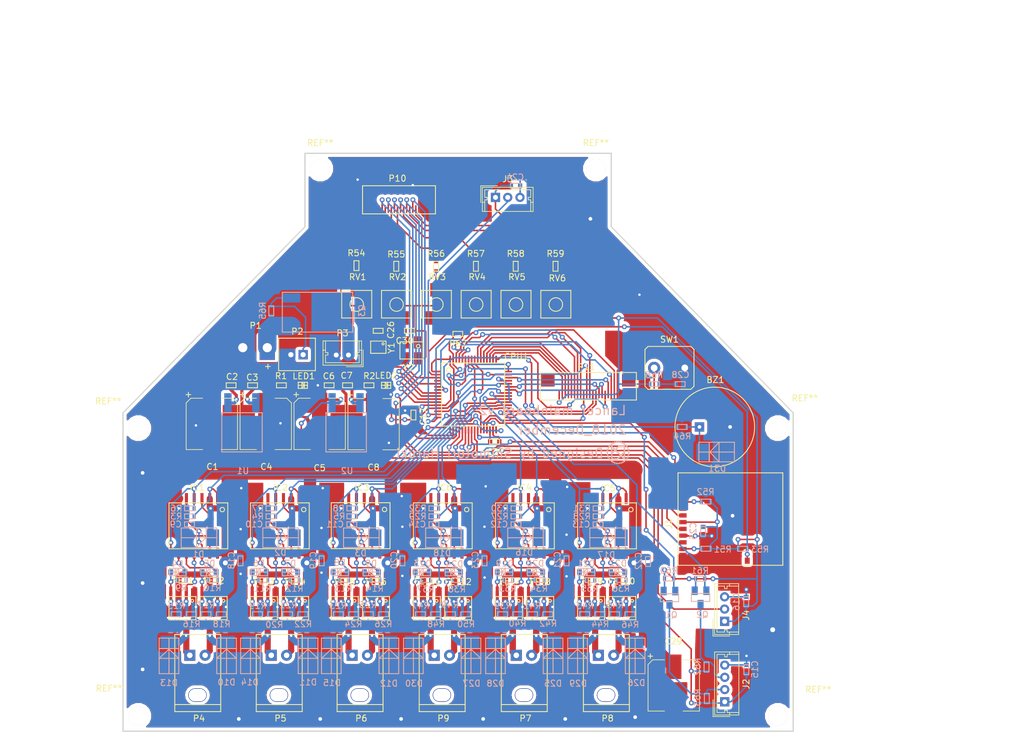
<source format=kicad_pcb>
(kicad_pcb (version 20171130) (host pcbnew "(5.0.0)")
  (layers (0 F.Cu signal) (31 B.Cu signal) (34 B.Paste user) (35 F.Paste user) (36 B.SilkS user) (37 F.SilkS user) (38 B.Mask user) (39 F.Mask user) (44 Edge.Cuts user))
  (net 0 "")
  (net 1 GND)
  (net 2 "Net-(BZ1-Pad1)")
  (net 3 +12V)
  (net 4 +5V)
  (net 5 +3V3)
  (net 6 SDA)
  (net 7 SCL)
  (net 8 "Net-(CPU1-Pad60)")
  (net 9 BZ)
  (net 10 CS)
  (net 11 LANCE_PWM)
  (net 12 S_PWM)
  (net 13 SWO)
  (net 14 TACT_SW4)
  (net 15 R_SW8)
  (net 16 R_SW4)
  (net 17 R_SW2)
  (net 18 R_SW1)
  (net 19 TCK)
  (net 20 TMS)
  (net 21 ENCORDER_B)
  (net 22 LB_PWM)
  (net 23 RX)
  (net 24 TX)
  (net 25 DIR6)
  (net 26 DIR5)
  (net 27 DIR4)
  (net 28 DIR3)
  (net 29 DIR2)
  (net 30 DIR1)
  (net 31 DEBUG_LED2)
  (net 32 RB_PWM)
  (net 33 DEBUG_LED1)
  (net 34 ENCORDER_A)
  (net 35 TACT_SW3)
  (net 36 LF_PWM)
  (net 37 RF_PWM)
  (net 38 ANALOG_SEN6)
  (net 39 ANALOG_SEN5)
  (net 40 MOSI)
  (net 41 MISO)
  (net 42 SCK)
  (net 43 POTENTIOMETER2)
  (net 44 "Net-(CPU1-Pad17)")
  (net 45 POTENTIOMETER1)
  (net 46 TACT_SW2)
  (net 47 ANALOG_SEN4)
  (net 48 ANALOG_SEN3)
  (net 49 ANALOG_SEN2)
  (net 50 ANALOG_SEN1)
  (net 51 NRST)
  (net 52 TACT_SW1)
  (net 53 "Net-(CPU1-Pad4)")
  (net 54 CARD_DETECTION)
  (net 55 "Net-(D4-Pad2)")
  (net 56 "Net-(D4-Pad1)")
  (net 57 "Net-(D5-Pad1)")
  (net 58 "Net-(D5-Pad2)")
  (net 59 "Net-(D6-Pad1)")
  (net 60 "Net-(D6-Pad2)")
  (net 61 "Net-(D7-Pad2)")
  (net 62 "Net-(D7-Pad1)")
  (net 63 "Net-(D8-Pad2)")
  (net 64 "Net-(D8-Pad1)")
  (net 65 "Net-(D9-Pad1)")
  (net 66 "Net-(D9-Pad2)")
  (net 67 "Net-(D10-Pad1)")
  (net 68 "Net-(D11-Pad1)")
  (net 69 "Net-(D12-Pad1)")
  (net 70 "Net-(D13-Pad1)")
  (net 71 "Net-(D14-Pad1)")
  (net 72 "Net-(D15-Pad1)")
  (net 73 "Net-(D19-Pad1)")
  (net 74 "Net-(D19-Pad2)")
  (net 75 "Net-(D20-Pad2)")
  (net 76 "Net-(D20-Pad1)")
  (net 77 "Net-(D21-Pad2)")
  (net 78 "Net-(D21-Pad1)")
  (net 79 "Net-(D22-Pad1)")
  (net 80 "Net-(D22-Pad2)")
  (net 81 "Net-(D23-Pad2)")
  (net 82 "Net-(D23-Pad1)")
  (net 83 "Net-(D24-Pad1)")
  (net 84 "Net-(D24-Pad2)")
  (net 85 "Net-(D25-Pad1)")
  (net 86 "Net-(D26-Pad1)")
  (net 87 "Net-(D27-Pad1)")
  (net 88 "Net-(D28-Pad1)")
  (net 89 "Net-(D29-Pad1)")
  (net 90 "Net-(D30-Pad1)")
  (net 91 "Net-(FET1-Pad2)")
  (net 92 "Net-(FET2-Pad2)")
  (net 93 "Net-(FET3-Pad2)")
  (net 94 "Net-(FET4-Pad2)")
  (net 95 "Net-(FET5-Pad2)")
  (net 96 "Net-(FET6-Pad2)")
  (net 97 "Net-(FET7-Pad2)")
  (net 98 "Net-(FET8-Pad2)")
  (net 99 "Net-(FET9-Pad2)")
  (net 100 "Net-(FET10-Pad2)")
  (net 101 "Net-(FET11-Pad2)")
  (net 102 "Net-(FET12-Pad2)")
  (net 103 "Net-(J1-Pad1)")
  (net 104 "Net-(J1-Pad8)")
  (net 105 "Net-(J2-Pad3)")
  (net 106 "Net-(J2-Pad2)")
  (net 107 "Net-(LED1-Pad2)")
  (net 108 "Net-(LED2-Pad2)")
  (net 109 "Net-(P10-Pad13)")
  (net 110 "Net-(P10-Pad11)")
  (net 111 "Net-(P10-Pad9)")
  (net 112 "Net-(P10-Pad7)")
  (net 113 "Net-(P10-Pad5)")
  (net 114 "Net-(P10-Pad3)")
  (net 115 "Net-(R54-Pad2)")
  (net 116 "Net-(R55-Pad2)")
  (net 117 "Net-(R56-Pad2)")
  (net 118 "Net-(R57-Pad2)")
  (net 119 "Net-(R58-Pad2)")
  (net 120 "Net-(R59-Pad2)")
  (net 121 "Net-(RV1-Pad3)")
  (net 122 "Net-(RV2-Pad3)")
  (net 123 "Net-(RV3-Pad3)")
  (net 124 "Net-(RV4-Pad3)")
  (net 125 "Net-(RV5-Pad3)")
  (net 126 "Net-(RV6-Pad3)")
  (net 127 "Net-(C27-Pad1)")
  (net 128 OSC_IN)
  (net 129 "Net-(Y1-Pad1)")
  (net 130 "Net-(CPU1-Pad6)")
  (net 131 RTC_IN)
  (net 132 "Net-(Y2-Pad1)")
  (net 133 "Net-(P1-Pad1)")
  (net 134 "Net-(P2-Pad1)")
  (module Footprint:ASDMB-8.000MHZ-LY-T (layer F.Cu) (at 144.1 77.5 180)
    (fp_text reference Y1 (at -1.3 -0.9 -90) (layer F.SilkS))
    (fp_text value ASDMB-8.000MHZ-LY-T)
    (pad 1 smd rect (at 0 0.225 180) (size 0.65 1.3) (layers F.Cu F.Paste F.Mask) (net 129 "Net-(Y1-Pad1)"))
    (pad 2 smd rect (at 1.65 0.225 180) (size 0.65 1.3) (layers F.Cu F.Paste F.Mask) (net 1 GND))
    (pad 4 smd rect (at 0 -1.775 180) (size 0.65 1.3) (layers F.Cu F.Paste F.Mask) (net 5 +3V3))
    (pad 3 smd rect (at 1.65 -1.775 180) (size 0.65 1.3) (layers F.Cu F.Paste F.Mask) (net 128 OSC_IN))
  )
  (module Footprint:BSS138 (layer B.Cu) (at 189.85 118.1)
    (fp_text reference Q1 (at 1.25 3.9) (layer B.SilkS) (effects (justify mirror)))
    (fp_text value Q_NMOS_GSD)
    (pad 1 smd rect (at 0 0) (size 1 1.4) (layers B.Cu B.Paste B.Mask) (net 5 +3V3))
    (pad 2 smd rect (at 1.9 0) (size 1 1.4) (layers B.Cu B.Paste B.Mask) (net 34 ENCORDER_A))
    (pad 3 smd rect (at 0.95 2.2) (size 1 1.4) (layers B.Cu B.Paste B.Mask) (net 106 "Net-(J2-Pad2)"))
  )
  (module Footprint:BSS138 (layer B.Cu) (at 194.925 118.05)
    (fp_text reference Q2 (at 1.25 3.9) (layer B.SilkS) (effects (justify mirror)))
    (fp_text value Q_NMOS_GSD)
    (pad 1 smd rect (at 0 0) (size 1 1.4) (layers B.Cu B.Paste B.Mask) (net 5 +3V3))
    (pad 2 smd rect (at 1.9 0) (size 1 1.4) (layers B.Cu B.Paste B.Mask) (net 21 ENCORDER_B))
    (pad 3 smd rect (at 0.95 2.2) (size 1 1.4) (layers B.Cu B.Paste B.Mask) (net 105 "Net-(J2-Pad3)"))
  )
  (module Footprint:tact_switch (layer F.Cu) (at 198.3 76.65 180)
    (fp_text reference SW1 (at 7.5 -0.35 180) (layer F.SilkS))
    (fp_text value SW_Push)
    (pad 1 thru_hole circle (at 5 -5 180) (size 2 2) (drill 1.1) (layers *.Cu *.Mask) (net 1 GND))
    (pad 2 thru_hole circle (at 10 -5 180) (size 2 2) (drill 1.1) (layers *.Cu *.Mask) (net 51 NRST))
  )
  (module "Footprint:CN-FFC-SMT2(CN-FFC(0.5)20PD)" (layer B.Cu) (at 169.8 81.5)
    (fp_text reference P11 (at 7.4 0) (layer F.SilkS))
    (fp_text value "CN-FFC-SMT2(CN-FFC(0.5)22PD)")
    (pad 20 smd rect (at 12.5 4.5) (size 0.23 1.25) (layers F.Cu F.Paste F.Mask) (net 1 GND))
    (pad "" smd rect (at 1.15 2.2) (size 2.2 2) (layers F.Cu F.Paste F.Mask))
    (pad "" smd rect (at 14.35 2.2) (size 2.2 2) (layers F.Cu F.Paste F.Mask))
    (pad 14 smd rect (at 9.5 4.5) (size 0.23 1.25) (layers F.Cu F.Paste F.Mask) (net 23 RX))
    (pad 13 smd rect (at 9 4.5) (size 0.23 1.25) (layers F.Cu F.Paste F.Mask) (net 33 DEBUG_LED1))
    (pad 12 smd rect (at 8.5 4.5) (size 0.23 1.25) (layers F.Cu F.Paste F.Mask) (net 31 DEBUG_LED2))
    (pad 11 smd rect (at 8 4.5) (size 0.23 1.25) (layers F.Cu F.Paste F.Mask) (net 52 TACT_SW1))
    (pad 10 smd rect (at 7.5 4.5) (size 0.23 1.25) (layers F.Cu F.Paste F.Mask) (net 46 TACT_SW2))
    (pad 9 smd rect (at 7 4.5) (size 0.23 1.25) (layers F.Cu F.Paste F.Mask) (net 35 TACT_SW3))
    (pad 8 smd rect (at 6.5 4.5) (size 0.23 1.25) (layers F.Cu F.Paste F.Mask) (net 14 TACT_SW4))
    (pad 7 smd rect (at 6 4.5) (size 0.23 1.25) (layers F.Cu F.Paste F.Mask) (net 6 SDA))
    (pad 6 smd rect (at 5.5 4.5) (size 0.23 1.25) (layers F.Cu F.Paste F.Mask) (net 7 SCL))
    (pad 5 smd rect (at 5 4.5) (size 0.23 1.25) (layers F.Cu F.Paste F.Mask) (net 15 R_SW8))
    (pad 4 smd rect (at 4.5 4.5) (size 0.23 1.25) (layers F.Cu F.Paste F.Mask) (net 16 R_SW4))
    (pad 3 smd rect (at 4 4.5) (size 0.23 1.25) (layers F.Cu F.Paste F.Mask) (net 17 R_SW2))
    (pad 2 smd rect (at 3.5 4.5) (size 0.23 1.25) (layers F.Cu F.Paste F.Mask) (net 18 R_SW1))
    (pad 1 smd rect (at 3 4.5) (size 0.23 1.25) (layers F.Cu F.Paste F.Mask) (net 5 +3V3))
    (pad 15 smd rect (at 10 4.5) (size 0.23 1.25) (layers F.Cu F.Paste F.Mask) (net 24 TX))
    (pad 16 smd rect (at 10.5 4.5) (size 0.23 1.25) (layers F.Cu F.Paste F.Mask) (net 19 TCK))
    (pad 17 smd rect (at 11 4.5) (size 0.23 1.25) (layers F.Cu F.Paste F.Mask) (net 20 TMS))
    (pad 18 smd rect (at 11.5 4.5) (size 0.23 1.25) (layers F.Cu F.Paste F.Mask) (net 51 NRST))
    (pad 19 smd rect (at 12 4.5) (size 0.23 1.25) (layers F.Cu F.Paste F.Mask) (net 13 SWO))
  )
  (module "Footprint:CN-FFC-SMT2(CN-FFC(0.5)14PD)" (layer B.Cu) (at 140.4 51.2)
    (fp_text reference P10 (at 6 -0.5) (layer F.SilkS))
    (fp_text value "CN-FFC-SMT2(CN-FFC(0.5)14PD)")
    (pad 14 smd rect (at 9.5 4.5) (size 0.23 1.25) (layers F.Cu F.Paste F.Mask) (net 1 GND))
    (pad 13 smd rect (at 9 4.5) (size 0.23 1.25) (layers F.Cu F.Paste F.Mask) (net 109 "Net-(P10-Pad13)"))
    (pad 12 smd rect (at 8.5 4.5) (size 0.23 1.25) (layers F.Cu F.Paste F.Mask) (net 38 ANALOG_SEN6))
    (pad 11 smd rect (at 8 4.5) (size 0.23 1.25) (layers F.Cu F.Paste F.Mask) (net 110 "Net-(P10-Pad11)"))
    (pad 10 smd rect (at 7.5 4.5) (size 0.23 1.25) (layers F.Cu F.Paste F.Mask) (net 39 ANALOG_SEN5))
    (pad 9 smd rect (at 7 4.5) (size 0.23 1.25) (layers F.Cu F.Paste F.Mask) (net 111 "Net-(P10-Pad9)"))
    (pad 8 smd rect (at 6.5 4.5) (size 0.23 1.25) (layers F.Cu F.Paste F.Mask) (net 47 ANALOG_SEN4))
    (pad 7 smd rect (at 6 4.5) (size 0.23 1.25) (layers F.Cu F.Paste F.Mask) (net 112 "Net-(P10-Pad7)"))
    (pad 6 smd rect (at 5.5 4.5) (size 0.23 1.25) (layers F.Cu F.Paste F.Mask) (net 48 ANALOG_SEN3))
    (pad 5 smd rect (at 5 4.5) (size 0.23 1.25) (layers F.Cu F.Paste F.Mask) (net 113 "Net-(P10-Pad5)"))
    (pad 4 smd rect (at 4.5 4.5) (size 0.23 1.25) (layers F.Cu F.Paste F.Mask) (net 49 ANALOG_SEN2))
    (pad 3 smd rect (at 4 4.5) (size 0.23 1.25) (layers F.Cu F.Paste F.Mask) (net 114 "Net-(P10-Pad3)"))
    (pad 2 smd rect (at 3.5 4.5) (size 0.23 1.25) (layers F.Cu F.Paste F.Mask) (net 50 ANALOG_SEN1))
    (pad "" smd rect (at 1.35 1.825) (size 1.8 2) (layers F.Cu F.Paste F.Mask))
    (pad "" smd rect (at 11.15 1.825) (size 1.8 2) (layers F.Cu F.Paste F.Mask))
    (pad 1 smd rect (at 3 4.5) (size 0.23 1.25) (layers F.Cu F.Paste F.Mask) (net 5 +3V3))
    (pad "" smd rect (at 11.15 1.825) (size 2.2 2) (layers F.Cu F.Paste F.Mask))
    (pad "" smd rect (at 1.35 1.825) (size 2.2 2) (layers F.Cu F.Paste F.Mask))
  )
  (module Footprint:micro_SDcard (layer F.Cu) (at 193 102 90)
    (fp_text reference J1 (at -5.1 -2.3 90) (layer F.SilkS))
    (fp_text value Micro_SD_Card_Det)
    (pad 14 smd rect (at 0 0 90) (size 1 1.2) (layers F.Cu F.Paste F.Mask) (net 1 GND))
    (pad 8 smd rect (at -9.25 0 90) (size 0.7 1.2) (layers F.Cu F.Paste F.Mask) (net 104 "Net-(J1-Pad8)"))
    (pad 2 smd rect (at -2.65 0 90) (size 0.7 1.2) (layers F.Cu F.Paste F.Mask) (net 10 CS))
    (pad 3 smd rect (at -3.75 0 90) (size 0.7 1.2) (layers F.Cu F.Paste F.Mask) (net 40 MOSI))
    (pad 4 smd rect (at -4.85 0 90) (size 0.7 1.2) (layers F.Cu F.Paste F.Mask) (net 5 +3V3))
    (pad 5 smd rect (at -5.95 0 90) (size 0.7 1.2) (layers F.Cu F.Paste F.Mask) (net 42 SCK))
    (pad 6 smd rect (at -7.05 0 90) (size 0.7 1.2) (layers F.Cu F.Paste F.Mask) (net 1 GND))
    (pad 7 smd rect (at -8.15 0 90) (size 0.7 1.2) (layers F.Cu F.Paste F.Mask) (net 41 MISO))
    (pad 1 smd rect (at -1.55 0 90) (size 0.7 1.2) (layers F.Cu F.Paste F.Mask) (net 103 "Net-(J1-Pad1)"))
    (pad 9 smd rect (at -10.2 0 90) (size 0.7 1.2) (layers F.Cu F.Paste F.Mask) (net 1 GND))
    (pad 10 smd rect (at -11.15 10.5 90) (size 1 0.8) (layers F.Cu F.Paste F.Mask) (net 54 CARD_DETECTION))
    (pad 11 smd rect (at -11.15 4.3 90) (size 1 1.2) (layers F.Cu F.Paste F.Mask) (net 1 GND))
    (pad 12 smd rect (at -11.15 14.65 90) (size 1 2.8) (layers F.Cu F.Paste F.Mask) (net 1 GND))
    (pad 13 smd rect (at 2.35 15.1 90) (size 1.3 1.9) (layers F.Cu F.Paste F.Mask) (net 1 GND))
  )
  (module Connectors_Molex:Molex_MicroLatch-53253-0370_03x2.00mm_Straight (layer F.Cu) (at 199.8 123.05 90)
    (fp_text reference J4 (at 1 3.5 90) (layer F.SilkS))
    (fp_text value potentio)
    (pad 1 thru_hole rect (at 0 0 90) (size 1.5 1.5) (drill 0.8) (layers *.Cu *.Mask) (net 5 +3V3))
    (pad 2 thru_hole circle (at 2 0 90) (size 1.5 1.5) (drill 0.8) (layers *.Cu *.Mask) (net 43 POTENTIOMETER2))
    (pad 3 thru_hole circle (at 4 0 90) (size 1.5 1.5) (drill 0.8) (layers *.Cu *.Mask) (net 1 GND))
  )
  (module Footprint:TC4469 (layer F.Cu) (at 174.7 111.4 270)
    (fp_text reference IC5 (at -10.1 -6.1) (layer F.SilkS))
    (fp_text value TC4469)
    (pad 10 smd rect (at 0.52 -2.68 270) (size 1.8 0.5) (layers F.Cu F.Paste F.Mask) (net 77 "Net-(D21-Pad2)"))
    (pad 9 smd rect (at 0.52 -1.41 270) (size 1.8 0.5) (layers F.Cu F.Paste F.Mask) (net 32 RB_PWM))
    (pad 7 smd rect (at -8.4 -2.68 270) (size 1.8 0.5) (layers F.Cu F.Paste F.Mask) (net 1 GND))
    (pad 6 smd rect (at -8.4 -3.95 270) (size 1.8 0.5) (layers F.Cu F.Paste F.Mask) (net 80 "Net-(D22-Pad2)"))
    (pad 16 smd rect (at 0.515 -10.3 270) (size 1.8 0.5) (layers F.Cu F.Paste F.Mask) (net 3 +12V))
    (pad 15 smd rect (at 0.52 -9.03 270) (size 1.8 0.5) (layers F.Cu F.Paste F.Mask) (net 3 +12V))
    (pad 14 smd rect (at 0.52 -7.76 270) (size 1.8 0.5) (layers F.Cu F.Paste F.Mask) (net 77 "Net-(D21-Pad2)"))
    (pad 5 smd rect (at -8.4 -5.22 270) (size 1.8 0.5) (layers F.Cu F.Paste F.Mask) (net 32 RB_PWM))
    (pad 1 smd rect (at -8.4 -10.3 270) (size 1.8 0.5) (layers F.Cu F.Paste F.Mask) (net 3 +12V))
    (pad 2 smd rect (at -8.4 -9.03 270) (size 1.8 0.5) (layers F.Cu F.Paste F.Mask) (net 26 DIR5))
    (pad 3 smd rect (at -8.4 -7.76 270) (size 1.8 0.5) (layers F.Cu F.Paste F.Mask) (net 3 +12V))
    (pad 4 smd rect (at -8.4 -6.49 270) (size 1.8 0.5) (layers F.Cu F.Paste F.Mask) (net 77 "Net-(D21-Pad2)"))
    (pad 8 smd rect (at -8.4 -1.41 270) (size 1.8 0.5) (layers F.Cu F.Paste F.Mask) (net 1 GND))
    (pad 11 smd rect (at 0.52 -3.95 270) (size 1.8 0.5) (layers F.Cu F.Paste F.Mask) (net 100 "Net-(FET10-Pad2)"))
    (pad 12 smd rect (at 0.52 -5.22 270) (size 1.8 0.5) (layers F.Cu F.Paste F.Mask) (net 99 "Net-(FET9-Pad2)"))
    (pad 13 smd rect (at 0.52 -6.49 270) (size 1.8 0.5) (layers F.Cu F.Paste F.Mask) (net 80 "Net-(D22-Pad2)"))
  )
  (module Footprint:stm32f401 (layer F.Cu) (at 158.75 86 270)
    (fp_text reference CPU1 (at -6.2 -7.05) (layer F.SilkS))
    (fp_text value STM32F401-64)
    (pad 64 smd rect (at -5.75 3.75 270) (size 1.2 0.28) (layers F.Cu F.Paste F.Mask) (net 5 +3V3))
    (pad 63 smd rect (at -5.75 3.25 270) (size 1.2 0.28) (layers F.Cu F.Paste F.Mask) (net 1 GND))
    (pad 62 smd rect (at -5.75 2.75 270) (size 1.2 0.28) (layers F.Cu F.Paste F.Mask) (net 6 SDA))
    (pad 61 smd rect (at -5.75 2.25 270) (size 1.2 0.28) (layers F.Cu F.Paste F.Mask) (net 7 SCL))
    (pad 60 smd rect (at -5.75 1.75 270) (size 1.2 0.28) (layers F.Cu F.Paste F.Mask) (net 8 "Net-(CPU1-Pad60)"))
    (pad 59 smd rect (at -5.75 1.25 270) (size 1.2 0.28) (layers F.Cu F.Paste F.Mask) (net 9 BZ))
    (pad 58 smd rect (at -5.75 0.75 270) (size 1.2 0.28) (layers F.Cu F.Paste F.Mask) (net 10 CS))
    (pad 57 smd rect (at -5.75 0.25 270) (size 1.2 0.28) (layers F.Cu F.Paste F.Mask) (net 11 LANCE_PWM))
    (pad 56 smd rect (at -5.75 -0.25 270) (size 1.2 0.28) (layers F.Cu F.Paste F.Mask) (net 12 S_PWM))
    (pad 55 smd rect (at -5.75 -0.75 270) (size 1.2 0.28) (layers F.Cu F.Paste F.Mask) (net 13 SWO))
    (pad 54 smd rect (at -5.75 -1.25 270) (size 1.2 0.28) (layers F.Cu F.Paste F.Mask) (net 14 TACT_SW4))
    (pad 53 smd rect (at -5.75 -1.75 270) (size 1.2 0.28) (layers F.Cu F.Paste F.Mask) (net 15 R_SW8))
    (pad 52 smd rect (at -5.75 -2.25 270) (size 1.2 0.28) (layers F.Cu F.Paste F.Mask) (net 16 R_SW4))
    (pad 51 smd rect (at -5.75 -2.75 270) (size 1.2 0.28) (layers F.Cu F.Paste F.Mask) (net 17 R_SW2))
    (pad 50 smd rect (at -5.75 -3.25 270) (size 1.2 0.28) (layers F.Cu F.Paste F.Mask) (net 18 R_SW1))
    (pad 49 smd rect (at -5.75 -3.75 270) (size 1.2 0.28) (layers F.Cu F.Paste F.Mask) (net 19 TCK))
    (pad 48 smd rect (at -3.75 -5.75 270) (size 0.28 1.2) (layers F.Cu F.Paste F.Mask) (net 5 +3V3))
    (pad 47 smd rect (at -3.25 -5.75 270) (size 0.28 1.2) (layers F.Cu F.Paste F.Mask) (net 1 GND))
    (pad 46 smd rect (at -2.75 -5.75 270) (size 0.28 1.2) (layers F.Cu F.Paste F.Mask) (net 20 TMS))
    (pad 45 smd rect (at -2.25 -5.75 270) (size 0.28 1.2) (layers F.Cu F.Paste F.Mask) (net 21 ENCORDER_B))
    (pad 44 smd rect (at -1.75 -5.75 270) (size 0.28 1.2) (layers F.Cu F.Paste F.Mask) (net 22 LB_PWM))
    (pad 43 smd rect (at -1.25 -5.75 270) (size 0.28 1.2) (layers F.Cu F.Paste F.Mask) (net 23 RX))
    (pad 42 smd rect (at -0.75 -5.75 270) (size 0.28 1.2) (layers F.Cu F.Paste F.Mask) (net 24 TX))
    (pad 41 smd rect (at -0.25 -5.75 270) (size 0.28 1.2) (layers F.Cu F.Paste F.Mask) (net 25 DIR6))
    (pad 40 smd rect (at 0.25 -5.75 270) (size 0.28 1.2) (layers F.Cu F.Paste F.Mask) (net 26 DIR5))
    (pad 39 smd rect (at 0.75 -5.75 270) (size 0.28 1.2) (layers F.Cu F.Paste F.Mask) (net 27 DIR4))
    (pad 38 smd rect (at 1.25 -5.75 270) (size 0.28 1.2) (layers F.Cu F.Paste F.Mask) (net 28 DIR3))
    (pad 37 smd rect (at 1.75 -5.75 270) (size 0.28 1.2) (layers F.Cu F.Paste F.Mask) (net 29 DIR2))
    (pad 36 smd rect (at 2.25 -5.75 270) (size 0.28 1.2) (layers F.Cu F.Paste F.Mask) (net 30 DIR1))
    (pad 35 smd rect (at 2.75 -5.75 270) (size 0.28 1.2) (layers F.Cu F.Paste F.Mask) (net 31 DEBUG_LED2))
    (pad 34 smd rect (at 3.25 -5.75 270) (size 0.28 1.2) (layers F.Cu F.Paste F.Mask) (net 32 RB_PWM))
    (pad 33 smd rect (at 3.75 -5.75 270) (size 0.28 1.2) (layers F.Cu F.Paste F.Mask) (net 33 DEBUG_LED1))
    (pad 32 smd rect (at 5.75 -3.75 270) (size 1.2 0.28) (layers F.Cu F.Paste F.Mask) (net 5 +3V3))
    (pad 31 smd rect (at 5.75 -3.25 270) (size 1.2 0.28) (layers F.Cu F.Paste F.Mask) (net 1 GND))
    (pad 30 smd rect (at 5.75 -2.75 270) (size 1.2 0.28) (layers F.Cu F.Paste F.Mask) (net 127 "Net-(C27-Pad1)"))
    (pad 29 smd rect (at 5.75 -2.25 270) (size 1.2 0.28) (layers F.Cu F.Paste F.Mask) (net 34 ENCORDER_A))
    (pad 28 smd rect (at 5.75 -1.75 270) (size 1.2 0.28) (layers F.Cu F.Paste F.Mask) (net 35 TACT_SW3))
    (pad 27 smd rect (at 5.75 -1.25 270) (size 1.2 0.28) (layers F.Cu F.Paste F.Mask) (net 36 LF_PWM))
    (pad 26 smd rect (at 5.75 -0.75 270) (size 1.2 0.28) (layers F.Cu F.Paste F.Mask) (net 37 RF_PWM))
    (pad 25 smd rect (at 5.75 -0.25 270) (size 1.2 0.28) (layers F.Cu F.Paste F.Mask) (net 38 ANALOG_SEN6))
    (pad 24 smd rect (at 5.75 0.25 270) (size 1.2 0.28) (layers F.Cu F.Paste F.Mask) (net 39 ANALOG_SEN5))
    (pad 23 smd rect (at 5.75 0.75 270) (size 1.2 0.28) (layers F.Cu F.Paste F.Mask) (net 40 MOSI))
    (pad 22 smd rect (at 5.75 1.25 270) (size 1.2 0.28) (layers F.Cu F.Paste F.Mask) (net 41 MISO))
    (pad 21 smd rect (at 5.75 1.75 270) (size 1.2 0.28) (layers F.Cu F.Paste F.Mask) (net 42 SCK))
    (pad 20 smd rect (at 5.75 2.25 270) (size 1.2 0.28) (layers F.Cu F.Paste F.Mask) (net 43 POTENTIOMETER2))
    (pad 19 smd rect (at 5.75 2.75 270) (size 1.2 0.28) (layers F.Cu F.Paste F.Mask) (net 5 +3V3))
    (pad 18 smd rect (at 5.75 3.25 270) (size 1.2 0.28) (layers F.Cu F.Paste F.Mask) (net 1 GND))
    (pad 17 smd rect (at 5.75 3.75 270) (size 1.2 0.28) (layers F.Cu F.Paste F.Mask) (net 44 "Net-(CPU1-Pad17)"))
    (pad 16 smd rect (at 3.75 5.75 270) (size 0.28 1.2) (layers F.Cu F.Paste F.Mask) (net 52 TACT_SW1))
    (pad 15 smd rect (at 3.25 5.75 270) (size 0.28 1.2) (layers F.Cu F.Paste F.Mask) (net 45 POTENTIOMETER1))
    (pad 14 smd rect (at 2.75 5.75 270) (size 0.28 1.2) (layers F.Cu F.Paste F.Mask) (net 46 TACT_SW2))
    (pad 13 smd rect (at 2.25 5.75 270) (size 0.28 1.2) (layers F.Cu F.Paste F.Mask) (net 5 +3V3))
    (pad 12 smd rect (at 1.75 5.75 270) (size 0.28 1.2) (layers F.Cu F.Paste F.Mask) (net 1 GND))
    (pad 11 smd rect (at 1.25 5.75 270) (size 0.28 1.2) (layers F.Cu F.Paste F.Mask) (net 47 ANALOG_SEN4))
    (pad 10 smd rect (at 0.75 5.75 270) (size 0.28 1.2) (layers F.Cu F.Paste F.Mask) (net 48 ANALOG_SEN3))
    (pad 9 smd rect (at 0.25 5.75 270) (size 0.28 1.2) (layers F.Cu F.Paste F.Mask) (net 49 ANALOG_SEN2))
    (pad 8 smd rect (at -0.25 5.75 270) (size 0.28 1.2) (layers F.Cu F.Paste F.Mask) (net 50 ANALOG_SEN1))
    (pad 7 smd rect (at -0.75 5.75 270) (size 0.28 1.2) (layers F.Cu F.Paste F.Mask) (net 51 NRST))
    (pad 6 smd rect (at -1.25 5.75 270) (size 0.28 1.2) (layers F.Cu F.Paste F.Mask) (net 130 "Net-(CPU1-Pad6)"))
    (pad 5 smd rect (at -1.75 5.75 270) (size 0.28 1.2) (layers F.Cu F.Paste F.Mask) (net 128 OSC_IN))
    (pad 4 smd rect (at -2.25 5.75 270) (size 0.28 1.2) (layers F.Cu F.Paste F.Mask) (net 53 "Net-(CPU1-Pad4)"))
    (pad 3 smd rect (at -2.75 5.75 270) (size 0.28 1.2) (layers F.Cu F.Paste F.Mask) (net 131 RTC_IN))
    (pad 2 smd rect (at -3.25 5.75 270) (size 0.28 1.2) (layers F.Cu F.Paste F.Mask) (net 54 CARD_DETECTION))
    (pad 1 smd rect (at -3.75 5.75 270) (size 0.28 1.2) (layers F.Cu F.Paste F.Mask) (net 5 +3V3))
  )
  (module Connectors_Molex:Molex_MicroLatch-53253-0270_02x2.00mm_Straight (layer F.Cu) (at 138.4 79.55 180)
    (fp_text reference P3 (at 0.975 3.575 180) (layer F.SilkS))
    (fp_text value VOLTAGE_CHECK)
    (pad 1 thru_hole rect (at 0 0 180) (size 1.5 1.5) (drill 0.8) (layers *.Cu *.Mask) (net 3 +12V))
    (pad 2 thru_hole circle (at 2 0 180) (size 1.5 1.5) (drill 0.8) (layers *.Cu *.Mask) (net 1 GND))
  )
  (module Footprint:PA_2pin (layer F.Cu) (at 133 76.5 180)
    (fp_text reference P2 (at 2.95 0.8 180) (layer F.SilkS))
    (fp_text value main_sw)
    (pad 2 thru_hole circle (at 4 -3 180) (size 1.524 1.524) (drill 0.85) (layers *.Cu *.Mask) (net 1 GND))
    (pad 1 thru_hole rect (at 2 -3 180) (size 1.524 1.524) (drill 0.85) (layers *.Cu *.Mask) (net 134 "Net-(P2-Pad1)"))
  )
  (module Footprint:hole (layer F.Cu) (at 125.15 78.35 180)
    (fp_text reference P1 (at 1.9 3.6 180) (layer F.SilkS))
    (fp_text value BATT)
    (fp_text user + (at -0.1 -3 180) (layer F.SilkS))
    (pad 1 thru_hole rect (at 0 0 180) (size 2.5 4) (drill 1.5) (layers *.Cu *.Mask) (net 133 "Net-(P1-Pad1)"))
    (pad 2 thru_hole oval (at 4 0 180) (size 2.5 4) (drill 1.5) (layers *.Cu *.Mask) (net 1 GND))
  )
  (module "Footprint:LED 1608" (layer F.Cu) (at 132.4 83.6 180)
    (fp_text reference LED1 (at 1.3 0.6 180) (layer F.SilkS))
    (fp_text value 5V_CHECK)
    (pad 2 smd rect (at 2.2 -0.9 180) (size 0.8 0.8) (layers F.Cu F.Paste F.Mask) (net 107 "Net-(LED1-Pad2)"))
    (pad 1 smd rect (at 0.7 -0.9 180) (size 0.8 0.8) (layers F.Cu F.Paste F.Mask) (net 1 GND))
  )
  (module "Footprint:LED 1608" (layer F.Cu) (at 146 83.6 180)
    (fp_text reference LED2 (at 1.45 0.7 180) (layer F.SilkS))
    (fp_text value 3.3V_CHECK)
    (pad 2 smd rect (at 2.2 -0.9 180) (size 0.8 0.8) (layers F.Cu F.Paste F.Mask) (net 108 "Net-(LED2-Pad2)"))
    (pad 1 smd rect (at 0.7 -0.9 180) (size 0.8 0.8) (layers F.Cu F.Paste F.Mask) (net 1 GND))
  )
  (module Footprint:C_1608_HandSolderring (layer B.Cu) (at 202.45 132.3 90)
    (fp_text reference C15 (at 1.4 2.3 90) (layer B.SilkS) (effects (justify mirror)))
    (fp_text value 1u)
    (pad 1 smd rect (at 0.625 0.9 90) (size 0.7 0.8) (layers B.Cu B.Paste B.Mask) (net 4 +5V))
    (pad 2 smd rect (at 2.125 0.9 90) (size 0.7 0.8) (layers B.Cu B.Paste B.Mask) (net 1 GND))
  )
  (module Footprint:C_1608_HandSolderring (layer F.Cu) (at 148.1 88 270)
    (fp_text reference C17 (at 1.6 -2.525 270) (layer F.SilkS))
    (fp_text value 0.1u)
    (pad 1 smd rect (at 0.625 -0.9 270) (size 0.7 0.8) (layers F.Cu F.Paste F.Mask) (net 1 GND))
    (pad 2 smd rect (at 2.125 -0.9 270) (size 0.7 0.8) (layers F.Cu F.Paste F.Mask) (net 5 +3V3))
  )
  (module Footprint:PKM13EPYH4000-A0 (layer F.Cu) (at 198.2 91.3)
    (fp_text reference BZ1 (at 0.1 -7.7) (layer F.SilkS))
    (fp_text value PKM17EPP-4001-B0)
    (pad 2 thru_hole circle (at 2.5 0) (size 1.524 1.524) (drill 0.6) (layers *.Cu *.Mask) (net 1 GND))
    (pad 1 thru_hole rect (at -2.5 0) (size 1.524 1.524) (drill 0.6) (layers *.Cu *.Mask) (net 2 "Net-(BZ1-Pad1)"))
  )
  (module Footprint:NJM2845DL1 (layer B.Cu) (at 118.72 87.38)
    (fp_text reference U1 (at 2.45 11.1) (layer B.SilkS) (effects (justify mirror)))
    (fp_text value NJM2845DL1-05)
    (pad 1 smd rect (at 0 0) (size 1.2 3.2) (layers B.Cu B.Paste B.Mask) (net 3 +12V))
    (pad 3 smd rect (at 4.56 0) (size 1.2 3.2) (layers B.Cu B.Paste B.Mask) (net 4 +5V))
    (pad 2 smd rect (at 2.28 6.12) (size 5.5 7) (layers B.Cu B.Paste B.Mask) (net 1 GND))
  )
  (module Footprint:NJM2845DL1 (layer B.Cu) (at 135.72 87.38)
    (fp_text reference U2 (at 2.45 11.1) (layer B.SilkS) (effects (justify mirror)))
    (fp_text value NJM2845DL1-33)
    (pad 1 smd rect (at 0 0) (size 1.2 3.2) (layers B.Cu B.Paste B.Mask) (net 4 +5V))
    (pad 3 smd rect (at 4.56 0) (size 1.2 3.2) (layers B.Cu B.Paste B.Mask) (net 5 +3V3))
    (pad 2 smd rect (at 2.28 6.12) (size 5.5 7) (layers B.Cu B.Paste B.Mask) (net 1 GND))
  )
  (module Footprint:C_1608_HandSolderring (layer B.Cu) (at 113.8 108.1 180)
    (fp_text reference C9 (at 3.6 0.9 180) (layer B.SilkS) (effects (justify mirror)))
    (fp_text value 10u)
    (pad 1 smd rect (at 0.625 0.9 180) (size 0.7 0.8) (layers B.Cu B.Paste B.Mask) (net 3 +12V))
    (pad 2 smd rect (at 2.125 0.9 180) (size 0.7 0.8) (layers B.Cu B.Paste B.Mask) (net 1 GND))
  )
  (module Mounting_Holes:MountingHole_3.2mm_M3 (layer F.Cu) (at 178.8 49.1)
    (fp_text reference REF** (at 0 -4.2) (layer F.SilkS))
    (fp_text value MountingHole_3.2mm_M3)
    (pad 1 np_thru_hole circle (at 0 0) (size 3.2 3.2) (drill 3.2) (layers *.Cu *.Mask))
  )
  (module Mounting_Holes:MountingHole_3.2mm_M3 (layer F.Cu) (at 133.8 49.1)
    (fp_text reference REF** (at 0 -4.2) (layer F.SilkS))
    (fp_text value MountingHole_3.2mm_M3)
    (pad 1 np_thru_hole circle (at 0 0) (size 3.2 3.2) (drill 3.2) (layers *.Cu *.Mask))
  )
  (module Mounting_Holes:MountingHole_3.2mm_M3 (layer F.Cu) (at 104.1 91.5)
    (fp_text reference REF** (at -4.9 -4.4) (layer F.SilkS))
    (fp_text value MountingHole_3.2mm_M3)
    (pad 1 np_thru_hole circle (at 0 0) (size 3.2 3.2) (drill 3.2) (layers *.Cu *.Mask))
  )
  (module Mounting_Holes:MountingHole_3.2mm_M3 (layer F.Cu) (at 104.1 138.5)
    (fp_text reference REF** (at -4.8 -4.5) (layer F.SilkS))
    (fp_text value MountingHole_3.2mm_M3)
    (pad 1 np_thru_hole circle (at 0 0) (size 3.2 3.2) (drill 3.2) (layers *.Cu *.Mask))
  )
  (module Mounting_Holes:MountingHole_3.2mm_M3 (layer F.Cu) (at 208.5 138.5)
    (fp_text reference REF** (at 6.6 -4.3) (layer F.SilkS))
    (fp_text value MountingHole_3.2mm_M3)
    (pad 1 np_thru_hole circle (at 0 0) (size 3.2 3.2) (drill 3.2) (layers *.Cu *.Mask))
  )
  (module Mounting_Holes:MountingHole_3.2mm_M3 (layer F.Cu) (at 208.5 91.5)
    (fp_text reference REF** (at 4.4 -4.9) (layer F.SilkS))
    (fp_text value MountingHole_3.2mm_M3)
    (pad 1 np_thru_hole circle (at 0 0) (size 3.2 3.2) (drill 3.2) (layers *.Cu *.Mask))
  )
  (module Footprint:C_1608_HandSolderring (layer F.Cu) (at 117.9 85.4)
    (fp_text reference C2 (at 1.5 -2.3 -180) (layer F.SilkS))
    (fp_text value 0.1u)
    (pad 1 smd rect (at 0.625 -0.9) (size 0.7 0.8) (layers F.Cu F.Paste F.Mask) (net 3 +12V))
    (pad 2 smd rect (at 2.125 -0.9) (size 0.7 0.8) (layers F.Cu F.Paste F.Mask) (net 1 GND))
  )
  (module Footprint:C_1608_HandSolderring (layer F.Cu) (at 124.1 83.6 180)
    (fp_text reference C3 (at 1.4 0.4) (layer F.SilkS))
    (fp_text value 0.1u)
    (pad 1 smd rect (at 0.625 -0.9 180) (size 0.7 0.8) (layers F.Cu F.Paste F.Mask) (net 4 +5V))
    (pad 2 smd rect (at 2.125 -0.9 180) (size 0.7 0.8) (layers F.Cu F.Paste F.Mask) (net 1 GND))
  )
  (module Footprint:C_1608_HandSolderring (layer F.Cu) (at 133.9 85.4)
    (fp_text reference C6 (at 1.3 -2.4) (layer F.SilkS))
    (fp_text value 0.1u)
    (pad 1 smd rect (at 0.625 -0.9) (size 0.7 0.8) (layers F.Cu F.Paste F.Mask) (net 4 +5V))
    (pad 2 smd rect (at 2.125 -0.9) (size 0.7 0.8) (layers F.Cu F.Paste F.Mask) (net 1 GND))
  )
  (module Footprint:C_1608_HandSolderring (layer F.Cu) (at 139.6 83.6 180)
    (fp_text reference C7 (at 1.5 0.7 180) (layer F.SilkS))
    (fp_text value 0.1u)
    (pad 1 smd rect (at 0.625 -0.9 180) (size 0.7 0.8) (layers F.Cu F.Paste F.Mask) (net 5 +3V3))
    (pad 2 smd rect (at 2.125 -0.9 180) (size 0.7 0.8) (layers F.Cu F.Paste F.Mask) (net 1 GND))
  )
  (module Footprint:C_1608_HandSolderring (layer B.Cu) (at 127.1 108.1 180)
    (fp_text reference C10 (at 4.1 0.9 180) (layer B.SilkS) (effects (justify mirror)))
    (fp_text value 10u)
    (pad 1 smd rect (at 0.625 0.9 180) (size 0.7 0.8) (layers B.Cu B.Paste B.Mask) (net 3 +12V))
    (pad 2 smd rect (at 2.125 0.9 180) (size 0.7 0.8) (layers B.Cu B.Paste B.Mask) (net 1 GND))
  )
  (module Footprint:C_1608_HandSolderring (layer B.Cu) (at 140.3 108.1 180)
    (fp_text reference C11 (at 4.1 0.9 180) (layer B.SilkS) (effects (justify mirror)))
    (fp_text value 10u)
    (pad 1 smd rect (at 0.625 0.9 180) (size 0.7 0.8) (layers B.Cu B.Paste B.Mask) (net 3 +12V))
    (pad 2 smd rect (at 2.125 0.9 180) (size 0.7 0.8) (layers B.Cu B.Paste B.Mask) (net 1 GND))
  )
  (module Footprint:C_1608_HandSolderring (layer B.Cu) (at 167.1 108.1 180)
    (fp_text reference C12 (at 4.1 0.9 180) (layer B.SilkS) (effects (justify mirror)))
    (fp_text value 10u)
    (pad 1 smd rect (at 0.625 0.9 180) (size 0.7 0.8) (layers B.Cu B.Paste B.Mask) (net 3 +12V))
    (pad 2 smd rect (at 2.125 0.9 180) (size 0.7 0.8) (layers B.Cu B.Paste B.Mask) (net 1 GND))
  )
  (module Footprint:C_1608_HandSolderring (layer B.Cu) (at 180.5 108.1 180)
    (fp_text reference C13 (at 4.1 0.9 180) (layer B.SilkS) (effects (justify mirror)))
    (fp_text value 10u)
    (pad 1 smd rect (at 0.625 0.9 180) (size 0.7 0.8) (layers B.Cu B.Paste B.Mask) (net 3 +12V))
    (pad 2 smd rect (at 2.125 0.9 180) (size 0.7 0.8) (layers B.Cu B.Paste B.Mask) (net 1 GND))
  )
  (module Footprint:C_1608_HandSolderring (layer B.Cu) (at 153.7 108.1 180)
    (fp_text reference C14 (at 4.1 0.9 180) (layer B.SilkS) (effects (justify mirror)))
    (fp_text value 10u)
    (pad 1 smd rect (at 0.625 0.9 180) (size 0.7 0.8) (layers B.Cu B.Paste B.Mask) (net 3 +12V))
    (pad 2 smd rect (at 2.125 0.9 180) (size 0.7 0.8) (layers B.Cu B.Paste B.Mask) (net 1 GND))
  )
  (module Footprint:C_1608_HandSolderring (layer B.Cu) (at 202.425 121.175 90)
    (fp_text reference C16 (at 1.3 -0.7 90) (layer B.SilkS) (effects (justify mirror)))
    (fp_text value 1u)
    (pad 1 smd rect (at 0.625 0.9 90) (size 0.7 0.8) (layers B.Cu B.Paste B.Mask) (net 5 +3V3))
    (pad 2 smd rect (at 2.125 0.9 90) (size 0.7 0.8) (layers B.Cu B.Paste B.Mask) (net 1 GND))
  )
  (module Footprint:1SMB5930BT3G (layer B.Cu) (at 118.1 111.5 180)
    (fp_text reference D1 (at 4.2 -0.6 180) (layer B.SilkS) (effects (justify mirror)))
    (fp_text value 1SMB5930BT3G)
    (pad 2 smd rect (at 6.32 2.1 180) (size 2.159 2.734) (layers B.Cu B.Paste B.Mask) (net 1 GND))
    (pad 1 smd rect (at 1.9 2.1 180) (size 2.159 2.734) (layers B.Cu B.Paste B.Mask) (net 3 +12V))
  )
  (module Footprint:1SMB5930BT3G (layer B.Cu) (at 131.42 111.5 180)
    (fp_text reference D2 (at 4.12 -0.3 180) (layer B.SilkS) (effects (justify mirror)))
    (fp_text value 1SMB5930BT3G)
    (pad 2 smd rect (at 6.32 2.1 180) (size 2.159 2.734) (layers B.Cu B.Paste B.Mask) (net 1 GND))
    (pad 1 smd rect (at 1.9 2.1 180) (size 2.159 2.734) (layers B.Cu B.Paste B.Mask) (net 3 +12V))
  )
  (module Footprint:1SMB5930BT3G (layer B.Cu) (at 144.6 111.5 180)
    (fp_text reference D3 (at 4.2 -0.4 180) (layer B.SilkS) (effects (justify mirror)))
    (fp_text value 1SMB5930BT3G)
    (pad 2 smd rect (at 6.32 2.1 180) (size 2.159 2.734) (layers B.Cu B.Paste B.Mask) (net 1 GND))
    (pad 1 smd rect (at 1.9 2.1 180) (size 2.159 2.734) (layers B.Cu B.Paste B.Mask) (net 3 +12V))
  )
  (module Footprint:CUS10F30 (layer B.Cu) (at 107.9 112.9)
    (fp_text reference D4 (at 2.6 0.8) (layer B.SilkS) (effects (justify mirror)))
    (fp_text value CUS10F30)
    (pad 2 smd rect (at 3.8 2.1) (size 0.8 0.9) (layers B.Cu B.Paste B.Mask) (net 55 "Net-(D4-Pad2)"))
    (pad 1 smd rect (at 1.5 2.1) (size 0.8 0.9) (layers B.Cu B.Paste B.Mask) (net 56 "Net-(D4-Pad1)"))
  )
  (module Footprint:CUS10F30 (layer B.Cu) (at 113 112.9)
    (fp_text reference D5 (at 2.7 0.7) (layer B.SilkS) (effects (justify mirror)))
    (fp_text value CUS10F30)
    (pad 2 smd rect (at 3.8 2.1) (size 0.8 0.9) (layers B.Cu B.Paste B.Mask) (net 58 "Net-(D5-Pad2)"))
    (pad 1 smd rect (at 1.5 2.1) (size 0.8 0.9) (layers B.Cu B.Paste B.Mask) (net 57 "Net-(D5-Pad1)"))
  )
  (module Footprint:CUS10F30 (layer B.Cu) (at 121.2 112.9)
    (fp_text reference D6 (at 2.6 0.7) (layer B.SilkS) (effects (justify mirror)))
    (fp_text value CUS10F30)
    (pad 2 smd rect (at 3.8 2.1) (size 0.8 0.9) (layers B.Cu B.Paste B.Mask) (net 60 "Net-(D6-Pad2)"))
    (pad 1 smd rect (at 1.5 2.1) (size 0.8 0.9) (layers B.Cu B.Paste B.Mask) (net 59 "Net-(D6-Pad1)"))
  )
  (module Footprint:CUS10F30 (layer B.Cu) (at 126.3 112.9)
    (fp_text reference D7 (at 2.6 0.7) (layer B.SilkS) (effects (justify mirror)))
    (fp_text value CUS10F30)
    (pad 2 smd rect (at 3.8 2.1) (size 0.8 0.9) (layers B.Cu B.Paste B.Mask) (net 61 "Net-(D7-Pad2)"))
    (pad 1 smd rect (at 1.5 2.1) (size 0.8 0.9) (layers B.Cu B.Paste B.Mask) (net 62 "Net-(D7-Pad1)"))
  )
  (module Footprint:CUS10F30 (layer B.Cu) (at 134.4 112.9)
    (fp_text reference D8 (at 2.6 0.6) (layer B.SilkS) (effects (justify mirror)))
    (fp_text value CUS10F30)
    (pad 2 smd rect (at 3.8 2.1) (size 0.8 0.9) (layers B.Cu B.Paste B.Mask) (net 63 "Net-(D8-Pad2)"))
    (pad 1 smd rect (at 1.5 2.1) (size 0.8 0.9) (layers B.Cu B.Paste B.Mask) (net 64 "Net-(D8-Pad1)"))
  )
  (module Footprint:CUS10F30 (layer B.Cu) (at 139.5 112.9)
    (fp_text reference D9 (at 2.6 0.7) (layer B.SilkS) (effects (justify mirror)))
    (fp_text value CUS10F30)
    (pad 2 smd rect (at 3.8 2.1) (size 0.8 0.9) (layers B.Cu B.Paste B.Mask) (net 66 "Net-(D9-Pad2)"))
    (pad 1 smd rect (at 1.5 2.1) (size 0.8 0.9) (layers B.Cu B.Paste B.Mask) (net 65 "Net-(D9-Pad1)"))
  )
  (module Footprint:1SMB5930BT3G (layer B.Cu) (at 120.6 124.6 270)
    (fp_text reference D10 (at 8.4 2.1) (layer B.SilkS) (effects (justify mirror)))
    (fp_text value 1SMB5930BT3G)
    (pad 2 smd rect (at 6.32 2.1 270) (size 2.159 2.734) (layers B.Cu B.Paste B.Mask) (net 1 GND))
    (pad 1 smd rect (at 1.9 2.1 270) (size 2.159 2.734) (layers B.Cu B.Paste B.Mask) (net 67 "Net-(D10-Pad1)"))
  )
  (module Footprint:1SMB5930BT3G (layer B.Cu) (at 133.9 124.6 270)
    (fp_text reference D11 (at 8.4 2.1) (layer B.SilkS) (effects (justify mirror)))
    (fp_text value 1SMB5930BT3G)
    (pad 2 smd rect (at 6.32 2.1 270) (size 2.159 2.734) (layers B.Cu B.Paste B.Mask) (net 1 GND))
    (pad 1 smd rect (at 1.9 2.1 270) (size 2.159 2.734) (layers B.Cu B.Paste B.Mask) (net 68 "Net-(D11-Pad1)"))
  )
  (module Footprint:1SMB5930BT3G (layer B.Cu) (at 147.1 124.6 270)
    (fp_text reference D12 (at 8.6 2.1) (layer B.SilkS) (effects (justify mirror)))
    (fp_text value 1SMB5930BT3G)
    (pad 2 smd rect (at 6.32 2.1 270) (size 2.159 2.734) (layers B.Cu B.Paste B.Mask) (net 1 GND))
    (pad 1 smd rect (at 1.9 2.1 270) (size 2.159 2.734) (layers B.Cu B.Paste B.Mask) (net 69 "Net-(D12-Pad1)"))
  )
  (module Footprint:1SMB5930BT3G (layer B.Cu) (at 111.2 124.6 270)
    (fp_text reference D13 (at 8.5 2.1) (layer B.SilkS) (effects (justify mirror)))
    (fp_text value 1SMB5930BT3G)
    (pad 2 smd rect (at 6.32 2.1 270) (size 2.159 2.734) (layers B.Cu B.Paste B.Mask) (net 1 GND))
    (pad 1 smd rect (at 1.9 2.1 270) (size 2.159 2.734) (layers B.Cu B.Paste B.Mask) (net 70 "Net-(D13-Pad1)"))
  )
  (module Footprint:1SMB5930BT3G (layer B.Cu) (at 124.5 124.6 270)
    (fp_text reference D14 (at 8.4 2.2) (layer B.SilkS) (effects (justify mirror)))
    (fp_text value 1SMB5930BT3G)
    (pad 2 smd rect (at 6.32 2.1 270) (size 2.159 2.734) (layers B.Cu B.Paste B.Mask) (net 1 GND))
    (pad 1 smd rect (at 1.9 2.1 270) (size 2.159 2.734) (layers B.Cu B.Paste B.Mask) (net 71 "Net-(D14-Pad1)"))
  )
  (module Footprint:1SMB5930BT3G (layer B.Cu) (at 137.7 124.6 270)
    (fp_text reference D15 (at 8.5 2) (layer B.SilkS) (effects (justify mirror)))
    (fp_text value 1SMB5930BT3G)
    (pad 2 smd rect (at 6.32 2.1 270) (size 2.159 2.734) (layers B.Cu B.Paste B.Mask) (net 1 GND))
    (pad 1 smd rect (at 1.9 2.1 270) (size 2.159 2.734) (layers B.Cu B.Paste B.Mask) (net 72 "Net-(D15-Pad1)"))
  )
  (module Footprint:1SMB5930BT3G (layer B.Cu) (at 171.4 111.5 180)
    (fp_text reference D16 (at 4.3 -0.3 180) (layer B.SilkS) (effects (justify mirror)))
    (fp_text value 1SMB5930BT3G)
    (pad 2 smd rect (at 6.32 2.1 180) (size 2.159 2.734) (layers B.Cu B.Paste B.Mask) (net 1 GND))
    (pad 1 smd rect (at 1.9 2.1 180) (size 2.159 2.734) (layers B.Cu B.Paste B.Mask) (net 3 +12V))
  )
  (module Footprint:1SMB5930BT3G (layer B.Cu) (at 184.8 111.5 180)
    (fp_text reference D17 (at 4.3 -0.7 180) (layer B.SilkS) (effects (justify mirror)))
    (fp_text value 1SMB5930BT3G)
    (pad 2 smd rect (at 6.32 2.1 180) (size 2.159 2.734) (layers B.Cu B.Paste B.Mask) (net 1 GND))
    (pad 1 smd rect (at 1.9 2.1 180) (size 2.159 2.734) (layers B.Cu B.Paste B.Mask) (net 3 +12V))
  )
  (module Footprint:1SMB5930BT3G (layer B.Cu) (at 158 111.5 180)
    (fp_text reference D18 (at 4.3 -0.4 180) (layer B.SilkS) (effects (justify mirror)))
    (fp_text value 1SMB5930BT3G)
    (pad 2 smd rect (at 6.32 2.1 180) (size 2.159 2.734) (layers B.Cu B.Paste B.Mask) (net 1 GND))
    (pad 1 smd rect (at 1.9 2.1 180) (size 2.159 2.734) (layers B.Cu B.Paste B.Mask) (net 3 +12V))
  )
  (module Footprint:CUS10F30 (layer B.Cu) (at 161.2 112.9)
    (fp_text reference D19 (at 2.7 0.7) (layer B.SilkS) (effects (justify mirror)))
    (fp_text value CUS10F30)
    (pad 2 smd rect (at 3.8 2.1) (size 0.8 0.9) (layers B.Cu B.Paste B.Mask) (net 74 "Net-(D19-Pad2)"))
    (pad 1 smd rect (at 1.5 2.1) (size 0.8 0.9) (layers B.Cu B.Paste B.Mask) (net 73 "Net-(D19-Pad1)"))
  )
  (module Footprint:CUS10F30 (layer B.Cu) (at 166.3 112.9)
    (fp_text reference D20 (at 2.6 0.7) (layer B.SilkS) (effects (justify mirror)))
    (fp_text value CUS10F30)
    (pad 2 smd rect (at 3.8 2.1) (size 0.8 0.9) (layers B.Cu B.Paste B.Mask) (net 75 "Net-(D20-Pad2)"))
    (pad 1 smd rect (at 1.5 2.1) (size 0.8 0.9) (layers B.Cu B.Paste B.Mask) (net 76 "Net-(D20-Pad1)"))
  )
  (module Footprint:CUS10F30 (layer B.Cu) (at 174.6 112.9)
    (fp_text reference D21 (at 2.6 0.7) (layer B.SilkS) (effects (justify mirror)))
    (fp_text value CUS10F30)
    (pad 2 smd rect (at 3.8 2.1) (size 0.8 0.9) (layers B.Cu B.Paste B.Mask) (net 77 "Net-(D21-Pad2)"))
    (pad 1 smd rect (at 1.5 2.1) (size 0.8 0.9) (layers B.Cu B.Paste B.Mask) (net 78 "Net-(D21-Pad1)"))
  )
  (module Footprint:CUS10F30 (layer B.Cu) (at 179.7 112.9)
    (fp_text reference D22 (at 2.7 0.7) (layer B.SilkS) (effects (justify mirror)))
    (fp_text value CUS10F30)
    (pad 2 smd rect (at 3.8 2.1) (size 0.8 0.9) (layers B.Cu B.Paste B.Mask) (net 80 "Net-(D22-Pad2)"))
    (pad 1 smd rect (at 1.5 2.1) (size 0.8 0.9) (layers B.Cu B.Paste B.Mask) (net 79 "Net-(D22-Pad1)"))
  )
  (module Footprint:CUS10F30 (layer B.Cu) (at 147.8 112.9)
    (fp_text reference D23 (at 2.7 0.7) (layer B.SilkS) (effects (justify mirror)))
    (fp_text value CUS10F30)
    (pad 2 smd rect (at 3.8 2.1) (size 0.8 0.9) (layers B.Cu B.Paste B.Mask) (net 81 "Net-(D23-Pad2)"))
    (pad 1 smd rect (at 1.5 2.1) (size 0.8 0.9) (layers B.Cu B.Paste B.Mask) (net 82 "Net-(D23-Pad1)"))
  )
  (module Footprint:CUS10F30 (layer B.Cu) (at 152.9 112.9)
    (fp_text reference D24 (at 2.8 0.8) (layer B.SilkS) (effects (justify mirror)))
    (fp_text value CUS10F30)
    (pad 2 smd rect (at 3.8 2.1) (size 0.8 0.9) (layers B.Cu B.Paste B.Mask) (net 84 "Net-(D24-Pad2)"))
    (pad 1 smd rect (at 1.5 2.1) (size 0.8 0.9) (layers B.Cu B.Paste B.Mask) (net 83 "Net-(D24-Pad1)"))
  )
  (module Footprint:1SMB5930BT3G (layer B.Cu) (at 173.9 124.6 270)
    (fp_text reference D25 (at 8.6 2.1) (layer B.SilkS) (effects (justify mirror)))
    (fp_text value 1SMB5930BT3G)
    (pad 2 smd rect (at 6.32 2.1 270) (size 2.159 2.734) (layers B.Cu B.Paste B.Mask) (net 1 GND))
    (pad 1 smd rect (at 1.9 2.1 270) (size 2.159 2.734) (layers B.Cu B.Paste B.Mask) (net 85 "Net-(D25-Pad1)"))
  )
  (module Footprint:1SMB5930BT3G (layer B.Cu) (at 187.3 124.6 270)
    (fp_text reference D26 (at 8.5 1.9) (layer B.SilkS) (effects (justify mirror)))
    (fp_text value 1SMB5930BT3G)
    (pad 2 smd rect (at 6.32 2.1 270) (size 2.159 2.734) (layers B.Cu B.Paste B.Mask) (net 1 GND))
    (pad 1 smd rect (at 1.9 2.1 270) (size 2.159 2.734) (layers B.Cu B.Paste B.Mask) (net 86 "Net-(D26-Pad1)"))
  )
  (module Footprint:1SMB5930BT3G (layer B.Cu) (at 160.5 124.6 270)
    (fp_text reference D27 (at 8.6 2) (layer B.SilkS) (effects (justify mirror)))
    (fp_text value 1SMB5930BT3G)
    (pad 2 smd rect (at 6.32 2.1 270) (size 2.159 2.734) (layers B.Cu B.Paste B.Mask) (net 1 GND))
    (pad 1 smd rect (at 1.9 2.1 270) (size 2.159 2.734) (layers B.Cu B.Paste B.Mask) (net 87 "Net-(D27-Pad1)"))
  )
  (module Footprint:1SMB5930BT3G (layer B.Cu) (at 164.5 124.6 270)
    (fp_text reference D28 (at 8.6 2.1) (layer B.SilkS) (effects (justify mirror)))
    (fp_text value 1SMB5930BT3G)
    (pad 2 smd rect (at 6.32 2.1 270) (size 2.159 2.734) (layers B.Cu B.Paste B.Mask) (net 1 GND))
    (pad 1 smd rect (at 1.9 2.1 270) (size 2.159 2.734) (layers B.Cu B.Paste B.Mask) (net 88 "Net-(D28-Pad1)"))
  )
  (module Footprint:1SMB5930BT3G (layer B.Cu) (at 177.9 124.6 270)
    (fp_text reference D29 (at 8.6 2) (layer B.SilkS) (effects (justify mirror)))
    (fp_text value 1SMB5930BT3G)
    (pad 2 smd rect (at 6.32 2.1 270) (size 2.159 2.734) (layers B.Cu B.Paste B.Mask) (net 1 GND))
    (pad 1 smd rect (at 1.9 2.1 270) (size 2.159 2.734) (layers B.Cu B.Paste B.Mask) (net 89 "Net-(D29-Pad1)"))
  )
  (module Footprint:1SMB5930BT3G (layer B.Cu) (at 151.1 124.6 270)
    (fp_text reference D30 (at 8.6 2) (layer B.SilkS) (effects (justify mirror)))
    (fp_text value 1SMB5930BT3G)
    (pad 2 smd rect (at 6.32 2.1 270) (size 2.159 2.734) (layers B.Cu B.Paste B.Mask) (net 1 GND))
    (pad 1 smd rect (at 1.9 2.1 270) (size 2.159 2.734) (layers B.Cu B.Paste B.Mask) (net 90 "Net-(D30-Pad1)"))
  )
  (module Footprint:1SMB5930BT3G (layer B.Cu) (at 194.4 93.3)
    (fp_text reference D31 (at 4.2 4.8) (layer B.SilkS) (effects (justify mirror)))
    (fp_text value 1SMB5919BT3G)
    (pad 2 smd rect (at 6.32 2.1) (size 2.159 2.734) (layers B.Cu B.Paste B.Mask) (net 1 GND))
    (pad 1 smd rect (at 1.9 2.1) (size 2.159 2.734) (layers B.Cu B.Paste B.Mask) (net 2 "Net-(BZ1-Pad1)"))
  )
  (module Footprint:TPC8407 (layer F.Cu) (at 109.1 116.1 270)
    (fp_text reference FET1 (at 0.3 -2.3) (layer F.SilkS))
    (fp_text value TPC8407)
    (pad 7 smd rect (at 7.5 -2.83 270) (size 1.7 0.5) (layers F.Cu F.Paste F.Mask) (net 70 "Net-(D13-Pad1)"))
    (pad 5 smd rect (at 7.5 -0.29 270) (size 1.7 0.5) (layers F.Cu F.Paste F.Mask) (net 70 "Net-(D13-Pad1)"))
    (pad 6 smd rect (at 7.5 -1.56 270) (size 1.7 0.5) (layers F.Cu F.Paste F.Mask) (net 70 "Net-(D13-Pad1)"))
    (pad 8 smd rect (at 7.5 -4.1 270) (size 1.7 0.5) (layers F.Cu F.Paste F.Mask) (net 70 "Net-(D13-Pad1)"))
    (pad 4 smd rect (at 2.1 -0.29 270) (size 1.7 0.5) (layers F.Cu F.Paste F.Mask) (net 56 "Net-(D4-Pad1)"))
    (pad 3 smd rect (at 2.1 -1.56 270) (size 1.7 0.5) (layers F.Cu F.Paste F.Mask) (net 3 +12V))
    (pad 2 smd rect (at 2.1 -2.83 270) (size 1.7 0.5) (layers F.Cu F.Paste F.Mask) (net 91 "Net-(FET1-Pad2)"))
    (pad 1 smd rect (at 2.1 -4.1 270) (size 1.7 0.5) (layers F.Cu F.Paste F.Mask) (net 1 GND))
  )
  (module Footprint:TPC8407 (layer F.Cu) (at 114.2 116.1 270)
    (fp_text reference FET2 (at 0.3 -2.2) (layer F.SilkS))
    (fp_text value TPC8407)
    (pad 7 smd rect (at 7.5 -2.83 270) (size 1.7 0.5) (layers F.Cu F.Paste F.Mask) (net 67 "Net-(D10-Pad1)"))
    (pad 5 smd rect (at 7.5 -0.29 270) (size 1.7 0.5) (layers F.Cu F.Paste F.Mask) (net 67 "Net-(D10-Pad1)"))
    (pad 6 smd rect (at 7.5 -1.56 270) (size 1.7 0.5) (layers F.Cu F.Paste F.Mask) (net 67 "Net-(D10-Pad1)"))
    (pad 8 smd rect (at 7.5 -4.1 270) (size 1.7 0.5) (layers F.Cu F.Paste F.Mask) (net 67 "Net-(D10-Pad1)"))
    (pad 4 smd rect (at 2.1 -0.29 270) (size 1.7 0.5) (layers F.Cu F.Paste F.Mask) (net 57 "Net-(D5-Pad1)"))
    (pad 3 smd rect (at 2.1 -1.56 270) (size 1.7 0.5) (layers F.Cu F.Paste F.Mask) (net 3 +12V))
    (pad 2 smd rect (at 2.1 -2.83 270) (size 1.7 0.5) (layers F.Cu F.Paste F.Mask) (net 92 "Net-(FET2-Pad2)"))
    (pad 1 smd rect (at 2.1 -4.1 270) (size 1.7 0.5) (layers F.Cu F.Paste F.Mask) (net 1 GND))
  )
  (module Footprint:TPC8407 (layer F.Cu) (at 122.4 116.1 270)
    (fp_text reference FET3 (at 0.4 -2.2) (layer F.SilkS))
    (fp_text value TPC8407)
    (pad 7 smd rect (at 7.5 -2.83 270) (size 1.7 0.5) (layers F.Cu F.Paste F.Mask) (net 71 "Net-(D14-Pad1)"))
    (pad 5 smd rect (at 7.5 -0.29 270) (size 1.7 0.5) (layers F.Cu F.Paste F.Mask) (net 71 "Net-(D14-Pad1)"))
    (pad 6 smd rect (at 7.5 -1.56 270) (size 1.7 0.5) (layers F.Cu F.Paste F.Mask) (net 71 "Net-(D14-Pad1)"))
    (pad 8 smd rect (at 7.5 -4.1 270) (size 1.7 0.5) (layers F.Cu F.Paste F.Mask) (net 71 "Net-(D14-Pad1)"))
    (pad 4 smd rect (at 2.1 -0.29 270) (size 1.7 0.5) (layers F.Cu F.Paste F.Mask) (net 59 "Net-(D6-Pad1)"))
    (pad 3 smd rect (at 2.1 -1.56 270) (size 1.7 0.5) (layers F.Cu F.Paste F.Mask) (net 3 +12V))
    (pad 2 smd rect (at 2.1 -2.83 270) (size 1.7 0.5) (layers F.Cu F.Paste F.Mask) (net 93 "Net-(FET3-Pad2)"))
    (pad 1 smd rect (at 2.1 -4.1 270) (size 1.7 0.5) (layers F.Cu F.Paste F.Mask) (net 1 GND))
  )
  (module Footprint:TPC8407 (layer F.Cu) (at 127.5 116.1 270)
    (fp_text reference FET4 (at 0.4 -2.2) (layer F.SilkS))
    (fp_text value TPC8407)
    (pad 7 smd rect (at 7.5 -2.83 270) (size 1.7 0.5) (layers F.Cu F.Paste F.Mask) (net 68 "Net-(D11-Pad1)"))
    (pad 5 smd rect (at 7.5 -0.29 270) (size 1.7 0.5) (layers F.Cu F.Paste F.Mask) (net 68 "Net-(D11-Pad1)"))
    (pad 6 smd rect (at 7.5 -1.56 270) (size 1.7 0.5) (layers F.Cu F.Paste F.Mask) (net 68 "Net-(D11-Pad1)"))
    (pad 8 smd rect (at 7.5 -4.1 270) (size 1.7 0.5) (layers F.Cu F.Paste F.Mask) (net 68 "Net-(D11-Pad1)"))
    (pad 4 smd rect (at 2.1 -0.29 270) (size 1.7 0.5) (layers F.Cu F.Paste F.Mask) (net 62 "Net-(D7-Pad1)"))
    (pad 3 smd rect (at 2.1 -1.56 270) (size 1.7 0.5) (layers F.Cu F.Paste F.Mask) (net 3 +12V))
    (pad 2 smd rect (at 2.1 -2.83 270) (size 1.7 0.5) (layers F.Cu F.Paste F.Mask) (net 94 "Net-(FET4-Pad2)"))
    (pad 1 smd rect (at 2.1 -4.1 270) (size 1.7 0.5) (layers F.Cu F.Paste F.Mask) (net 1 GND))
  )
  (module Footprint:TPC8407 (layer F.Cu) (at 135.6 116.1 270)
    (fp_text reference FET5 (at 0.5 -2.2) (layer F.SilkS))
    (fp_text value TPC8407)
    (pad 7 smd rect (at 7.5 -2.83 270) (size 1.7 0.5) (layers F.Cu F.Paste F.Mask) (net 72 "Net-(D15-Pad1)"))
    (pad 5 smd rect (at 7.5 -0.29 270) (size 1.7 0.5) (layers F.Cu F.Paste F.Mask) (net 72 "Net-(D15-Pad1)"))
    (pad 6 smd rect (at 7.5 -1.56 270) (size 1.7 0.5) (layers F.Cu F.Paste F.Mask) (net 72 "Net-(D15-Pad1)"))
    (pad 8 smd rect (at 7.5 -4.1 270) (size 1.7 0.5) (layers F.Cu F.Paste F.Mask) (net 72 "Net-(D15-Pad1)"))
    (pad 4 smd rect (at 2.1 -0.29 270) (size 1.7 0.5) (layers F.Cu F.Paste F.Mask) (net 64 "Net-(D8-Pad1)"))
    (pad 3 smd rect (at 2.1 -1.56 270) (size 1.7 0.5) (layers F.Cu F.Paste F.Mask) (net 3 +12V))
    (pad 2 smd rect (at 2.1 -2.83 270) (size 1.7 0.5) (layers F.Cu F.Paste F.Mask) (net 95 "Net-(FET5-Pad2)"))
    (pad 1 smd rect (at 2.1 -4.1 270) (size 1.7 0.5) (layers F.Cu F.Paste F.Mask) (net 1 GND))
  )
  (module Footprint:TPC8407 (layer F.Cu) (at 140.7 116.1 270)
    (fp_text reference FET6 (at 0.5 -2.2) (layer F.SilkS))
    (fp_text value TPC8407)
    (pad 7 smd rect (at 7.5 -2.83 270) (size 1.7 0.5) (layers F.Cu F.Paste F.Mask) (net 69 "Net-(D12-Pad1)"))
    (pad 5 smd rect (at 7.5 -0.29 270) (size 1.7 0.5) (layers F.Cu F.Paste F.Mask) (net 69 "Net-(D12-Pad1)"))
    (pad 6 smd rect (at 7.5 -1.56 270) (size 1.7 0.5) (layers F.Cu F.Paste F.Mask) (net 69 "Net-(D12-Pad1)"))
    (pad 8 smd rect (at 7.5 -4.1 270) (size 1.7 0.5) (layers F.Cu F.Paste F.Mask) (net 69 "Net-(D12-Pad1)"))
    (pad 4 smd rect (at 2.1 -0.29 270) (size 1.7 0.5) (layers F.Cu F.Paste F.Mask) (net 65 "Net-(D9-Pad1)"))
    (pad 3 smd rect (at 2.1 -1.56 270) (size 1.7 0.5) (layers F.Cu F.Paste F.Mask) (net 3 +12V))
    (pad 2 smd rect (at 2.1 -2.83 270) (size 1.7 0.5) (layers F.Cu F.Paste F.Mask) (net 96 "Net-(FET6-Pad2)"))
    (pad 1 smd rect (at 2.1 -4.1 270) (size 1.7 0.5) (layers F.Cu F.Paste F.Mask) (net 1 GND))
  )
  (module Footprint:TPC8407 (layer F.Cu) (at 162.4 116.1 270)
    (fp_text reference FET7 (at 0.4 -2.3) (layer F.SilkS))
    (fp_text value TPC8407)
    (pad 7 smd rect (at 7.5 -2.83 270) (size 1.7 0.5) (layers F.Cu F.Paste F.Mask) (net 88 "Net-(D28-Pad1)"))
    (pad 5 smd rect (at 7.5 -0.29 270) (size 1.7 0.5) (layers F.Cu F.Paste F.Mask) (net 88 "Net-(D28-Pad1)"))
    (pad 6 smd rect (at 7.5 -1.56 270) (size 1.7 0.5) (layers F.Cu F.Paste F.Mask) (net 88 "Net-(D28-Pad1)"))
    (pad 8 smd rect (at 7.5 -4.1 270) (size 1.7 0.5) (layers F.Cu F.Paste F.Mask) (net 88 "Net-(D28-Pad1)"))
    (pad 4 smd rect (at 2.1 -0.29 270) (size 1.7 0.5) (layers F.Cu F.Paste F.Mask) (net 73 "Net-(D19-Pad1)"))
    (pad 3 smd rect (at 2.1 -1.56 270) (size 1.7 0.5) (layers F.Cu F.Paste F.Mask) (net 3 +12V))
    (pad 2 smd rect (at 2.1 -2.83 270) (size 1.7 0.5) (layers F.Cu F.Paste F.Mask) (net 97 "Net-(FET7-Pad2)"))
    (pad 1 smd rect (at 2.1 -4.1 270) (size 1.7 0.5) (layers F.Cu F.Paste F.Mask) (net 1 GND))
  )
  (module Footprint:TPC8407 (layer F.Cu) (at 167.5 116.1 270)
    (fp_text reference FET8 (at 0.5 -2.2) (layer F.SilkS))
    (fp_text value TPC8407)
    (pad 7 smd rect (at 7.5 -2.83 270) (size 1.7 0.5) (layers F.Cu F.Paste F.Mask) (net 85 "Net-(D25-Pad1)"))
    (pad 5 smd rect (at 7.5 -0.29 270) (size 1.7 0.5) (layers F.Cu F.Paste F.Mask) (net 85 "Net-(D25-Pad1)"))
    (pad 6 smd rect (at 7.5 -1.56 270) (size 1.7 0.5) (layers F.Cu F.Paste F.Mask) (net 85 "Net-(D25-Pad1)"))
    (pad 8 smd rect (at 7.5 -4.1 270) (size 1.7 0.5) (layers F.Cu F.Paste F.Mask) (net 85 "Net-(D25-Pad1)"))
    (pad 4 smd rect (at 2.1 -0.29 270) (size 1.7 0.5) (layers F.Cu F.Paste F.Mask) (net 76 "Net-(D20-Pad1)"))
    (pad 3 smd rect (at 2.1 -1.56 270) (size 1.7 0.5) (layers F.Cu F.Paste F.Mask) (net 3 +12V))
    (pad 2 smd rect (at 2.1 -2.83 270) (size 1.7 0.5) (layers F.Cu F.Paste F.Mask) (net 98 "Net-(FET8-Pad2)"))
    (pad 1 smd rect (at 2.1 -4.1 270) (size 1.7 0.5) (layers F.Cu F.Paste F.Mask) (net 1 GND))
  )
  (module Footprint:TPC8407 (layer F.Cu) (at 175.8 116.1 270)
    (fp_text reference FET9 (at 0.4 -2.4) (layer F.SilkS))
    (fp_text value TPC8407)
    (pad 7 smd rect (at 7.5 -2.83 270) (size 1.7 0.5) (layers F.Cu F.Paste F.Mask) (net 89 "Net-(D29-Pad1)"))
    (pad 5 smd rect (at 7.5 -0.29 270) (size 1.7 0.5) (layers F.Cu F.Paste F.Mask) (net 89 "Net-(D29-Pad1)"))
    (pad 6 smd rect (at 7.5 -1.56 270) (size 1.7 0.5) (layers F.Cu F.Paste F.Mask) (net 89 "Net-(D29-Pad1)"))
    (pad 8 smd rect (at 7.5 -4.1 270) (size 1.7 0.5) (layers F.Cu F.Paste F.Mask) (net 89 "Net-(D29-Pad1)"))
    (pad 4 smd rect (at 2.1 -0.29 270) (size 1.7 0.5) (layers F.Cu F.Paste F.Mask) (net 78 "Net-(D21-Pad1)"))
    (pad 3 smd rect (at 2.1 -1.56 270) (size 1.7 0.5) (layers F.Cu F.Paste F.Mask) (net 3 +12V))
    (pad 2 smd rect (at 2.1 -2.83 270) (size 1.7 0.5) (layers F.Cu F.Paste F.Mask) (net 99 "Net-(FET9-Pad2)"))
    (pad 1 smd rect (at 2.1 -4.1 270) (size 1.7 0.5) (layers F.Cu F.Paste F.Mask) (net 1 GND))
  )
  (module Footprint:TPC8407 (layer F.Cu) (at 180.9 116.1 270)
    (fp_text reference FET10 (at 0.4 -2.1) (layer F.SilkS))
    (fp_text value TPC8407)
    (pad 7 smd rect (at 7.5 -2.83 270) (size 1.7 0.5) (layers F.Cu F.Paste F.Mask) (net 86 "Net-(D26-Pad1)"))
    (pad 5 smd rect (at 7.5 -0.29 270) (size 1.7 0.5) (layers F.Cu F.Paste F.Mask) (net 86 "Net-(D26-Pad1)"))
    (pad 6 smd rect (at 7.5 -1.56 270) (size 1.7 0.5) (layers F.Cu F.Paste F.Mask) (net 86 "Net-(D26-Pad1)"))
    (pad 8 smd rect (at 7.5 -4.1 270) (size 1.7 0.5) (layers F.Cu F.Paste F.Mask) (net 86 "Net-(D26-Pad1)"))
    (pad 4 smd rect (at 2.1 -0.29 270) (size 1.7 0.5) (layers F.Cu F.Paste F.Mask) (net 79 "Net-(D22-Pad1)"))
    (pad 3 smd rect (at 2.1 -1.56 270) (size 1.7 0.5) (layers F.Cu F.Paste F.Mask) (net 3 +12V))
    (pad 2 smd rect (at 2.1 -2.83 270) (size 1.7 0.5) (layers F.Cu F.Paste F.Mask) (net 100 "Net-(FET10-Pad2)"))
    (pad 1 smd rect (at 2.1 -4.1 270) (size 1.7 0.5) (layers F.Cu F.Paste F.Mask) (net 1 GND))
  )
  (module Footprint:TPC8407 (layer F.Cu) (at 149 116.1 270)
    (fp_text reference FET11 (at 0.4 -2.3) (layer F.SilkS))
    (fp_text value TPC8407)
    (pad 7 smd rect (at 7.5 -2.83 270) (size 1.7 0.5) (layers F.Cu F.Paste F.Mask) (net 90 "Net-(D30-Pad1)"))
    (pad 5 smd rect (at 7.5 -0.29 270) (size 1.7 0.5) (layers F.Cu F.Paste F.Mask) (net 90 "Net-(D30-Pad1)"))
    (pad 6 smd rect (at 7.5 -1.56 270) (size 1.7 0.5) (layers F.Cu F.Paste F.Mask) (net 90 "Net-(D30-Pad1)"))
    (pad 8 smd rect (at 7.5 -4.1 270) (size 1.7 0.5) (layers F.Cu F.Paste F.Mask) (net 90 "Net-(D30-Pad1)"))
    (pad 4 smd rect (at 2.1 -0.29 270) (size 1.7 0.5) (layers F.Cu F.Paste F.Mask) (net 82 "Net-(D23-Pad1)"))
    (pad 3 smd rect (at 2.1 -1.56 270) (size 1.7 0.5) (layers F.Cu F.Paste F.Mask) (net 3 +12V))
    (pad 2 smd rect (at 2.1 -2.83 270) (size 1.7 0.5) (layers F.Cu F.Paste F.Mask) (net 101 "Net-(FET11-Pad2)"))
    (pad 1 smd rect (at 2.1 -4.1 270) (size 1.7 0.5) (layers F.Cu F.Paste F.Mask) (net 1 GND))
  )
  (module Footprint:TPC8407 (layer F.Cu) (at 154.1 116.1 270)
    (fp_text reference FET12 (at 0.5 -2.2) (layer F.SilkS))
    (fp_text value TPC8407)
    (pad 7 smd rect (at 7.5 -2.83 270) (size 1.7 0.5) (layers F.Cu F.Paste F.Mask) (net 87 "Net-(D27-Pad1)"))
    (pad 5 smd rect (at 7.5 -0.29 270) (size 1.7 0.5) (layers F.Cu F.Paste F.Mask) (net 87 "Net-(D27-Pad1)"))
    (pad 6 smd rect (at 7.5 -1.56 270) (size 1.7 0.5) (layers F.Cu F.Paste F.Mask) (net 87 "Net-(D27-Pad1)"))
    (pad 8 smd rect (at 7.5 -4.1 270) (size 1.7 0.5) (layers F.Cu F.Paste F.Mask) (net 87 "Net-(D27-Pad1)"))
    (pad 4 smd rect (at 2.1 -0.29 270) (size 1.7 0.5) (layers F.Cu F.Paste F.Mask) (net 83 "Net-(D24-Pad1)"))
    (pad 3 smd rect (at 2.1 -1.56 270) (size 1.7 0.5) (layers F.Cu F.Paste F.Mask) (net 3 +12V))
    (pad 2 smd rect (at 2.1 -2.83 270) (size 1.7 0.5) (layers F.Cu F.Paste F.Mask) (net 102 "Net-(FET12-Pad2)"))
    (pad 1 smd rect (at 2.1 -4.1 270) (size 1.7 0.5) (layers F.Cu F.Paste F.Mask) (net 1 GND))
  )
  (module Footprint:TC4469 (layer F.Cu) (at 108 111.4 270)
    (fp_text reference IC1 (at -10.2 -5.7) (layer F.SilkS))
    (fp_text value TC4469)
    (pad 10 smd rect (at 0.52 -2.68 270) (size 1.8 0.5) (layers F.Cu F.Paste F.Mask) (net 55 "Net-(D4-Pad2)"))
    (pad 9 smd rect (at 0.52 -1.41 270) (size 1.8 0.5) (layers F.Cu F.Paste F.Mask) (net 36 LF_PWM))
    (pad 7 smd rect (at -8.4 -2.68 270) (size 1.8 0.5) (layers F.Cu F.Paste F.Mask) (net 1 GND))
    (pad 6 smd rect (at -8.4 -3.95 270) (size 1.8 0.5) (layers F.Cu F.Paste F.Mask) (net 58 "Net-(D5-Pad2)"))
    (pad 16 smd rect (at 0.515 -10.3 270) (size 1.8 0.5) (layers F.Cu F.Paste F.Mask) (net 3 +12V))
    (pad 15 smd rect (at 0.52 -9.03 270) (size 1.8 0.5) (layers F.Cu F.Paste F.Mask) (net 3 +12V))
    (pad 14 smd rect (at 0.52 -7.76 270) (size 1.8 0.5) (layers F.Cu F.Paste F.Mask) (net 55 "Net-(D4-Pad2)"))
    (pad 5 smd rect (at -8.4 -5.22 270) (size 1.8 0.5) (layers F.Cu F.Paste F.Mask) (net 36 LF_PWM))
    (pad 1 smd rect (at -8.4 -10.3 270) (size 1.8 0.5) (layers F.Cu F.Paste F.Mask) (net 3 +12V))
    (pad 2 smd rect (at -8.4 -9.03 270) (size 1.8 0.5) (layers F.Cu F.Paste F.Mask) (net 30 DIR1))
    (pad 3 smd rect (at -8.4 -7.76 270) (size 1.8 0.5) (layers F.Cu F.Paste F.Mask) (net 3 +12V))
    (pad 4 smd rect (at -8.4 -6.49 270) (size 1.8 0.5) (layers F.Cu F.Paste F.Mask) (net 55 "Net-(D4-Pad2)"))
    (pad 8 smd rect (at -8.4 -1.41 270) (size 1.8 0.5) (layers F.Cu F.Paste F.Mask) (net 1 GND))
    (pad 11 smd rect (at 0.52 -3.95 270) (size 1.8 0.5) (layers F.Cu F.Paste F.Mask) (net 92 "Net-(FET2-Pad2)"))
    (pad 12 smd rect (at 0.52 -5.22 270) (size 1.8 0.5) (layers F.Cu F.Paste F.Mask) (net 91 "Net-(FET1-Pad2)"))
    (pad 13 smd rect (at 0.52 -6.49 270) (size 1.8 0.5) (layers F.Cu F.Paste F.Mask) (net 58 "Net-(D5-Pad2)"))
  )
  (module Footprint:TC4469 (layer F.Cu) (at 121.3 111.4 270)
    (fp_text reference IC2 (at -10.2 -6) (layer F.SilkS))
    (fp_text value TC4469)
    (pad 10 smd rect (at 0.52 -2.68 270) (size 1.8 0.5) (layers F.Cu F.Paste F.Mask) (net 60 "Net-(D6-Pad2)"))
    (pad 9 smd rect (at 0.52 -1.41 270) (size 1.8 0.5) (layers F.Cu F.Paste F.Mask) (net 22 LB_PWM))
    (pad 7 smd rect (at -8.4 -2.68 270) (size 1.8 0.5) (layers F.Cu F.Paste F.Mask) (net 1 GND))
    (pad 6 smd rect (at -8.4 -3.95 270) (size 1.8 0.5) (layers F.Cu F.Paste F.Mask) (net 61 "Net-(D7-Pad2)"))
    (pad 16 smd rect (at 0.515 -10.3 270) (size 1.8 0.5) (layers F.Cu F.Paste F.Mask) (net 3 +12V))
    (pad 15 smd rect (at 0.52 -9.03 270) (size 1.8 0.5) (layers F.Cu F.Paste F.Mask) (net 3 +12V))
    (pad 14 smd rect (at 0.52 -7.76 270) (size 1.8 0.5) (layers F.Cu F.Paste F.Mask) (net 60 "Net-(D6-Pad2)"))
    (pad 5 smd rect (at -8.4 -5.22 270) (size 1.8 0.5) (layers F.Cu F.Paste F.Mask) (net 22 LB_PWM))
    (pad 1 smd rect (at -8.4 -10.3 270) (size 1.8 0.5) (layers F.Cu F.Paste F.Mask) (net 3 +12V))
    (pad 2 smd rect (at -8.4 -9.03 270) (size 1.8 0.5) (layers F.Cu F.Paste F.Mask) (net 29 DIR2))
    (pad 3 smd rect (at -8.4 -7.76 270) (size 1.8 0.5) (layers F.Cu F.Paste F.Mask) (net 3 +12V))
    (pad 4 smd rect (at -8.4 -6.49 270) (size 1.8 0.5) (layers F.Cu F.Paste F.Mask) (net 60 "Net-(D6-Pad2)"))
    (pad 8 smd rect (at -8.4 -1.41 270) (size 1.8 0.5) (layers F.Cu F.Paste F.Mask) (net 1 GND))
    (pad 11 smd rect (at 0.52 -3.95 270) (size 1.8 0.5) (layers F.Cu F.Paste F.Mask) (net 94 "Net-(FET4-Pad2)"))
    (pad 12 smd rect (at 0.52 -5.22 270) (size 1.8 0.5) (layers F.Cu F.Paste F.Mask) (net 93 "Net-(FET3-Pad2)"))
    (pad 13 smd rect (at 0.52 -6.49 270) (size 1.8 0.5) (layers F.Cu F.Paste F.Mask) (net 61 "Net-(D7-Pad2)"))
  )
  (module Footprint:TC4469 (layer F.Cu) (at 134.49 111.38 270)
    (fp_text reference IC3 (at -10.18 -6.11) (layer F.SilkS))
    (fp_text value TC4469)
    (pad 10 smd rect (at 0.52 -2.68 270) (size 1.8 0.5) (layers F.Cu F.Paste F.Mask) (net 63 "Net-(D8-Pad2)"))
    (pad 9 smd rect (at 0.52 -1.41 270) (size 1.8 0.5) (layers F.Cu F.Paste F.Mask) (net 12 S_PWM))
    (pad 7 smd rect (at -8.4 -2.68 270) (size 1.8 0.5) (layers F.Cu F.Paste F.Mask) (net 1 GND))
    (pad 6 smd rect (at -8.4 -3.95 270) (size 1.8 0.5) (layers F.Cu F.Paste F.Mask) (net 66 "Net-(D9-Pad2)"))
    (pad 16 smd rect (at 0.515 -10.3 270) (size 1.8 0.5) (layers F.Cu F.Paste F.Mask) (net 3 +12V))
    (pad 15 smd rect (at 0.52 -9.03 270) (size 1.8 0.5) (layers F.Cu F.Paste F.Mask) (net 3 +12V))
    (pad 14 smd rect (at 0.52 -7.76 270) (size 1.8 0.5) (layers F.Cu F.Paste F.Mask) (net 63 "Net-(D8-Pad2)"))
    (pad 5 smd rect (at -8.4 -5.22 270) (size 1.8 0.5) (layers F.Cu F.Paste F.Mask) (net 12 S_PWM))
    (pad 1 smd rect (at -8.4 -10.3 270) (size 1.8 0.5) (layers F.Cu F.Paste F.Mask) (net 3 +12V))
    (pad 2 smd rect (at -8.4 -9.03 270) (size 1.8 0.5) (layers F.Cu F.Paste F.Mask) (net 28 DIR3))
    (pad 3 smd rect (at -8.4 -7.76 270) (size 1.8 0.5) (layers F.Cu F.Paste F.Mask) (net 3 +12V))
    (pad 4 smd rect (at -8.4 -6.49 270) (size 1.8 0.5) (layers F.Cu F.Paste F.Mask) (net 63 "Net-(D8-Pad2)"))
    (pad 8 smd rect (at -8.4 -1.41 270) (size 1.8 0.5) (layers F.Cu F.Paste F.Mask) (net 1 GND))
    (pad 11 smd rect (at 0.52 -3.95 270) (size 1.8 0.5) (layers F.Cu F.Paste F.Mask) (net 96 "Net-(FET6-Pad2)"))
    (pad 12 smd rect (at 0.52 -5.22 270) (size 1.8 0.5) (layers F.Cu F.Paste F.Mask) (net 95 "Net-(FET5-Pad2)"))
    (pad 13 smd rect (at 0.52 -6.49 270) (size 1.8 0.5) (layers F.Cu F.Paste F.Mask) (net 66 "Net-(D9-Pad2)"))
  )
  (module Footprint:TC4469 (layer F.Cu) (at 161.3 111.4 270)
    (fp_text reference IC4 (at -10.2 -5.8) (layer F.SilkS))
    (fp_text value TC4469)
    (pad 10 smd rect (at 0.52 -2.68 270) (size 1.8 0.5) (layers F.Cu F.Paste F.Mask) (net 74 "Net-(D19-Pad2)"))
    (pad 9 smd rect (at 0.52 -1.41 270) (size 1.8 0.5) (layers F.Cu F.Paste F.Mask) (net 37 RF_PWM))
    (pad 7 smd rect (at -8.4 -2.68 270) (size 1.8 0.5) (layers F.Cu F.Paste F.Mask) (net 1 GND))
    (pad 6 smd rect (at -8.4 -3.95 270) (size 1.8 0.5) (layers F.Cu F.Paste F.Mask) (net 75 "Net-(D20-Pad2)"))
    (pad 16 smd rect (at 0.515 -10.3 270) (size 1.8 0.5) (layers F.Cu F.Paste F.Mask) (net 3 +12V))
    (pad 15 smd rect (at 0.52 -9.03 270) (size 1.8 0.5) (layers F.Cu F.Paste F.Mask) (net 3 +12V))
    (pad 14 smd rect (at 0.52 -7.76 270) (size 1.8 0.5) (layers F.Cu F.Paste F.Mask) (net 74 "Net-(D19-Pad2)"))
    (pad 5 smd rect (at -8.4 -5.22 270) (size 1.8 0.5) (layers F.Cu F.Paste F.Mask) (net 37 RF_PWM))
    (pad 1 smd rect (at -8.4 -10.3 270) (size 1.8 0.5) (layers F.Cu F.Paste F.Mask) (net 3 +12V))
    (pad 2 smd rect (at -8.4 -9.03 270) (size 1.8 0.5) (layers F.Cu F.Paste F.Mask) (net 27 DIR4))
    (pad 3 smd rect (at -8.4 -7.76 270) (size 1.8 0.5) (layers F.Cu F.Paste F.Mask) (net 3 +12V))
    (pad 4 smd rect (at -8.4 -6.49 270) (size 1.8 0.5) (layers F.Cu F.Paste F.Mask) (net 74 "Net-(D19-Pad2)"))
    (pad 8 smd rect (at -8.4 -1.41 270) (size 1.8 0.5) (layers F.Cu F.Paste F.Mask) (net 1 GND))
    (pad 11 smd rect (at 0.52 -3.95 270) (size 1.8 0.5) (layers F.Cu F.Paste F.Mask) (net 98 "Net-(FET8-Pad2)"))
    (pad 12 smd rect (at 0.52 -5.22 270) (size 1.8 0.5) (layers F.Cu F.Paste F.Mask) (net 97 "Net-(FET7-Pad2)"))
    (pad 13 smd rect (at 0.52 -6.49 270) (size 1.8 0.5) (layers F.Cu F.Paste F.Mask) (net 75 "Net-(D20-Pad2)"))
  )
  (module Footprint:TC4469 (layer F.Cu) (at 147.9 111.4 270)
    (fp_text reference IC6 (at -10.2 -6.2) (layer F.SilkS))
    (fp_text value TC4469)
    (pad 10 smd rect (at 0.52 -2.68 270) (size 1.8 0.5) (layers F.Cu F.Paste F.Mask) (net 81 "Net-(D23-Pad2)"))
    (pad 9 smd rect (at 0.52 -1.41 270) (size 1.8 0.5) (layers F.Cu F.Paste F.Mask) (net 11 LANCE_PWM))
    (pad 7 smd rect (at -8.4 -2.68 270) (size 1.8 0.5) (layers F.Cu F.Paste F.Mask) (net 1 GND))
    (pad 6 smd rect (at -8.4 -3.95 270) (size 1.8 0.5) (layers F.Cu F.Paste F.Mask) (net 84 "Net-(D24-Pad2)"))
    (pad 16 smd rect (at 0.515 -10.3 270) (size 1.8 0.5) (layers F.Cu F.Paste F.Mask) (net 3 +12V))
    (pad 15 smd rect (at 0.52 -9.03 270) (size 1.8 0.5) (layers F.Cu F.Paste F.Mask) (net 3 +12V))
    (pad 14 smd rect (at 0.52 -7.76 270) (size 1.8 0.5) (layers F.Cu F.Paste F.Mask) (net 81 "Net-(D23-Pad2)"))
    (pad 5 smd rect (at -8.4 -5.22 270) (size 1.8 0.5) (layers F.Cu F.Paste F.Mask) (net 11 LANCE_PWM))
    (pad 1 smd rect (at -8.4 -10.3 270) (size 1.8 0.5) (layers F.Cu F.Paste F.Mask) (net 3 +12V))
    (pad 2 smd rect (at -8.4 -9.03 270) (size 1.8 0.5) (layers F.Cu F.Paste F.Mask) (net 25 DIR6))
    (pad 3 smd rect (at -8.4 -7.76 270) (size 1.8 0.5) (layers F.Cu F.Paste F.Mask) (net 3 +12V))
    (pad 4 smd rect (at -8.4 -6.49 270) (size 1.8 0.5) (layers F.Cu F.Paste F.Mask) (net 81 "Net-(D23-Pad2)"))
    (pad 8 smd rect (at -8.4 -1.41 270) (size 1.8 0.5) (layers F.Cu F.Paste F.Mask) (net 1 GND))
    (pad 11 smd rect (at 0.52 -3.95 270) (size 1.8 0.5) (layers F.Cu F.Paste F.Mask) (net 102 "Net-(FET12-Pad2)"))
    (pad 12 smd rect (at 0.52 -5.22 270) (size 1.8 0.5) (layers F.Cu F.Paste F.Mask) (net 101 "Net-(FET11-Pad2)"))
    (pad 13 smd rect (at 0.52 -6.49 270) (size 1.8 0.5) (layers F.Cu F.Paste F.Mask) (net 84 "Net-(D24-Pad2)"))
  )
  (module Footprint:R_1608_HandSoldering (layer F.Cu) (at 125.3 86.1)
    (fp_text reference R1 (at 2.1 -3.125) (layer F.SilkS))
    (fp_text value 680)
    (pad 2 smd rect (at 2.9 -1.6) (size 0.5 0.8) (layers F.Cu F.Paste F.Mask) (net 107 "Net-(LED1-Pad2)"))
    (pad 1 smd rect (at 1.4 -1.6) (size 0.5 0.8) (layers F.Cu F.Paste F.Mask) (net 4 +5V))
  )
  (module Footprint:R_1608_HandSoldering (layer F.Cu) (at 139.6 86.1)
    (fp_text reference R2 (at 2.2 -3.125) (layer F.SilkS))
    (fp_text value 330)
    (pad 2 smd rect (at 2.9 -1.6) (size 0.5 0.8) (layers F.Cu F.Paste F.Mask) (net 108 "Net-(LED2-Pad2)"))
    (pad 1 smd rect (at 1.4 -1.6) (size 0.5 0.8) (layers F.Cu F.Paste F.Mask) (net 5 +3V3))
  )
  (module Footprint:R_1608_HandSoldering (layer B.Cu) (at 114.6 107.5 180)
    (fp_text reference R3 (at 4.3 1.6 180) (layer B.SilkS) (effects (justify mirror)))
    (fp_text value 12k)
    (pad 2 smd rect (at 2.9 1.6 180) (size 0.5 0.8) (layers B.Cu B.Paste B.Mask) (net 1 GND))
    (pad 1 smd rect (at 1.4 1.6 180) (size 0.5 0.8) (layers B.Cu B.Paste B.Mask) (net 30 DIR1))
  )
  (module Footprint:R_1608_HandSoldering (layer B.Cu) (at 127.9 107.5 180)
    (fp_text reference R4 (at 4.3 1.6 180) (layer B.SilkS) (effects (justify mirror)))
    (fp_text value 12k)
    (pad 2 smd rect (at 2.9 1.6 180) (size 0.5 0.8) (layers B.Cu B.Paste B.Mask) (net 1 GND))
    (pad 1 smd rect (at 1.4 1.6 180) (size 0.5 0.8) (layers B.Cu B.Paste B.Mask) (net 29 DIR2))
  )
  (module Footprint:R_1608_HandSoldering (layer B.Cu) (at 141.1 107.5 180)
    (fp_text reference R5 (at 4.2 1.6 180) (layer B.SilkS) (effects (justify mirror)))
    (fp_text value 12k)
    (pad 2 smd rect (at 2.9 1.6 180) (size 0.5 0.8) (layers B.Cu B.Paste B.Mask) (net 1 GND))
    (pad 1 smd rect (at 1.4 1.6 180) (size 0.5 0.8) (layers B.Cu B.Paste B.Mask) (net 28 DIR3))
  )
  (module Footprint:R_1608_HandSoldering (layer B.Cu) (at 114.6 106.2 180)
    (fp_text reference R6 (at 4.3 1.6 180) (layer B.SilkS) (effects (justify mirror)))
    (fp_text value 12k)
    (pad 2 smd rect (at 2.9 1.6 180) (size 0.5 0.8) (layers B.Cu B.Paste B.Mask) (net 1 GND))
    (pad 1 smd rect (at 1.4 1.6 180) (size 0.5 0.8) (layers B.Cu B.Paste B.Mask) (net 36 LF_PWM))
  )
  (module Footprint:R_1608_HandSoldering (layer B.Cu) (at 127.9 106.2 180)
    (fp_text reference R7 (at 4.3 1.6 180) (layer B.SilkS) (effects (justify mirror)))
    (fp_text value 12k)
    (pad 2 smd rect (at 2.9 1.6 180) (size 0.5 0.8) (layers B.Cu B.Paste B.Mask) (net 1 GND))
    (pad 1 smd rect (at 1.4 1.6 180) (size 0.5 0.8) (layers B.Cu B.Paste B.Mask) (net 22 LB_PWM))
  )
  (module Footprint:R_1608_HandSoldering (layer B.Cu) (at 141.1 106.2 180)
    (fp_text reference R8 (at 4.3 1.6 180) (layer B.SilkS) (effects (justify mirror)))
    (fp_text value 12k)
    (pad 2 smd rect (at 2.9 1.6 180) (size 0.5 0.8) (layers B.Cu B.Paste B.Mask) (net 1 GND))
    (pad 1 smd rect (at 1.4 1.6 180) (size 0.5 0.8) (layers B.Cu B.Paste B.Mask) (net 12 S_PWM))
  )
  (module Footprint:R_1608_HandSoldering (layer B.Cu) (at 109 114.7)
    (fp_text reference R9 (at 2.1 2.9) (layer B.SilkS) (effects (justify mirror)))
    (fp_text value 47)
    (pad 2 smd rect (at 2.9 1.6) (size 0.5 0.8) (layers B.Cu B.Paste B.Mask) (net 55 "Net-(D4-Pad2)"))
    (pad 1 smd rect (at 1.4 1.6) (size 0.5 0.8) (layers B.Cu B.Paste B.Mask) (net 56 "Net-(D4-Pad1)"))
  )
  (module Footprint:R_1608_HandSoldering (layer B.Cu) (at 114.1 114.7)
    (fp_text reference R10 (at 2.1 2.9) (layer B.SilkS) (effects (justify mirror)))
    (fp_text value 47)
    (pad 2 smd rect (at 2.9 1.6) (size 0.5 0.8) (layers B.Cu B.Paste B.Mask) (net 58 "Net-(D5-Pad2)"))
    (pad 1 smd rect (at 1.4 1.6) (size 0.5 0.8) (layers B.Cu B.Paste B.Mask) (net 57 "Net-(D5-Pad1)"))
  )
  (module Footprint:R_1608_HandSoldering (layer B.Cu) (at 122.3 114.7)
    (fp_text reference R11 (at 2.1 3) (layer B.SilkS) (effects (justify mirror)))
    (fp_text value 47)
    (pad 2 smd rect (at 2.9 1.6) (size 0.5 0.8) (layers B.Cu B.Paste B.Mask) (net 60 "Net-(D6-Pad2)"))
    (pad 1 smd rect (at 1.4 1.6) (size 0.5 0.8) (layers B.Cu B.Paste B.Mask) (net 59 "Net-(D6-Pad1)"))
  )
  (module Footprint:R_1608_HandSoldering (layer B.Cu) (at 127.4 114.7)
    (fp_text reference R12 (at 2.2 3) (layer B.SilkS) (effects (justify mirror)))
    (fp_text value 47)
    (pad 2 smd rect (at 2.9 1.6) (size 0.5 0.8) (layers B.Cu B.Paste B.Mask) (net 61 "Net-(D7-Pad2)"))
    (pad 1 smd rect (at 1.4 1.6) (size 0.5 0.8) (layers B.Cu B.Paste B.Mask) (net 62 "Net-(D7-Pad1)"))
  )
  (module Footprint:R_1608_HandSoldering (layer B.Cu) (at 135.5 114.7)
    (fp_text reference R13 (at 2.1 3) (layer B.SilkS) (effects (justify mirror)))
    (fp_text value 47)
    (pad 2 smd rect (at 2.9 1.6) (size 0.5 0.8) (layers B.Cu B.Paste B.Mask) (net 63 "Net-(D8-Pad2)"))
    (pad 1 smd rect (at 1.4 1.6) (size 0.5 0.8) (layers B.Cu B.Paste B.Mask) (net 64 "Net-(D8-Pad1)"))
  )
  (module Footprint:R_1608_HandSoldering (layer B.Cu) (at 140.6 114.7)
    (fp_text reference R14 (at 2.1 3) (layer B.SilkS) (effects (justify mirror)))
    (fp_text value 47)
    (pad 2 smd rect (at 2.9 1.6) (size 0.5 0.8) (layers B.Cu B.Paste B.Mask) (net 66 "Net-(D9-Pad2)"))
    (pad 1 smd rect (at 1.4 1.6) (size 0.5 0.8) (layers B.Cu B.Paste B.Mask) (net 65 "Net-(D9-Pad1)"))
  )
  (module Footprint:R_1608_HandSoldering (layer B.Cu) (at 112.4 123.5 180)
    (fp_text reference R15 (at 2.1 3 180) (layer B.SilkS) (effects (justify mirror)))
    (fp_text value 12k)
    (pad 2 smd rect (at 2.9 1.6 180) (size 0.5 0.8) (layers B.Cu B.Paste B.Mask) (net 56 "Net-(D4-Pad1)"))
    (pad 1 smd rect (at 1.4 1.6 180) (size 0.5 0.8) (layers B.Cu B.Paste B.Mask) (net 3 +12V))
  )
  (module Footprint:R_1608_HandSoldering (layer B.Cu) (at 114.9 123.5 180)
    (fp_text reference R16 (at 2.1 0 180) (layer B.SilkS) (effects (justify mirror)))
    (fp_text value 12k)
    (pad 2 smd rect (at 2.9 1.6 180) (size 0.5 0.8) (layers B.Cu B.Paste B.Mask) (net 91 "Net-(FET1-Pad2)"))
    (pad 1 smd rect (at 1.4 1.6 180) (size 0.5 0.8) (layers B.Cu B.Paste B.Mask) (net 1 GND))
  )
  (module Footprint:R_1608_HandSoldering (layer B.Cu) (at 117.3 123.5 180)
    (fp_text reference R17 (at 2.1 3.1 180) (layer B.SilkS) (effects (justify mirror)))
    (fp_text value 12k)
    (pad 2 smd rect (at 2.9 1.6 180) (size 0.5 0.8) (layers B.Cu B.Paste B.Mask) (net 57 "Net-(D5-Pad1)"))
    (pad 1 smd rect (at 1.4 1.6 180) (size 0.5 0.8) (layers B.Cu B.Paste B.Mask) (net 3 +12V))
  )
  (module Footprint:R_1608_HandSoldering (layer B.Cu) (at 119.8 123.5 180)
    (fp_text reference R18 (at 2.1 0 180) (layer B.SilkS) (effects (justify mirror)))
    (fp_text value 12k)
    (pad 2 smd rect (at 2.9 1.6 180) (size 0.5 0.8) (layers B.Cu B.Paste B.Mask) (net 92 "Net-(FET2-Pad2)"))
    (pad 1 smd rect (at 1.4 1.6 180) (size 0.5 0.8) (layers B.Cu B.Paste B.Mask) (net 1 GND))
  )
  (module Footprint:R_1608_HandSoldering (layer B.Cu) (at 125.7 123.5 180)
    (fp_text reference R19 (at 2.1 3 180) (layer B.SilkS) (effects (justify mirror)))
    (fp_text value 12k)
    (pad 2 smd rect (at 2.9 1.6 180) (size 0.5 0.8) (layers B.Cu B.Paste B.Mask) (net 59 "Net-(D6-Pad1)"))
    (pad 1 smd rect (at 1.4 1.6 180) (size 0.5 0.8) (layers B.Cu B.Paste B.Mask) (net 3 +12V))
  )
  (module Footprint:R_1608_HandSoldering (layer B.Cu) (at 128.2 123.5 180)
    (fp_text reference R20 (at 1.9 -0.1 180) (layer B.SilkS) (effects (justify mirror)))
    (fp_text value 12k)
    (pad 2 smd rect (at 2.9 1.6 180) (size 0.5 0.8) (layers B.Cu B.Paste B.Mask) (net 93 "Net-(FET3-Pad2)"))
    (pad 1 smd rect (at 1.4 1.6 180) (size 0.5 0.8) (layers B.Cu B.Paste B.Mask) (net 1 GND))
  )
  (module Footprint:R_1608_HandSoldering (layer B.Cu) (at 130.6 123.5 180)
    (fp_text reference R21 (at 2 3.1 180) (layer B.SilkS) (effects (justify mirror)))
    (fp_text value 12k)
    (pad 2 smd rect (at 2.9 1.6 180) (size 0.5 0.8) (layers B.Cu B.Paste B.Mask) (net 62 "Net-(D7-Pad1)"))
    (pad 1 smd rect (at 1.4 1.6 180) (size 0.5 0.8) (layers B.Cu B.Paste B.Mask) (net 3 +12V))
  )
  (module Footprint:R_1608_HandSoldering (layer B.Cu) (at 133.1 123.5 180)
    (fp_text reference R22 (at 2.1 0 180) (layer B.SilkS) (effects (justify mirror)))
    (fp_text value 12k)
    (pad 2 smd rect (at 2.9 1.6 180) (size 0.5 0.8) (layers B.Cu B.Paste B.Mask) (net 94 "Net-(FET4-Pad2)"))
    (pad 1 smd rect (at 1.4 1.6 180) (size 0.5 0.8) (layers B.Cu B.Paste B.Mask) (net 1 GND))
  )
  (module Footprint:R_1608_HandSoldering (layer B.Cu) (at 138.9 123.5 180)
    (fp_text reference R23 (at 2.2 3 180) (layer B.SilkS) (effects (justify mirror)))
    (fp_text value 12k)
    (pad 2 smd rect (at 2.9 1.6 180) (size 0.5 0.8) (layers B.Cu B.Paste B.Mask) (net 64 "Net-(D8-Pad1)"))
    (pad 1 smd rect (at 1.4 1.6 180) (size 0.5 0.8) (layers B.Cu B.Paste B.Mask) (net 3 +12V))
  )
  (module Footprint:R_1608_HandSoldering (layer B.Cu) (at 141.4 123.5 180)
    (fp_text reference R24 (at 2.2 0 180) (layer B.SilkS) (effects (justify mirror)))
    (fp_text value 12k)
    (pad 2 smd rect (at 2.9 1.6 180) (size 0.5 0.8) (layers B.Cu B.Paste B.Mask) (net 95 "Net-(FET5-Pad2)"))
    (pad 1 smd rect (at 1.4 1.6 180) (size 0.5 0.8) (layers B.Cu B.Paste B.Mask) (net 1 GND))
  )
  (module Footprint:R_1608_HandSoldering (layer B.Cu) (at 143.8 123.5 180)
    (fp_text reference R25 (at 2.2 3.125 180) (layer B.SilkS) (effects (justify mirror)))
    (fp_text value 12k)
    (pad 2 smd rect (at 2.9 1.6 180) (size 0.5 0.8) (layers B.Cu B.Paste B.Mask) (net 65 "Net-(D9-Pad1)"))
    (pad 1 smd rect (at 1.4 1.6 180) (size 0.5 0.8) (layers B.Cu B.Paste B.Mask) (net 3 +12V))
  )
  (module Footprint:R_1608_HandSoldering (layer B.Cu) (at 146.3 123.5 180)
    (fp_text reference R26 (at 2.2 0 180) (layer B.SilkS) (effects (justify mirror)))
    (fp_text value 12k)
    (pad 2 smd rect (at 2.9 1.6 180) (size 0.5 0.8) (layers B.Cu B.Paste B.Mask) (net 96 "Net-(FET6-Pad2)"))
    (pad 1 smd rect (at 1.4 1.6 180) (size 0.5 0.8) (layers B.Cu B.Paste B.Mask) (net 1 GND))
  )
  (module Footprint:R_1608_HandSoldering (layer B.Cu) (at 167.9 107.5 180)
    (fp_text reference R27 (at 4.8 1.6 180) (layer B.SilkS) (effects (justify mirror)))
    (fp_text value 12k)
    (pad 2 smd rect (at 2.9 1.6 180) (size 0.5 0.8) (layers B.Cu B.Paste B.Mask) (net 1 GND))
    (pad 1 smd rect (at 1.4 1.6 180) (size 0.5 0.8) (layers B.Cu B.Paste B.Mask) (net 27 DIR4))
  )
  (module Footprint:R_1608_HandSoldering (layer B.Cu) (at 181.3 107.5 180)
    (fp_text reference R28 (at 4.8 1.6 180) (layer B.SilkS) (effects (justify mirror)))
    (fp_text value 12k)
    (pad 2 smd rect (at 2.9 1.6 180) (size 0.5 0.8) (layers B.Cu B.Paste B.Mask) (net 1 GND))
    (pad 1 smd rect (at 1.4 1.6 180) (size 0.5 0.8) (layers B.Cu B.Paste B.Mask) (net 26 DIR5))
  )
  (module Footprint:R_1608_HandSoldering (layer B.Cu) (at 154.5 107.5 180)
    (fp_text reference R29 (at 4.8 1.6 180) (layer B.SilkS) (effects (justify mirror)))
    (fp_text value 12k)
    (pad 2 smd rect (at 2.9 1.6 180) (size 0.5 0.8) (layers B.Cu B.Paste B.Mask) (net 1 GND))
    (pad 1 smd rect (at 1.4 1.6 180) (size 0.5 0.8) (layers B.Cu B.Paste B.Mask) (net 25 DIR6))
  )
  (module Footprint:R_1608_HandSoldering (layer B.Cu) (at 167.9 106.2 180)
    (fp_text reference R30 (at 4.8 1.6 180) (layer B.SilkS) (effects (justify mirror)))
    (fp_text value 12k)
    (pad 2 smd rect (at 2.9 1.6 180) (size 0.5 0.8) (layers B.Cu B.Paste B.Mask) (net 1 GND))
    (pad 1 smd rect (at 1.4 1.6 180) (size 0.5 0.8) (layers B.Cu B.Paste B.Mask) (net 37 RF_PWM))
  )
  (module Footprint:R_1608_HandSoldering (layer B.Cu) (at 181.3 106.2 180)
    (fp_text reference R31 (at 4.8 1.6 180) (layer B.SilkS) (effects (justify mirror)))
    (fp_text value 12k)
    (pad 2 smd rect (at 2.9 1.6 180) (size 0.5 0.8) (layers B.Cu B.Paste B.Mask) (net 1 GND))
    (pad 1 smd rect (at 1.4 1.6 180) (size 0.5 0.8) (layers B.Cu B.Paste B.Mask) (net 32 RB_PWM))
  )
  (module Footprint:R_1608_HandSoldering (layer B.Cu) (at 154.5 106.2 180)
    (fp_text reference R32 (at 4.8 1.6 180) (layer B.SilkS) (effects (justify mirror)))
    (fp_text value 12k)
    (pad 2 smd rect (at 2.9 1.6 180) (size 0.5 0.8) (layers B.Cu B.Paste B.Mask) (net 1 GND))
    (pad 1 smd rect (at 1.4 1.6 180) (size 0.5 0.8) (layers B.Cu B.Paste B.Mask) (net 11 LANCE_PWM))
  )
  (module Footprint:R_1608_HandSoldering (layer B.Cu) (at 162.3 114.7)
    (fp_text reference R33 (at 2.1 3) (layer B.SilkS) (effects (justify mirror)))
    (fp_text value 47)
    (pad 2 smd rect (at 2.9 1.6) (size 0.5 0.8) (layers B.Cu B.Paste B.Mask) (net 74 "Net-(D19-Pad2)"))
    (pad 1 smd rect (at 1.4 1.6) (size 0.5 0.8) (layers B.Cu B.Paste B.Mask) (net 73 "Net-(D19-Pad1)"))
  )
  (module Footprint:R_1608_HandSoldering (layer B.Cu) (at 167.4 114.7)
    (fp_text reference R34 (at 2.1 3) (layer B.SilkS) (effects (justify mirror)))
    (fp_text value 47)
    (pad 2 smd rect (at 2.9 1.6) (size 0.5 0.8) (layers B.Cu B.Paste B.Mask) (net 75 "Net-(D20-Pad2)"))
    (pad 1 smd rect (at 1.4 1.6) (size 0.5 0.8) (layers B.Cu B.Paste B.Mask) (net 76 "Net-(D20-Pad1)"))
  )
  (module Footprint:R_1608_HandSoldering (layer B.Cu) (at 175.7 114.7)
    (fp_text reference R35 (at 2.1 3) (layer B.SilkS) (effects (justify mirror)))
    (fp_text value 47)
    (pad 2 smd rect (at 2.9 1.6) (size 0.5 0.8) (layers B.Cu B.Paste B.Mask) (net 77 "Net-(D21-Pad2)"))
    (pad 1 smd rect (at 1.4 1.6) (size 0.5 0.8) (layers B.Cu B.Paste B.Mask) (net 78 "Net-(D21-Pad1)"))
  )
  (module Footprint:R_1608_HandSoldering (layer B.Cu) (at 180.8 114.7)
    (fp_text reference R36 (at 2.1 3) (layer B.SilkS) (effects (justify mirror)))
    (fp_text value 47)
    (pad 2 smd rect (at 2.9 1.6) (size 0.5 0.8) (layers B.Cu B.Paste B.Mask) (net 80 "Net-(D22-Pad2)"))
    (pad 1 smd rect (at 1.4 1.6) (size 0.5 0.8) (layers B.Cu B.Paste B.Mask) (net 79 "Net-(D22-Pad1)"))
  )
  (module Footprint:R_1608_HandSoldering (layer B.Cu) (at 148.9 114.7)
    (fp_text reference R37 (at 2.1 3.1) (layer B.SilkS) (effects (justify mirror)))
    (fp_text value 47)
    (pad 2 smd rect (at 2.9 1.6) (size 0.5 0.8) (layers B.Cu B.Paste B.Mask) (net 81 "Net-(D23-Pad2)"))
    (pad 1 smd rect (at 1.4 1.6) (size 0.5 0.8) (layers B.Cu B.Paste B.Mask) (net 82 "Net-(D23-Pad1)"))
  )
  (module Footprint:R_1608_HandSoldering (layer B.Cu) (at 154 114.7)
    (fp_text reference R38 (at 2.1 3.1) (layer B.SilkS) (effects (justify mirror)))
    (fp_text value 47)
    (pad 2 smd rect (at 2.9 1.6) (size 0.5 0.8) (layers B.Cu B.Paste B.Mask) (net 84 "Net-(D24-Pad2)"))
    (pad 1 smd rect (at 1.4 1.6) (size 0.5 0.8) (layers B.Cu B.Paste B.Mask) (net 83 "Net-(D24-Pad1)"))
  )
  (module Footprint:R_1608_HandSoldering (layer B.Cu) (at 165.7 123.5 180)
    (fp_text reference R39 (at 2.1 3 180) (layer B.SilkS) (effects (justify mirror)))
    (fp_text value 12k)
    (pad 2 smd rect (at 2.9 1.6 180) (size 0.5 0.8) (layers B.Cu B.Paste B.Mask) (net 73 "Net-(D19-Pad1)"))
    (pad 1 smd rect (at 1.4 1.6 180) (size 0.5 0.8) (layers B.Cu B.Paste B.Mask) (net 3 +12V))
  )
  (module Footprint:R_1608_HandSoldering (layer B.Cu) (at 168.2 123.5 180)
    (fp_text reference R40 (at 2.2 0.1 180) (layer B.SilkS) (effects (justify mirror)))
    (fp_text value 12k)
    (pad 2 smd rect (at 2.9 1.6 180) (size 0.5 0.8) (layers B.Cu B.Paste B.Mask) (net 97 "Net-(FET7-Pad2)"))
    (pad 1 smd rect (at 1.4 1.6 180) (size 0.5 0.8) (layers B.Cu B.Paste B.Mask) (net 1 GND))
  )
  (module Footprint:R_1608_HandSoldering (layer B.Cu) (at 170.6 123.5 180)
    (fp_text reference R41 (at 2.2 3 180) (layer B.SilkS) (effects (justify mirror)))
    (fp_text value 12k)
    (pad 2 smd rect (at 2.9 1.6 180) (size 0.5 0.8) (layers B.Cu B.Paste B.Mask) (net 76 "Net-(D20-Pad1)"))
    (pad 1 smd rect (at 1.4 1.6 180) (size 0.5 0.8) (layers B.Cu B.Paste B.Mask) (net 3 +12V))
  )
  (module Footprint:R_1608_HandSoldering (layer B.Cu) (at 173.1 123.5 180)
    (fp_text reference R42 (at 2.1 0.1 180) (layer B.SilkS) (effects (justify mirror)))
    (fp_text value 12k)
    (pad 2 smd rect (at 2.9 1.6 180) (size 0.5 0.8) (layers B.Cu B.Paste B.Mask) (net 98 "Net-(FET8-Pad2)"))
    (pad 1 smd rect (at 1.4 1.6 180) (size 0.5 0.8) (layers B.Cu B.Paste B.Mask) (net 1 GND))
  )
  (module Footprint:R_1608_HandSoldering (layer B.Cu) (at 179.1 123.5 180)
    (fp_text reference R43 (at 2.1 3 180) (layer B.SilkS) (effects (justify mirror)))
    (fp_text value 12k)
    (pad 2 smd rect (at 2.9 1.6 180) (size 0.5 0.8) (layers B.Cu B.Paste B.Mask) (net 78 "Net-(D21-Pad1)"))
    (pad 1 smd rect (at 1.4 1.6 180) (size 0.5 0.8) (layers B.Cu B.Paste B.Mask) (net 3 +12V))
  )
  (module Footprint:R_1608_HandSoldering (layer B.Cu) (at 181.6 123.5 180)
    (fp_text reference R44 (at 2.1 0 180) (layer B.SilkS) (effects (justify mirror)))
    (fp_text value 12k)
    (pad 2 smd rect (at 2.9 1.6 180) (size 0.5 0.8) (layers B.Cu B.Paste B.Mask) (net 99 "Net-(FET9-Pad2)"))
    (pad 1 smd rect (at 1.4 1.6 180) (size 0.5 0.8) (layers B.Cu B.Paste B.Mask) (net 1 GND))
  )
  (module Footprint:R_1608_HandSoldering (layer B.Cu) (at 184 123.5 180)
    (fp_text reference R45 (at 2.1 3.1 180) (layer B.SilkS) (effects (justify mirror)))
    (fp_text value 12k)
    (pad 2 smd rect (at 2.9 1.6 180) (size 0.5 0.8) (layers B.Cu B.Paste B.Mask) (net 79 "Net-(D22-Pad1)"))
    (pad 1 smd rect (at 1.4 1.6 180) (size 0.5 0.8) (layers B.Cu B.Paste B.Mask) (net 3 +12V))
  )
  (module Footprint:R_1608_HandSoldering (layer B.Cu) (at 186.5 123.5 180)
    (fp_text reference R46 (at 2.1 -0.1 180) (layer B.SilkS) (effects (justify mirror)))
    (fp_text value 12k)
    (pad 2 smd rect (at 2.9 1.6 180) (size 0.5 0.8) (layers B.Cu B.Paste B.Mask) (net 100 "Net-(FET10-Pad2)"))
    (pad 1 smd rect (at 1.4 1.6 180) (size 0.5 0.8) (layers B.Cu B.Paste B.Mask) (net 1 GND))
  )
  (module Footprint:R_1608_HandSoldering (layer B.Cu) (at 152.3 123.5 180)
    (fp_text reference R47 (at 2.1 3 180) (layer B.SilkS) (effects (justify mirror)))
    (fp_text value 12k)
    (pad 2 smd rect (at 2.9 1.6 180) (size 0.5 0.8) (layers B.Cu B.Paste B.Mask) (net 82 "Net-(D23-Pad1)"))
    (pad 1 smd rect (at 1.4 1.6 180) (size 0.5 0.8) (layers B.Cu B.Paste B.Mask) (net 3 +12V))
  )
  (module Footprint:R_1608_HandSoldering (layer B.Cu) (at 154.8 123.5 180)
    (fp_text reference R48 (at 2.1 0 180) (layer B.SilkS) (effects (justify mirror)))
    (fp_text value 12k)
    (pad 2 smd rect (at 2.9 1.6 180) (size 0.5 0.8) (layers B.Cu B.Paste B.Mask) (net 101 "Net-(FET11-Pad2)"))
    (pad 1 smd rect (at 1.4 1.6 180) (size 0.5 0.8) (layers B.Cu B.Paste B.Mask) (net 1 GND))
  )
  (module Footprint:R_1608_HandSoldering (layer B.Cu) (at 157.2 123.5 180)
    (fp_text reference R49 (at 2.2 3.125 180) (layer B.SilkS) (effects (justify mirror)))
    (fp_text value 12k)
    (pad 2 smd rect (at 2.9 1.6 180) (size 0.5 0.8) (layers B.Cu B.Paste B.Mask) (net 83 "Net-(D24-Pad1)"))
    (pad 1 smd rect (at 1.4 1.6 180) (size 0.5 0.8) (layers B.Cu B.Paste B.Mask) (net 3 +12V))
  )
  (module Footprint:R_1608_HandSoldering (layer B.Cu) (at 159.7 123.5 180)
    (fp_text reference R50 (at 2.1 0 180) (layer B.SilkS) (effects (justify mirror)))
    (fp_text value 12k)
    (pad 2 smd rect (at 2.9 1.6 180) (size 0.5 0.8) (layers B.Cu B.Paste B.Mask) (net 102 "Net-(FET12-Pad2)"))
    (pad 1 smd rect (at 1.4 1.6 180) (size 0.5 0.8) (layers B.Cu B.Paste B.Mask) (net 1 GND))
  )
  (module Footprint:R_1608_HandSoldering (layer B.Cu) (at 198.9 112.8 180)
    (fp_text reference R51 (at -0.6 1.5 180) (layer B.SilkS) (effects (justify mirror)))
    (fp_text value 47k)
    (pad 2 smd rect (at 2.9 1.6 180) (size 0.5 0.8) (layers B.Cu B.Paste B.Mask) (net 104 "Net-(J1-Pad8)"))
    (pad 1 smd rect (at 1.4 1.6 180) (size 0.5 0.8) (layers B.Cu B.Paste B.Mask) (net 5 +3V3))
  )
  (module Footprint:R_1608_HandSoldering (layer B.Cu) (at 198.9 105.1 180)
    (fp_text reference R52 (at 2.2 3.2 180) (layer B.SilkS) (effects (justify mirror)))
    (fp_text value 47k)
    (pad 2 smd rect (at 2.9 1.6 180) (size 0.5 0.8) (layers B.Cu B.Paste B.Mask) (net 103 "Net-(J1-Pad1)"))
    (pad 1 smd rect (at 1.4 1.6 180) (size 0.5 0.8) (layers B.Cu B.Paste B.Mask) (net 5 +3V3))
  )
  (module Footprint:R_1608_HandSoldering (layer B.Cu) (at 200.6 109.6)
    (fp_text reference R53 (at 5 1.7) (layer B.SilkS) (effects (justify mirror)))
    (fp_text value 47k)
    (pad 2 smd rect (at 2.9 1.6) (size 0.5 0.8) (layers B.Cu B.Paste B.Mask) (net 54 CARD_DETECTION))
    (pad 1 smd rect (at 1.4 1.6) (size 0.5 0.8) (layers B.Cu B.Paste B.Mask) (net 5 +3V3))
  )
  (module Footprint:R_1608_HandSoldering (layer F.Cu) (at 138.1 62.8 270)
    (fp_text reference R54 (at 0.1 -1.6) (layer F.SilkS))
    (fp_text value 56)
    (pad 2 smd rect (at 2.9 -1.6 270) (size 0.5 0.8) (layers F.Cu F.Paste F.Mask) (net 115 "Net-(R54-Pad2)"))
    (pad 1 smd rect (at 1.4 -1.6 270) (size 0.5 0.8) (layers F.Cu F.Paste F.Mask) (net 114 "Net-(P10-Pad3)"))
  )
  (module Footprint:R_1608_HandSoldering (layer F.Cu) (at 144.6 62.9 270)
    (fp_text reference R55 (at 0.2 -1.6) (layer F.SilkS))
    (fp_text value 56)
    (pad 2 smd rect (at 2.9 -1.6 270) (size 0.5 0.8) (layers F.Cu F.Paste F.Mask) (net 116 "Net-(R55-Pad2)"))
    (pad 1 smd rect (at 1.4 -1.6 270) (size 0.5 0.8) (layers F.Cu F.Paste F.Mask) (net 113 "Net-(P10-Pad5)"))
  )
  (module Footprint:R_1608_HandSoldering (layer F.Cu) (at 151.1 62.9 270)
    (fp_text reference R56 (at 0.1 -1.6) (layer F.SilkS))
    (fp_text value 56)
    (pad 2 smd rect (at 2.9 -1.6 270) (size 0.5 0.8) (layers F.Cu F.Paste F.Mask) (net 117 "Net-(R56-Pad2)"))
    (pad 1 smd rect (at 1.4 -1.6 270) (size 0.5 0.8) (layers F.Cu F.Paste F.Mask) (net 112 "Net-(P10-Pad7)"))
  )
  (module Footprint:R_1608_HandSoldering (layer F.Cu) (at 157.6 62.9 270)
    (fp_text reference R57 (at 0.1 -1.6) (layer F.SilkS))
    (fp_text value 56)
    (pad 2 smd rect (at 2.9 -1.6 270) (size 0.5 0.8) (layers F.Cu F.Paste F.Mask) (net 118 "Net-(R57-Pad2)"))
    (pad 1 smd rect (at 1.4 -1.6 270) (size 0.5 0.8) (layers F.Cu F.Paste F.Mask) (net 111 "Net-(P10-Pad9)"))
  )
  (module Footprint:R_1608_HandSoldering (layer F.Cu) (at 164.1 62.9 270)
    (fp_text reference R58 (at 0.1 -1.6) (layer F.SilkS))
    (fp_text value 56)
    (pad 2 smd rect (at 2.9 -1.6 270) (size 0.5 0.8) (layers F.Cu F.Paste F.Mask) (net 119 "Net-(R58-Pad2)"))
    (pad 1 smd rect (at 1.4 -1.6 270) (size 0.5 0.8) (layers F.Cu F.Paste F.Mask) (net 110 "Net-(P10-Pad11)"))
  )
  (module Footprint:R_1608_HandSoldering (layer F.Cu) (at 170.6 62.9 270)
    (fp_text reference R59 (at 0.1 -1.6) (layer F.SilkS))
    (fp_text value 56)
    (pad 2 smd rect (at 2.9 -1.6 270) (size 0.5 0.8) (layers F.Cu F.Paste F.Mask) (net 120 "Net-(R59-Pad2)"))
    (pad 1 smd rect (at 1.4 -1.6 270) (size 0.5 0.8) (layers F.Cu F.Paste F.Mask) (net 109 "Net-(P10-Pad13)"))
  )
  (module Footprint:R_1608_HandSoldering (layer B.Cu) (at 188.6 114.45)
    (fp_text reference R60 (at 2.1 0.3) (layer B.SilkS) (effects (justify mirror)))
    (fp_text value 10k)
    (pad 2 smd rect (at 2.9 1.6) (size 0.5 0.8) (layers B.Cu B.Paste B.Mask) (net 34 ENCORDER_A))
    (pad 1 smd rect (at 1.4 1.6) (size 0.5 0.8) (layers B.Cu B.Paste B.Mask) (net 5 +3V3))
  )
  (module Footprint:R_1608_HandSoldering (layer B.Cu) (at 193.675 114.475)
    (fp_text reference R61 (at 2.1 0.3) (layer B.SilkS) (effects (justify mirror)))
    (fp_text value 10k)
    (pad 2 smd rect (at 2.9 1.6) (size 0.5 0.8) (layers B.Cu B.Paste B.Mask) (net 21 ENCORDER_B))
    (pad 1 smd rect (at 1.4 1.6) (size 0.5 0.8) (layers B.Cu B.Paste B.Mask) (net 5 +3V3))
  )
  (module Footprint:R_1608_HandSoldering (layer B.Cu) (at 195.25 132.65 90)
    (fp_text reference R62 (at 2.2 0.125 90) (layer B.SilkS) (effects (justify mirror)))
    (fp_text value 10k)
    (pad 2 smd rect (at 2.9 1.6 90) (size 0.5 0.8) (layers B.Cu B.Paste B.Mask) (net 105 "Net-(J2-Pad3)"))
    (pad 1 smd rect (at 1.4 1.6 90) (size 0.5 0.8) (layers B.Cu B.Paste B.Mask) (net 4 +5V))
  )
  (module Footprint:R_1608_HandSoldering (layer B.Cu) (at 195.3 137.8 90)
    (fp_text reference R63 (at 2.325 0.075 90) (layer B.SilkS) (effects (justify mirror)))
    (fp_text value 10k)
    (pad 2 smd rect (at 2.9 1.6 90) (size 0.5 0.8) (layers B.Cu B.Paste B.Mask) (net 106 "Net-(J2-Pad2)"))
    (pad 1 smd rect (at 1.4 1.6 90) (size 0.5 0.8) (layers B.Cu B.Paste B.Mask) (net 4 +5V))
  )
  (module Footprint:R_1608_HandSoldering (layer B.Cu) (at 190.7 89.7)
    (fp_text reference R64 (at 2.2 3.125) (layer B.SilkS) (effects (justify mirror)))
    (fp_text value 1k)
    (pad 2 smd rect (at 2.9 1.6) (size 0.5 0.8) (layers B.Cu B.Paste B.Mask) (net 2 "Net-(BZ1-Pad1)"))
    (pad 1 smd rect (at 1.4 1.6) (size 0.5 0.8) (layers B.Cu B.Paste B.Mask) (net 9 BZ))
  )
  (module Footprint:G43ATB103 (layer F.Cu) (at 138.5 73.5)
    (fp_text reference RV1 (at 1.4 -6.7) (layer F.SilkS))
    (fp_text value 1k)
    (pad 3 smd rect (at 0 0) (size 1.5 2.2) (layers F.Cu F.Paste F.Mask) (net 121 "Net-(RV1-Pad3)"))
    (pad 1 smd rect (at 2.5 0) (size 1.5 2.2) (layers F.Cu F.Paste F.Mask) (net 5 +3V3))
    (pad 2 smd rect (at 1.25 -4.6) (size 2 2.2) (layers F.Cu F.Paste F.Mask) (net 115 "Net-(R54-Pad2)"))
  )
  (module Footprint:G43ATB103 (layer F.Cu) (at 145 73.5)
    (fp_text reference RV2 (at 1.4 -6.7) (layer F.SilkS))
    (fp_text value 1k)
    (pad 3 smd rect (at 0 0) (size 1.5 2.2) (layers F.Cu F.Paste F.Mask) (net 122 "Net-(RV2-Pad3)"))
    (pad 1 smd rect (at 2.5 0) (size 1.5 2.2) (layers F.Cu F.Paste F.Mask) (net 5 +3V3))
    (pad 2 smd rect (at 1.25 -4.6) (size 2 2.2) (layers F.Cu F.Paste F.Mask) (net 116 "Net-(R55-Pad2)"))
  )
  (module Footprint:G43ATB103 (layer F.Cu) (at 151.5 73.5)
    (fp_text reference RV3 (at 1.4 -6.7) (layer F.SilkS))
    (fp_text value 1k)
    (pad 3 smd rect (at 0 0) (size 1.5 2.2) (layers F.Cu F.Paste F.Mask) (net 123 "Net-(RV3-Pad3)"))
    (pad 1 smd rect (at 2.5 0) (size 1.5 2.2) (layers F.Cu F.Paste F.Mask) (net 5 +3V3))
    (pad 2 smd rect (at 1.25 -4.6) (size 2 2.2) (layers F.Cu F.Paste F.Mask) (net 117 "Net-(R56-Pad2)"))
  )
  (module Footprint:G43ATB103 (layer F.Cu) (at 158 73.5)
    (fp_text reference RV4 (at 1.4 -6.7) (layer F.SilkS))
    (fp_text value 1k)
    (pad 3 smd rect (at 0 0) (size 1.5 2.2) (layers F.Cu F.Paste F.Mask) (net 124 "Net-(RV4-Pad3)"))
    (pad 1 smd rect (at 2.5 0) (size 1.5 2.2) (layers F.Cu F.Paste F.Mask) (net 5 +3V3))
    (pad 2 smd rect (at 1.25 -4.6) (size 2 2.2) (layers F.Cu F.Paste F.Mask) (net 118 "Net-(R57-Pad2)"))
  )
  (module Footprint:G43ATB103 (layer F.Cu) (at 164.5 73.5)
    (fp_text reference RV5 (at 1.4 -6.7) (layer F.SilkS))
    (fp_text value 1k)
    (pad 3 smd rect (at 0 0) (size 1.5 2.2) (layers F.Cu F.Paste F.Mask) (net 125 "Net-(RV5-Pad3)"))
    (pad 1 smd rect (at 2.5 0) (size 1.5 2.2) (layers F.Cu F.Paste F.Mask) (net 5 +3V3))
    (pad 2 smd rect (at 1.25 -4.6) (size 2 2.2) (layers F.Cu F.Paste F.Mask) (net 119 "Net-(R58-Pad2)"))
  )
  (module Footprint:G43ATB103 (layer F.Cu) (at 171 73.5)
    (fp_text reference RV6 (at 1.5 -6.5) (layer F.SilkS))
    (fp_text value 1k)
    (pad 3 smd rect (at 0 0) (size 1.5 2.2) (layers F.Cu F.Paste F.Mask) (net 126 "Net-(RV6-Pad3)"))
    (pad 1 smd rect (at 2.5 0) (size 1.5 2.2) (layers F.Cu F.Paste F.Mask) (net 5 +3V3))
    (pad 2 smd rect (at 1.25 -4.6) (size 2 2.2) (layers F.Cu F.Paste F.Mask) (net 120 "Net-(R59-Pad2)"))
  )
  (module Footprint:XA_2pin_boss (layer F.Cu) (at 115 128.6 180)
    (fp_text reference P4 (at 1 -10.3 180) (layer F.SilkS))
    (fp_text value XA_side)
    (pad "" thru_hole oval (at 1.25 -6.5 180) (size 3 2.2) (drill oval 2.81 2) (layers *.Cu *.Mask))
    (pad 1 thru_hole rect (at 2.5 0 180) (size 1.8 1.8) (drill 0.91) (layers *.Cu *.Mask) (net 70 "Net-(D13-Pad1)"))
    (pad 2 thru_hole circle (at 0 0 180) (size 1.8 1.8) (drill 0.91) (layers *.Cu *.Mask) (net 67 "Net-(D10-Pad1)"))
  )
  (module Footprint:XA_2pin_boss (layer F.Cu) (at 128.3 128.6 180)
    (fp_text reference P5 (at 1 -10.3 180) (layer F.SilkS))
    (fp_text value XA_side)
    (pad "" thru_hole oval (at 1.25 -6.5 180) (size 3 2.2) (drill oval 2.81 2) (layers *.Cu *.Mask))
    (pad 1 thru_hole rect (at 2.5 0 180) (size 1.8 1.8) (drill 0.91) (layers *.Cu *.Mask) (net 71 "Net-(D14-Pad1)"))
    (pad 2 thru_hole circle (at 0 0 180) (size 1.8 1.8) (drill 0.91) (layers *.Cu *.Mask) (net 68 "Net-(D11-Pad1)"))
  )
  (module Footprint:XA_2pin_boss (layer F.Cu) (at 141.5 128.6 180)
    (fp_text reference P6 (at 1 -10.3 180) (layer F.SilkS))
    (fp_text value XA_side)
    (pad "" thru_hole oval (at 1.25 -6.5 180) (size 3 2.2) (drill oval 2.81 2) (layers *.Cu *.Mask))
    (pad 1 thru_hole rect (at 2.5 0 180) (size 1.8 1.8) (drill 0.91) (layers *.Cu *.Mask) (net 72 "Net-(D15-Pad1)"))
    (pad 2 thru_hole circle (at 0 0 180) (size 1.8 1.8) (drill 0.91) (layers *.Cu *.Mask) (net 69 "Net-(D12-Pad1)"))
  )
  (module Footprint:XA_2pin_boss (layer F.Cu) (at 168.3 128.6 180)
    (fp_text reference P7 (at 1 -10.3 180) (layer F.SilkS))
    (fp_text value XA_side)
    (pad "" thru_hole oval (at 1.25 -6.5 180) (size 3 2.2) (drill oval 2.81 2) (layers *.Cu *.Mask))
    (pad 1 thru_hole rect (at 2.5 0 180) (size 1.8 1.8) (drill 0.91) (layers *.Cu *.Mask) (net 88 "Net-(D28-Pad1)"))
    (pad 2 thru_hole circle (at 0 0 180) (size 1.8 1.8) (drill 0.91) (layers *.Cu *.Mask) (net 85 "Net-(D25-Pad1)"))
  )
  (module Footprint:XA_2pin_boss (layer F.Cu) (at 181.7 128.6 180)
    (fp_text reference P8 (at 1 -10.3 180) (layer F.SilkS))
    (fp_text value XA_side)
    (pad "" thru_hole oval (at 1.25 -6.5 180) (size 3 2.2) (drill oval 2.81 2) (layers *.Cu *.Mask))
    (pad 1 thru_hole rect (at 2.5 0 180) (size 1.8 1.8) (drill 0.91) (layers *.Cu *.Mask) (net 89 "Net-(D29-Pad1)"))
    (pad 2 thru_hole circle (at 0 0 180) (size 1.8 1.8) (drill 0.91) (layers *.Cu *.Mask) (net 86 "Net-(D26-Pad1)"))
  )
  (module Footprint:XA_2pin_boss (layer F.Cu) (at 154.9 128.6 180)
    (fp_text reference P9 (at 1 -10.3 180) (layer F.SilkS))
    (fp_text value XA_side)
    (pad "" thru_hole oval (at 1.25 -6.5 180) (size 3 2.2) (drill oval 2.81 2) (layers *.Cu *.Mask))
    (pad 1 thru_hole rect (at 2.5 0 180) (size 1.8 1.8) (drill 0.91) (layers *.Cu *.Mask) (net 90 "Net-(D30-Pad1)"))
    (pad 2 thru_hole circle (at 0 0 180) (size 1.8 1.8) (drill 0.91) (layers *.Cu *.Mask) (net 87 "Net-(D27-Pad1)"))
  )
  (module Connectors_Molex:Molex_MicroLatch-53253-0470_04x2.00mm_Straight (layer F.Cu) (at 199.825 136.2 90)
    (fp_text reference J2 (at 2.9 3.5 90) (layer F.SilkS))
    (fp_text value encorder)
    (pad 1 thru_hole rect (at 0 0 90) (size 1.5 1.5) (drill 0.8) (layers *.Cu *.Mask) (net 4 +5V))
    (pad 2 thru_hole circle (at 2 0 90) (size 1.5 1.5) (drill 0.8) (layers *.Cu *.Mask) (net 106 "Net-(J2-Pad2)"))
    (pad 3 thru_hole circle (at 4 0 90) (size 1.5 1.5) (drill 0.8) (layers *.Cu *.Mask) (net 105 "Net-(J2-Pad3)"))
    (pad 4 thru_hole circle (at 6 0 90) (size 1.5 1.5) (drill 0.8) (layers *.Cu *.Mask) (net 1 GND))
  )
  (module Connectors_Molex:Molex_MicroLatch-53253-0370_03x2.00mm_Straight (layer F.Cu) (at 162.4 53.8)
    (fp_text reference J3 (at 2 -3) (layer F.SilkS))
    (fp_text value potentio)
    (pad 1 thru_hole rect (at 0 0) (size 1.5 1.5) (drill 0.8) (layers *.Cu *.Mask) (net 5 +3V3))
    (pad 2 thru_hole circle (at 2 0) (size 1.5 1.5) (drill 0.8) (layers *.Cu *.Mask) (net 45 POTENTIOMETER1))
    (pad 3 thru_hole circle (at 4 0) (size 1.5 1.5) (drill 0.8) (layers *.Cu *.Mask) (net 1 GND))
  )
  (module Footprint:C_1608_HandSolderring (layer B.Cu) (at 121.675 111.825 270)
    (fp_text reference C18 (at 1.275 2.375 270) (layer B.SilkS) (effects (justify mirror)))
    (fp_text value 10u)
    (pad 1 smd rect (at 0.625 0.9 270) (size 0.7 0.8) (layers B.Cu B.Paste B.Mask) (net 3 +12V))
    (pad 2 smd rect (at 2.125 0.9 270) (size 0.7 0.8) (layers B.Cu B.Paste B.Mask) (net 1 GND))
  )
  (module Footprint:C_1608_HandSolderring (layer B.Cu) (at 134.925 111.825 270)
    (fp_text reference C19 (at 1.25 2.275 270) (layer B.SilkS) (effects (justify mirror)))
    (fp_text value 10u)
    (pad 1 smd rect (at 0.625 0.9 270) (size 0.7 0.8) (layers B.Cu B.Paste B.Mask) (net 3 +12V))
    (pad 2 smd rect (at 2.125 0.9 270) (size 0.7 0.8) (layers B.Cu B.Paste B.Mask) (net 1 GND))
  )
  (module Footprint:C_1608_HandSolderring (layer B.Cu) (at 148.1 111.825 270)
    (fp_text reference C20 (at 1.225 2.25 270) (layer B.SilkS) (effects (justify mirror)))
    (fp_text value 10u)
    (pad 1 smd rect (at 0.625 0.9 270) (size 0.7 0.8) (layers B.Cu B.Paste B.Mask) (net 3 +12V))
    (pad 2 smd rect (at 2.125 0.9 270) (size 0.7 0.8) (layers B.Cu B.Paste B.Mask) (net 1 GND))
  )
  (module Footprint:C_1608_HandSolderring (layer B.Cu) (at 174.9 111.825 270)
    (fp_text reference C21 (at 1.25 2.4 270) (layer B.SilkS) (effects (justify mirror)))
    (fp_text value 10u)
    (pad 1 smd rect (at 0.625 0.9 270) (size 0.7 0.8) (layers B.Cu B.Paste B.Mask) (net 3 +12V))
    (pad 2 smd rect (at 2.125 0.9 270) (size 0.7 0.8) (layers B.Cu B.Paste B.Mask) (net 1 GND))
  )
  (module Footprint:C_1608_HandSolderring (layer B.Cu) (at 188.2 111.925 270)
    (fp_text reference C22 (at 1.275 2.45 270) (layer B.SilkS) (effects (justify mirror)))
    (fp_text value 10u)
    (pad 1 smd rect (at 0.625 0.9 270) (size 0.7 0.8) (layers B.Cu B.Paste B.Mask) (net 3 +12V))
    (pad 2 smd rect (at 2.125 0.9 270) (size 0.7 0.8) (layers B.Cu B.Paste B.Mask) (net 1 GND))
  )
  (module Footprint:C_1608_HandSolderring (layer B.Cu) (at 161.5 111.825 270)
    (fp_text reference C23 (at 1.2 2.4 270) (layer B.SilkS) (effects (justify mirror)))
    (fp_text value 10u)
    (pad 1 smd rect (at 0.625 0.9 270) (size 0.7 0.8) (layers B.Cu B.Paste B.Mask) (net 3 +12V))
    (pad 2 smd rect (at 2.125 0.9 270) (size 0.7 0.8) (layers B.Cu B.Paste B.Mask) (net 1 GND))
  )
  (module Footprint:C_1608_HandSolderring (layer B.Cu) (at 164.3 51)
    (fp_text reference C24 (at 1.3 -0.5) (layer B.SilkS) (effects (justify mirror)))
    (fp_text value 1u)
    (pad 1 smd rect (at 0.625 0.9) (size 0.7 0.8) (layers B.Cu B.Paste B.Mask) (net 5 +3V3))
    (pad 2 smd rect (at 2.125 0.9) (size 0.7 0.8) (layers B.Cu B.Paste B.Mask) (net 1 GND))
  )
  (module Footprint:C_1608_HandSolderring (layer B.Cu) (at 197.2 107 270)
    (fp_text reference C25 (at 1.3 2.525 270) (layer B.SilkS) (effects (justify mirror)))
    (fp_text value 0.1u)
    (pad 1 smd rect (at 0.625 0.9 270) (size 0.7 0.8) (layers B.Cu B.Paste B.Mask) (net 5 +3V3))
    (pad 2 smd rect (at 2.125 0.9 270) (size 0.7 0.8) (layers B.Cu B.Paste B.Mask) (net 1 GND))
  )
  (module Footprint:R_1608_HandSoldering (layer B.Cu) (at 124.2 74.5 90)
    (fp_text reference R65 (at 2.2 0.2 90) (layer B.SilkS) (effects (justify mirror)))
    (fp_text value 12k)
    (pad 2 smd rect (at 2.9 1.6 90) (size 0.5 0.8) (layers B.Cu B.Paste B.Mask) (net 134 "Net-(P2-Pad1)"))
    (pad 1 smd rect (at 1.4 1.6 90) (size 0.5 0.8) (layers B.Cu B.Paste B.Mask) (net 133 "Net-(P1-Pad1)"))
  )
  (module Footprint:C_1608_HandSolderring (layer F.Cu) (at 160.9 94.6)
    (fp_text reference C27 (at 1.5 0.8) (layer F.SilkS))
    (fp_text value 4.7u)
    (pad 1 smd rect (at 0.625 -0.9) (size 0.7 0.8) (layers F.Cu F.Paste F.Mask) (net 127 "Net-(C27-Pad1)"))
    (pad 2 smd rect (at 2.125 -0.9) (size 0.7 0.8) (layers F.Cu F.Paste F.Mask) (net 1 GND))
  )
  (module Footprint:R_1608_HandSoldering (layer B.Cu) (at 186.2 82.7)
    (fp_text reference R66 (at 2.1 0.1) (layer B.SilkS) (effects (justify mirror)))
    (fp_text value 150k)
    (pad 2 smd rect (at 2.9 1.6) (size 0.5 0.8) (layers B.Cu B.Paste B.Mask) (net 51 NRST))
    (pad 1 smd rect (at 1.4 1.6) (size 0.5 0.8) (layers B.Cu B.Paste B.Mask) (net 5 +3V3))
  )
  (module Footprint:R_1608_HandSoldering (layer F.Cu) (at 158.4 74.5 180)
    (fp_text reference R67 (at 2.1 -3.2 180) (layer F.SilkS))
    (fp_text value 10k)
    (pad 2 smd rect (at 2.9 -1.6 180) (size 0.5 0.8) (layers F.Cu F.Paste F.Mask) (net 1 GND))
    (pad 1 smd rect (at 1.4 -1.6 180) (size 0.5 0.8) (layers F.Cu F.Paste F.Mask) (net 8 "Net-(CPU1-Pad60)"))
  )
  (module Capacitors_SMD:CP_Elec_8x10 (layer F.Cu) (at 116.1 90.8 270)
    (fp_text reference C1 (at 7 -0.1) (layer F.SilkS))
    (fp_text value 220u)
    (fp_text user + (at -4.78 3.9 270) (layer F.SilkS))
    (pad 1 smd rect (at -3.05 0 90) (size 4 2.5) (layers F.Cu F.Paste F.Mask) (net 3 +12V))
    (pad 2 smd rect (at 3.05 0 90) (size 4 2.5) (layers F.Cu F.Paste F.Mask) (net 1 GND))
  )
  (module Capacitors_SMD:CP_Elec_8x10 (layer F.Cu) (at 124.9 90.8 270)
    (fp_text reference C4 (at 7 -0.1) (layer F.SilkS))
    (fp_text value 220u)
    (fp_text user + (at -4.78 3.9 270) (layer F.SilkS))
    (pad 1 smd rect (at -3.05 0 90) (size 4 2.5) (layers F.Cu F.Paste F.Mask) (net 4 +5V))
    (pad 2 smd rect (at 3.05 0 90) (size 4 2.5) (layers F.Cu F.Paste F.Mask) (net 1 GND))
  )
  (module Capacitors_SMD:CP_Elec_8x10 (layer F.Cu) (at 133.7 90.8 270)
    (fp_text reference C5 (at 7.2 0) (layer F.SilkS))
    (fp_text value 220u)
    (fp_text user + (at -4.78 3.9 270) (layer F.SilkS))
    (pad 1 smd rect (at -3.05 0 90) (size 4 2.5) (layers F.Cu F.Paste F.Mask) (net 4 +5V))
    (pad 2 smd rect (at 3.05 0 90) (size 4 2.5) (layers F.Cu F.Paste F.Mask) (net 1 GND))
  )
  (module Capacitors_SMD:CP_Elec_8x10 (layer F.Cu) (at 142.5 90.85 270)
    (fp_text reference C8 (at 7.05 0) (layer F.SilkS))
    (fp_text value 220u)
    (fp_text user + (at -4.78 3.9 270) (layer F.SilkS))
    (pad 1 smd rect (at -3.05 0 90) (size 4 2.5) (layers F.Cu F.Paste F.Mask) (net 5 +3V3))
    (pad 2 smd rect (at 3.05 0 90) (size 4 2.5) (layers F.Cu F.Paste F.Mask) (net 1 GND))
  )
  (module Footprint:C_1608_HandSolderring (layer F.Cu) (at 144.6 74.7 180)
    (fp_text reference C26 (at -0.725 -0.75 -90) (layer F.SilkS))
    (fp_text value 0.1u)
    (pad 1 smd rect (at 0.625 -0.9 180) (size 0.7 0.8) (layers F.Cu F.Paste F.Mask) (net 5 +3V3))
    (pad 2 smd rect (at 2.125 -0.9 180) (size 0.7 0.8) (layers F.Cu F.Paste F.Mask) (net 1 GND))
  )
  (module Footprint:C_1608_HandSolderring (layer B.Cu) (at 191.2 83.4)
    (fp_text reference C28 (at 1.4 -0.625) (layer B.SilkS) (effects (justify mirror)))
    (fp_text value 1u)
    (pad 1 smd rect (at 0.625 0.9) (size 0.7 0.8) (layers B.Cu B.Paste B.Mask) (net 51 NRST))
    (pad 2 smd rect (at 2.125 0.9) (size 0.7 0.8) (layers B.Cu B.Paste B.Mask) (net 1 GND))
  )
  (module sh:sh_3500 (layer B.Cu) (at 182.4 95.5)
    (fp_text reference G*** hide)
    (fp_text value LOGO hide)
  )
  (module Capacitors_SMD:CP_Elec_8x10 (layer F.Cu) (at 191.5 133.525 270)
    (fp_text reference C29 (at -7.2 0.05) (layer F.SilkS))
    (fp_text value 220u)
    (fp_text user + (at -4.78 3.9 270) (layer F.SilkS))
    (pad 1 smd rect (at -3.05 0 90) (size 4 2.5) (layers F.Cu F.Paste F.Mask) (net 3 +12V))
    (pad 2 smd rect (at 3.05 0 90) (size 4 2.5) (layers F.Cu F.Paste F.Mask) (net 1 GND))
  )
  (module Footprint:C_1608_HandSolderring (layer F.Cu) (at 149.7 74.7 180)
    (fp_text reference C30 (at 2.125 -2.525 180) (layer F.SilkS))
    (fp_text value 0.1u)
    (pad 1 smd rect (at 0.625 -0.9 180) (size 0.7 0.8) (layers F.Cu F.Paste F.Mask) (net 5 +3V3))
    (pad 2 smd rect (at 2.125 -0.9 180) (size 0.7 0.8) (layers F.Cu F.Paste F.Mask) (net 1 GND))
  )
  (module Footprint:ASEK-32.768KHZ-LRT (layer F.Cu) (at 149.8 78 180)
    (fp_text reference Y2 (at 1.6 -3.6 180) (layer F.SilkS))
    (fp_text value ASEK-32.768KHZ-LRT)
    (pad 4 smd rect (at 0 -2.1 180) (size 1.4 2) (layers F.Cu F.Paste F.Mask) (net 5 +3V3))
    (pad 3 smd rect (at 2.2 -2.1 180) (size 1.4 2) (layers F.Cu F.Paste F.Mask) (net 131 RTC_IN))
    (pad 2 smd rect (at 2.2 0.5 180) (size 1.4 2) (layers F.Cu F.Paste F.Mask) (net 1 GND))
    (pad 1 smd rect (at 0 0.5 180) (size 1.4 2) (layers F.Cu F.Paste F.Mask) (net 132 "Net-(Y2-Pad1)"))
  )
  (module Footprint:STD37P3H6AG (layer B.Cu) (at 129.1 74.8 90)
    (fp_text reference Q3 (at 2.5 11.5 90) (layer B.SilkS) (effects (justify mirror)))
    (fp_text value Q_PMOS_GDS)
    (pad 2 smd rect (at 2.286 6.5 90) (size 6.3 6.5) (layers B.Cu B.Paste B.Mask) (net 3 +12V))
    (pad 3 smd rect (at 4.572 0 90) (size 1.5 2.9) (layers B.Cu B.Paste B.Mask) (net 134 "Net-(P2-Pad1)"))
    (pad 1 smd rect (at 0 0 90) (size 1.5 2.9) (layers B.Cu B.Paste B.Mask) (net 133 "Net-(P1-Pad1)"))
  )
  (gr_text 2018_December (at 174.9 91.8) (layer B.SilkS) (effects (font (size 1.5 1.5) (thickness 0.2)) (justify mirror)))
  (gr_text "Designed by Shimotori Haruki" (at 163.1 95.6) (layer B.SilkS) (effects (font (size 1.5 1.5) (thickness 0.2)) (justify mirror)))
  (gr_text "Lancer mainboard v2" (at 171.7 88.6) (layer B.SilkS) (effects (font (size 1.5 1.5) (thickness 0.2)) (justify mirror)))
  (gr_circle (center 133.8 49.1) (end 133.8 50.6) (layer Edge.Cuts) (width 0.2))
  (gr_circle (center 104.1 91.5) (end 104.1 93) (layer Edge.Cuts) (width 0.2))
  (gr_circle (center 104.1 138.5) (end 104.1 140) (layer Edge.Cuts) (width 0.2))
  (gr_circle (center 208.5 138.5) (end 208.5 140) (layer Edge.Cuts) (width 0.2))
  (gr_circle (center 208.5 91.5) (end 208.5 93) (layer Edge.Cuts) (width 0.2))
  (gr_circle (center 178.8 49.1) (end 178.8 50.6) (layer Edge.Cuts) (width 0.2))
  (gr_line (start 101.6 89) (end 101.6 141) (layer Edge.Cuts) (width 0.2))
  (gr_line (start 131.3 58.6) (end 101.6 89) (layer Edge.Cuts) (width 0.2))
  (gr_line (start 131.3 46.6) (end 131.3 58.6) (layer Edge.Cuts) (width 0.2))
  (gr_line (start 181.3 46.6) (end 131.3 46.6) (layer Edge.Cuts) (width 0.2))
  (gr_line (start 181.3 58.6) (end 181.3 46.6) (layer Edge.Cuts) (width 0.2))
  (gr_line (start 211 89) (end 181.3 58.6) (layer Edge.Cuts) (width 0.2))
  (gr_line (start 211 141) (end 211 89) (layer Edge.Cuts) (width 0.2))
  (gr_line (start 101.6 141) (end 211 141) (layer Edge.Cuts) (width 0.2))
  (segment (start 171.79 130.92) (end 173.79 130.92) (width 1) (layer B.Cu) (net 1))
  (segment (start 173.79 130.92) (end 175.69 130.92) (width 1) (layer B.Cu) (net 1))
  (segment (start 171.79 130.92) (end 173.79 130.92) (width 1) (layer B.Cu) (net 1))
  (segment (start 173.79 130.92) (end 175.69 130.92) (width 1) (layer B.Cu) (net 1))
  (segment (start 158.39 130.92) (end 160.39 130.92) (width 1) (layer B.Cu) (net 1))
  (segment (start 160.39 130.92) (end 162.29 130.92) (width 1) (layer B.Cu) (net 1))
  (via (at 160.39 139) (size 1.8) (drill 0.6) (layers F.Cu B.Cu) (net 1))
  (segment (start 144.99 130.92) (end 146.99 130.92) (width 1) (layer B.Cu) (net 1))
  (segment (start 146.99 130.92) (end 148.89 130.92) (width 1) (layer B.Cu) (net 1))
  (via (at 146.99 139) (size 1.8) (drill 0.6) (layers F.Cu B.Cu) (net 1))
  (segment (start 131.79 130.92) (end 133.79 130.92) (width 1) (layer B.Cu) (net 1))
  (segment (start 133.79 130.92) (end 135.69 130.92) (width 1) (layer B.Cu) (net 1))
  (via (at 133.79 139) (size 1.8) (drill 0.6) (layers F.Cu B.Cu) (net 1))
  (via (at 126.8 120.7) (size 0.8) (drill 0.4) (layers F.Cu B.Cu) (net 1))
  (via (at 131.7 120.7) (size 0.8) (drill 0.4) (layers F.Cu B.Cu) (net 1))
  (via (at 124 104.6) (size 0.8) (drill 0.4) (layers F.Cu B.Cu) (net 1))
  (segment (start 123.58 103) (end 123.58 104.18) (width 1) (layer F.Cu) (net 1))
  (segment (start 123.6 108.3) (end 124.3 109) (width 1) (layer B.Cu) (net 1))
  (segment (start 126.5 118.2) (end 126.5 120.3) (width 1) (layer F.Cu) (net 1))
  (segment (start 126.6 121.9) (end 126.6 120.7) (width 1) (layer B.Cu) (net 1))
  (segment (start 123.58 104.18) (end 124 104.6) (width 1) (layer F.Cu) (net 1))
  (segment (start 131.6 118.2) (end 131.6 120.6) (width 1) (layer F.Cu) (net 1))
  (segment (start 126.8 120.7) (end 127.199999 121.099999) (width 1) (layer F.Cu) (net 1))
  (segment (start 124.3 109) (end 125.08 109) (width 0.5) (layer B.Cu) (net 1))
  (segment (start 131.6 120.6) (end 131.7 120.7) (width 0.5) (layer F.Cu) (net 1))
  (segment (start 131.300001 121.099999) (end 131.7 120.7) (width 1) (layer F.Cu) (net 1))
  (segment (start 127.199999 121.099999) (end 131.300001 121.099999) (width 1) (layer F.Cu) (net 1))
  (segment (start 131.7 121.9) (end 131.7 120.7) (width 1) (layer B.Cu) (net 1))
  (segment (start 123.600001 104.999999) (end 124 104.6) (width 1) (layer B.Cu) (net 1))
  (segment (start 125 104.6) (end 125 107.175) (width 1) (layer B.Cu) (net 1))
  (segment (start 126.400001 121.099999) (end 126.8 120.7) (width 0.5) (layer F.Cu) (net 1))
  (segment (start 125 104.6) (end 124 104.6) (width 1) (layer B.Cu) (net 1))
  (segment (start 126.400001 121.099999) (end 122.1 121.099999) (width 1) (layer F.Cu) (net 1))
  (segment (start 123.6 108.3) (end 123.600001 104.999999) (width 1) (layer B.Cu) (net 1))
  (segment (start 122.71 103) (end 123.98 103) (width 1) (layer F.Cu) (net 1))
  (via (at 140 120.7) (size 0.8) (drill 0.4) (layers F.Cu B.Cu) (net 1))
  (via (at 144.9 120.7) (size 0.8) (drill 0.4) (layers F.Cu B.Cu) (net 1))
  (via (at 137.2 104.6) (size 0.8) (drill 0.4) (layers F.Cu B.Cu) (net 1))
  (segment (start 136.78 103) (end 136.78 104.18) (width 1) (layer F.Cu) (net 1))
  (segment (start 136.8 108.3) (end 137.5 109) (width 1) (layer B.Cu) (net 1))
  (segment (start 139.7 118.2) (end 139.7 120.3) (width 1) (layer F.Cu) (net 1))
  (segment (start 139.8 121.9) (end 139.8 120.7) (width 1) (layer B.Cu) (net 1))
  (segment (start 136.78 104.18) (end 137.2 104.6) (width 1) (layer F.Cu) (net 1))
  (segment (start 144.8 118.2) (end 144.8 120.6) (width 1) (layer F.Cu) (net 1))
  (segment (start 140 120.7) (end 140.399999 121.099999) (width 1) (layer F.Cu) (net 1))
  (segment (start 137.5 109) (end 138.28 109) (width 0.5) (layer B.Cu) (net 1))
  (segment (start 144.8 120.6) (end 144.9 120.7) (width 0.5) (layer F.Cu) (net 1))
  (segment (start 144.500001 121.099999) (end 144.9 120.7) (width 1) (layer F.Cu) (net 1))
  (segment (start 140.399999 121.099999) (end 144.500001 121.099999) (width 1) (layer F.Cu) (net 1))
  (segment (start 144.9 121.9) (end 144.9 120.7) (width 1) (layer B.Cu) (net 1))
  (segment (start 136.800001 104.999999) (end 137.2 104.6) (width 1) (layer B.Cu) (net 1))
  (segment (start 138.2 104.6) (end 138.2 107.175) (width 1) (layer B.Cu) (net 1))
  (segment (start 139.600001 121.099999) (end 140 120.7) (width 0.5) (layer F.Cu) (net 1))
  (segment (start 138.2 104.6) (end 137.2 104.6) (width 1) (layer B.Cu) (net 1))
  (segment (start 139.600001 121.099999) (end 135.3 121.099999) (width 1) (layer F.Cu) (net 1))
  (segment (start 136.8 108.3) (end 136.800001 104.999999) (width 1) (layer B.Cu) (net 1))
  (segment (start 135.91 103) (end 137.18 103) (width 1) (layer F.Cu) (net 1))
  (via (at 164 104.6) (size 0.8) (drill 0.4) (layers F.Cu B.Cu) (net 1))
  (via (at 166.8 120.7) (size 0.8) (drill 0.4) (layers F.Cu B.Cu) (net 1))
  (via (at 171.7 120.7) (size 0.8) (drill 0.4) (layers F.Cu B.Cu) (net 1))
  (segment (start 162.71 103) (end 163.98 103) (width 1) (layer F.Cu) (net 1))
  (segment (start 163.600001 104.999999) (end 164 104.6) (width 1) (layer B.Cu) (net 1))
  (segment (start 171.300001 121.099999) (end 171.7 120.7) (width 1) (layer F.Cu) (net 1))
  (segment (start 165 104.6) (end 165 107.175) (width 1) (layer B.Cu) (net 1))
  (segment (start 171.7 121.9) (end 171.7 120.7) (width 1) (layer B.Cu) (net 1))
  (segment (start 171.6 120.6) (end 171.7 120.7) (width 0.5) (layer F.Cu) (net 1))
  (segment (start 163.58 103) (end 163.58 104.18) (width 1) (layer F.Cu) (net 1))
  (segment (start 166.6 121.9) (end 166.6 120.7) (width 1) (layer B.Cu) (net 1))
  (segment (start 166.8 120.7) (end 167.199999 121.099999) (width 1) (layer F.Cu) (net 1))
  (segment (start 165 104.6) (end 164 104.6) (width 1) (layer B.Cu) (net 1))
  (segment (start 164.3 109) (end 165.08 109) (width 0.5) (layer B.Cu) (net 1))
  (segment (start 171.6 118.2) (end 171.6 120.6) (width 1) (layer F.Cu) (net 1))
  (segment (start 163.58 104.18) (end 164 104.6) (width 1) (layer F.Cu) (net 1))
  (segment (start 166.400001 121.099999) (end 162.1 121.099999) (width 1) (layer F.Cu) (net 1))
  (segment (start 163.6 108.3) (end 163.600001 104.999999) (width 1) (layer B.Cu) (net 1))
  (segment (start 166.400001 121.099999) (end 166.8 120.7) (width 0.5) (layer F.Cu) (net 1))
  (segment (start 163.6 108.3) (end 164.3 109) (width 1) (layer B.Cu) (net 1))
  (segment (start 166.5 118.2) (end 166.5 120.3) (width 1) (layer F.Cu) (net 1))
  (via (at 177.4 104.6) (size 0.8) (drill 0.4) (layers F.Cu B.Cu) (net 1))
  (via (at 180.2 120.7) (size 0.8) (drill 0.4) (layers F.Cu B.Cu) (net 1))
  (via (at 185.1 120.7) (size 0.8) (drill 0.4) (layers F.Cu B.Cu) (net 1))
  (segment (start 176.11 103) (end 177.38 103) (width 1) (layer F.Cu) (net 1))
  (segment (start 180.599999 121.099999) (end 184.700001 121.099999) (width 1) (layer F.Cu) (net 1))
  (segment (start 177.000001 104.999999) (end 177.4 104.6) (width 1) (layer B.Cu) (net 1))
  (segment (start 184.700001 121.099999) (end 185.1 120.7) (width 1) (layer F.Cu) (net 1))
  (segment (start 178.4 104.6) (end 178.4 107.175) (width 1) (layer B.Cu) (net 1))
  (segment (start 185.1 121.9) (end 185.1 120.7) (width 1) (layer B.Cu) (net 1))
  (segment (start 185 120.6) (end 185.1 120.7) (width 0.5) (layer F.Cu) (net 1))
  (segment (start 176.98 103) (end 176.98 104.18) (width 1) (layer F.Cu) (net 1))
  (segment (start 180 121.9) (end 180 120.7) (width 1) (layer B.Cu) (net 1))
  (segment (start 180.2 120.7) (end 180.599999 121.099999) (width 1) (layer F.Cu) (net 1))
  (segment (start 178.4 104.6) (end 177.4 104.6) (width 1) (layer B.Cu) (net 1))
  (segment (start 177.7 109) (end 178.48 109) (width 0.5) (layer B.Cu) (net 1))
  (segment (start 185 118.2) (end 185 120.6) (width 1) (layer F.Cu) (net 1))
  (segment (start 176.98 104.18) (end 177.4 104.6) (width 1) (layer F.Cu) (net 1))
  (segment (start 179.800001 121.099999) (end 175.5 121.099999) (width 1) (layer F.Cu) (net 1))
  (segment (start 177 108.3) (end 177.000001 104.999999) (width 1) (layer B.Cu) (net 1))
  (segment (start 179.800001 121.099999) (end 180.2 120.7) (width 0.5) (layer F.Cu) (net 1))
  (segment (start 177 108.3) (end 177.7 109) (width 1) (layer B.Cu) (net 1))
  (segment (start 179.9 118.2) (end 179.9 120.3) (width 1) (layer F.Cu) (net 1))
  (via (at 150.6 104.6) (size 0.8) (drill 0.4) (layers F.Cu B.Cu) (net 1))
  (via (at 153.4 120.7) (size 0.8) (drill 0.4) (layers F.Cu B.Cu) (net 1))
  (via (at 158.3 120.7) (size 0.8) (drill 0.4) (layers F.Cu B.Cu) (net 1))
  (segment (start 149.31 103) (end 150.58 103) (width 1) (layer F.Cu) (net 1))
  (segment (start 153.799999 121.099999) (end 157.900001 121.099999) (width 1) (layer F.Cu) (net 1))
  (segment (start 150.200001 104.999999) (end 150.6 104.6) (width 1) (layer B.Cu) (net 1))
  (segment (start 157.900001 121.099999) (end 158.3 120.7) (width 1) (layer F.Cu) (net 1))
  (segment (start 151.6 104.6) (end 151.6 107.175) (width 1) (layer B.Cu) (net 1))
  (segment (start 158.3 121.9) (end 158.3 120.7) (width 1) (layer B.Cu) (net 1))
  (segment (start 158.2 120.6) (end 158.3 120.7) (width 0.5) (layer F.Cu) (net 1))
  (segment (start 150.18 103) (end 150.18 104.18) (width 1) (layer F.Cu) (net 1))
  (segment (start 153.2 121.9) (end 153.2 120.7) (width 1) (layer B.Cu) (net 1))
  (segment (start 153.4 120.7) (end 153.799999 121.099999) (width 1) (layer F.Cu) (net 1))
  (segment (start 151.6 104.6) (end 150.6 104.6) (width 1) (layer B.Cu) (net 1))
  (segment (start 150.9 109) (end 151.68 109) (width 0.5) (layer B.Cu) (net 1))
  (segment (start 158.2 118.2) (end 158.2 120.6) (width 1) (layer F.Cu) (net 1))
  (segment (start 150.18 104.18) (end 150.6 104.6) (width 1) (layer F.Cu) (net 1))
  (segment (start 150.2 108.3) (end 150.200001 104.999999) (width 1) (layer B.Cu) (net 1))
  (segment (start 153.000001 121.099999) (end 153.4 120.7) (width 0.5) (layer F.Cu) (net 1))
  (segment (start 150.2 108.3) (end 150.9 109) (width 1) (layer B.Cu) (net 1))
  (segment (start 153.1 118.2) (end 153.1 120.3) (width 1) (layer F.Cu) (net 1))
  (segment (start 110.28 103) (end 110.28 104.18) (width 1) (layer F.Cu) (net 1))
  (segment (start 111 109) (end 111.78 109) (width 0.5) (layer B.Cu) (net 1))
  (segment (start 110.3 108.3) (end 111 109) (width 1) (layer B.Cu) (net 1))
  (via (at 110.7 104.6) (size 0.8) (drill 0.4) (layers F.Cu B.Cu) (net 1))
  (segment (start 110.28 104.18) (end 110.7 104.6) (width 1) (layer F.Cu) (net 1))
  (segment (start 113.2 120.3) (end 113.6 120.7) (width 0.5) (layer F.Cu) (net 1))
  (segment (start 113.2 118.2) (end 113.2 120.3) (width 1) (layer F.Cu) (net 1))
  (segment (start 113.3 121.9) (end 113.3 120.7) (width 1) (layer B.Cu) (net 1))
  (segment (start 113.5 120.7) (end 113.6 120.7) (width 0.5) (layer F.Cu) (net 1))
  (segment (start 118.4 121.9) (end 118.4 120.7) (width 1) (layer B.Cu) (net 1))
  (via (at 118.4 120.7) (size 0.8) (drill 0.4) (layers F.Cu B.Cu) (net 1))
  (segment (start 118.3 118.2) (end 118.3 120.6) (width 1) (layer F.Cu) (net 1))
  (segment (start 118.3 120.6) (end 118.4 120.7) (width 0.5) (layer F.Cu) (net 1))
  (segment (start 118.000001 121.099999) (end 118.4 120.7) (width 1) (layer F.Cu) (net 1))
  (segment (start 113.899999 121.099999) (end 118.000001 121.099999) (width 1) (layer F.Cu) (net 1))
  (segment (start 113.5 120.7) (end 113.899999 121.099999) (width 1) (layer F.Cu) (net 1))
  (segment (start 111.7 104.6) (end 110.7 104.6) (width 1) (layer B.Cu) (net 1))
  (segment (start 110.300001 104.999999) (end 110.7 104.6) (width 1) (layer B.Cu) (net 1))
  (segment (start 110.3 108.3) (end 110.300001 104.999999) (width 1) (layer B.Cu) (net 1))
  (segment (start 111.7 107.175) (end 111.675 107.2) (width 1) (layer B.Cu) (net 1))
  (segment (start 111.7 104.6) (end 111.7 107.175) (width 1) (layer B.Cu) (net 1))
  (segment (start 113.100001 121.099999) (end 113.5 120.7) (width 0.5) (layer F.Cu) (net 1))
  (segment (start 113.100001 121.099999) (end 108.8 121.099999) (width 1) (layer F.Cu) (net 1))
  (via (at 113.5 120.7) (size 0.8) (drill 0.4) (layers F.Cu B.Cu) (net 1))
  (segment (start 108.8 121.099999) (end 108.799999 121.099999) (width 1) (layer F.Cu) (net 1))
  (segment (start 113.100001 121.099999) (end 113.899999 121.099999) (width 1) (layer F.Cu) (net 1))
  (segment (start 126.400001 121.099999) (end 127.199999 121.099999) (width 1) (layer F.Cu) (net 1))
  (segment (start 131.300001 121.099999) (end 133.3 121.099999) (width 1) (layer F.Cu) (net 1))
  (segment (start 139.600001 121.099999) (end 140.399999 121.099999) (width 1) (layer F.Cu) (net 1))
  (segment (start 153.000001 121.099999) (end 153.799999 121.099999) (width 1) (layer F.Cu) (net 1))
  (segment (start 166.400001 121.099999) (end 167.199999 121.099999) (width 1) (layer F.Cu) (net 1))
  (segment (start 179.800001 121.099999) (end 180.599999 121.099999) (width 1) (layer F.Cu) (net 1))
  (segment (start 123.6 121.099999) (end 120.6 121.099999) (width 1) (layer F.Cu) (net 1))
  (segment (start 120.6 121.099999) (end 118.000001 121.099999) (width 1) (layer F.Cu) (net 1))
  (segment (start 153.000001 121.099999) (end 148.7 121.099999) (width 1) (layer F.Cu) (net 1))
  (segment (start 167.199999 121.099999) (end 170.6 121.099999) (width 1) (layer F.Cu) (net 1))
  (segment (start 170.6 121.099999) (end 171.300001 121.099999) (width 1) (layer F.Cu) (net 1))
  (segment (start 134 103.63) (end 134 107.8) (width 1) (layer F.Cu) (net 1))
  (segment (start 134.65 102.98) (end 134 103.63) (width 1) (layer F.Cu) (net 1))
  (segment (start 135.9 102.98) (end 134.65 102.98) (width 1) (layer F.Cu) (net 1))
  (segment (start 135.3 121.099999) (end 134 121.099999) (width 1) (layer F.Cu) (net 1))
  (segment (start 134 121.099999) (end 133.3 121.099999) (width 1) (layer F.Cu) (net 1))
  (segment (start 147.2 103.86) (end 147.2 107.6) (width 1) (layer F.Cu) (net 1))
  (segment (start 148.06 103) (end 147.2 103.86) (width 1) (layer F.Cu) (net 1))
  (segment (start 149.31 103) (end 148.06 103) (width 1) (layer F.Cu) (net 1))
  (segment (start 148.7 121.099999) (end 147.2 121.099999) (width 1) (layer F.Cu) (net 1))
  (segment (start 147.2 121.099999) (end 144.500001 121.099999) (width 1) (layer F.Cu) (net 1))
  (segment (start 160.6 103.86) (end 160.6 107.6) (width 1) (layer F.Cu) (net 1))
  (segment (start 161.46 103) (end 160.6 103.86) (width 1) (layer F.Cu) (net 1))
  (segment (start 162.71 103) (end 161.46 103) (width 1) (layer F.Cu) (net 1))
  (segment (start 162.1 121.099999) (end 160.6 121.099999) (width 1) (layer F.Cu) (net 1))
  (segment (start 160.6 121.099999) (end 157.900001 121.099999) (width 1) (layer F.Cu) (net 1))
  (segment (start 174 103.86) (end 174 108.9) (width 1) (layer F.Cu) (net 1))
  (segment (start 174.86 103) (end 174 103.86) (width 1) (layer F.Cu) (net 1))
  (segment (start 176.11 103) (end 174.86 103) (width 1) (layer F.Cu) (net 1))
  (segment (start 175.5 121.099999) (end 174 121.099999) (width 1) (layer F.Cu) (net 1))
  (segment (start 174 121.099999) (end 170.6 121.099999) (width 1) (layer F.Cu) (net 1))
  (segment (start 126.75 93.5) (end 121 93.5) (width 3) (layer B.Cu) (net 1))
  (segment (start 138 93.5) (end 132.25 93.5) (width 3) (layer B.Cu) (net 1))
  (segment (start 132.25 93.5) (end 129.4 93.5) (width 3) (layer B.Cu) (net 1))
  (segment (start 104.8 133.5) (end 110 138.7) (width 3) (layer F.Cu) (net 1))
  (segment (start 110 138.7) (end 120.5 138.7) (width 3) (layer F.Cu) (net 1))
  (segment (start 120.5 138.7) (end 134 138.7) (width 3) (layer F.Cu) (net 1))
  (segment (start 134 138.7) (end 147.1 138.7) (width 3) (layer F.Cu) (net 1))
  (segment (start 147.1 138.7) (end 160.6 138.7) (width 3) (layer F.Cu) (net 1))
  (segment (start 160.6 138.7) (end 174.4 138.7) (width 3) (layer F.Cu) (net 1))
  (segment (start 108.8 121.099999) (end 104.800001 121.099999) (width 1) (layer F.Cu) (net 1))
  (segment (start 104.800001 121.099999) (end 104.8 121.1) (width 1) (layer F.Cu) (net 1))
  (segment (start 118.5 130.92) (end 120.5 130.92) (width 1) (layer B.Cu) (net 1))
  (segment (start 120.5 130.92) (end 122.4 130.92) (width 1) (layer B.Cu) (net 1))
  (segment (start 120.5 139) (end 120.5 138.7) (width 1) (layer F.Cu) (net 1))
  (via (at 120.5 139) (size 1.8) (drill 0.6) (layers F.Cu B.Cu) (net 1))
  (via (at 185.2 138.7) (size 1.8) (drill 0.6) (layers F.Cu B.Cu) (net 1))
  (segment (start 174.4 138.7) (end 185.2 138.7) (width 3) (layer F.Cu) (net 1))
  (segment (start 138 92.75) (end 138 93.5) (width 0.25) (layer B.Cu) (net 1))
  (segment (start 148.8 50.9) (end 165.2 50.9) (width 0.25) (layer B.Cu) (net 1))
  (segment (start 149.9 55.7) (end 149.9 52.8) (width 0.25) (layer F.Cu) (net 1))
  (segment (start 148.8 51.7) (end 148.8 50.9) (width 0.25) (layer B.Cu) (net 1))
  (segment (start 148.9 51.8) (end 148.8 51.7) (width 0.25) (layer B.Cu) (net 1))
  (via (at 148.9 51.8) (size 0.8) (drill 0.4) (layers F.Cu B.Cu) (net 1))
  (segment (start 149.9 52.8) (end 148.9 51.8) (width 0.25) (layer F.Cu) (net 1))
  (segment (start 207.65 100.1) (end 207.65 100.1) (width 0.25) (layer F.Cu) (net 1))
  (segment (start 193 101.25) (end 193 102) (width 0.25) (layer F.Cu) (net 1))
  (segment (start 194.6 99.65) (end 193 101.25) (width 0.25) (layer F.Cu) (net 1))
  (segment (start 193 112.8) (end 193 112.2) (width 0.25) (layer F.Cu) (net 1))
  (segment (start 193.35 113.15) (end 193 112.8) (width 0.25) (layer F.Cu) (net 1))
  (segment (start 197.3 113.15) (end 193.35 113.15) (width 0.25) (layer F.Cu) (net 1))
  (segment (start 207.65 113.15) (end 207.65 109) (width 0.25) (layer F.Cu) (net 1))
  (segment (start 207.65 109) (end 207.65 100.1) (width 0.25) (layer F.Cu) (net 1))
  (segment (start 208.1 99.65) (end 197.1 99.65) (width 0.25) (layer F.Cu) (net 1))
  (segment (start 197.1 99.65) (end 194.6 99.65) (width 0.25) (layer F.Cu) (net 1))
  (segment (start 165.2 50.9) (end 165.6 50.9) (width 0.25) (layer B.Cu) (net 1))
  (segment (start 149.775 88.625) (end 149 88.625) (width 0.25) (layer F.Cu) (net 1))
  (segment (start 153 87.75) (end 150.65 87.75) (width 0.25) (layer F.Cu) (net 1))
  (via (at 147.65 88.625) (size 0.8) (drill 0.4) (layers F.Cu B.Cu) (net 1))
  (segment (start 149 88.625) (end 147.65 88.625) (width 0.25) (layer F.Cu) (net 1))
  (segment (start 166.425 50.925) (end 166.4 50.9) (width 0.25) (layer B.Cu) (net 1))
  (segment (start 166.425 51.9) (end 166.425 50.925) (width 0.25) (layer B.Cu) (net 1))
  (segment (start 165.6 50.9) (end 166.4 50.9) (width 0.25) (layer B.Cu) (net 1))
  (segment (start 166.425 53.775) (end 166.4 53.8) (width 0.25) (layer B.Cu) (net 1))
  (segment (start 166.425 51.9) (end 166.425 53.775) (width 0.25) (layer B.Cu) (net 1))
  (via (at 195 109.1) (size 0.8) (drill 0.4) (layers F.Cu B.Cu) (net 1))
  (segment (start 196.3 109.125) (end 195.025 109.125) (width 0.25) (layer B.Cu) (net 1))
  (segment (start 195.025 109.125) (end 195 109.1) (width 0.25) (layer B.Cu) (net 1))
  (segment (start 193.05 109.1) (end 193 109.05) (width 0.25) (layer F.Cu) (net 1))
  (segment (start 195 109.1) (end 193.05 109.1) (width 0.25) (layer F.Cu) (net 1))
  (via (at 197.7 109.1) (size 0.8) (drill 0.4) (layers F.Cu B.Cu) (net 1))
  (segment (start 196.325 109.1) (end 196.3 109.125) (width 0.25) (layer B.Cu) (net 1))
  (segment (start 197.7 109.1) (end 196.325 109.1) (width 0.25) (layer B.Cu) (net 1))
  (via (at 154.8 82.9) (size 0.8) (drill 0.4) (layers F.Cu B.Cu) (net 1))
  (segment (start 154.25 87.75) (end 153 87.75) (width 0.25) (layer F.Cu) (net 1))
  (segment (start 155.1 86.9) (end 154.25 87.75) (width 0.25) (layer F.Cu) (net 1))
  (segment (start 155.1 83.765685) (end 155.1 86.9) (width 0.25) (layer F.Cu) (net 1))
  (segment (start 154.8 82.9) (end 154.8 83.465685) (width 0.25) (layer F.Cu) (net 1))
  (segment (start 154.8 83.465685) (end 155.1 83.765685) (width 0.25) (layer F.Cu) (net 1))
  (via (at 150.4 88) (size 0.8) (drill 0.4) (layers F.Cu B.Cu) (net 1))
  (segment (start 150.65 87.75) (end 150.4 88) (width 0.25) (layer F.Cu) (net 1))
  (segment (start 150.4 88) (end 149.775 88.625) (width 0.25) (layer F.Cu) (net 1))
  (segment (start 162 92.6) (end 162.3 92.9) (width 0.25) (layer F.Cu) (net 1))
  (segment (start 162 91.75) (end 162 92.6) (width 0.25) (layer F.Cu) (net 1))
  (segment (start 162.3 92.9) (end 162.9 92.9) (width 0.25) (layer F.Cu) (net 1))
  (segment (start 163.025 93.025) (end 163.025 93.8) (width 0.25) (layer F.Cu) (net 1))
  (segment (start 162.9 92.9) (end 163.025 93.025) (width 0.25) (layer F.Cu) (net 1))
  (via (at 162.005849 90.65851) (size 0.8) (drill 0.4) (layers F.Cu B.Cu) (net 1))
  (segment (start 162 90.664359) (end 162.005849 90.65851) (width 0.25) (layer F.Cu) (net 1))
  (segment (start 162 91.75) (end 162 90.664359) (width 0.25) (layer F.Cu) (net 1))
  (segment (start 140.5 50.9) (end 140.6 50.9) (width 0.25) (layer B.Cu) (net 1))
  (segment (start 140.6 50.9) (end 148.8 50.9) (width 0.25) (layer B.Cu) (net 1))
  (segment (start 120.8 120.899999) (end 120.6 121.099999) (width 1) (layer F.Cu) (net 1))
  (segment (start 120.8 103.66) (end 120.8 108) (width 1) (layer F.Cu) (net 1))
  (segment (start 122.71 103) (end 121.46 103) (width 1) (layer F.Cu) (net 1))
  (segment (start 121.46 103) (end 120.8 103.66) (width 1) (layer F.Cu) (net 1))
  (segment (start 120.6 121.099999) (end 120.6 121.099999) (width 1) (layer F.Cu) (net 1))
  (segment (start 120.8 115.3) (end 120.8 120.899999) (width 1) (layer F.Cu) (net 1))
  (via (at 120.8 115.3) (size 0.8) (drill 0.4) (layers F.Cu B.Cu) (net 1))
  (segment (start 120.8 108) (end 120.8 115.3) (width 1) (layer F.Cu) (net 1))
  (via (at 120.8 108) (size 0.8) (drill 0.4) (layers F.Cu B.Cu) (net 1))
  (via (at 120.9 101.3) (size 0.8) (drill 0.4) (layers F.Cu B.Cu) (net 1))
  (via (at 134.2 101.3) (size 0.8) (drill 0.4) (layers F.Cu B.Cu) (net 1))
  (segment (start 134 107.8) (end 134 115.1) (width 1) (layer F.Cu) (net 1))
  (via (at 134 107.8) (size 0.8) (drill 0.4) (layers F.Cu B.Cu) (net 1))
  (segment (start 134 115.1) (end 134 121.099999) (width 1) (layer F.Cu) (net 1))
  (via (at 134 115.1) (size 0.8) (drill 0.4) (layers F.Cu B.Cu) (net 1))
  (via (at 147.1 102.6) (size 0.8) (drill 0.4) (layers F.Cu B.Cu) (net 1))
  (segment (start 147.2 107.6) (end 147.2 114.4) (width 1) (layer F.Cu) (net 1))
  (via (at 147.2 107.6) (size 0.8) (drill 0.4) (layers F.Cu B.Cu) (net 1))
  (segment (start 147.2 114.4) (end 147.2 121.099999) (width 1) (layer F.Cu) (net 1))
  (via (at 147.2 115.625) (size 0.8) (drill 0.4) (layers F.Cu B.Cu) (net 1))
  (segment (start 160.6 115.4) (end 160.6 121.099999) (width 1) (layer F.Cu) (net 1))
  (via (at 160.625 115.9) (size 0.8) (drill 0.4) (layers F.Cu B.Cu) (net 1))
  (segment (start 160.6 107.6) (end 160.6 115.4) (width 1) (layer F.Cu) (net 1))
  (via (at 160.6 107.6) (size 0.8) (drill 0.4) (layers F.Cu B.Cu) (net 1))
  (via (at 160.8 101) (size 0.8) (drill 0.4) (layers F.Cu B.Cu) (net 1))
  (via (at 174.1 101.1) (size 0.8) (drill 0.4) (layers F.Cu B.Cu) (net 1))
  (segment (start 174 108.9) (end 174 115.7) (width 1) (layer F.Cu) (net 1))
  (via (at 174 108.9) (size 0.8) (drill 0.4) (layers F.Cu B.Cu) (net 1))
  (segment (start 174 115.7) (end 174 121.099999) (width 1) (layer F.Cu) (net 1))
  (via (at 174 115.7) (size 0.8) (drill 0.4) (layers F.Cu B.Cu) (net 1))
  (segment (start 129.4 93.5) (end 126.75 93.5) (width 3) (layer B.Cu) (net 1))
  (segment (start 173.79 139) (end 173.79 139) (width 1) (layer B.Cu) (net 1))
  (via (at 173.79 139) (size 1.8) (drill 0.6) (layers F.Cu B.Cu) (net 1))
  (segment (start 154.874998 77.375002) (end 155.5 76.75) (width 0.25) (layer F.Cu) (net 1))
  (segment (start 155.5 80.25) (end 155.5 79.373004) (width 0.25) (layer F.Cu) (net 1))
  (segment (start 154.874998 78.748002) (end 154.874998 77.375002) (width 0.25) (layer F.Cu) (net 1))
  (segment (start 155.5 79.373004) (end 154.874998 78.748002) (width 0.25) (layer F.Cu) (net 1))
  (segment (start 155.5 76.75) (end 155.5 76.1) (width 0.25) (layer F.Cu) (net 1))
  (segment (start 164.5 82.75) (end 161.250002 82.75) (width 0.25) (layer F.Cu) (net 1))
  (via (at 161.2 82.699998) (size 0.8) (drill 0.4) (layers F.Cu B.Cu) (net 1))
  (segment (start 161.250002 82.75) (end 161.2 82.699998) (width 0.25) (layer F.Cu) (net 1))
  (segment (start 160.634315 82.699998) (end 161.2 82.699998) (width 0.25) (layer B.Cu) (net 1))
  (segment (start 158.045914 82.699998) (end 160.634315 82.699998) (width 0.25) (layer B.Cu) (net 1))
  (segment (start 155.506528 83.606528) (end 157.139384 83.606528) (width 0.25) (layer B.Cu) (net 1))
  (segment (start 154.8 82.9) (end 155.506528 83.606528) (width 0.25) (layer B.Cu) (net 1))
  (segment (start 157.139384 83.606528) (end 158.045914 82.699998) (width 0.25) (layer B.Cu) (net 1))
  (segment (start 162.005849 90.65851) (end 160.33751 90.65851) (width 0.25) (layer B.Cu) (net 1))
  (via (at 159.179044 89.500044) (size 0.8) (drill 0.4) (layers F.Cu B.Cu) (net 1))
  (segment (start 160.33751 90.65851) (end 159.579043 89.900043) (width 0.25) (layer B.Cu) (net 1))
  (segment (start 159.579043 89.900043) (end 159.179044 89.500044) (width 0.25) (layer B.Cu) (net 1))
  (segment (start 154.8 82.9) (end 155.587851 82.9) (width 0.25) (layer B.Cu) (net 1))
  (segment (start 155.587851 82.9) (end 156.198083 82.289768) (width 0.25) (layer B.Cu) (net 1))
  (segment (start 156.289769 81.889769) (end 156.598082 81.889769) (width 0.25) (layer F.Cu) (net 1))
  (segment (start 156.198083 82.289768) (end 156.598082 81.889769) (width 0.25) (layer B.Cu) (net 1))
  (segment (start 155.5 80.25) (end 155.5 81.1) (width 0.25) (layer F.Cu) (net 1))
  (segment (start 155.5 81.1) (end 156.289769 81.889769) (width 0.25) (layer F.Cu) (net 1))
  (via (at 156.598082 81.889769) (size 0.8) (drill 0.4) (layers F.Cu B.Cu) (net 1))
  (via (at 104.8 98.8) (size 1.8) (drill 0.6) (layers F.Cu B.Cu) (net 1))
  (via (at 104.8 130.9) (size 1.8) (drill 0.6) (layers F.Cu B.Cu) (net 1))
  (segment (start 104.8 130.9) (end 104.8 133.5) (width 3) (layer F.Cu) (net 1))
  (segment (start 104.8 116.8) (end 104.8 130.9) (width 3) (layer F.Cu) (net 1))
  (via (at 104.8 116.8) (size 1.8) (drill 0.6) (layers F.Cu B.Cu) (net 1))
  (segment (start 139.9 50.9) (end 140.6 50.9) (width 0.25) (layer B.Cu) (net 1))
  (segment (start 110.1 93.5) (end 104.8 98.8) (width 3) (layer B.Cu) (net 1))
  (segment (start 121 93.5) (end 113.5 93.5) (width 3) (layer B.Cu) (net 1))
  (segment (start 113.5 93.5) (end 110.1 93.5) (width 3) (layer B.Cu) (net 1))
  (via (at 139.9 50.9) (size 0.8) (drill 0.4) (layers F.Cu B.Cu) (net 1))
  (segment (start 207.65 100.1) (end 208.1 99.65) (width 0.25) (layer F.Cu) (net 1))
  (via (at 177.9 57.3) (size 1.8) (drill 0.6) (layers F.Cu B.Cu) (net 1))
  (via (at 201.1 105.8) (size 1.8) (drill 0.6) (layers F.Cu B.Cu) (net 1))
  (segment (start 142.45 93.85) (end 142.5 93.9) (width 0.5) (layer F.Cu) (net 1))
  (via (at 127.3 90.7) (size 0.8) (drill 0.4) (layers F.Cu B.Cu) (net 1))
  (segment (start 124.9 93.85) (end 124.9 93.1) (width 0.5) (layer F.Cu) (net 1))
  (segment (start 124.9 93.1) (end 127.3 90.7) (width 0.5) (layer F.Cu) (net 1))
  (segment (start 129.4 92.8) (end 129.4 93.5) (width 0.5) (layer B.Cu) (net 1))
  (via (at 133.4 84.5) (size 0.8) (drill 0.4) (layers F.Cu B.Cu) (net 1))
  (segment (start 131.7 84.5) (end 133.4 84.5) (width 0.5) (layer F.Cu) (net 1))
  (segment (start 133.4 84.5) (end 133.4 86.1) (width 0.5) (layer B.Cu) (net 1))
  (segment (start 128.8 90.7) (end 127.3 90.7) (width 0.5) (layer B.Cu) (net 1))
  (segment (start 133.4 86.1) (end 128.8 90.7) (width 0.5) (layer B.Cu) (net 1))
  (segment (start 128.8 92.9) (end 129.4 93.5) (width 0.5) (layer B.Cu) (net 1))
  (segment (start 128.8 90.7) (end 128.8 92.9) (width 0.5) (layer B.Cu) (net 1))
  (segment (start 121 84.5) (end 121 93.85) (width 0.5) (layer F.Cu) (net 1))
  (segment (start 120.025 84.5) (end 121 84.5) (width 0.5) (layer F.Cu) (net 1))
  (segment (start 121 84.5) (end 121.975 84.5) (width 0.5) (layer F.Cu) (net 1))
  (segment (start 145.299999 88.625) (end 145.274999 88.6) (width 0.25) (layer B.Cu) (net 1))
  (segment (start 147.65 88.625) (end 145.299999 88.625) (width 0.25) (layer B.Cu) (net 1))
  (segment (start 115.05 78.35) (end 121.15 78.35) (width 3) (layer B.Cu) (net 1))
  (segment (start 110.1 83.3) (end 115.05 78.35) (width 3) (layer B.Cu) (net 1))
  (segment (start 121.15 75.35) (end 122.35 74.15) (width 1) (layer F.Cu) (net 1))
  (segment (start 121.15 78.35) (end 121.15 75.35) (width 1) (layer F.Cu) (net 1))
  (segment (start 135.3 74.15) (end 136.4 75.25) (width 1) (layer F.Cu) (net 1))
  (segment (start 129 74.2) (end 129.05 74.15) (width 1) (layer F.Cu) (net 1))
  (segment (start 129 79.5) (end 129 74.2) (width 1) (layer F.Cu) (net 1))
  (segment (start 122.35 74.15) (end 129.05 74.15) (width 1) (layer F.Cu) (net 1))
  (segment (start 129.05 74.15) (end 135.3 74.15) (width 1) (layer F.Cu) (net 1))
  (segment (start 136.4 75.25) (end 136.4 79.55) (width 1) (layer F.Cu) (net 1))
  (segment (start 155.5 91.75) (end 155.5 90.778587) (width 0.25) (layer F.Cu) (net 1))
  (segment (start 155.928598 90.349989) (end 158.325011 90.349989) (width 0.25) (layer F.Cu) (net 1))
  (segment (start 158.779045 89.900043) (end 159.179044 89.500044) (width 0.25) (layer F.Cu) (net 1))
  (segment (start 158.325011 90.349989) (end 158.774957 89.900043) (width 0.25) (layer F.Cu) (net 1))
  (segment (start 155.5 90.778587) (end 155.928598 90.349989) (width 0.25) (layer F.Cu) (net 1))
  (segment (start 158.774957 89.900043) (end 158.779045 89.900043) (width 0.25) (layer F.Cu) (net 1))
  (segment (start 110.1 93.5) (end 110.1 83.3) (width 3) (layer B.Cu) (net 1))
  (via (at 113.5 91.05) (size 0.8) (drill 0.4) (layers F.Cu B.Cu) (net 1))
  (segment (start 113.5 93.5) (end 113.5 91.05) (width 0.5) (layer B.Cu) (net 1))
  (segment (start 115.8 91.05) (end 113.5 91.05) (width 0.5) (layer F.Cu) (net 1))
  (segment (start 116.1 93.85) (end 116.1 91.35) (width 0.5) (layer F.Cu) (net 1))
  (segment (start 116.1 91.35) (end 115.8 91.05) (width 0.5) (layer F.Cu) (net 1))
  (via (at 145 93.9) (size 0.8) (drill 0.4) (layers F.Cu B.Cu) (net 1))
  (segment (start 142.5 93.9) (end 145 93.9) (width 0.5) (layer F.Cu) (net 1))
  (segment (start 138.4 93.9) (end 138 93.5) (width 0.5) (layer B.Cu) (net 1))
  (segment (start 145 93.9) (end 144.175 93.9) (width 0.5) (layer B.Cu) (net 1))
  (segment (start 144.175 93.9) (end 138.4 93.9) (width 0.5) (layer B.Cu) (net 1))
  (segment (start 134.925 55.875) (end 139.9 50.9) (width 0.25) (layer F.Cu) (net 1))
  (segment (start 134.925 58.475) (end 134.925 55.875) (width 0.25) (layer F.Cu) (net 1))
  (segment (start 122.35 74.15) (end 122.35 71.05) (width 0.25) (layer F.Cu) (net 1))
  (segment (start 122.35 71.05) (end 134.925 58.475) (width 0.25) (layer F.Cu) (net 1))
  (segment (start 120.5 139) (end 120.5 130.92) (width 2) (layer B.Cu) (net 1))
  (segment (start 133.79 137.727208) (end 133.79 130.92) (width 2) (layer B.Cu) (net 1))
  (segment (start 133.79 139) (end 133.79 137.727208) (width 2) (layer B.Cu) (net 1))
  (segment (start 146.99 137.727208) (end 146.99 130.92) (width 2) (layer B.Cu) (net 1))
  (segment (start 146.99 139) (end 146.99 137.727208) (width 2) (layer B.Cu) (net 1))
  (segment (start 160.39 137.727208) (end 160.39 130.92) (width 2) (layer B.Cu) (net 1))
  (segment (start 160.39 139) (end 160.39 137.727208) (width 2) (layer B.Cu) (net 1))
  (segment (start 173.79 137.727208) (end 173.79 130.92) (width 2) (layer B.Cu) (net 1))
  (segment (start 173.79 139) (end 173.79 137.727208) (width 2) (layer B.Cu) (net 1))
  (segment (start 185.2 138.7) (end 185.2 130.92) (width 2) (layer B.Cu) (net 1))
  (segment (start 171.8 130.92) (end 175.8 130.92) (width 2) (layer B.Cu) (net 1))
  (segment (start 158.4 130.92) (end 162.4 130.92) (width 2) (layer B.Cu) (net 1))
  (segment (start 145 130.92) (end 149 130.92) (width 2) (layer B.Cu) (net 1))
  (segment (start 131.8 130.92) (end 135.6 130.92) (width 2) (layer B.Cu) (net 1))
  (segment (start 118.5 130.92) (end 122.4 130.92) (width 2) (layer B.Cu) (net 1))
  (segment (start 160.6 115.875) (end 160.625 115.9) (width 1) (layer B.Cu) (net 1))
  (segment (start 160.6 113.95) (end 160.6 115.875) (width 1) (layer B.Cu) (net 1))
  (segment (start 174 113.95) (end 174 115.7) (width 1) (layer B.Cu) (net 1))
  (segment (start 185.665685 120.7) (end 185.1 120.7) (width 1) (layer B.Cu) (net 1))
  (segment (start 186.15 120.7) (end 185.665685 120.7) (width 1) (layer B.Cu) (net 1))
  (segment (start 187.3 114.05) (end 187.3 119.55) (width 1) (layer B.Cu) (net 1))
  (segment (start 147.2 113.95) (end 147.2 115.625) (width 1) (layer B.Cu) (net 1))
  (segment (start 134.025 115.075) (end 134 115.1) (width 1) (layer B.Cu) (net 1))
  (segment (start 134.025 113.95) (end 134.025 115.075) (width 1) (layer B.Cu) (net 1))
  (segment (start 120.775 115.275) (end 120.8 115.3) (width 1) (layer B.Cu) (net 1))
  (segment (start 120.775 113.95) (end 120.775 115.275) (width 1) (layer B.Cu) (net 1))
  (segment (start 144.175 89.025) (end 144.175 93.9) (width 0.25) (layer B.Cu) (net 1))
  (segment (start 145.274999 88.6) (end 144.6 88.6) (width 0.25) (layer B.Cu) (net 1))
  (segment (start 144.6 88.6) (end 144.175 89.025) (width 0.25) (layer B.Cu) (net 1))
  (segment (start 182.3 82.1) (end 182.3 86) (width 0.25) (layer F.Cu) (net 1))
  (segment (start 108.905 103.025) (end 104.8 103.025) (width 1.5) (layer F.Cu) (net 1))
  (segment (start 108.93 103) (end 108.905 103.025) (width 1.5) (layer F.Cu) (net 1))
  (segment (start 110.68 103) (end 108.93 103) (width 1.5) (layer F.Cu) (net 1))
  (segment (start 104.8 98.8) (end 104.8 103.025) (width 3) (layer F.Cu) (net 1))
  (segment (start 104.8 103.025) (end 104.8 116.8) (width 3) (layer F.Cu) (net 1))
  (segment (start 104.82 130.92) (end 104.8 130.9) (width 1.5) (layer B.Cu) (net 1))
  (segment (start 109.1 130.92) (end 104.82 130.92) (width 1.5) (layer B.Cu) (net 1))
  (segment (start 187.3 119.55) (end 186.15 120.7) (width 1) (layer B.Cu) (net 1))
  (segment (start 189.375 138.7) (end 191.5 136.575) (width 3) (layer F.Cu) (net 1))
  (segment (start 185.2 138.7) (end 189.375 138.7) (width 3) (layer F.Cu) (net 1))
  (segment (start 202.675 119.05) (end 199.8 119.05) (width 0.25) (layer B.Cu) (net 1))
  (segment (start 203.325 119.05) (end 202.675 119.05) (width 0.25) (layer B.Cu) (net 1))
  (segment (start 199.85 130.175) (end 199.825 130.2) (width 0.25) (layer B.Cu) (net 1))
  (segment (start 203.35 130.175) (end 199.85 130.175) (width 0.25) (layer B.Cu) (net 1))
  (segment (start 207.425 114.875) (end 207.424989 114.874989) (width 0.25) (layer F.Cu) (net 1))
  (segment (start 207.65 113.15) (end 207.65 114.875) (width 0.25) (layer F.Cu) (net 1))
  (segment (start 207.65 114.875) (end 207.425 114.875) (width 0.25) (layer F.Cu) (net 1))
  (via (at 203.35 117.85) (size 0.8) (drill 0.4) (layers F.Cu B.Cu) (net 1))
  (segment (start 203.45 117.75) (end 203.35 117.85) (width 0.25) (layer F.Cu) (net 1))
  (segment (start 203.45 114.874989) (end 203.45 117.75) (width 0.25) (layer F.Cu) (net 1))
  (segment (start 207.424989 114.874989) (end 203.45 114.874989) (width 0.25) (layer F.Cu) (net 1))
  (segment (start 203.35 119.025) (end 203.325 119.05) (width 0.25) (layer B.Cu) (net 1))
  (segment (start 203.35 117.85) (end 203.35 119.025) (width 0.25) (layer B.Cu) (net 1))
  (via (at 203.375 128.7) (size 0.8) (drill 0.4) (layers F.Cu B.Cu) (net 1))
  (segment (start 207.65 114.875) (end 207.65 124.425) (width 0.25) (layer F.Cu) (net 1))
  (segment (start 207.65 124.425) (end 203.375 128.7) (width 0.25) (layer F.Cu) (net 1))
  (segment (start 203.375 130.15) (end 203.35 130.175) (width 0.25) (layer B.Cu) (net 1))
  (segment (start 203.375 128.7) (end 203.375 130.15) (width 0.25) (layer B.Cu) (net 1))
  (segment (start 199.874989 114.874989) (end 203.45 114.874989) (width 0.25) (layer F.Cu) (net 1))
  (segment (start 199.2 114.2) (end 199.874989 114.874989) (width 0.25) (layer F.Cu) (net 1))
  (segment (start 197.925 109.125) (end 199.2 110.4) (width 0.25) (layer F.Cu) (net 1))
  (segment (start 197.7 109.1) (end 197.725 109.125) (width 0.25) (layer F.Cu) (net 1))
  (segment (start 197.725 109.125) (end 197.925 109.125) (width 0.25) (layer F.Cu) (net 1))
  (segment (start 199.2 110.4) (end 199.2 113.125) (width 0.25) (layer F.Cu) (net 1))
  (segment (start 199.2 113.125) (end 199.2 114.2) (width 0.25) (layer F.Cu) (net 1))
  (segment (start 199.175 113.15) (end 199.2 113.125) (width 0.25) (layer F.Cu) (net 1))
  (segment (start 197.3 113.15) (end 199.175 113.15) (width 0.25) (layer F.Cu) (net 1))
  (segment (start 207.65 124.425) (end 207.65 124.425) (width 0.25) (layer F.Cu) (net 1))
  (via (at 207.65 124.425) (size 1.8) (drill 0.8) (layers F.Cu B.Cu) (net 1))
  (segment (start 133.75 93.9) (end 133.7 93.85) (width 2.5) (layer F.Cu) (net 1))
  (segment (start 124.9 93.85) (end 116.1 93.85) (width 2.5) (layer F.Cu) (net 1))
  (segment (start 150.400247 91.342911) (end 150.400247 90.777226) (width 0.25) (layer F.Cu) (net 1))
  (segment (start 151.501999 92.675001) (end 150.400247 91.573249) (width 0.25) (layer F.Cu) (net 1))
  (segment (start 150.400247 91.573249) (end 150.400247 91.342911) (width 0.25) (layer F.Cu) (net 1))
  (segment (start 150.4 88) (end 150.4 90.776979) (width 0.25) (layer B.Cu) (net 1))
  (segment (start 155.424999 92.675001) (end 151.501999 92.675001) (width 0.25) (layer F.Cu) (net 1))
  (segment (start 155.5 92.6) (end 155.424999 92.675001) (width 0.25) (layer F.Cu) (net 1))
  (via (at 150.400247 90.777226) (size 0.8) (drill 0.4) (layers F.Cu B.Cu) (net 1))
  (segment (start 155.5 91.75) (end 155.5 92.6) (width 0.25) (layer F.Cu) (net 1))
  (segment (start 150.4 90.776979) (end 150.400247 90.777226) (width 0.25) (layer B.Cu) (net 1))
  (segment (start 147.575 77.275) (end 147.6 77.3) (width 0.25) (layer F.Cu) (net 1))
  (segment (start 142.4 77.225) (end 142.45 77.275) (width 0.25) (layer F.Cu) (net 1))
  (segment (start 147.325 77.225) (end 147.6 77.5) (width 0.25) (layer F.Cu) (net 1))
  (segment (start 142.475 77.25) (end 142.45 77.275) (width 0.25) (layer F.Cu) (net 1))
  (segment (start 147.575 77.475) (end 147.6 77.5) (width 0.25) (layer F.Cu) (net 1))
  (segment (start 147.575 75.6) (end 147.575 77.475) (width 0.25) (layer F.Cu) (net 1))
  (segment (start 142.475 75.6) (end 142.475 76) (width 0.25) (layer F.Cu) (net 1))
  (segment (start 142.475 75.8) (end 142.475 76) (width 0.25) (layer F.Cu) (net 1))
  (segment (start 142.475 76) (end 142.475 77.25) (width 0.25) (layer F.Cu) (net 1))
  (segment (start 146.2 75.6) (end 147.575 75.6) (width 0.25) (layer F.Cu) (net 1))
  (segment (start 145.8 76) (end 146.2 75.6) (width 0.25) (layer F.Cu) (net 1))
  (segment (start 145.8 79.4) (end 145.8 76) (width 0.25) (layer F.Cu) (net 1))
  (segment (start 142.475 75.6) (end 142.475 75.65) (width 0.25) (layer F.Cu) (net 1))
  (segment (start 143.3 80) (end 143.7 80.4) (width 0.25) (layer F.Cu) (net 1))
  (segment (start 143.7 80.4) (end 144.8 80.4) (width 0.25) (layer F.Cu) (net 1))
  (segment (start 144.8 80.4) (end 145.8 79.4) (width 0.25) (layer F.Cu) (net 1))
  (segment (start 143.3 77.55) (end 143.3 80) (width 0.25) (layer F.Cu) (net 1))
  (segment (start 143.025 77.275) (end 143.3 77.55) (width 0.25) (layer F.Cu) (net 1))
  (segment (start 142.45 77.275) (end 143.025 77.275) (width 0.25) (layer F.Cu) (net 1))
  (segment (start 200.7 95.38) (end 200.72 95.4) (width 0.25) (layer B.Cu) (net 1))
  (segment (start 200.7 91.3) (end 200.7 95.38) (width 0.25) (layer B.Cu) (net 1))
  (segment (start 185.9 78.5) (end 182.3 82.1) (width 0.25) (layer F.Cu) (net 1))
  (segment (start 185.9 69.7) (end 185.9 78.5) (width 0.25) (layer F.Cu) (net 1))
  (via (at 185.9 69.7) (size 0.8) (drill 0.4) (layers F.Cu B.Cu) (net 1))
  (segment (start 193.3 84.275) (end 193.325 84.3) (width 0.25) (layer B.Cu) (net 1))
  (segment (start 193.3 81.65) (end 193.3 84.275) (width 0.25) (layer B.Cu) (net 1))
  (segment (start 167.1 50.9) (end 166.4 50.9) (width 0.25) (layer B.Cu) (net 1))
  (segment (start 185.9 69.7) (end 167.1 50.9) (width 0.25) (layer B.Cu) (net 1))
  (segment (start 193.3 77.1) (end 185.9 69.7) (width 0.25) (layer F.Cu) (net 1))
  (segment (start 193.3 81.65) (end 193.3 77.1) (width 0.25) (layer F.Cu) (net 1))
  (segment (start 200.7 89.05) (end 200.7 91.3) (width 0.25) (layer F.Cu) (net 1))
  (segment (start 193.3 81.65) (end 200.7 89.05) (width 0.25) (layer F.Cu) (net 1))
  (segment (start 137.475 84.5) (end 136.025 84.5) (width 0.5) (layer F.Cu) (net 1))
  (segment (start 138 85.925) (end 138 93.9) (width 0.5) (layer F.Cu) (net 1))
  (segment (start 137.475 85.4) (end 138 85.925) (width 0.5) (layer F.Cu) (net 1))
  (segment (start 137.475 84.5) (end 137.475 85.4) (width 0.5) (layer F.Cu) (net 1))
  (segment (start 142.5 93.9) (end 138 93.9) (width 2.5) (layer F.Cu) (net 1))
  (segment (start 138 93.9) (end 133.75 93.9) (width 2.5) (layer F.Cu) (net 1))
  (segment (start 142.1 81.4) (end 144.35 81.4) (width 0.25) (layer F.Cu) (net 1))
  (segment (start 141.1 77.625) (end 141.1 80.4) (width 0.25) (layer F.Cu) (net 1))
  (segment (start 145.3 85.434315) (end 145.3 86) (width 0.25) (layer F.Cu) (net 1))
  (segment (start 144.35 81.4) (end 145.3 82.35) (width 0.25) (layer F.Cu) (net 1))
  (segment (start 145.3 86.565685) (end 145.3 86) (width 0.25) (layer B.Cu) (net 1))
  (segment (start 145.274999 88.6) (end 145.3 88.574999) (width 0.25) (layer B.Cu) (net 1))
  (segment (start 142.475 75.6) (end 142.475 76.25) (width 0.25) (layer F.Cu) (net 1))
  (via (at 145.3 86) (size 0.8) (drill 0.4) (layers F.Cu B.Cu) (net 1))
  (segment (start 145.3 88.574999) (end 145.3 86.565685) (width 0.25) (layer B.Cu) (net 1))
  (segment (start 145.3 82.35) (end 145.3 85.434315) (width 0.25) (layer F.Cu) (net 1))
  (segment (start 142.475 76.25) (end 141.1 77.625) (width 0.25) (layer F.Cu) (net 1))
  (segment (start 141.1 80.4) (end 142.1 81.4) (width 0.25) (layer F.Cu) (net 1))
  (segment (start 193.6 91.3) (end 195.7 91.3) (width 0.25) (layer B.Cu) (net 2))
  (segment (start 195.7 94.8) (end 196.3 95.4) (width 0.25) (layer B.Cu) (net 2))
  (segment (start 195.7 91.3) (end 195.7 94.8) (width 0.25) (layer B.Cu) (net 2))
  (segment (start 115.725 119.825) (end 115.725 118.575) (width 1) (layer B.Cu) (net 3))
  (segment (start 129.025 119.825) (end 129.025 118.575) (width 1) (layer B.Cu) (net 3))
  (segment (start 142.225 119.825) (end 142.225 118.575) (width 1) (layer B.Cu) (net 3))
  (segment (start 169.025 119.825) (end 169.025 118.575) (width 1) (layer B.Cu) (net 3))
  (segment (start 155.6 119.825) (end 155.6 118.575) (width 1) (layer B.Cu) (net 3))
  (segment (start 158.749999 113.100001) (end 158.35 113.5) (width 2) (layer F.Cu) (net 3))
  (segment (start 158.749999 98.849999) (end 158.749999 113.100001) (width 2) (layer F.Cu) (net 3))
  (segment (start 172.149999 113.100001) (end 171.75 113.5) (width 2) (layer F.Cu) (net 3))
  (segment (start 172.149999 98.849999) (end 172.149999 113.100001) (width 2) (layer F.Cu) (net 3))
  (segment (start 145.324999 113.100001) (end 144.925 113.5) (width 2) (layer F.Cu) (net 3))
  (segment (start 145.324999 98.849999) (end 145.324999 113.100001) (width 2) (layer F.Cu) (net 3))
  (segment (start 132.124999 113.100001) (end 131.725 113.5) (width 2) (layer F.Cu) (net 3))
  (segment (start 132.124999 98.849999) (end 132.124999 113.100001) (width 2) (layer F.Cu) (net 3))
  (via (at 124 119.8) (size 0.8) (drill 0.4) (layers F.Cu B.Cu) (net 3))
  (via (at 129.2 104.6) (size 0.8) (drill 0.4) (layers F.Cu B.Cu) (net 3))
  (via (at 129 119.8) (size 0.8) (drill 0.4) (layers F.Cu B.Cu) (net 3))
  (via (at 131.6 113.5) (size 1.8) (drill 0.8) (layers F.Cu B.Cu) (net 3))
  (segment (start 131.6 113.5) (end 131.6 111.915) (width 1) (layer F.Cu) (net 3))
  (segment (start 124.1 119.9) (end 124.1 121.9) (width 1) (layer B.Cu) (net 3))
  (segment (start 123.96 118.2) (end 123.96 115.84) (width 1) (layer F.Cu) (net 3))
  (segment (start 124.4 115.4) (end 128.5 115.4) (width 1) (layer F.Cu) (net 3))
  (segment (start 123.96 118.2) (end 123.96 119.76) (width 1) (layer F.Cu) (net 3))
  (segment (start 123.96 115.84) (end 124.4 115.4) (width 1) (layer F.Cu) (net 3))
  (segment (start 129.06 115.96) (end 129.06 118.2) (width 1) (layer F.Cu) (net 3))
  (segment (start 129.06 103) (end 129.06 104.46) (width 1) (layer F.Cu) (net 3))
  (segment (start 129.2 106.3) (end 129.2 108.7) (width 1) (layer B.Cu) (net 3))
  (segment (start 128.3 107.2) (end 129.2 106.3) (width 1) (layer B.Cu) (net 3))
  (segment (start 126.475 107.2) (end 128.3 107.2) (width 1) (layer B.Cu) (net 3))
  (segment (start 129.2 104.6) (end 129.2 106.3) (width 1) (layer B.Cu) (net 3))
  (segment (start 130.33 111.92) (end 131.595 111.92) (width 1) (layer F.Cu) (net 3))
  (segment (start 129.06 118.2) (end 129.06 119.74) (width 1) (layer F.Cu) (net 3))
  (segment (start 129.2 120) (end 129.2 121.9) (width 1) (layer B.Cu) (net 3))
  (segment (start 128.5 115.4) (end 129.06 115.96) (width 1) (layer F.Cu) (net 3))
  (via (at 137.2 119.8) (size 0.8) (drill 0.4) (layers F.Cu B.Cu) (net 3))
  (via (at 142.4 104.6) (size 0.8) (drill 0.4) (layers F.Cu B.Cu) (net 3))
  (via (at 142.2 119.8) (size 0.8) (drill 0.4) (layers F.Cu B.Cu) (net 3))
  (via (at 144.8 113.5) (size 1.8) (drill 0.8) (layers F.Cu B.Cu) (net 3))
  (segment (start 142.2 119.8) (end 142.2 118.6) (width 1) (layer B.Cu) (net 3))
  (segment (start 144.8 113.5) (end 144.8 111.915) (width 1) (layer F.Cu) (net 3))
  (segment (start 137.3 119.9) (end 137.3 121.9) (width 1) (layer B.Cu) (net 3))
  (segment (start 137.16 118.2) (end 137.16 115.84) (width 1) (layer F.Cu) (net 3))
  (segment (start 137.6 115.4) (end 141.7 115.4) (width 1) (layer F.Cu) (net 3))
  (segment (start 137.16 118.2) (end 137.16 119.76) (width 1) (layer F.Cu) (net 3))
  (segment (start 142.4 104.6) (end 144.8 104.6) (width 1) (layer F.Cu) (net 3))
  (segment (start 137.16 115.84) (end 137.6 115.4) (width 1) (layer F.Cu) (net 3))
  (segment (start 142.26 115.96) (end 142.26 118.2) (width 1) (layer F.Cu) (net 3))
  (segment (start 142.26 103) (end 142.26 104.46) (width 1) (layer F.Cu) (net 3))
  (segment (start 142.4 106.3) (end 142.4 108.7) (width 1) (layer B.Cu) (net 3))
  (segment (start 141.5 107.2) (end 142.4 106.3) (width 1) (layer B.Cu) (net 3))
  (segment (start 139.675 107.2) (end 141.5 107.2) (width 1) (layer B.Cu) (net 3))
  (segment (start 142.4 104.6) (end 142.4 106.3) (width 1) (layer B.Cu) (net 3))
  (segment (start 143.53 111.92) (end 144.795 111.92) (width 1) (layer F.Cu) (net 3))
  (segment (start 142.26 118.2) (end 142.26 119.74) (width 1) (layer F.Cu) (net 3))
  (segment (start 142.4 120) (end 142.4 121.9) (width 1) (layer B.Cu) (net 3))
  (segment (start 141.7 115.4) (end 142.26 115.96) (width 1) (layer F.Cu) (net 3))
  (via (at 171.6 113.5) (size 1.8) (drill 0.8) (layers F.Cu B.Cu) (net 3))
  (via (at 169 119.8) (size 0.8) (drill 0.4) (layers F.Cu B.Cu) (net 3))
  (via (at 164 119.8) (size 0.8) (drill 0.4) (layers F.Cu B.Cu) (net 3))
  (via (at 169.2 104.6) (size 0.8) (drill 0.4) (layers F.Cu B.Cu) (net 3))
  (segment (start 170.33 111.92) (end 171.595 111.92) (width 1) (layer F.Cu) (net 3))
  (segment (start 169.2 106.3) (end 169.2 108.7) (width 1) (layer B.Cu) (net 3))
  (segment (start 163.96 118.2) (end 163.96 119.76) (width 1) (layer F.Cu) (net 3))
  (segment (start 169.2 104.6) (end 171.6 104.6) (width 1) (layer F.Cu) (net 3))
  (segment (start 163.96 115.84) (end 164.4 115.4) (width 1) (layer F.Cu) (net 3))
  (segment (start 166.475 107.2) (end 168.3 107.2) (width 1) (layer B.Cu) (net 3))
  (segment (start 169.06 118.2) (end 169.06 119.74) (width 1) (layer F.Cu) (net 3))
  (segment (start 169.2 120) (end 169.2 121.9) (width 1) (layer B.Cu) (net 3))
  (segment (start 169.06 115.96) (end 169.06 118.2) (width 1) (layer F.Cu) (net 3))
  (segment (start 163.96 118.2) (end 163.96 115.84) (width 1) (layer F.Cu) (net 3))
  (segment (start 164.1 119.9) (end 164.1 121.9) (width 1) (layer B.Cu) (net 3))
  (segment (start 169.06 103) (end 169.06 104.46) (width 1) (layer F.Cu) (net 3))
  (segment (start 168.5 115.4) (end 169.06 115.96) (width 1) (layer F.Cu) (net 3))
  (segment (start 169.2 104.6) (end 169.2 106.3) (width 1) (layer B.Cu) (net 3))
  (segment (start 164.4 115.4) (end 168.5 115.4) (width 1) (layer F.Cu) (net 3))
  (segment (start 171.6 113.5) (end 171.6 111.915) (width 1) (layer F.Cu) (net 3))
  (segment (start 168.3 107.2) (end 169.2 106.3) (width 1) (layer B.Cu) (net 3))
  (via (at 182.4 119.8) (size 0.8) (drill 0.4) (layers F.Cu B.Cu) (net 3))
  (via (at 177.4 119.8) (size 0.8) (drill 0.4) (layers F.Cu B.Cu) (net 3))
  (via (at 182.6 104.6) (size 0.8) (drill 0.4) (layers F.Cu B.Cu) (net 3))
  (segment (start 182.6 104.6) (end 182.6 106.3) (width 1) (layer B.Cu) (net 3))
  (segment (start 183.73 111.92) (end 184.995 111.92) (width 1) (layer F.Cu) (net 3))
  (segment (start 182.6 106.3) (end 182.6 108.7) (width 1) (layer B.Cu) (net 3))
  (segment (start 179.875 107.2) (end 181.7 107.2) (width 1) (layer B.Cu) (net 3))
  (segment (start 182.46 118.2) (end 182.46 119.74) (width 1) (layer F.Cu) (net 3))
  (segment (start 182.6 120) (end 182.6 121.9) (width 1) (layer B.Cu) (net 3))
  (segment (start 177.5 119.9) (end 177.5 121.9) (width 1) (layer B.Cu) (net 3))
  (segment (start 182.46 103) (end 182.46 104.46) (width 1) (layer F.Cu) (net 3))
  (segment (start 181.7 107.2) (end 182.6 106.3) (width 1) (layer B.Cu) (net 3))
  (via (at 158.2 113.5) (size 1.8) (drill 0.8) (layers F.Cu B.Cu) (net 3))
  (via (at 155.6 119.8) (size 0.8) (drill 0.4) (layers F.Cu B.Cu) (net 3))
  (via (at 150.6 119.8) (size 0.8) (drill 0.4) (layers F.Cu B.Cu) (net 3))
  (via (at 155.8 104.6) (size 0.8) (drill 0.4) (layers F.Cu B.Cu) (net 3))
  (segment (start 156.93 111.92) (end 158.195 111.92) (width 1) (layer F.Cu) (net 3))
  (segment (start 155.8 106.3) (end 155.8 108.7) (width 1) (layer B.Cu) (net 3))
  (segment (start 150.56 118.2) (end 150.56 119.76) (width 1) (layer F.Cu) (net 3))
  (segment (start 155.8 104.6) (end 158.2 104.6) (width 1) (layer F.Cu) (net 3))
  (segment (start 150.56 115.84) (end 151 115.4) (width 1) (layer F.Cu) (net 3))
  (segment (start 153.075 107.2) (end 154.9 107.2) (width 1) (layer B.Cu) (net 3))
  (segment (start 155.66 118.2) (end 155.66 119.74) (width 1) (layer F.Cu) (net 3))
  (segment (start 155.8 120) (end 155.8 121.9) (width 1) (layer B.Cu) (net 3))
  (segment (start 155.66 115.96) (end 155.66 118.2) (width 1) (layer F.Cu) (net 3))
  (segment (start 150.56 118.2) (end 150.56 115.84) (width 1) (layer F.Cu) (net 3))
  (segment (start 150.7 119.9) (end 150.7 121.9) (width 1) (layer B.Cu) (net 3))
  (segment (start 155.66 103) (end 155.66 104.46) (width 1) (layer F.Cu) (net 3))
  (segment (start 155.1 115.4) (end 155.66 115.96) (width 1) (layer F.Cu) (net 3))
  (segment (start 155.6 119.8) (end 155.6 118.6) (width 1) (layer B.Cu) (net 3))
  (segment (start 155.8 104.6) (end 155.8 106.3) (width 1) (layer B.Cu) (net 3))
  (segment (start 151 115.4) (end 155.1 115.4) (width 1) (layer F.Cu) (net 3))
  (segment (start 158.2 113.5) (end 158.2 111.915) (width 1) (layer F.Cu) (net 3))
  (segment (start 154.9 107.2) (end 155.8 106.3) (width 1) (layer B.Cu) (net 3))
  (segment (start 117.03 111.92) (end 118.295 111.92) (width 1) (layer F.Cu) (net 3))
  (segment (start 118.295 111.92) (end 118.3 111.915) (width 0.5) (layer F.Cu) (net 3))
  (segment (start 115.76 103) (end 115.76 104.46) (width 1) (layer F.Cu) (net 3))
  (via (at 115.9 104.6) (size 0.8) (drill 0.4) (layers F.Cu B.Cu) (net 3))
  (segment (start 115.9 104.6) (end 115.9 106.3) (width 1) (layer B.Cu) (net 3))
  (segment (start 115.76 104.46) (end 115.9 104.6) (width 0.5) (layer F.Cu) (net 3))
  (segment (start 115.9 106.3) (end 115.9 108.7) (width 1) (layer B.Cu) (net 3))
  (segment (start 115.9 108.7) (end 116.2 109) (width 0.5) (layer B.Cu) (net 3))
  (segment (start 113.175 107.2) (end 115 107.2) (width 1) (layer B.Cu) (net 3))
  (segment (start 115 107.2) (end 115.9 106.3) (width 1) (layer B.Cu) (net 3))
  (segment (start 110.8 119.9) (end 110.8 121.9) (width 1) (layer B.Cu) (net 3))
  (segment (start 110.7 119.8) (end 110.8 119.9) (width 0.5) (layer B.Cu) (net 3))
  (via (at 110.7 119.8) (size 0.8) (drill 0.4) (layers F.Cu B.Cu) (net 3))
  (segment (start 110.76 119.86) (end 110.7 119.8) (width 0.5) (layer F.Cu) (net 3))
  (segment (start 115.76 118.2) (end 115.76 119.74) (width 1) (layer F.Cu) (net 3))
  (segment (start 115.76 119.74) (end 115.7 119.8) (width 0.5) (layer F.Cu) (net 3))
  (via (at 115.7 119.8) (size 0.8) (drill 0.4) (layers F.Cu B.Cu) (net 3))
  (segment (start 115.7 119.8) (end 115.9 120) (width 0.5) (layer B.Cu) (net 3))
  (segment (start 115.9 120) (end 115.9 121.9) (width 1) (layer B.Cu) (net 3))
  (segment (start 110.66 118.2) (end 110.66 115.84) (width 1) (layer F.Cu) (net 3))
  (segment (start 115.76 115.96) (end 115.76 118.2) (width 1) (layer F.Cu) (net 3))
  (segment (start 115.2 115.4) (end 115.76 115.96) (width 1) (layer F.Cu) (net 3))
  (segment (start 111.1 115.4) (end 115.2 115.4) (width 1) (layer F.Cu) (net 3))
  (segment (start 110.66 115.84) (end 111.1 115.4) (width 1) (layer F.Cu) (net 3))
  (segment (start 110.66 119.76) (end 110.7 119.8) (width 1) (layer F.Cu) (net 3))
  (segment (start 110.66 118.2) (end 110.66 119.76) (width 1) (layer F.Cu) (net 3))
  (segment (start 115.9 104.6) (end 118.3 104.6) (width 1) (layer F.Cu) (net 3))
  (segment (start 118.3 103) (end 118.3 104.6) (width 1) (layer F.Cu) (net 3))
  (via (at 118.3 113.5) (size 1.8) (drill 0.8) (layers F.Cu B.Cu) (net 3))
  (segment (start 118.3 113.5) (end 118.3 111.915) (width 1) (layer F.Cu) (net 3))
  (segment (start 118.3 104.6) (end 118.3 104.7) (width 0.5) (layer F.Cu) (net 3))
  (segment (start 171.6 98.3) (end 171.7 98.2) (width 1) (layer F.Cu) (net 3))
  (segment (start 131.6 98.6) (end 131.2 98.2) (width 1) (layer F.Cu) (net 3))
  (segment (start 118.3 98.6) (end 118.7 98.2) (width 1) (layer F.Cu) (net 3))
  (segment (start 185 113.5) (end 186 113.5) (width 0.5) (layer B.Cu) (net 3))
  (segment (start 110.5 87.2) (end 110.4 87.1) (width 1) (layer F.Cu) (net 3))
  (segment (start 118.7 87.36) (end 118.72 87.38) (width 0.5) (layer B.Cu) (net 3))
  (segment (start 158.5 98.3) (end 171.6 98.3) (width 3) (layer F.Cu) (net 3))
  (segment (start 144.79 98.39) (end 144.6 98.2) (width 1) (layer F.Cu) (net 3))
  (segment (start 110.4 94.8) (end 110.4 87.1) (width 3) (layer F.Cu) (net 3))
  (segment (start 114 98.4) (end 110.4 94.8) (width 3) (layer F.Cu) (net 3))
  (segment (start 116.1 85.25) (end 116.1 87.75) (width 0.5) (layer F.Cu) (net 3))
  (segment (start 116.85 84.5) (end 116.1 85.25) (width 0.5) (layer F.Cu) (net 3))
  (segment (start 118.525 84.5) (end 116.85 84.5) (width 0.5) (layer F.Cu) (net 3))
  (segment (start 120.1 87.1) (end 120.1 86.8) (width 0.5) (layer B.Cu) (net 3))
  (segment (start 118.525 84.55) (end 120.1 86.125) (width 0.5) (layer F.Cu) (net 3))
  (segment (start 119.82 87.38) (end 120.1 87.1) (width 0.5) (layer B.Cu) (net 3))
  (segment (start 118.72 87.38) (end 119.82 87.38) (width 0.5) (layer B.Cu) (net 3))
  (via (at 120.1 86.8) (size 0.8) (drill 0.4) (layers F.Cu B.Cu) (net 3))
  (segment (start 120.1 86.125) (end 120.1 86.8) (width 0.5) (layer F.Cu) (net 3))
  (segment (start 118.525 84.5) (end 118.525 84.55) (width 0.5) (layer F.Cu) (net 3))
  (segment (start 138.4 79.55) (end 138.4 81.35) (width 1.5) (layer F.Cu) (net 3))
  (segment (start 137.55 82.2) (end 138.4 81.35) (width 3) (layer F.Cu) (net 3))
  (segment (start 113.6 82.2) (end 137.55 82.2) (width 3) (layer F.Cu) (net 3))
  (segment (start 110.4 87.1) (end 110.4 85.4) (width 3) (layer F.Cu) (net 3))
  (segment (start 110.4 85.4) (end 113.6 82.2) (width 3) (layer F.Cu) (net 3))
  (segment (start 182.6 104.6) (end 185 104.6) (width 1) (layer F.Cu) (net 3))
  (segment (start 182.4 119.8) (end 182.4 118.55) (width 1) (layer B.Cu) (net 3))
  (segment (start 182.46 115.96) (end 182.46 118.2) (width 1) (layer F.Cu) (net 3))
  (segment (start 181.9 115.4) (end 182.46 115.96) (width 1) (layer F.Cu) (net 3))
  (segment (start 177.8 115.4) (end 181.9 115.4) (width 1) (layer F.Cu) (net 3))
  (segment (start 177.36 115.84) (end 177.8 115.4) (width 1) (layer F.Cu) (net 3))
  (segment (start 177.36 118.2) (end 177.36 115.84) (width 1) (layer F.Cu) (net 3))
  (segment (start 177.36 118.2) (end 177.36 119.76) (width 1) (layer F.Cu) (net 3))
  (segment (start 144.8 98.475) (end 144.875 98.4) (width 2) (layer F.Cu) (net 3))
  (segment (start 158.2 98.4) (end 144.875 98.4) (width 3) (layer F.Cu) (net 3))
  (segment (start 144.875 98.4) (end 131.6 98.4) (width 3) (layer F.Cu) (net 3))
  (segment (start 118.3 98.45) (end 118.25 98.4) (width 2) (layer F.Cu) (net 3))
  (segment (start 131.6 98.4) (end 118.25 98.4) (width 3) (layer F.Cu) (net 3))
  (segment (start 118.25 98.4) (end 114 98.4) (width 3) (layer F.Cu) (net 3))
  (segment (start 118.699999 113.100001) (end 118.3 113.5) (width 2) (layer F.Cu) (net 3))
  (segment (start 118.699999 98.849999) (end 118.699999 113.100001) (width 2) (layer F.Cu) (net 3))
  (segment (start 118.25 98.4) (end 118.699999 98.849999) (width 2) (layer F.Cu) (net 3))
  (segment (start 129.2 104.6) (end 131.6 104.6) (width 1) (layer F.Cu) (net 3))
  (segment (start 171.6 98.3) (end 184.925 98.3) (width 3) (layer F.Cu) (net 3))
  (segment (start 118.75 113.95) (end 118.3 113.5) (width 2) (layer B.Cu) (net 3))
  (segment (start 118.75 117.410002) (end 118.75 113.95) (width 2) (layer B.Cu) (net 3))
  (segment (start 118.035002 118.125) (end 118.75 117.410002) (width 2) (layer B.Cu) (net 3))
  (segment (start 115.725 118.575) (end 116.175 118.125) (width 2) (layer B.Cu) (net 3))
  (segment (start 116.175 118.125) (end 118.035002 118.125) (width 2) (layer B.Cu) (net 3))
  (segment (start 185.425 113.925) (end 185 113.5) (width 2) (layer B.Cu) (net 3))
  (segment (start 185.425 117.385002) (end 185.425 113.925) (width 2) (layer B.Cu) (net 3))
  (segment (start 184.710002 118.1) (end 185.425 117.385002) (width 2) (layer B.Cu) (net 3))
  (segment (start 182.4 118.55) (end 182.85 118.1) (width 2) (layer B.Cu) (net 3))
  (segment (start 182.85 118.1) (end 184.710002 118.1) (width 2) (layer B.Cu) (net 3))
  (segment (start 172.05 113.95) (end 171.6 113.5) (width 2) (layer B.Cu) (net 3))
  (segment (start 172.05 117.410002) (end 172.05 113.95) (width 2) (layer B.Cu) (net 3))
  (segment (start 171.335002 118.125) (end 172.05 117.410002) (width 2) (layer B.Cu) (net 3))
  (segment (start 169.025 118.575) (end 169.475 118.125) (width 2) (layer B.Cu) (net 3))
  (segment (start 169.475 118.125) (end 171.335002 118.125) (width 2) (layer B.Cu) (net 3))
  (segment (start 158.625 113.925) (end 158.2 113.5) (width 2) (layer B.Cu) (net 3))
  (segment (start 158.625 117.410002) (end 158.625 113.925) (width 2) (layer B.Cu) (net 3))
  (segment (start 157.910002 118.125) (end 158.625 117.410002) (width 2) (layer B.Cu) (net 3))
  (segment (start 155.6 118.575) (end 156.05 118.125) (width 2) (layer B.Cu) (net 3))
  (segment (start 156.05 118.125) (end 157.910002 118.125) (width 2) (layer B.Cu) (net 3))
  (segment (start 145.25 113.95) (end 144.8 113.5) (width 2) (layer B.Cu) (net 3))
  (segment (start 145.25 117.410002) (end 145.25 113.95) (width 2) (layer B.Cu) (net 3))
  (segment (start 144.535002 118.125) (end 145.25 117.410002) (width 2) (layer B.Cu) (net 3))
  (segment (start 142.225 118.575) (end 142.675 118.125) (width 2) (layer B.Cu) (net 3))
  (segment (start 142.675 118.125) (end 144.535002 118.125) (width 2) (layer B.Cu) (net 3))
  (segment (start 132.05 113.95) (end 131.6 113.5) (width 2) (layer B.Cu) (net 3))
  (segment (start 132.05 117.410002) (end 132.05 113.95) (width 2) (layer B.Cu) (net 3))
  (segment (start 131.335002 118.125) (end 132.05 117.410002) (width 2) (layer B.Cu) (net 3))
  (segment (start 129.025 118.575) (end 129.475 118.125) (width 2) (layer B.Cu) (net 3))
  (segment (start 129.475 118.125) (end 131.335002 118.125) (width 2) (layer B.Cu) (net 3))
  (segment (start 159.25 112.45) (end 160.6 112.45) (width 1) (layer B.Cu) (net 3))
  (segment (start 158.2 113.5) (end 159.25 112.45) (width 1) (layer B.Cu) (net 3))
  (segment (start 172.65 112.45) (end 174 112.45) (width 1) (layer B.Cu) (net 3))
  (segment (start 171.6 113.5) (end 172.65 112.45) (width 1) (layer B.Cu) (net 3))
  (segment (start 185.224999 113.350001) (end 185.075 113.5) (width 2) (layer F.Cu) (net 3))
  (segment (start 185.224999 99.099999) (end 185.224999 113.350001) (width 2) (layer F.Cu) (net 3))
  (segment (start 185.95 112.55) (end 187.3 112.55) (width 1) (layer B.Cu) (net 3))
  (segment (start 185 113.5) (end 185.95 112.55) (width 1) (layer B.Cu) (net 3))
  (segment (start 145.85 112.45) (end 147.2 112.45) (width 1) (layer B.Cu) (net 3))
  (segment (start 144.8 113.5) (end 145.85 112.45) (width 1) (layer B.Cu) (net 3))
  (segment (start 132.65 112.45) (end 134.025 112.45) (width 1) (layer B.Cu) (net 3))
  (segment (start 131.6 113.5) (end 132.65 112.45) (width 1) (layer B.Cu) (net 3))
  (segment (start 119.35 112.45) (end 120.775 112.45) (width 1) (layer B.Cu) (net 3))
  (segment (start 118.3 113.5) (end 119.35 112.45) (width 1) (layer B.Cu) (net 3))
  (via (at 185 113.5) (size 1.8) (drill 0.8) (layers F.Cu B.Cu) (net 3))
  (segment (start 186.8 125.775) (end 191.5 130.475) (width 2) (layer F.Cu) (net 3))
  (segment (start 185 113.5) (end 186.8 115.3) (width 2) (layer F.Cu) (net 3))
  (segment (start 186.8 115.3) (end 186.8 125.775) (width 2) (layer F.Cu) (net 3))
  (segment (start 111.05 87.75) (end 110.4 87.1) (width 2.5) (layer F.Cu) (net 3))
  (segment (start 116.1 87.75) (end 111.05 87.75) (width 2.5) (layer F.Cu) (net 3))
  (segment (start 138.4 75.314) (end 135.6 72.514) (width 2) (layer B.Cu) (net 3))
  (segment (start 138.4 79.55) (end 138.4 75.314) (width 2) (layer B.Cu) (net 3))
  (segment (start 123.28 87.38) (end 123.28 86.88) (width 0.5) (layer B.Cu) (net 4))
  (segment (start 124.9 87.75) (end 124.9 86.3) (width 0.5) (layer F.Cu) (net 4))
  (via (at 130.7 90.7) (size 0.8) (drill 0.4) (layers F.Cu B.Cu) (net 4))
  (segment (start 134.02 87.38) (end 131.099999 90.300001) (width 0.25) (layer B.Cu) (net 4))
  (segment (start 131.099999 90.300001) (end 130.7 90.7) (width 0.25) (layer B.Cu) (net 4))
  (segment (start 135.72 87.38) (end 134.02 87.38) (width 0.25) (layer B.Cu) (net 4))
  (segment (start 124.9 85.25) (end 124.9 84.5) (width 0.5) (layer F.Cu) (net 4))
  (segment (start 124.9 87.75) (end 124.9 85.25) (width 0.5) (layer F.Cu) (net 4))
  (segment (start 123.475 84.5) (end 124.9 84.5) (width 0.5) (layer F.Cu) (net 4))
  (segment (start 124.9 84.5) (end 126.7 84.5) (width 0.5) (layer F.Cu) (net 4))
  (segment (start 133.7 87.75) (end 133.7 86.325) (width 0.5) (layer F.Cu) (net 4))
  (segment (start 134.3 87.15) (end 133.7 87.75) (width 0.5) (layer F.Cu) (net 4))
  (segment (start 137.14999 87.05001) (end 137.14999 86.808598) (width 0.5) (layer B.Cu) (net 4))
  (segment (start 135.72 87.38) (end 136.82 87.38) (width 0.5) (layer B.Cu) (net 4))
  (segment (start 136.82 87.38) (end 137.14999 87.05001) (width 0.5) (layer B.Cu) (net 4))
  (via (at 137.14999 86.808598) (size 0.8) (drill 0.4) (layers F.Cu B.Cu) (net 4))
  (segment (start 121.9 87.1) (end 121.9 86.8) (width 0.5) (layer B.Cu) (net 4))
  (segment (start 122.18 87.38) (end 121.9 87.1) (width 0.5) (layer B.Cu) (net 4))
  (segment (start 123.28 87.38) (end 122.18 87.38) (width 0.5) (layer B.Cu) (net 4))
  (segment (start 123.475 84.55) (end 121.9 86.125) (width 0.5) (layer F.Cu) (net 4))
  (segment (start 123.475 84.5) (end 123.475 84.55) (width 0.5) (layer F.Cu) (net 4))
  (segment (start 121.9 86.125) (end 121.9 86.8) (width 0.5) (layer F.Cu) (net 4))
  (via (at 121.9 86.8) (size 0.8) (drill 0.4) (layers F.Cu B.Cu) (net 4))
  (segment (start 200.825 136.2) (end 199.825 136.2) (width 0.25) (layer B.Cu) (net 4))
  (segment (start 203.35 133.675) (end 200.825 136.2) (width 0.25) (layer B.Cu) (net 4))
  (segment (start 203.35 131.675) (end 203.35 133.675) (width 0.25) (layer B.Cu) (net 4))
  (segment (start 199.625 136.4) (end 199.825 136.2) (width 0.25) (layer B.Cu) (net 4))
  (segment (start 196.9 136.4) (end 199.625 136.4) (width 0.25) (layer B.Cu) (net 4))
  (via (at 194.35 131.175) (size 0.8) (drill 0.4) (layers F.Cu B.Cu) (net 4))
  (segment (start 196.775 131.175) (end 196.85 131.25) (width 0.25) (layer B.Cu) (net 4))
  (segment (start 194.35 131.175) (end 196.775 131.175) (width 0.25) (layer B.Cu) (net 4))
  (via (at 194.375 136.375) (size 0.8) (drill 0.4) (layers F.Cu B.Cu) (net 4))
  (segment (start 194.35 131.175) (end 194.35 136.35) (width 0.25) (layer F.Cu) (net 4))
  (segment (start 194.35 136.35) (end 194.375 136.375) (width 0.25) (layer F.Cu) (net 4))
  (segment (start 196.875 136.375) (end 196.9 136.4) (width 0.25) (layer B.Cu) (net 4))
  (segment (start 194.375 136.375) (end 196.875 136.375) (width 0.25) (layer B.Cu) (net 4))
  (segment (start 194.35 130.609315) (end 194.35 131.175) (width 0.25) (layer F.Cu) (net 4))
  (segment (start 194.35 127.575) (end 194.35 130.609315) (width 0.25) (layer F.Cu) (net 4))
  (segment (start 130.7 95.2) (end 131.875001 96.375001) (width 0.25) (layer F.Cu) (net 4))
  (segment (start 130.7 90.7) (end 130.7 95.2) (width 0.25) (layer F.Cu) (net 4))
  (segment (start 131.875001 96.375001) (end 185.755955 96.375001) (width 0.25) (layer F.Cu) (net 4))
  (segment (start 185.755955 96.375001) (end 188.299989 98.919035) (width 0.25) (layer F.Cu) (net 4))
  (segment (start 188.299989 98.919035) (end 188.299989 121.524989) (width 0.25) (layer F.Cu) (net 4))
  (segment (start 188.299989 121.524989) (end 194.35 127.575) (width 0.25) (layer F.Cu) (net 4))
  (segment (start 133.7 87.75) (end 124.9 87.75) (width 2.5) (layer F.Cu) (net 4))
  (segment (start 134.525 86.925) (end 133.7 87.75) (width 0.5) (layer F.Cu) (net 4))
  (segment (start 134.525 84.5) (end 134.525 86.925) (width 0.5) (layer F.Cu) (net 4))
  (segment (start 134.641402 86.808598) (end 133.7 87.75) (width 0.5) (layer F.Cu) (net 4))
  (segment (start 137.14999 86.808598) (end 134.641402 86.808598) (width 0.5) (layer F.Cu) (net 4))
  (segment (start 140.28 87.38) (end 140.28 86.88) (width 0.5) (layer B.Cu) (net 5))
  (segment (start 141 73.5) (end 141 71.5) (width 0.25) (layer F.Cu) (net 5))
  (segment (start 173.5 71.5) (end 173.5 73.5) (width 0.25) (layer F.Cu) (net 5))
  (segment (start 141 71.5) (end 141.5 71.5) (width 0.25) (layer F.Cu) (net 5))
  (segment (start 154 71.5) (end 160.4 71.5) (width 0.25) (layer F.Cu) (net 5))
  (segment (start 160.4 71.5) (end 167 71.5) (width 0.25) (layer F.Cu) (net 5))
  (segment (start 167 71.5) (end 173.5 71.5) (width 0.25) (layer F.Cu) (net 5))
  (segment (start 167 73.5) (end 167 71.5) (width 0.25) (layer F.Cu) (net 5))
  (segment (start 160.5 73.5) (end 160.5 71.5) (width 0.25) (layer F.Cu) (net 5))
  (segment (start 160.5 71.5) (end 160.4 71.5) (width 0.25) (layer F.Cu) (net 5))
  (segment (start 154 73.5) (end 154 71.5) (width 0.25) (layer F.Cu) (net 5))
  (segment (start 147.5 73.5) (end 147.5 71.5) (width 0.25) (layer F.Cu) (net 5))
  (segment (start 143.4 55.7) (end 141.4 55.7) (width 0.25) (layer F.Cu) (net 5))
  (segment (start 138.3 71.5) (end 141 71.5) (width 0.25) (layer F.Cu) (net 5))
  (segment (start 137.2 70.4) (end 138.3 71.5) (width 0.25) (layer F.Cu) (net 5))
  (segment (start 137.2 59.9) (end 137.2 60) (width 0.25) (layer F.Cu) (net 5))
  (segment (start 137.2 60) (end 137.2 70.4) (width 0.25) (layer F.Cu) (net 5))
  (segment (start 141.4 55.7) (end 137.2 59.9) (width 0.25) (layer F.Cu) (net 5))
  (segment (start 197.5 111.2) (end 200.5 111.2) (width 0.25) (layer B.Cu) (net 5))
  (segment (start 200.5 111.2) (end 202 111.2) (width 0.25) (layer B.Cu) (net 5))
  (via (at 182.500004 73.5) (size 0.8) (drill 0.4) (layers F.Cu B.Cu) (net 5))
  (via (at 172.8 87.3) (size 0.8) (drill 0.4) (layers F.Cu B.Cu) (net 5))
  (segment (start 172.8 86) (end 172.8 87.3) (width 0.25) (layer F.Cu) (net 5))
  (segment (start 169.6 57.1) (end 174.9 62.4) (width 0.25) (layer F.Cu) (net 5))
  (segment (start 174.9 62.4) (end 174.9 70.1) (width 0.25) (layer F.Cu) (net 5))
  (segment (start 169.6 57.1) (end 163.8 57.1) (width 0.25) (layer F.Cu) (net 5))
  (segment (start 162.4 55.7) (end 162.4 53.8) (width 0.25) (layer F.Cu) (net 5))
  (segment (start 163.8 57.1) (end 162.4 55.7) (width 0.25) (layer F.Cu) (net 5))
  (via (at 145.424979 90.109477) (size 0.8) (drill 0.4) (layers F.Cu B.Cu) (net 5))
  (segment (start 147.590515 90.109477) (end 147.599992 90.1) (width 0.25) (layer B.Cu) (net 5))
  (segment (start 145.424979 90.109477) (end 147.590515 90.109477) (width 0.25) (layer B.Cu) (net 5))
  (segment (start 149 90.125) (end 147.624992 90.125) (width 0.25) (layer F.Cu) (net 5))
  (segment (start 147.624992 90.125) (end 147.599992 90.1) (width 0.25) (layer F.Cu) (net 5))
  (via (at 147.599992 90.1) (size 0.8) (drill 0.4) (layers F.Cu B.Cu) (net 5))
  (segment (start 164.325 51.9) (end 164.925 51.9) (width 0.25) (layer B.Cu) (net 5))
  (segment (start 163.3 51.9) (end 164.325 51.9) (width 0.25) (layer B.Cu) (net 5))
  (segment (start 162.4 52.8) (end 163.3 51.9) (width 0.25) (layer B.Cu) (net 5))
  (segment (start 162.4 53.8) (end 162.4 52.8) (width 0.25) (layer B.Cu) (net 5))
  (segment (start 197.5 111.2) (end 197.5 110.55) (width 0.25) (layer B.Cu) (net 5))
  (segment (start 198.6 107.365685) (end 198.6 106.8) (width 0.25) (layer B.Cu) (net 5))
  (segment (start 193 106.85) (end 198.55 106.85) (width 0.25) (layer F.Cu) (net 5))
  (segment (start 197.5 110.55) (end 198.6 109.45) (width 0.25) (layer B.Cu) (net 5))
  (segment (start 198.55 106.85) (end 198.6 106.8) (width 0.25) (layer F.Cu) (net 5))
  (via (at 198.6 106.8) (size 0.8) (drill 0.4) (layers F.Cu B.Cu) (net 5))
  (segment (start 198.6 106.5) (end 198.6 106.8) (width 0.25) (layer B.Cu) (net 5))
  (segment (start 197.5 103.5) (end 198.6 104.6) (width 0.25) (layer B.Cu) (net 5))
  (segment (start 198.6 104.6) (end 198.6 106.5) (width 0.25) (layer B.Cu) (net 5))
  (segment (start 153.860001 88.225001) (end 153 88.25) (width 0.25) (layer F.Cu) (net 5))
  (segment (start 153.024999 88.225001) (end 153.860001 88.225001) (width 0.25) (layer F.Cu) (net 5))
  (segment (start 153 88.25) (end 153.024999 88.225001) (width 0.25) (layer F.Cu) (net 5))
  (via (at 163.3 91.9) (size 0.8) (drill 0.4) (layers F.Cu B.Cu) (net 5))
  (segment (start 162.65 91.9) (end 162.5 91.75) (width 0.25) (layer F.Cu) (net 5))
  (segment (start 163.3 91.9) (end 162.65 91.9) (width 0.25) (layer F.Cu) (net 5))
  (segment (start 155.6 87.2) (end 155.6 82.9) (width 0.25) (layer F.Cu) (net 5))
  (segment (start 153.860001 88.225001) (end 154.574999 88.225001) (width 0.25) (layer F.Cu) (net 5))
  (segment (start 154.574999 88.225001) (end 155.6 87.2) (width 0.25) (layer F.Cu) (net 5))
  (segment (start 164.5 82.25) (end 164.5 81.07499) (width 0.25) (layer F.Cu) (net 5))
  (via (at 164.5 81.07499) (size 0.8) (drill 0.4) (layers F.Cu B.Cu) (net 5))
  (segment (start 157.325001 82.319428) (end 157.169438 82.474991) (width 0.25) (layer B.Cu) (net 5))
  (segment (start 157.169438 82.474991) (end 156.769439 82.87499) (width 0.25) (layer B.Cu) (net 5))
  (segment (start 157.325001 81.789229) (end 157.325001 82.319428) (width 0.25) (layer B.Cu) (net 5))
  (segment (start 164.5 81.07499) (end 158.03924 81.07499) (width 0.25) (layer B.Cu) (net 5))
  (segment (start 158.03924 81.07499) (end 157.325001 81.789229) (width 0.25) (layer B.Cu) (net 5))
  (segment (start 155.62501 82.87499) (end 156.203754 82.87499) (width 0.25) (layer F.Cu) (net 5))
  (segment (start 155.6 82.9) (end 155.62501 82.87499) (width 0.25) (layer F.Cu) (net 5))
  (segment (start 156.203754 82.87499) (end 156.769439 82.87499) (width 0.25) (layer F.Cu) (net 5))
  (via (at 156.769439 82.87499) (size 0.8) (drill 0.4) (layers F.Cu B.Cu) (net 5))
  (segment (start 138.85001 87.05001) (end 138.85001 86.808598) (width 0.5) (layer B.Cu) (net 5))
  (via (at 138.85001 86.808598) (size 0.8) (drill 0.4) (layers F.Cu B.Cu) (net 5))
  (segment (start 140.28 87.38) (end 139.18 87.38) (width 0.5) (layer B.Cu) (net 5))
  (segment (start 139.18 87.38) (end 138.85001 87.05001) (width 0.5) (layer B.Cu) (net 5))
  (segment (start 144.1 87.8) (end 142.5 87.8) (width 0.25) (layer F.Cu) (net 5))
  (segment (start 145.424979 90.109477) (end 145.424979 89.124979) (width 0.25) (layer F.Cu) (net 5))
  (segment (start 145.424979 89.124979) (end 144.1 87.8) (width 0.25) (layer F.Cu) (net 5))
  (segment (start 173.5 71.5) (end 174.9 71.5) (width 0.25) (layer F.Cu) (net 5))
  (segment (start 174.9 70.1) (end 174.9 71.5) (width 0.25) (layer F.Cu) (net 5))
  (segment (start 174.9 71.5) (end 174.9 72.4) (width 0.25) (layer F.Cu) (net 5))
  (segment (start 176 73.5) (end 182.500004 73.5) (width 0.25) (layer F.Cu) (net 5))
  (segment (start 174.9 72.4) (end 176 73.5) (width 0.25) (layer F.Cu) (net 5))
  (segment (start 155 80.7) (end 155 80.25) (width 0.25) (layer F.Cu) (net 5))
  (segment (start 155 81.23641) (end 155 80.7) (width 0.25) (layer F.Cu) (net 5))
  (segment (start 155.6 82.9) (end 155.6 81.83641) (width 0.25) (layer F.Cu) (net 5))
  (segment (start 155.6 81.83641) (end 155 81.23641) (width 0.25) (layer F.Cu) (net 5))
  (via (at 159.153934 90.550161) (size 0.8) (drill 0.4) (layers F.Cu B.Cu) (net 5))
  (segment (start 160.503773 91.9) (end 159.553933 90.95016) (width 0.25) (layer B.Cu) (net 5))
  (segment (start 159.553933 90.95016) (end 159.153934 90.550161) (width 0.25) (layer B.Cu) (net 5))
  (segment (start 163.3 91.9) (end 160.503773 91.9) (width 0.25) (layer B.Cu) (net 5))
  (segment (start 158.904095 90.8) (end 159.153934 90.550161) (width 0.25) (layer F.Cu) (net 5))
  (segment (start 156.114998 90.8) (end 158.904095 90.8) (width 0.25) (layer F.Cu) (net 5))
  (segment (start 156 90.914998) (end 156.114998 90.8) (width 0.25) (layer F.Cu) (net 5))
  (segment (start 156 91.75) (end 156 90.914998) (width 0.25) (layer F.Cu) (net 5))
  (via (at 202 109.675) (size 0.8) (drill 0.4) (layers F.Cu B.Cu) (net 5))
  (segment (start 202 111.2) (end 202 109.675) (width 0.25) (layer B.Cu) (net 5))
  (via (at 205.125 109.675) (size 0.8) (drill 0.4) (layers F.Cu B.Cu) (net 5))
  (segment (start 202 109.675) (end 205.125 109.675) (width 0.25) (layer F.Cu) (net 5))
  (segment (start 198.575 107.625) (end 198.6 107.65) (width 0.25) (layer B.Cu) (net 5))
  (segment (start 196.3 107.625) (end 198.575 107.625) (width 0.25) (layer B.Cu) (net 5))
  (segment (start 198.6 109.45) (end 198.6 107.65) (width 0.25) (layer B.Cu) (net 5))
  (segment (start 198.6 107.65) (end 198.6 107.365685) (width 0.25) (layer B.Cu) (net 5))
  (segment (start 200.8 123.05) (end 199.8 123.05) (width 0.25) (layer B.Cu) (net 5))
  (segment (start 201.425 123.05) (end 200.8 123.05) (width 0.25) (layer B.Cu) (net 5))
  (segment (start 203.325 121.15) (end 201.425 123.05) (width 0.25) (layer B.Cu) (net 5))
  (segment (start 203.325 120.55) (end 203.325 121.15) (width 0.25) (layer B.Cu) (net 5))
  (segment (start 195.075 117.9) (end 194.925 118.05) (width 0.25) (layer B.Cu) (net 5))
  (segment (start 195.075 116.075) (end 195.075 117.9) (width 0.25) (layer B.Cu) (net 5))
  (segment (start 190 117.95) (end 189.85 118.1) (width 0.25) (layer B.Cu) (net 5))
  (segment (start 190 116.05) (end 190 117.95) (width 0.25) (layer B.Cu) (net 5))
  (segment (start 204.45 120.55) (end 203.325 120.55) (width 0.25) (layer B.Cu) (net 5))
  (segment (start 205.099811 119.900189) (end 204.45 120.55) (width 0.25) (layer B.Cu) (net 5))
  (via (at 197.9 116.1) (size 0.8) (drill 0.4) (layers F.Cu B.Cu) (net 5))
  (via (at 194 116.1) (size 0.8) (drill 0.4) (layers F.Cu B.Cu) (net 5))
  (segment (start 197.9 116.1) (end 194 116.1) (width 0.25) (layer F.Cu) (net 5))
  (segment (start 195.05 116.1) (end 195.075 116.075) (width 0.25) (layer B.Cu) (net 5))
  (segment (start 194 116.1) (end 195.05 116.1) (width 0.25) (layer B.Cu) (net 5))
  (via (at 190 114.65) (size 0.8) (drill 0.4) (layers F.Cu B.Cu) (net 5))
  (segment (start 194 116.1) (end 191.45 116.1) (width 0.25) (layer F.Cu) (net 5))
  (segment (start 191.45 116.1) (end 190 114.65) (width 0.25) (layer F.Cu) (net 5))
  (segment (start 190 114.65) (end 190 116.05) (width 0.25) (layer B.Cu) (net 5))
  (segment (start 198.465685 116.1) (end 205.099811 116.1) (width 0.25) (layer B.Cu) (net 5))
  (segment (start 197.9 116.1) (end 198.465685 116.1) (width 0.25) (layer B.Cu) (net 5))
  (segment (start 205.099811 116.1) (end 205.099811 119.900189) (width 0.25) (layer B.Cu) (net 5))
  (segment (start 152.65 80.25) (end 155 80.25) (width 0.25) (layer F.Cu) (net 5))
  (segment (start 152 80.9) (end 152.65 80.25) (width 0.25) (layer F.Cu) (net 5))
  (segment (start 152 82.1) (end 152 80.9) (width 0.25) (layer F.Cu) (net 5))
  (segment (start 153 82.25) (end 152.15 82.25) (width 0.25) (layer F.Cu) (net 5))
  (segment (start 152.15 82.25) (end 152 82.1) (width 0.25) (layer F.Cu) (net 5))
  (segment (start 156 92.6) (end 156 91.75) (width 0.25) (layer F.Cu) (net 5))
  (segment (start 156 92.73641) (end 156 92.6) (width 0.25) (layer F.Cu) (net 5))
  (segment (start 155.586401 93.150009) (end 156 92.73641) (width 0.25) (layer F.Cu) (net 5))
  (segment (start 149.750009 93.150009) (end 155.586401 93.150009) (width 0.25) (layer F.Cu) (net 5))
  (segment (start 149 90.125) (end 149 92.4) (width 0.25) (layer F.Cu) (net 5))
  (segment (start 149 92.4) (end 149.750009 93.150009) (width 0.25) (layer F.Cu) (net 5))
  (segment (start 149 90.125) (end 149.05 90.125) (width 0.25) (layer F.Cu) (net 5))
  (segment (start 149.65 89.525) (end 150.176678 89.525) (width 0.25) (layer F.Cu) (net 5))
  (segment (start 152.15 88.25) (end 153 88.25) (width 0.25) (layer F.Cu) (net 5))
  (segment (start 151.451678 88.25) (end 152.15 88.25) (width 0.25) (layer F.Cu) (net 5))
  (segment (start 150.176678 89.525) (end 151.451678 88.25) (width 0.25) (layer F.Cu) (net 5))
  (segment (start 149.05 90.125) (end 149.65 89.525) (width 0.25) (layer F.Cu) (net 5))
  (segment (start 151.025 75.725) (end 151.025 79.875) (width 0.25) (layer F.Cu) (net 5))
  (segment (start 150.8 80.1) (end 149.8 80.1) (width 0.25) (layer F.Cu) (net 5))
  (segment (start 151.025 79.875) (end 150.8 80.1) (width 0.25) (layer F.Cu) (net 5))
  (segment (start 150.9 75.6) (end 149.075 75.6) (width 0.25) (layer F.Cu) (net 5))
  (segment (start 151.025 75.725) (end 150.9 75.6) (width 0.25) (layer F.Cu) (net 5))
  (segment (start 149.075 71.575) (end 149 71.5) (width 0.25) (layer F.Cu) (net 5))
  (segment (start 149.075 75.6) (end 149.075 71.575) (width 0.25) (layer F.Cu) (net 5))
  (segment (start 147.5 71.5) (end 149 71.5) (width 0.25) (layer F.Cu) (net 5))
  (segment (start 149 71.5) (end 154 71.5) (width 0.25) (layer F.Cu) (net 5))
  (segment (start 141.5 71.5) (end 143 71.5) (width 0.25) (layer F.Cu) (net 5))
  (segment (start 143 71.5) (end 147.5 71.5) (width 0.25) (layer F.Cu) (net 5))
  (segment (start 143.975 75.55) (end 143.975 75.6) (width 0.25) (layer F.Cu) (net 5))
  (segment (start 143 74.575) (end 143.975 75.55) (width 0.25) (layer F.Cu) (net 5))
  (segment (start 143 71.5) (end 143 74.575) (width 0.25) (layer F.Cu) (net 5))
  (segment (start 144.575 75.6) (end 145.1 76.125) (width 0.25) (layer F.Cu) (net 5))
  (segment (start 143.975 75.6) (end 144.575 75.6) (width 0.25) (layer F.Cu) (net 5))
  (segment (start 145.1 76.125) (end 145.1 79) (width 0.25) (layer F.Cu) (net 5))
  (segment (start 144.825 79.275) (end 144.1 79.275) (width 0.25) (layer F.Cu) (net 5))
  (segment (start 145.1 79) (end 144.825 79.275) (width 0.25) (layer F.Cu) (net 5))
  (segment (start 188.836411 73.5) (end 205.099811 89.7634) (width 0.25) (layer B.Cu) (net 5))
  (segment (start 205.099811 89.7634) (end 205.099811 115.675) (width 0.25) (layer B.Cu) (net 5))
  (segment (start 182.500004 73.5) (end 188.836411 73.5) (width 0.25) (layer B.Cu) (net 5))
  (segment (start 205.099811 115.675) (end 205.099811 116.1) (width 0.25) (layer B.Cu) (net 5))
  (segment (start 174.1 86) (end 172.8 87.3) (width 0.25) (layer B.Cu) (net 5))
  (segment (start 182 86) (end 174.1 86) (width 0.25) (layer B.Cu) (net 5))
  (segment (start 182.5 85.5) (end 182 86) (width 0.25) (layer B.Cu) (net 5))
  (segment (start 182.500004 73.5) (end 182.500004 74.065685) (width 0.25) (layer B.Cu) (net 5))
  (segment (start 182.500004 74.065685) (end 182.5 74.065689) (width 0.25) (layer B.Cu) (net 5))
  (segment (start 187.6 84.3) (end 182.5 84.3) (width 0.25) (layer B.Cu) (net 5))
  (segment (start 182.5 74.065689) (end 182.5 84.3) (width 0.25) (layer B.Cu) (net 5))
  (segment (start 182.5 84.3) (end 182.5 85.5) (width 0.25) (layer B.Cu) (net 5))
  (segment (start 138.975 86.683608) (end 138.85001 86.808598) (width 0.5) (layer F.Cu) (net 5))
  (segment (start 138.975 84.5) (end 138.975 86.683608) (width 0.5) (layer F.Cu) (net 5))
  (segment (start 138.975 84.5) (end 141 84.5) (width 0.5) (layer F.Cu) (net 5))
  (segment (start 140.3 74.2) (end 141 73.5) (width 0.25) (layer F.Cu) (net 5))
  (segment (start 140.3 82.3) (end 140.3 74.2) (width 0.25) (layer F.Cu) (net 5))
  (segment (start 141 84.5) (end 141 83) (width 0.25) (layer F.Cu) (net 5))
  (segment (start 141 83) (end 140.3 82.3) (width 0.25) (layer F.Cu) (net 5))
  (segment (start 141.508598 86.808598) (end 142.5 87.8) (width 0.5) (layer F.Cu) (net 5))
  (segment (start 138.85001 86.808598) (end 141.508598 86.808598) (width 0.5) (layer F.Cu) (net 5))
  (via (at 159.2 75.900002) (size 0.8) (drill 0.4) (layers F.Cu B.Cu) (net 6))
  (segment (start 158.634315 75.900002) (end 159.2 75.900002) (width 0.25) (layer F.Cu) (net 6))
  (segment (start 156.750011 77.784306) (end 158.634315 75.900002) (width 0.25) (layer F.Cu) (net 6))
  (segment (start 156.750011 78.485341) (end 156.750011 77.784306) (width 0.25) (layer F.Cu) (net 6))
  (segment (start 156 79.235352) (end 156.750011 78.485341) (width 0.25) (layer F.Cu) (net 6))
  (segment (start 156 80.25) (end 156 79.235352) (width 0.25) (layer F.Cu) (net 6))
  (segment (start 172.149967 75.474999) (end 172.900001 76.225033) (width 0.25) (layer B.Cu) (net 6))
  (segment (start 172.900001 76.225033) (end 173.3 76.625032) (width 0.25) (layer B.Cu) (net 6))
  (segment (start 159.625003 75.474999) (end 172.149967 75.474999) (width 0.25) (layer B.Cu) (net 6))
  (segment (start 175.8 86) (end 175.8 79.125032) (width 0.25) (layer F.Cu) (net 6))
  (segment (start 175.8 79.125032) (end 173.699999 77.025031) (width 0.25) (layer F.Cu) (net 6))
  (segment (start 173.699999 77.025031) (end 173.3 76.625032) (width 0.25) (layer F.Cu) (net 6))
  (segment (start 159.2 75.900002) (end 159.625003 75.474999) (width 0.25) (layer B.Cu) (net 6))
  (via (at 173.3 76.625032) (size 0.8) (drill 0.4) (layers F.Cu B.Cu) (net 6))
  (via (at 160.3 76.2) (size 0.8) (drill 0.4) (layers F.Cu B.Cu) (net 7))
  (segment (start 158.571766 76.699999) (end 159.800001 76.699999) (width 0.25) (layer F.Cu) (net 7))
  (segment (start 157.200022 78.671741) (end 157.200022 78.071742) (width 0.25) (layer F.Cu) (net 7))
  (segment (start 159.900001 76.599999) (end 160.3 76.2) (width 0.25) (layer F.Cu) (net 7))
  (segment (start 157.200022 78.071742) (end 158.571766 76.699999) (width 0.25) (layer F.Cu) (net 7))
  (segment (start 156.5 79.371763) (end 157.200022 78.671741) (width 0.25) (layer F.Cu) (net 7))
  (segment (start 156.5 80.25) (end 156.5 79.371763) (width 0.25) (layer F.Cu) (net 7))
  (segment (start 159.800001 76.699999) (end 159.900001 76.599999) (width 0.25) (layer F.Cu) (net 7))
  (via (at 172.1 76.625032) (size 0.8) (drill 0.4) (layers F.Cu B.Cu) (net 7))
  (segment (start 171.700001 76.225033) (end 172.1 76.625032) (width 0.25) (layer B.Cu) (net 7))
  (segment (start 171.674968 76.2) (end 171.700001 76.225033) (width 0.25) (layer B.Cu) (net 7))
  (segment (start 175.3 79.825032) (end 172.499999 77.025031) (width 0.25) (layer F.Cu) (net 7))
  (segment (start 172.499999 77.025031) (end 172.1 76.625032) (width 0.25) (layer F.Cu) (net 7))
  (segment (start 175.3 86) (end 175.3 79.825032) (width 0.25) (layer F.Cu) (net 7))
  (segment (start 160.3 76.2) (end 171.674968 76.2) (width 0.25) (layer B.Cu) (net 7))
  (via (at 157.923596 78.71736) (size 0.8) (drill 0.4) (layers F.Cu B.Cu) (net 8))
  (segment (start 157 79.7) (end 157.024999 79.675001) (width 0.25) (layer F.Cu) (net 8))
  (segment (start 157 80.25) (end 157 79.7) (width 0.25) (layer F.Cu) (net 8))
  (segment (start 157.523597 79.117359) (end 157.923596 78.71736) (width 0.25) (layer F.Cu) (net 8))
  (segment (start 157.390814 79.117359) (end 157.523597 79.117359) (width 0.25) (layer F.Cu) (net 8))
  (segment (start 157.024999 79.483174) (end 157.390814 79.117359) (width 0.25) (layer F.Cu) (net 8))
  (segment (start 157.024999 80.225001) (end 157.024999 79.483174) (width 0.25) (layer F.Cu) (net 8))
  (segment (start 157 80.25) (end 157.024999 80.225001) (width 0.25) (layer F.Cu) (net 8))
  (via (at 155.6 78.299994) (size 0.8) (drill 0.4) (layers F.Cu B.Cu) (net 8))
  (segment (start 155.999999 78.699993) (end 155.6 78.299994) (width 0.25) (layer B.Cu) (net 8))
  (segment (start 157.923596 78.71736) (end 156.017366 78.71736) (width 0.25) (layer B.Cu) (net 8))
  (segment (start 156.017366 78.71736) (end 155.999999 78.699993) (width 0.25) (layer B.Cu) (net 8))
  (segment (start 155.6 78.15) (end 155.6 78.299994) (width 0.25) (layer F.Cu) (net 8))
  (segment (start 157 76.1) (end 157 76.75) (width 0.25) (layer F.Cu) (net 8))
  (segment (start 157 76.75) (end 155.6 78.15) (width 0.25) (layer F.Cu) (net 8))
  (via (at 168.300013 87.8) (size 0.8) (drill 0.4) (layers F.Cu B.Cu) (net 9))
  (segment (start 168.199999 80.799999) (end 167.8 80.4) (width 0.25) (layer F.Cu) (net 9))
  (segment (start 168.300013 80.900013) (end 168.199999 80.799999) (width 0.25) (layer F.Cu) (net 9))
  (segment (start 168.300013 87.8) (end 168.300013 80.900013) (width 0.25) (layer F.Cu) (net 9))
  (via (at 167.8 80.4) (size 0.8) (drill 0.4) (layers F.Cu B.Cu) (net 9))
  (via (at 156.32501 84.355888) (size 0.8) (drill 0.4) (layers F.Cu B.Cu) (net 9))
  (segment (start 167.8 80.4) (end 167.400001 80.000001) (width 0.25) (layer B.Cu) (net 9))
  (segment (start 154.855888 84.355888) (end 155.759325 84.355888) (width 0.25) (layer B.Cu) (net 9))
  (segment (start 155.759325 84.355888) (end 156.32501 84.355888) (width 0.25) (layer B.Cu) (net 9))
  (segment (start 154 83.5) (end 154.855888 84.355888) (width 0.25) (layer B.Cu) (net 9))
  (segment (start 154 81.46359) (end 154 83.5) (width 0.25) (layer B.Cu) (net 9))
  (segment (start 155.463589 80.000001) (end 154 81.46359) (width 0.25) (layer B.Cu) (net 9))
  (segment (start 167.400001 80.000001) (end 155.463589 80.000001) (width 0.25) (layer B.Cu) (net 9))
  (segment (start 157.494449 83.752134) (end 156.890695 84.355888) (width 0.25) (layer F.Cu) (net 9))
  (segment (start 157.494449 81.105551) (end 157.494449 83.752134) (width 0.25) (layer F.Cu) (net 9))
  (segment (start 157.5 81.1) (end 157.494449 81.105551) (width 0.25) (layer F.Cu) (net 9))
  (segment (start 157.5 80.25) (end 157.5 81.1) (width 0.25) (layer F.Cu) (net 9))
  (segment (start 156.890695 84.355888) (end 156.32501 84.355888) (width 0.25) (layer F.Cu) (net 9))
  (segment (start 183.9 91.3) (end 192.1 91.3) (width 0.25) (layer B.Cu) (net 9))
  (segment (start 168.300013 87.8) (end 171.800013 91.3) (width 0.25) (layer B.Cu) (net 9))
  (segment (start 171.800013 91.3) (end 183.9 91.3) (width 0.25) (layer B.Cu) (net 9))
  (via (at 167.3 81.8) (size 0.8) (drill 0.4) (layers F.Cu B.Cu) (net 10))
  (via (at 167.3 87.8) (size 0.8) (drill 0.4) (layers F.Cu B.Cu) (net 10))
  (segment (start 167.3 81.8) (end 167.3 87.8) (width 0.25) (layer F.Cu) (net 10))
  (via (at 191.5 96.3) (size 0.8) (drill 0.4) (layers F.Cu B.Cu) (net 10))
  (segment (start 191.699992 104.199992) (end 191.699992 96.499992) (width 0.25) (layer F.Cu) (net 10))
  (segment (start 191.699992 96.499992) (end 191.5 96.3) (width 0.25) (layer F.Cu) (net 10))
  (segment (start 192.15 104.65) (end 191.699992 104.199992) (width 0.25) (layer F.Cu) (net 10))
  (segment (start 193 104.65) (end 192.15 104.65) (width 0.25) (layer F.Cu) (net 10))
  (segment (start 191.100001 95.900001) (end 191.5 96.3) (width 0.25) (layer B.Cu) (net 10))
  (segment (start 187.449988 92.249988) (end 191.100001 95.900001) (width 0.25) (layer B.Cu) (net 10))
  (segment (start 171.184303 92.249988) (end 187.449988 92.249988) (width 0.25) (layer B.Cu) (net 10))
  (segment (start 167.3 87.8) (end 167.3 88.365685) (width 0.25) (layer B.Cu) (net 10))
  (segment (start 167.3 88.365685) (end 171.184303 92.249988) (width 0.25) (layer B.Cu) (net 10))
  (segment (start 158 80.25) (end 158 81.754925) (width 0.25) (layer F.Cu) (net 10))
  (segment (start 158 81.754925) (end 158.220063 81.974988) (width 0.25) (layer F.Cu) (net 10))
  (segment (start 167.3 81.8) (end 158.395051 81.8) (width 0.25) (layer B.Cu) (net 10))
  (segment (start 158.395051 81.8) (end 158.220063 81.974988) (width 0.25) (layer B.Cu) (net 10))
  (via (at 158.220063 81.974988) (size 0.8) (drill 0.4) (layers F.Cu B.Cu) (net 10))
  (via (at 149.3 110.2) (size 0.8) (drill 0.4) (layers F.Cu B.Cu) (net 11))
  (via (at 153.1 101.4) (size 0.8) (drill 0.4) (layers F.Cu B.Cu) (net 11))
  (segment (start 153.1 101.4) (end 153.1 104.4) (width 0.25) (layer B.Cu) (net 11))
  (segment (start 149.31 110.21) (end 149.31 111.92) (width 0.25) (layer F.Cu) (net 11))
  (segment (start 153.12 103) (end 153.12 101.42) (width 0.25) (layer F.Cu) (net 11))
  (segment (start 149.3 104.1) (end 149.3 110.2) (width 0.25) (layer B.Cu) (net 11))
  (segment (start 152 101.4) (end 149.3 104.1) (width 0.25) (layer B.Cu) (net 11))
  (segment (start 153.1 101.4) (end 152 101.4) (width 0.25) (layer B.Cu) (net 11))
  (segment (start 159 87.265685) (end 159 86.7) (width 0.25) (layer B.Cu) (net 11))
  (segment (start 158.004031 88.886556) (end 159 87.890587) (width 0.25) (layer B.Cu) (net 11))
  (segment (start 158.5 81.201992) (end 159 81.701992) (width 0.25) (layer F.Cu) (net 11))
  (segment (start 159 81.701992) (end 159 86.134315) (width 0.25) (layer F.Cu) (net 11))
  (segment (start 158.004031 89.595969) (end 158.004031 88.886556) (width 0.25) (layer B.Cu) (net 11))
  (segment (start 158.5 80.25) (end 158.5 81.201992) (width 0.25) (layer F.Cu) (net 11))
  (segment (start 159 86.134315) (end 159 86.7) (width 0.25) (layer F.Cu) (net 11))
  (via (at 159 86.7) (size 0.8) (drill 0.4) (layers F.Cu B.Cu) (net 11))
  (segment (start 153.1 94.5) (end 158.004031 89.595969) (width 0.25) (layer B.Cu) (net 11))
  (segment (start 159 87.890587) (end 159 87.265685) (width 0.25) (layer B.Cu) (net 11))
  (segment (start 153.1 101.4) (end 153.1 94.5) (width 0.25) (layer B.Cu) (net 11))
  (via (at 135.9 110.2) (size 0.8) (drill 0.4) (layers F.Cu B.Cu) (net 12))
  (segment (start 139.7 101.4) (end 139.7 104.4) (width 0.25) (layer B.Cu) (net 12))
  (segment (start 135.91 110.21) (end 135.91 111.92) (width 0.25) (layer F.Cu) (net 12))
  (segment (start 139.72 103) (end 139.72 101.42) (width 0.25) (layer F.Cu) (net 12))
  (via (at 139.7 101.4) (size 0.8) (drill 0.4) (layers F.Cu B.Cu) (net 12))
  (segment (start 135.9 104.634315) (end 135.9 109.634315) (width 0.25) (layer B.Cu) (net 12))
  (segment (start 135.9 109.634315) (end 135.9 110.2) (width 0.25) (layer B.Cu) (net 12))
  (segment (start 139.134315 101.4) (end 135.9 104.634315) (width 0.25) (layer B.Cu) (net 12))
  (segment (start 139.7 101.4) (end 139.134315 101.4) (width 0.25) (layer B.Cu) (net 12))
  (via (at 159.8 85.5) (size 0.8) (drill 0.4) (layers F.Cu B.Cu) (net 12))
  (segment (start 159.9 85.5) (end 159.8 85.5) (width 0.25) (layer F.Cu) (net 12))
  (segment (start 160.3 85.1) (end 159.9 85.5) (width 0.25) (layer F.Cu) (net 12))
  (segment (start 160.3 82.290588) (end 160.3 85.1) (width 0.25) (layer F.Cu) (net 12))
  (segment (start 159 80.25) (end 159 80.990588) (width 0.25) (layer F.Cu) (net 12))
  (segment (start 159 80.990588) (end 160.3 82.290588) (width 0.25) (layer F.Cu) (net 12))
  (segment (start 159.234315 85.5) (end 159.8 85.5) (width 0.25) (layer B.Cu) (net 12))
  (segment (start 139.7 101.4) (end 140.475002 100.624998) (width 0.25) (layer B.Cu) (net 12))
  (segment (start 158.434315 85.5) (end 159.234315 85.5) (width 0.25) (layer B.Cu) (net 12))
  (segment (start 140.475002 100.624998) (end 145.702182 100.624998) (width 0.25) (layer B.Cu) (net 12))
  (segment (start 145.702182 100.624998) (end 156.674999 89.652181) (width 0.25) (layer B.Cu) (net 12))
  (segment (start 156.674999 89.652181) (end 156.674999 87.259316) (width 0.25) (layer B.Cu) (net 12))
  (segment (start 156.674999 87.259316) (end 158.434315 85.5) (width 0.25) (layer B.Cu) (net 12))
  (segment (start 181.8 82.1) (end 181.8 85.125) (width 0.25) (layer F.Cu) (net 13))
  (segment (start 175.150011 75.450011) (end 181.8 82.1) (width 0.25) (layer F.Cu) (net 13))
  (segment (start 171.515564 75.450011) (end 175.150011 75.450011) (width 0.25) (layer F.Cu) (net 13))
  (segment (start 159.5 80.25) (end 159.5 78.273004) (width 0.25) (layer F.Cu) (net 13))
  (segment (start 161.673004 76.1) (end 170.865575 76.1) (width 0.25) (layer F.Cu) (net 13))
  (segment (start 181.8 85.125) (end 181.8 86) (width 0.25) (layer F.Cu) (net 13))
  (segment (start 159.5 78.273004) (end 161.673004 76.1) (width 0.25) (layer F.Cu) (net 13))
  (segment (start 170.865575 76.1) (end 171.515564 75.450011) (width 0.25) (layer F.Cu) (net 13))
  (segment (start 173.698034 75.900022) (end 171.701964 75.900022) (width 0.25) (layer F.Cu) (net 14))
  (segment (start 176.3 86) (end 176.3 78.501988) (width 0.25) (layer F.Cu) (net 14))
  (segment (start 160 78.5) (end 160 79.4) (width 0.25) (layer F.Cu) (net 14))
  (segment (start 161.8 76.7) (end 160 78.5) (width 0.25) (layer F.Cu) (net 14))
  (segment (start 170.901986 76.7) (end 161.8 76.7) (width 0.25) (layer F.Cu) (net 14))
  (segment (start 171.701964 75.900022) (end 170.901986 76.7) (width 0.25) (layer F.Cu) (net 14))
  (segment (start 176.3 78.501988) (end 173.698034 75.900022) (width 0.25) (layer F.Cu) (net 14))
  (segment (start 160 79.4) (end 160 80.25) (width 0.25) (layer F.Cu) (net 14))
  (segment (start 160.5 79) (end 162 77.5) (width 0.25) (layer F.Cu) (net 15))
  (segment (start 174.8 85.125) (end 174.8 86) (width 0.25) (layer F.Cu) (net 15))
  (segment (start 162 77.5) (end 169.626996 77.5) (width 0.25) (layer F.Cu) (net 15))
  (segment (start 174.8 82.673004) (end 174.8 85.125) (width 0.25) (layer F.Cu) (net 15))
  (segment (start 169.626996 77.5) (end 174.8 82.673004) (width 0.25) (layer F.Cu) (net 15))
  (segment (start 160.5 80.25) (end 160.5 79) (width 0.25) (layer F.Cu) (net 15))
  (segment (start 161 80.25) (end 161 79.26359) (width 0.25) (layer F.Cu) (net 16))
  (segment (start 162.06359 78.2) (end 169.690585 78.2) (width 0.25) (layer F.Cu) (net 16))
  (segment (start 161 79.26359) (end 162.06359 78.2) (width 0.25) (layer F.Cu) (net 16))
  (segment (start 169.690585 78.2) (end 174.3 82.809415) (width 0.25) (layer F.Cu) (net 16))
  (segment (start 174.3 82.809415) (end 174.3 85.125) (width 0.25) (layer F.Cu) (net 16))
  (segment (start 174.3 85.125) (end 174.3 86) (width 0.25) (layer F.Cu) (net 16))
  (segment (start 169.60414 78.749966) (end 173.8 82.945826) (width 0.25) (layer F.Cu) (net 17))
  (segment (start 173.8 82.945826) (end 173.8 85.125) (width 0.25) (layer F.Cu) (net 17))
  (segment (start 161.5 80.25) (end 161.5 79.4) (width 0.25) (layer F.Cu) (net 17))
  (segment (start 162.150034 78.749966) (end 169.60414 78.749966) (width 0.25) (layer F.Cu) (net 17))
  (segment (start 173.8 85.125) (end 173.8 86) (width 0.25) (layer F.Cu) (net 17))
  (segment (start 161.5 79.4) (end 162.150034 78.749966) (width 0.25) (layer F.Cu) (net 17))
  (segment (start 162 80.25) (end 162 79.53641) (width 0.25) (layer F.Cu) (net 18))
  (segment (start 169.417738 79.199975) (end 173.3 83.082237) (width 0.25) (layer F.Cu) (net 18))
  (segment (start 162 79.53641) (end 162.336435 79.199975) (width 0.25) (layer F.Cu) (net 18))
  (segment (start 173.3 85.125) (end 173.3 86) (width 0.25) (layer F.Cu) (net 18))
  (segment (start 162.336435 79.199975) (end 169.417738 79.199975) (width 0.25) (layer F.Cu) (net 18))
  (segment (start 173.3 83.082237) (end 173.3 85.125) (width 0.25) (layer F.Cu) (net 18))
  (via (at 174.5 87.7) (size 0.8) (drill 0.4) (layers F.Cu B.Cu) (net 19))
  (via (at 180.3 88) (size 0.8) (drill 0.4) (layers F.Cu B.Cu) (net 19))
  (segment (start 180.3 88) (end 180.3 86) (width 0.25) (layer F.Cu) (net 19))
  (segment (start 162.5 80.25) (end 162.9 80.25) (width 0.25) (layer F.Cu) (net 19))
  (segment (start 162.9 80.25) (end 163.500014 79.649986) (width 0.25) (layer F.Cu) (net 19))
  (segment (start 170.799999 88.099999) (end 174.100001 88.099999) (width 0.25) (layer F.Cu) (net 19))
  (segment (start 174.100001 88.099999) (end 174.5 87.7) (width 0.25) (layer F.Cu) (net 19))
  (segment (start 169.325001 86.625001) (end 170.799999 88.099999) (width 0.25) (layer F.Cu) (net 19))
  (segment (start 169.325001 80.851999) (end 169.325001 86.625001) (width 0.25) (layer F.Cu) (net 19))
  (segment (start 168.122988 79.649986) (end 169.325001 80.851999) (width 0.25) (layer F.Cu) (net 19))
  (segment (start 163.500014 79.649986) (end 168.122988 79.649986) (width 0.25) (layer F.Cu) (net 19))
  (segment (start 175.4 86.8) (end 179.1 86.8) (width 0.25) (layer B.Cu) (net 19))
  (segment (start 174.5 87.7) (end 174.899999 87.300001) (width 0.25) (layer B.Cu) (net 19))
  (segment (start 174.899999 87.300001) (end 175.4 86.8) (width 0.25) (layer B.Cu) (net 19))
  (segment (start 179.1 86.8) (end 180.3 88) (width 0.25) (layer B.Cu) (net 19))
  (via (at 180.4 83.6) (size 0.8) (drill 0.4) (layers F.Cu B.Cu) (net 20))
  (segment (start 180.8 84) (end 180.8 86) (width 0.25) (layer F.Cu) (net 20))
  (segment (start 180.4 83.6) (end 180.8 84) (width 0.25) (layer F.Cu) (net 20))
  (via (at 166.299998 83.6) (size 0.8) (drill 0.4) (layers F.Cu B.Cu) (net 20))
  (segment (start 180.4 83.6) (end 166.299998 83.6) (width 0.25) (layer B.Cu) (net 20))
  (segment (start 164.5 83.25) (end 165.949998 83.25) (width 0.25) (layer F.Cu) (net 20))
  (segment (start 165.949998 83.25) (end 166.299998 83.6) (width 0.25) (layer F.Cu) (net 20))
  (segment (start 163.17499 83.75) (end 162.9 83.47501) (width 0.25) (layer F.Cu) (net 21))
  (via (at 162.9 83.47501) (size 0.8) (drill 0.4) (layers F.Cu B.Cu) (net 21))
  (segment (start 164.5 83.75) (end 163.17499 83.75) (width 0.25) (layer F.Cu) (net 21))
  (segment (start 163.465685 83.47501) (end 164.6 84.609325) (width 0.25) (layer B.Cu) (net 21))
  (segment (start 164.6 84.609325) (end 164.6 86.8) (width 0.25) (layer B.Cu) (net 21))
  (segment (start 164.6 86.8) (end 175.2 97.4) (width 0.25) (layer B.Cu) (net 21))
  (segment (start 162.9 83.47501) (end 163.465685 83.47501) (width 0.25) (layer B.Cu) (net 21))
  (segment (start 182.1 97.4) (end 185.5 100.8) (width 0.25) (layer B.Cu) (net 21))
  (segment (start 175.2 97.4) (end 182.1 97.4) (width 0.25) (layer B.Cu) (net 21))
  (segment (start 185.5 100.8) (end 185.5 103.55) (width 0.25) (layer B.Cu) (net 21))
  (segment (start 196.575 114.625) (end 196.575 116.075) (width 0.25) (layer B.Cu) (net 21))
  (segment (start 185.5 103.55) (end 196.575 114.625) (width 0.25) (layer B.Cu) (net 21))
  (segment (start 196.575 117.8) (end 196.825 118.05) (width 0.25) (layer B.Cu) (net 21))
  (segment (start 196.575 116.075) (end 196.575 117.8) (width 0.25) (layer B.Cu) (net 21))
  (via (at 122.7 110.2) (size 0.8) (drill 0.4) (layers F.Cu B.Cu) (net 22))
  (segment (start 122.7 104.1) (end 122.7 110.2) (width 0.25) (layer B.Cu) (net 22))
  (segment (start 126.5 101.4) (end 126.5 104.4) (width 0.25) (layer B.Cu) (net 22))
  (segment (start 122.71 110.21) (end 122.71 111.92) (width 0.25) (layer F.Cu) (net 22))
  (segment (start 125.4 101.4) (end 122.7 104.1) (width 0.25) (layer B.Cu) (net 22))
  (segment (start 126.52 103) (end 126.52 101.42) (width 0.25) (layer F.Cu) (net 22))
  (segment (start 126.52 101.42) (end 126.5 101.4) (width 0.25) (layer F.Cu) (net 22))
  (via (at 126.5 101.4) (size 0.8) (drill 0.4) (layers F.Cu B.Cu) (net 22))
  (segment (start 126.5 101.4) (end 125.4 101.4) (width 0.25) (layer B.Cu) (net 22))
  (segment (start 163.136308 84.25) (end 162.91135 84.474958) (width 0.25) (layer F.Cu) (net 22))
  (via (at 162.91135 84.474958) (size 0.8) (drill 0.4) (layers F.Cu B.Cu) (net 22))
  (segment (start 164.5 84.25) (end 163.136308 84.25) (width 0.25) (layer F.Cu) (net 22))
  (segment (start 155.125001 89.874999) (end 155.125001 87.996752) (width 0.25) (layer B.Cu) (net 22))
  (segment (start 162.345665 84.474958) (end 162.91135 84.474958) (width 0.25) (layer B.Cu) (net 22))
  (segment (start 158.646795 84.474958) (end 162.345665 84.474958) (width 0.25) (layer B.Cu) (net 22))
  (segment (start 155.125001 87.996752) (end 158.646795 84.474958) (width 0.25) (layer B.Cu) (net 22))
  (segment (start 145.3 99.7) (end 155.125001 89.874999) (width 0.25) (layer B.Cu) (net 22))
  (segment (start 128.2 99.7) (end 145.3 99.7) (width 0.25) (layer B.Cu) (net 22))
  (segment (start 126.5 101.4) (end 128.2 99.7) (width 0.25) (layer B.Cu) (net 22))
  (via (at 178.6 84.32501) (size 0.8) (drill 0.4) (layers F.Cu B.Cu) (net 23))
  (segment (start 179.3 85.02501) (end 178.999999 84.725009) (width 0.25) (layer F.Cu) (net 23))
  (segment (start 179.3 86) (end 179.3 85.02501) (width 0.25) (layer F.Cu) (net 23))
  (segment (start 178.999999 84.725009) (end 178.6 84.32501) (width 0.25) (layer F.Cu) (net 23))
  (via (at 166.3 84.7) (size 0.8) (drill 0.4) (layers F.Cu B.Cu) (net 23))
  (segment (start 178.6 84.32501) (end 166.67499 84.32501) (width 0.25) (layer B.Cu) (net 23))
  (segment (start 166.67499 84.32501) (end 166.3 84.7) (width 0.25) (layer B.Cu) (net 23))
  (segment (start 164.5 84.75) (end 166.25 84.75) (width 0.25) (layer F.Cu) (net 23))
  (segment (start 166.25 84.75) (end 166.3 84.7) (width 0.25) (layer F.Cu) (net 23))
  (via (at 179.7 84.32501) (size 0.8) (drill 0.4) (layers F.Cu B.Cu) (net 24))
  (segment (start 179.8 84.42501) (end 179.7 84.32501) (width 0.25) (layer F.Cu) (net 24))
  (segment (start 179.8 86) (end 179.8 84.42501) (width 0.25) (layer F.Cu) (net 24))
  (via (at 166.300002 85.9) (size 0.8) (drill 0.4) (layers F.Cu B.Cu) (net 24))
  (segment (start 165.900003 85.500001) (end 166.300002 85.9) (width 0.25) (layer F.Cu) (net 24))
  (segment (start 164.5 85.25) (end 165.650002 85.25) (width 0.25) (layer F.Cu) (net 24))
  (segment (start 165.650002 85.25) (end 165.900003 85.500001) (width 0.25) (layer F.Cu) (net 24))
  (segment (start 166.3 85.9) (end 166.300002 85.9) (width 0.25) (layer B.Cu) (net 24))
  (segment (start 166.9 85.3) (end 166.3 85.9) (width 0.25) (layer B.Cu) (net 24))
  (segment (start 179.7 84.32501) (end 178.72501 85.3) (width 0.25) (layer B.Cu) (net 24))
  (segment (start 178.72501 85.3) (end 166.9 85.3) (width 0.25) (layer B.Cu) (net 24))
  (via (at 162.899082 85.474895) (size 0.8) (drill 0.4) (layers F.Cu B.Cu) (net 25))
  (segment (start 164.5 85.75) (end 163.174187 85.75) (width 0.25) (layer F.Cu) (net 25))
  (segment (start 163.174187 85.75) (end 162.899082 85.474895) (width 0.25) (layer F.Cu) (net 25))
  (via (at 155.675004 101.4) (size 0.8) (drill 0.4) (layers F.Cu B.Cu) (net 25))
  (segment (start 155.275005 101.000001) (end 155.675004 101.4) (width 0.25) (layer B.Cu) (net 25))
  (segment (start 155.675004 101.965685) (end 155.675004 101.4) (width 0.25) (layer B.Cu) (net 25))
  (segment (start 153.2 105.9) (end 155.675004 103.424996) (width 0.25) (layer B.Cu) (net 25))
  (segment (start 159.9 86.473004) (end 159.9 87.626998) (width 0.25) (layer B.Cu) (net 25))
  (segment (start 155.675004 103.424996) (end 155.675004 101.965685) (width 0.25) (layer B.Cu) (net 25))
  (segment (start 159.9 87.626998) (end 158.454042 89.072956) (width 0.25) (layer B.Cu) (net 25))
  (segment (start 153.7 94.6) (end 153.7 99.424996) (width 0.25) (layer B.Cu) (net 25))
  (segment (start 158.454042 89.845958) (end 153.7 94.6) (width 0.25) (layer B.Cu) (net 25))
  (segment (start 158.454042 89.072956) (end 158.454042 89.845958) (width 0.25) (layer B.Cu) (net 25))
  (segment (start 153.7 99.424996) (end 155.275005 101.000001) (width 0.25) (layer B.Cu) (net 25))
  (segment (start 161.298108 85.074896) (end 159.9 86.473004) (width 0.25) (layer B.Cu) (net 25))
  (segment (start 162.899082 85.474895) (end 162.499083 85.074896) (width 0.25) (layer B.Cu) (net 25))
  (segment (start 162.499083 85.074896) (end 161.298108 85.074896) (width 0.25) (layer B.Cu) (net 25))
  (segment (start 155.675004 101.4) (end 156.675 101.4) (width 0.25) (layer F.Cu) (net 25))
  (segment (start 156.93 101.655) (end 156.93 103) (width 0.25) (layer F.Cu) (net 25))
  (segment (start 156.675 101.4) (end 156.93 101.655) (width 0.25) (layer F.Cu) (net 25))
  (segment (start 179.9 105.9) (end 180 105.9) (width 0.25) (layer B.Cu) (net 26))
  (via (at 161.8 85.9) (size 0.8) (drill 0.4) (layers F.Cu B.Cu) (net 26))
  (segment (start 164.5 86.25) (end 162.15 86.25) (width 0.25) (layer F.Cu) (net 26))
  (segment (start 162.15 86.25) (end 161.8 85.9) (width 0.25) (layer F.Cu) (net 26))
  (segment (start 182.100001 100.925001) (end 182.5 101.325) (width 0.25) (layer B.Cu) (net 26))
  (segment (start 181.075 99.9) (end 182.100001 100.925001) (width 0.25) (layer B.Cu) (net 26))
  (segment (start 161.8 85.9) (end 175.8 99.9) (width 0.25) (layer B.Cu) (net 26))
  (segment (start 182.705 101.325) (end 182.5 101.325) (width 0.25) (layer F.Cu) (net 26))
  (segment (start 175.8 99.9) (end 181.075 99.9) (width 0.25) (layer B.Cu) (net 26))
  (via (at 182.5 101.325) (size 0.8) (drill 0.4) (layers F.Cu B.Cu) (net 26))
  (segment (start 181.1 104.7) (end 179.9 105.9) (width 0.25) (layer B.Cu) (net 26))
  (segment (start 181.1 103.375) (end 181.1 104.7) (width 0.25) (layer B.Cu) (net 26))
  (segment (start 182.5 101.325) (end 182.5 101.975) (width 0.25) (layer B.Cu) (net 26))
  (segment (start 182.5 101.975) (end 181.1 103.375) (width 0.25) (layer B.Cu) (net 26))
  (segment (start 182.5 101.325) (end 183.225 101.325) (width 0.25) (layer F.Cu) (net 26))
  (segment (start 183.73 101.83) (end 183.73 103) (width 0.25) (layer F.Cu) (net 26))
  (segment (start 183.225 101.325) (end 183.73 101.83) (width 0.25) (layer F.Cu) (net 26))
  (via (at 160.7 86.7) (size 0.8) (drill 0.4) (layers F.Cu B.Cu) (net 27))
  (segment (start 164.5 86.75) (end 160.75 86.75) (width 0.25) (layer F.Cu) (net 27))
  (segment (start 160.75 86.75) (end 160.7 86.7) (width 0.25) (layer F.Cu) (net 27))
  (via (at 169.125 101.425) (size 0.8) (drill 0.4) (layers F.Cu B.Cu) (net 27))
  (segment (start 169.125 95.925) (end 169.125 100.859315) (width 0.25) (layer B.Cu) (net 27))
  (segment (start 160.7 87.5) (end 169.125 95.925) (width 0.25) (layer B.Cu) (net 27))
  (segment (start 169.125 100.859315) (end 169.125 101.425) (width 0.25) (layer B.Cu) (net 27))
  (segment (start 160.7 86.7) (end 160.7 87.5) (width 0.25) (layer B.Cu) (net 27))
  (segment (start 169.125 101.990685) (end 169.125 101.425) (width 0.25) (layer B.Cu) (net 27))
  (segment (start 169.125 103.375) (end 169.125 101.990685) (width 0.25) (layer B.Cu) (net 27))
  (segment (start 166.6 105.9) (end 169.125 103.375) (width 0.25) (layer B.Cu) (net 27))
  (segment (start 170.33 101.85) (end 170.33 103) (width 0.25) (layer F.Cu) (net 27))
  (segment (start 169.905 101.425) (end 170.33 101.85) (width 0.25) (layer F.Cu) (net 27))
  (segment (start 169.125 101.425) (end 169.905 101.425) (width 0.25) (layer F.Cu) (net 27))
  (via (at 157.464427 87.764427) (size 0.8) (drill 0.4) (layers F.Cu B.Cu) (net 28))
  (segment (start 164.5 87.25) (end 162.55 87.25) (width 0.25) (layer F.Cu) (net 28))
  (segment (start 162.55 87.25) (end 162.374999 87.425001) (width 0.25) (layer F.Cu) (net 28))
  (segment (start 157.803853 87.425001) (end 157.464427 87.764427) (width 0.25) (layer F.Cu) (net 28))
  (segment (start 162.374999 87.425001) (end 157.803853 87.425001) (width 0.25) (layer F.Cu) (net 28))
  (via (at 142.25 101.4) (size 0.8) (drill 0.4) (layers F.Cu B.Cu) (net 28))
  (segment (start 157.464427 87.764427) (end 157.464427 89.499162) (width 0.25) (layer B.Cu) (net 28))
  (segment (start 139.8 105.9) (end 142.25 103.45) (width 0.25) (layer B.Cu) (net 28))
  (segment (start 157.464427 89.499162) (end 145.563589 101.4) (width 0.25) (layer B.Cu) (net 28))
  (segment (start 142.25 101.965685) (end 142.25 101.4) (width 0.25) (layer B.Cu) (net 28))
  (segment (start 142.815685 101.4) (end 142.25 101.4) (width 0.25) (layer B.Cu) (net 28))
  (segment (start 145.563589 101.4) (end 142.815685 101.4) (width 0.25) (layer B.Cu) (net 28))
  (segment (start 142.25 103.45) (end 142.25 101.965685) (width 0.25) (layer B.Cu) (net 28))
  (segment (start 143.52 102.104315) (end 143.52 102.98) (width 0.25) (layer F.Cu) (net 28))
  (segment (start 142.815685 101.4) (end 143.52 102.104315) (width 0.25) (layer F.Cu) (net 28))
  (segment (start 142.25 101.4) (end 142.815685 101.4) (width 0.25) (layer F.Cu) (net 28))
  (segment (start 157.529217 88.724957) (end 156.465687 88.724957) (width 0.25) (layer F.Cu) (net 29))
  (segment (start 156.465687 88.724957) (end 155.900002 88.724957) (width 0.25) (layer F.Cu) (net 29))
  (segment (start 158.379162 87.875012) (end 157.529217 88.724957) (width 0.25) (layer F.Cu) (net 29))
  (via (at 155.900002 88.724957) (size 0.8) (drill 0.4) (layers F.Cu B.Cu) (net 29))
  (segment (start 162.617251 87.875012) (end 158.379162 87.875012) (width 0.25) (layer F.Cu) (net 29))
  (segment (start 162.742263 87.75) (end 162.617251 87.875012) (width 0.25) (layer F.Cu) (net 29))
  (segment (start 164.5 87.75) (end 162.742263 87.75) (width 0.25) (layer F.Cu) (net 29))
  (segment (start 129.449999 101.025001) (end 129.05 101.425) (width 0.25) (layer B.Cu) (net 29))
  (segment (start 145.490698 100.174987) (end 130.300013 100.174987) (width 0.25) (layer B.Cu) (net 29))
  (segment (start 155.900002 89.765683) (end 145.490698 100.174987) (width 0.25) (layer B.Cu) (net 29))
  (segment (start 126.5 105.75) (end 129.05 103.2) (width 0.25) (layer B.Cu) (net 29))
  (segment (start 129.05 103.2) (end 129.05 101.425) (width 0.25) (layer B.Cu) (net 29))
  (segment (start 130.300013 100.174987) (end 129.449999 101.025001) (width 0.25) (layer B.Cu) (net 29))
  (segment (start 155.900002 88.724957) (end 155.900002 89.765683) (width 0.25) (layer B.Cu) (net 29))
  (segment (start 126.5 105.9) (end 126.5 105.75) (width 0.25) (layer B.Cu) (net 29))
  (via (at 129.05 101.425) (size 0.8) (drill 0.4) (layers F.Cu B.Cu) (net 29))
  (segment (start 130.33 102.139315) (end 130.33 103) (width 0.25) (layer F.Cu) (net 29))
  (segment (start 129.615685 101.425) (end 130.33 102.139315) (width 0.25) (layer F.Cu) (net 29))
  (segment (start 129.05 101.425) (end 129.615685 101.425) (width 0.25) (layer F.Cu) (net 29))
  (segment (start 157.440618 89.449967) (end 154.990728 89.449967) (width 0.25) (layer F.Cu) (net 30))
  (segment (start 154.965685 89.47501) (end 154.4 89.47501) (width 0.25) (layer F.Cu) (net 30))
  (segment (start 158.565562 88.325023) (end 157.440618 89.449967) (width 0.25) (layer F.Cu) (net 30))
  (segment (start 164.5 88.25) (end 163.65 88.25) (width 0.25) (layer F.Cu) (net 30))
  (segment (start 162.803651 88.325023) (end 158.565562 88.325023) (width 0.25) (layer F.Cu) (net 30))
  (via (at 154.4 89.47501) (size 0.8) (drill 0.4) (layers F.Cu B.Cu) (net 30))
  (segment (start 162.903629 88.225045) (end 162.803651 88.325023) (width 0.25) (layer F.Cu) (net 30))
  (segment (start 163.625045 88.225045) (end 162.903629 88.225045) (width 0.25) (layer F.Cu) (net 30))
  (segment (start 154.990728 89.449967) (end 154.965685 89.47501) (width 0.25) (layer F.Cu) (net 30))
  (segment (start 163.65 88.25) (end 163.625045 88.225045) (width 0.25) (layer F.Cu) (net 30))
  (via (at 115.775 101.45) (size 0.8) (drill 0.4) (layers F.Cu B.Cu) (net 30))
  (segment (start 113.2 105.75) (end 115.775 103.175) (width 0.25) (layer B.Cu) (net 30))
  (segment (start 113.2 105.9) (end 113.2 105.75) (width 0.25) (layer B.Cu) (net 30))
  (segment (start 115.775 103.175) (end 115.775 101.45) (width 0.25) (layer B.Cu) (net 30))
  (segment (start 117.03 102.139315) (end 117.03 103) (width 0.25) (layer F.Cu) (net 30))
  (segment (start 116.340685 101.45) (end 117.03 102.139315) (width 0.25) (layer F.Cu) (net 30))
  (segment (start 115.775 101.45) (end 116.340685 101.45) (width 0.25) (layer F.Cu) (net 30))
  (segment (start 116.174999 101.050001) (end 115.775 101.45) (width 0.25) (layer B.Cu) (net 30))
  (segment (start 118.025 99.2) (end 116.174999 101.050001) (width 0.25) (layer B.Cu) (net 30))
  (segment (start 154.4 89.47501) (end 144.67501 99.2) (width 0.25) (layer B.Cu) (net 30))
  (segment (start 144.67501 99.2) (end 118.025 99.2) (width 0.25) (layer B.Cu) (net 30))
  (segment (start 164.5 88.75) (end 177.023006 88.75) (width 0.25) (layer F.Cu) (net 31))
  (segment (start 177.023006 88.75) (end 178.3 87.473006) (width 0.25) (layer F.Cu) (net 31))
  (segment (start 178.3 87.473006) (end 178.3 86.875) (width 0.25) (layer F.Cu) (net 31))
  (segment (start 178.3 86.875) (end 178.3 86) (width 0.25) (layer F.Cu) (net 31))
  (via (at 176.1 110.2) (size 0.8) (drill 0.4) (layers F.Cu B.Cu) (net 32))
  (via (at 179.9 101.4) (size 0.8) (drill 0.4) (layers F.Cu B.Cu) (net 32))
  (segment (start 179.9 101.4) (end 179.9 104.4) (width 0.25) (layer B.Cu) (net 32))
  (segment (start 176.11 110.21) (end 176.11 111.92) (width 0.25) (layer F.Cu) (net 32))
  (segment (start 179.92 103) (end 179.92 101.42) (width 0.25) (layer F.Cu) (net 32))
  (segment (start 179.9 101.4) (end 178.8 101.4) (width 0.25) (layer B.Cu) (net 32))
  (segment (start 164.5 89.25) (end 163.535594 89.25) (width 0.25) (layer F.Cu) (net 32))
  (segment (start 163.535594 89.25) (end 163.235649 88.950055) (width 0.25) (layer F.Cu) (net 32))
  (via (at 163.235649 88.950055) (size 0.8) (drill 0.4) (layers F.Cu B.Cu) (net 32))
  (segment (start 163.750055 88.950055) (end 163.235649 88.950055) (width 0.25) (layer B.Cu) (net 32))
  (segment (start 179.9 101.4) (end 176.2 101.4) (width 0.25) (layer B.Cu) (net 32))
  (segment (start 176.1 101.4) (end 176.15 101.35) (width 0.25) (layer B.Cu) (net 32))
  (segment (start 176.1 110.2) (end 176.1 101.4) (width 0.25) (layer B.Cu) (net 32))
  (segment (start 176.2 101.4) (end 176.15 101.35) (width 0.25) (layer B.Cu) (net 32))
  (segment (start 176.15 101.35) (end 163.750055 88.950055) (width 0.25) (layer B.Cu) (net 32))
  (segment (start 178.8 87.609417) (end 178.8 86.875) (width 0.25) (layer F.Cu) (net 33))
  (segment (start 177.209406 89.200011) (end 178.8 87.609417) (width 0.25) (layer F.Cu) (net 33))
  (segment (start 164.5 89.75) (end 165.335002 89.75) (width 0.25) (layer F.Cu) (net 33))
  (segment (start 165.335002 89.75) (end 165.884991 89.200011) (width 0.25) (layer F.Cu) (net 33))
  (segment (start 165.884991 89.200011) (end 177.209406 89.200011) (width 0.25) (layer F.Cu) (net 33))
  (segment (start 178.8 86.875) (end 178.8 86) (width 0.25) (layer F.Cu) (net 33))
  (via (at 186.700002 92.97499) (size 0.8) (drill 0.4) (layers F.Cu B.Cu) (net 34))
  (segment (start 161.657847 89.933508) (end 162.353851 89.933508) (width 0.25) (layer F.Cu) (net 34))
  (segment (start 186.300003 92.574991) (end 186.700002 92.97499) (width 0.25) (layer F.Cu) (net 34))
  (segment (start 162.353851 89.933508) (end 163.095355 90.675012) (width 0.25) (layer F.Cu) (net 34))
  (segment (start 163.095355 90.675012) (end 184.400024 90.675012) (width 0.25) (layer F.Cu) (net 34))
  (segment (start 161 91.75) (end 161 90.591355) (width 0.25) (layer F.Cu) (net 34))
  (segment (start 161 90.591355) (end 161.657847 89.933508) (width 0.25) (layer F.Cu) (net 34))
  (segment (start 184.400024 90.675012) (end 186.300003 92.574991) (width 0.25) (layer F.Cu) (net 34))
  (segment (start 186.700002 92.97499) (end 186.700002 101.225067) (width 0.25) (layer B.Cu) (net 34))
  (segment (start 186.700002 101.225067) (end 186.974999 101.500064) (width 0.25) (layer B.Cu) (net 34))
  (via (at 186.974999 101.500064) (size 0.8) (drill 0.4) (layers F.Cu B.Cu) (net 34))
  (via (at 187.000002 108.15) (size 0.8) (drill 0.4) (layers F.Cu B.Cu) (net 34))
  (segment (start 186.974999 101.500064) (end 186.974999 108.124997) (width 0.25) (layer F.Cu) (net 34))
  (segment (start 186.974999 108.124997) (end 187.000002 108.15) (width 0.25) (layer F.Cu) (net 34))
  (segment (start 187.000002 108.15) (end 191.5 112.649998) (width 0.25) (layer B.Cu) (net 34))
  (segment (start 191.5 112.649998) (end 191.5 116.05) (width 0.25) (layer B.Cu) (net 34))
  (segment (start 191.5 117.85) (end 191.75 118.1) (width 0.25) (layer B.Cu) (net 34))
  (segment (start 191.5 116.05) (end 191.5 117.85) (width 0.25) (layer B.Cu) (net 34))
  (via (at 176.7 89.925021) (size 0.8) (drill 0.4) (layers F.Cu B.Cu) (net 35))
  (segment (start 176.8 87.6) (end 176.700004 87.699996) (width 0.25) (layer F.Cu) (net 35))
  (segment (start 176.700004 87.699996) (end 176.700004 88) (width 0.25) (layer F.Cu) (net 35))
  (via (at 176.700004 88) (size 0.8) (drill 0.4) (layers F.Cu B.Cu) (net 35))
  (segment (start 176.8 86) (end 176.8 87.6) (width 0.25) (layer F.Cu) (net 35))
  (segment (start 176.7 89.925021) (end 176.7 88.000004) (width 0.25) (layer B.Cu) (net 35))
  (segment (start 176.7 88.000004) (end 176.700004 88) (width 0.25) (layer B.Cu) (net 35))
  (segment (start 176.549979 89.925021) (end 176.7 89.925021) (width 0.25) (layer F.Cu) (net 35))
  (segment (start 160.5 90.454944) (end 161.471447 89.483497) (width 0.25) (layer F.Cu) (net 35))
  (segment (start 161.471447 89.483497) (end 162.540251 89.483497) (width 0.25) (layer F.Cu) (net 35))
  (segment (start 160.5 91.75) (end 160.5 90.454944) (width 0.25) (layer F.Cu) (net 35))
  (segment (start 162.540251 89.483497) (end 163.281755 90.225001) (width 0.25) (layer F.Cu) (net 35))
  (segment (start 163.281755 90.225001) (end 176.249999 90.225001) (width 0.25) (layer F.Cu) (net 35))
  (segment (start 176.249999 90.225001) (end 176.549979 89.925021) (width 0.25) (layer F.Cu) (net 35))
  (segment (start 113.22 103) (end 113.22 101.42) (width 0.25) (layer F.Cu) (net 36))
  (segment (start 113.2 101.4) (end 113.2 104.4) (width 0.25) (layer B.Cu) (net 36))
  (via (at 113.2 101.4) (size 0.8) (drill 0.4) (layers F.Cu B.Cu) (net 36))
  (segment (start 113.22 101.42) (end 113.2 101.4) (width 0.25) (layer F.Cu) (net 36))
  (segment (start 113.2 101.4) (end 112.1 101.4) (width 0.25) (layer B.Cu) (net 36))
  (segment (start 109.41 110.21) (end 109.41 111.92) (width 0.25) (layer F.Cu) (net 36))
  (segment (start 109.4 110.2) (end 109.41 110.21) (width 0.25) (layer F.Cu) (net 36))
  (via (at 109.4 110.2) (size 0.8) (drill 0.4) (layers F.Cu B.Cu) (net 36))
  (segment (start 109.4 104.1) (end 109.4 110.2) (width 0.25) (layer B.Cu) (net 36))
  (segment (start 112.1 101.4) (end 109.4 104.1) (width 0.25) (layer B.Cu) (net 36))
  (segment (start 151.000001 91.800007) (end 151.4 91.400008) (width 0.25) (layer B.Cu) (net 36))
  (segment (start 116 98.6) (end 144.200008 98.6) (width 0.25) (layer B.Cu) (net 36))
  (segment (start 144.200008 98.6) (end 151.000001 91.800007) (width 0.25) (layer B.Cu) (net 36))
  (segment (start 113.2 101.4) (end 116 98.6) (width 0.25) (layer B.Cu) (net 36))
  (via (at 151.4 91.400008) (size 0.8) (drill 0.4) (layers F.Cu B.Cu) (net 36))
  (segment (start 153.899992 91.400008) (end 151.965685 91.400008) (width 0.25) (layer F.Cu) (net 36))
  (segment (start 160 89.126996) (end 159.648038 88.775034) (width 0.25) (layer F.Cu) (net 36))
  (segment (start 160 91.75) (end 160 89.126996) (width 0.25) (layer F.Cu) (net 36))
  (segment (start 155.742198 89.899978) (end 155.742176 89.9) (width 0.25) (layer F.Cu) (net 36))
  (segment (start 159.648038 88.775034) (end 158.751962 88.775034) (width 0.25) (layer F.Cu) (net 36))
  (segment (start 155.4 89.9) (end 153.899992 91.400008) (width 0.25) (layer F.Cu) (net 36))
  (segment (start 157.627018 89.899978) (end 155.742198 89.899978) (width 0.25) (layer F.Cu) (net 36))
  (segment (start 151.965685 91.400008) (end 151.4 91.400008) (width 0.25) (layer F.Cu) (net 36))
  (segment (start 158.751962 88.775034) (end 157.627018 89.899978) (width 0.25) (layer F.Cu) (net 36))
  (segment (start 155.742176 89.9) (end 155.4 89.9) (width 0.25) (layer F.Cu) (net 36))
  (via (at 162.7 110.2) (size 0.8) (drill 0.4) (layers F.Cu B.Cu) (net 37))
  (via (at 166.5 101.4) (size 0.8) (drill 0.4) (layers F.Cu B.Cu) (net 37))
  (segment (start 166.5 101.4) (end 166.5 104.4) (width 0.25) (layer B.Cu) (net 37))
  (segment (start 162.71 110.21) (end 162.71 111.92) (width 0.25) (layer F.Cu) (net 37))
  (segment (start 166.52 103) (end 166.52 101.42) (width 0.25) (layer F.Cu) (net 37))
  (segment (start 162.7 104.1) (end 162.7 110.2) (width 0.25) (layer B.Cu) (net 37))
  (segment (start 165.4 101.4) (end 162.7 104.1) (width 0.25) (layer B.Cu) (net 37))
  (segment (start 166.5 101.4) (end 165.4 101.4) (width 0.25) (layer B.Cu) (net 37))
  (via (at 159.8 93) (size 0.8) (drill 0.4) (layers F.Cu B.Cu) (net 37))
  (segment (start 159.5 91.75) (end 159.5 92.7) (width 0.25) (layer F.Cu) (net 37))
  (segment (start 159.5 92.7) (end 159.8 93) (width 0.25) (layer F.Cu) (net 37))
  (segment (start 166.5 94.351975) (end 165.148001 92.999976) (width 0.25) (layer B.Cu) (net 37))
  (segment (start 164.451975 93) (end 160.365685 93) (width 0.25) (layer B.Cu) (net 37))
  (segment (start 164.451999 92.999976) (end 164.451975 93) (width 0.25) (layer B.Cu) (net 37))
  (segment (start 166.5 101.4) (end 166.5 94.351975) (width 0.25) (layer B.Cu) (net 37))
  (segment (start 165.148001 92.999976) (end 164.451999 92.999976) (width 0.25) (layer B.Cu) (net 37))
  (segment (start 160.365685 93) (end 159.8 93) (width 0.25) (layer B.Cu) (net 37))
  (via (at 146.149989 87.4) (size 0.8) (drill 0.4) (layers F.Cu B.Cu) (net 38))
  (segment (start 159 91.75) (end 159 93.273004) (width 0.25) (layer F.Cu) (net 38))
  (segment (start 159 93.273004) (end 159.387672 93.660676) (width 0.25) (layer F.Cu) (net 38))
  (segment (start 158.735381 95.901643) (end 149.301643 95.901643) (width 0.25) (layer F.Cu) (net 38))
  (segment (start 159.387672 93.660676) (end 159.387672 95.249352) (width 0.25) (layer F.Cu) (net 38))
  (segment (start 159.387672 95.249352) (end 158.735381 95.901643) (width 0.25) (layer F.Cu) (net 38))
  (segment (start 149.301643 95.901643) (end 146.149989 92.749989) (width 0.25) (layer F.Cu) (net 38))
  (segment (start 146.149989 87.965685) (end 146.149989 87.4) (width 0.25) (layer F.Cu) (net 38))
  (segment (start 146.149989 92.749989) (end 146.149989 87.965685) (width 0.25) (layer F.Cu) (net 38))
  (via (at 148.914253 54.188934) (size 0.8) (drill 0.4) (layers F.Cu B.Cu) (net 38))
  (segment (start 150.875 83.240674) (end 150.875 56.149681) (width 0.25) (layer B.Cu) (net 38))
  (segment (start 149.314252 54.588933) (end 148.914253 54.188934) (width 0.25) (layer B.Cu) (net 38))
  (segment (start 146.715674 87.4) (end 150.875 83.240674) (width 0.25) (layer B.Cu) (net 38))
  (segment (start 146.149989 87.4) (end 146.715674 87.4) (width 0.25) (layer B.Cu) (net 38))
  (segment (start 148.9 54.203187) (end 148.914253 54.188934) (width 0.25) (layer F.Cu) (net 38))
  (segment (start 148.9 55.7) (end 148.9 54.203187) (width 0.25) (layer F.Cu) (net 38))
  (segment (start 150.875 56.149681) (end 149.314252 54.588933) (width 0.25) (layer B.Cu) (net 38))
  (segment (start 147.9 54.201462) (end 147.91414 54.187322) (width 0.25) (layer F.Cu) (net 39))
  (via (at 147.91414 54.187322) (size 0.8) (drill 0.4) (layers F.Cu B.Cu) (net 39))
  (segment (start 147.9 55.7) (end 147.9 54.201462) (width 0.25) (layer F.Cu) (net 39))
  (segment (start 146.874992 86.690148) (end 146.761096 86.576252) (width 0.25) (layer F.Cu) (net 39))
  (segment (start 158.937661 94.239339) (end 158.937661 94.935341) (width 0.25) (layer F.Cu) (net 39))
  (segment (start 146.874992 92.674992) (end 146.874992 86.690148) (width 0.25) (layer F.Cu) (net 39))
  (segment (start 158.5 91.75) (end 158.5 93.801678) (width 0.25) (layer F.Cu) (net 39))
  (segment (start 158.5 93.801678) (end 158.937661 94.239339) (width 0.25) (layer F.Cu) (net 39))
  (segment (start 158.42137 95.451632) (end 149.651632 95.451632) (width 0.25) (layer F.Cu) (net 39))
  (segment (start 150.375 57.214114) (end 150.375 82.728035) (width 0.25) (layer B.Cu) (net 39))
  (via (at 146.361097 86.176253) (size 0.8) (drill 0.4) (layers F.Cu B.Cu) (net 39))
  (segment (start 146.761096 86.576252) (end 146.361097 86.176253) (width 0.25) (layer F.Cu) (net 39))
  (segment (start 150.375 82.728035) (end 146.926782 86.176253) (width 0.25) (layer B.Cu) (net 39))
  (segment (start 147.91414 54.753254) (end 150.375 57.214114) (width 0.25) (layer B.Cu) (net 39))
  (segment (start 158.937661 94.935341) (end 158.42137 95.451632) (width 0.25) (layer F.Cu) (net 39))
  (segment (start 147.91414 54.187322) (end 147.91414 54.753254) (width 0.25) (layer B.Cu) (net 39))
  (segment (start 146.926782 86.176253) (end 146.361097 86.176253) (width 0.25) (layer B.Cu) (net 39))
  (segment (start 149.651632 95.451632) (end 146.874992 92.674992) (width 0.25) (layer F.Cu) (net 39))
  (segment (start 191.1 104.7) (end 191.1 97.4) (width 0.25) (layer F.Cu) (net 40))
  (segment (start 187.424977 93.724977) (end 165.365685 93.724977) (width 0.25) (layer F.Cu) (net 40))
  (via (at 164.8 93.724977) (size 0.8) (drill 0.4) (layers F.Cu B.Cu) (net 40))
  (segment (start 191.1 97.4) (end 187.424977 93.724977) (width 0.25) (layer F.Cu) (net 40))
  (segment (start 193 105.75) (end 192.15 105.75) (width 0.25) (layer F.Cu) (net 40))
  (segment (start 165.365685 93.724977) (end 164.8 93.724977) (width 0.25) (layer F.Cu) (net 40))
  (segment (start 192.15 105.75) (end 191.1 104.7) (width 0.25) (layer F.Cu) (net 40))
  (via (at 158.1 94.6) (size 0.8) (drill 0.4) (layers F.Cu B.Cu) (net 40))
  (segment (start 164.400001 94.124976) (end 158.575024 94.124976) (width 0.25) (layer B.Cu) (net 40))
  (segment (start 158 91.75) (end 158 94.5) (width 0.25) (layer F.Cu) (net 40))
  (segment (start 158.575024 94.124976) (end 158.499999 94.200001) (width 0.25) (layer B.Cu) (net 40))
  (segment (start 158.499999 94.200001) (end 158.1 94.6) (width 0.25) (layer B.Cu) (net 40))
  (segment (start 164.8 93.724977) (end 164.400001 94.124976) (width 0.25) (layer B.Cu) (net 40))
  (segment (start 158 94.5) (end 158.1 94.6) (width 0.25) (layer F.Cu) (net 40))
  (segment (start 157.299999 94.200001) (end 156.9 94.6) (width 0.25) (layer F.Cu) (net 41))
  (segment (start 157.5 94) (end 157.299999 94.200001) (width 0.25) (layer F.Cu) (net 41))
  (segment (start 157.5 91.75) (end 157.5 94) (width 0.25) (layer F.Cu) (net 41))
  (via (at 156.9 94.6) (size 0.8) (drill 0.4) (layers F.Cu B.Cu) (net 41))
  (segment (start 163.089608 94.750004) (end 163.489607 95.150003) (width 0.25) (layer B.Cu) (net 41))
  (segment (start 160.3 95.4) (end 160.949996 94.750004) (width 0.25) (layer B.Cu) (net 41))
  (via (at 163.489607 95.150003) (size 0.8) (drill 0.4) (layers F.Cu B.Cu) (net 41))
  (segment (start 164.055292 95.150003) (end 163.489607 95.150003) (width 0.25) (layer F.Cu) (net 41))
  (segment (start 193 110.15) (end 192.15 110.15) (width 0.25) (layer F.Cu) (net 41))
  (segment (start 189.6 107.6) (end 189.6 98.06359) (width 0.25) (layer F.Cu) (net 41))
  (segment (start 156.9 94.6) (end 157.7 95.4) (width 0.25) (layer B.Cu) (net 41))
  (segment (start 186.686413 95.150003) (end 164.055292 95.150003) (width 0.25) (layer F.Cu) (net 41))
  (segment (start 189.6 98.06359) (end 186.686413 95.150003) (width 0.25) (layer F.Cu) (net 41))
  (segment (start 157.7 95.4) (end 160.3 95.4) (width 0.25) (layer B.Cu) (net 41))
  (segment (start 192.15 110.15) (end 189.6 107.6) (width 0.25) (layer F.Cu) (net 41))
  (segment (start 160.949996 94.750004) (end 163.089608 94.750004) (width 0.25) (layer B.Cu) (net 41))
  (via (at 155.9 94.6) (size 0.8) (drill 0.4) (layers F.Cu B.Cu) (net 42))
  (segment (start 157 91.75) (end 157 93.326996) (width 0.25) (layer F.Cu) (net 42))
  (segment (start 157 93.326996) (end 155.9 94.426996) (width 0.25) (layer F.Cu) (net 42))
  (segment (start 155.9 94.426996) (end 155.9 94.6) (width 0.25) (layer F.Cu) (net 42))
  (via (at 161.497483 95.62501) (size 0.8) (drill 0.4) (layers F.Cu B.Cu) (net 42))
  (segment (start 161.097484 96.025009) (end 161.497483 95.62501) (width 0.25) (layer B.Cu) (net 42))
  (segment (start 161.022493 96.1) (end 161.097484 96.025009) (width 0.25) (layer B.Cu) (net 42))
  (segment (start 156.834315 96.1) (end 161.022493 96.1) (width 0.25) (layer B.Cu) (net 42))
  (segment (start 155.9 95.165685) (end 156.834315 96.1) (width 0.25) (layer B.Cu) (net 42))
  (segment (start 155.9 94.6) (end 155.9 95.165685) (width 0.25) (layer B.Cu) (net 42))
  (segment (start 192.15 107.95) (end 190.4 106.2) (width 0.25) (layer F.Cu) (net 42))
  (segment (start 190.4 106.2) (end 190.4 97.6) (width 0.25) (layer F.Cu) (net 42))
  (segment (start 187.249987 94.449987) (end 163.862595 94.449987) (width 0.25) (layer F.Cu) (net 42))
  (segment (start 163.837609 94.425001) (end 162.697492 94.425001) (width 0.25) (layer F.Cu) (net 42))
  (segment (start 161.897482 95.225011) (end 161.497483 95.62501) (width 0.25) (layer F.Cu) (net 42))
  (segment (start 162.697492 94.425001) (end 161.897482 95.225011) (width 0.25) (layer F.Cu) (net 42))
  (segment (start 193 107.95) (end 192.15 107.95) (width 0.25) (layer F.Cu) (net 42))
  (segment (start 190.4 97.6) (end 187.249987 94.449987) (width 0.25) (layer F.Cu) (net 42))
  (segment (start 163.862595 94.449987) (end 163.837609 94.425001) (width 0.25) (layer F.Cu) (net 42))
  (segment (start 156.5 91.75) (end 156.5 92.847824) (width 0.25) (layer F.Cu) (net 43))
  (via (at 154.825 94.575) (size 0.8) (drill 0.4) (layers F.Cu B.Cu) (net 43))
  (segment (start 156.5 92.847824) (end 156.5 92.9) (width 0.25) (layer F.Cu) (net 43))
  (segment (start 156.5 92.9) (end 154.825 94.575) (width 0.25) (layer F.Cu) (net 43))
  (segment (start 154.825 95.140685) (end 156.484315 96.8) (width 0.25) (layer B.Cu) (net 43))
  (segment (start 154.825 94.575) (end 154.825 95.140685) (width 0.25) (layer B.Cu) (net 43))
  (via (at 162.55 95.65) (size 0.8) (drill 0.4) (layers F.Cu B.Cu) (net 43))
  (segment (start 161.4 96.8) (end 162.55 95.65) (width 0.25) (layer B.Cu) (net 43))
  (segment (start 156.484315 96.8) (end 161.4 96.8) (width 0.25) (layer B.Cu) (net 43))
  (segment (start 162.775013 95.875013) (end 162.55 95.65) (width 0.25) (layer F.Cu) (net 43))
  (segment (start 186.275013 95.875013) (end 162.775013 95.875013) (width 0.25) (layer F.Cu) (net 43))
  (segment (start 188.95 98.55) (end 186.275013 95.875013) (width 0.25) (layer F.Cu) (net 43))
  (segment (start 188.95 118.475) (end 188.95 98.55) (width 0.25) (layer F.Cu) (net 43))
  (segment (start 199.8 121.05) (end 191.525 121.05) (width 0.25) (layer F.Cu) (net 43))
  (segment (start 191.525 121.05) (end 188.95 118.475) (width 0.25) (layer F.Cu) (net 43))
  (segment (start 153 89.25) (end 152.975001 89.274999) (width 0.25) (layer F.Cu) (net 45))
  (via (at 151.43734 89.33734) (size 0.8) (drill 0.4) (layers F.Cu B.Cu) (net 45))
  (segment (start 151.52468 89.25) (end 151.43734 89.33734) (width 0.25) (layer F.Cu) (net 45))
  (segment (start 153 89.25) (end 151.52468 89.25) (width 0.25) (layer F.Cu) (net 45))
  (segment (start 151.43734 67.46266) (end 151.43734 89.33734) (width 0.25) (layer B.Cu) (net 45))
  (segment (start 164.4 53.8) (end 164.4 54.5) (width 0.25) (layer B.Cu) (net 45))
  (segment (start 164.4 54.5) (end 151.43734 67.46266) (width 0.25) (layer B.Cu) (net 45))
  (segment (start 177.3 86) (end 177.3 81.52501) (width 0.25) (layer F.Cu) (net 46))
  (segment (start 177.3 81.52501) (end 177.07499 81.3) (width 0.25) (layer F.Cu) (net 46))
  (via (at 177.07499 81.3) (size 0.8) (drill 0.4) (layers F.Cu B.Cu) (net 46))
  (via (at 156.32501 85.723739) (size 0.8) (drill 0.4) (layers F.Cu B.Cu) (net 46))
  (segment (start 156.725009 85.32374) (end 156.32501 85.723739) (width 0.25) (layer B.Cu) (net 46))
  (segment (start 161.548001 83.525001) (end 158.523748 83.525001) (width 0.25) (layer B.Cu) (net 46))
  (segment (start 158.523748 83.525001) (end 156.725009 85.32374) (width 0.25) (layer B.Cu) (net 46))
  (segment (start 162.398003 82.674999) (end 161.548001 83.525001) (width 0.25) (layer B.Cu) (net 46))
  (segment (start 175.699991 82.674999) (end 162.398003 82.674999) (width 0.25) (layer B.Cu) (net 46))
  (segment (start 177.07499 81.3) (end 175.699991 82.674999) (width 0.25) (layer B.Cu) (net 46))
  (segment (start 156.32501 87.14799) (end 156.32501 86.289424) (width 0.25) (layer F.Cu) (net 46))
  (segment (start 156.32501 86.289424) (end 156.32501 85.723739) (width 0.25) (layer F.Cu) (net 46))
  (segment (start 153 88.75) (end 154.723 88.75) (width 0.25) (layer F.Cu) (net 46))
  (segment (start 154.723 88.75) (end 156.32501 87.14799) (width 0.25) (layer F.Cu) (net 46))
  (segment (start 146.9 55.7) (end 146.9 54.214318) (width 0.25) (layer F.Cu) (net 47))
  (via (at 146.91421 54.200108) (size 0.8) (drill 0.4) (layers F.Cu B.Cu) (net 47))
  (segment (start 146.9 54.214318) (end 146.91421 54.200108) (width 0.25) (layer F.Cu) (net 47))
  (segment (start 149.199293 87.25) (end 147.393812 85.444519) (width 0.25) (layer F.Cu) (net 47))
  (segment (start 153 87.25) (end 149.199293 87.25) (width 0.25) (layer F.Cu) (net 47))
  (segment (start 149.925 82.113333) (end 147.393812 84.644521) (width 0.25) (layer B.Cu) (net 47))
  (segment (start 149.925 57.782703) (end 149.925 82.113333) (width 0.25) (layer B.Cu) (net 47))
  (segment (start 147.393812 84.644521) (end 146.993813 85.04452) (width 0.25) (layer B.Cu) (net 47))
  (segment (start 146.91421 54.771913) (end 149.925 57.782703) (width 0.25) (layer B.Cu) (net 47))
  (segment (start 146.91421 54.200108) (end 146.91421 54.771913) (width 0.25) (layer B.Cu) (net 47))
  (segment (start 147.393812 85.444519) (end 146.993813 85.04452) (width 0.25) (layer F.Cu) (net 47))
  (via (at 146.993813 85.04452) (size 0.8) (drill 0.4) (layers F.Cu B.Cu) (net 47))
  (segment (start 145.9 54.202964) (end 145.914264 54.1887) (width 0.25) (layer F.Cu) (net 48))
  (segment (start 145.9 55.7) (end 145.9 54.202964) (width 0.25) (layer F.Cu) (net 48))
  (via (at 145.914264 54.1887) (size 0.8) (drill 0.4) (layers F.Cu B.Cu) (net 48))
  (via (at 146.60052 84.125094) (size 0.8) (drill 0.4) (layers F.Cu B.Cu) (net 48))
  (segment (start 145.914264 54.1887) (end 145.914264 54.754385) (width 0.25) (layer B.Cu) (net 48))
  (segment (start 153 86.75) (end 149.749998 86.75) (width 0.25) (layer F.Cu) (net 48))
  (segment (start 147.125092 84.125094) (end 146.60052 84.125094) (width 0.25) (layer F.Cu) (net 48))
  (segment (start 149.425 81.300614) (end 147.000519 83.725095) (width 0.25) (layer B.Cu) (net 48))
  (segment (start 145.914264 54.754385) (end 149.425 58.265121) (width 0.25) (layer B.Cu) (net 48))
  (segment (start 149.425 58.265121) (end 149.425 81.300614) (width 0.25) (layer B.Cu) (net 48))
  (segment (start 147.000519 83.725095) (end 146.60052 84.125094) (width 0.25) (layer B.Cu) (net 48))
  (segment (start 149.749998 86.75) (end 147.125092 84.125094) (width 0.25) (layer F.Cu) (net 48))
  (segment (start 144.9 55.7) (end 144.9 54.203187) (width 0.25) (layer F.Cu) (net 49))
  (segment (start 144.9 54.203187) (end 144.914253 54.188934) (width 0.25) (layer F.Cu) (net 49))
  (via (at 144.914253 54.188934) (size 0.8) (drill 0.4) (layers F.Cu B.Cu) (net 49))
  (segment (start 146.869251 83.17019) (end 146.303566 83.17019) (width 0.25) (layer B.Cu) (net 49))
  (segment (start 148.9 81.139441) (end 146.869251 83.17019) (width 0.25) (layer B.Cu) (net 49))
  (segment (start 153 86.25) (end 150.309411 86.25) (width 0.25) (layer F.Cu) (net 49))
  (segment (start 146.869251 83.17019) (end 146.303566 83.17019) (width 0.25) (layer F.Cu) (net 49))
  (segment (start 144.914253 54.754619) (end 148.9 58.740366) (width 0.25) (layer B.Cu) (net 49))
  (segment (start 150.309411 86.25) (end 147.229601 83.17019) (width 0.25) (layer F.Cu) (net 49))
  (segment (start 148.9 58.740366) (end 148.9 81.139441) (width 0.25) (layer B.Cu) (net 49))
  (via (at 146.303566 83.17019) (size 0.8) (drill 0.4) (layers F.Cu B.Cu) (net 49))
  (segment (start 144.914253 54.188934) (end 144.914253 54.754619) (width 0.25) (layer B.Cu) (net 49))
  (segment (start 147.229601 83.17019) (end 146.869251 83.17019) (width 0.25) (layer F.Cu) (net 49))
  (segment (start 143.9 54.2) (end 143.9 55.7) (width 0.25) (layer F.Cu) (net 50))
  (via (at 143.9 54.2) (size 0.8) (drill 0.4) (layers F.Cu B.Cu) (net 50))
  (segment (start 143.9 54.765685) (end 148.375 59.240685) (width 0.25) (layer B.Cu) (net 50))
  (segment (start 153 85.75) (end 150.534968 85.75) (width 0.25) (layer F.Cu) (net 50))
  (segment (start 147.03015 81.825011) (end 146.630151 82.22501) (width 0.25) (layer B.Cu) (net 50))
  (segment (start 148.375 80.480161) (end 147.03015 81.825011) (width 0.25) (layer B.Cu) (net 50))
  (segment (start 148.375 59.240685) (end 148.375 80.480161) (width 0.25) (layer B.Cu) (net 50))
  (segment (start 143.9 54.2) (end 143.9 54.765685) (width 0.25) (layer B.Cu) (net 50))
  (segment (start 147.03015 82.625009) (end 146.630151 82.22501) (width 0.25) (layer F.Cu) (net 50))
  (segment (start 147.409977 82.625009) (end 147.03015 82.625009) (width 0.25) (layer F.Cu) (net 50))
  (segment (start 150.534968 85.75) (end 147.409977 82.625009) (width 0.25) (layer F.Cu) (net 50))
  (via (at 146.630151 82.22501) (size 0.8) (drill 0.4) (layers F.Cu B.Cu) (net 50))
  (via (at 181 82.7) (size 0.8) (drill 0.4) (layers F.Cu B.Cu) (net 51))
  (segment (start 181.3 83) (end 181 82.7) (width 0.25) (layer F.Cu) (net 51))
  (segment (start 181.3 86) (end 181.3 83) (width 0.25) (layer F.Cu) (net 51))
  (segment (start 154.229094 85.25) (end 154.27499 85.295896) (width 0.25) (layer F.Cu) (net 51))
  (segment (start 153 85.25) (end 154.229094 85.25) (width 0.25) (layer F.Cu) (net 51))
  (via (at 154.27499 85.295896) (size 0.8) (drill 0.4) (layers F.Cu B.Cu) (net 51))
  (segment (start 156.810681 77.850011) (end 156.37301 77.412339) (width 0.25) (layer B.Cu) (net 51))
  (segment (start 174.723013 77.850011) (end 156.810681 77.850011) (width 0.25) (layer B.Cu) (net 51))
  (segment (start 178.65 80.35) (end 177.223002 80.35) (width 0.25) (layer B.Cu) (net 51))
  (segment (start 181 82.7) (end 178.65 80.35) (width 0.25) (layer B.Cu) (net 51))
  (segment (start 153.874991 84.895897) (end 154.27499 85.295896) (width 0.25) (layer B.Cu) (net 51))
  (segment (start 153.49998 84.520886) (end 153.874991 84.895897) (width 0.25) (layer B.Cu) (net 51))
  (segment (start 156.37301 77.412339) (end 154.914658 77.412338) (width 0.25) (layer B.Cu) (net 51))
  (segment (start 177.223002 80.35) (end 174.723013 77.850011) (width 0.25) (layer B.Cu) (net 51))
  (segment (start 154.914658 77.412338) (end 153.49998 78.827016) (width 0.25) (layer B.Cu) (net 51))
  (segment (start 153.49998 78.827016) (end 153.49998 84.520886) (width 0.25) (layer B.Cu) (net 51))
  (segment (start 181.3 86.875) (end 182.125 87.7) (width 0.25) (layer F.Cu) (net 51))
  (segment (start 181.3 86) (end 181.3 86.875) (width 0.25) (layer F.Cu) (net 51))
  (segment (start 182.125 87.7) (end 186.1 87.7) (width 0.25) (layer F.Cu) (net 51))
  (segment (start 188.3 85.5) (end 188.3 81.65) (width 0.25) (layer F.Cu) (net 51))
  (segment (start 186.1 87.7) (end 188.3 85.5) (width 0.25) (layer F.Cu) (net 51))
  (segment (start 189.1 82.45) (end 188.3 81.65) (width 0.25) (layer B.Cu) (net 51))
  (segment (start 189.1 84.3) (end 189.1 82.45) (width 0.25) (layer B.Cu) (net 51))
  (segment (start 189.1 84.3) (end 191.825 84.3) (width 0.25) (layer B.Cu) (net 51))
  (segment (start 177.8 79.632439) (end 177.792551 79.62499) (width 0.25) (layer F.Cu) (net 52))
  (segment (start 177.8 86) (end 177.8 79.632439) (width 0.25) (layer F.Cu) (net 52))
  (via (at 177.792551 79.62499) (size 0.8) (drill 0.4) (layers F.Cu B.Cu) (net 52))
  (via (at 151.4 90.4) (size 0.8) (drill 0.4) (layers F.Cu B.Cu) (net 52))
  (segment (start 152.35 90.4) (end 153 89.75) (width 0.25) (layer F.Cu) (net 52))
  (segment (start 151.4 90.4) (end 152.35 90.4) (width 0.25) (layer F.Cu) (net 52))
  (segment (start 151.9 90.4) (end 151.4 90.4) (width 0.25) (layer B.Cu) (net 52))
  (segment (start 152.7 89.6) (end 151.9 90.4) (width 0.25) (layer B.Cu) (net 52))
  (segment (start 156.997081 77.4) (end 156.55941 76.962329) (width 0.25) (layer B.Cu) (net 52))
  (segment (start 175.567561 77.4) (end 156.997081 77.4) (width 0.25) (layer B.Cu) (net 52))
  (segment (start 177.792551 79.62499) (end 175.567561 77.4) (width 0.25) (layer B.Cu) (net 52))
  (segment (start 156.55941 76.962329) (end 154.237673 76.962327) (width 0.25) (layer B.Cu) (net 52))
  (segment (start 154.237673 76.962327) (end 152.7 78.5) (width 0.25) (layer B.Cu) (net 52))
  (segment (start 152.7 78.5) (end 152.7 89.6) (width 0.25) (layer B.Cu) (net 52))
  (via (at 203.5 112.1) (size 0.8) (drill 0.4) (layers F.Cu B.Cu) (net 54))
  (segment (start 203.5 111.2) (end 203.5 112.1) (width 0.25) (layer B.Cu) (net 54))
  (segment (start 203.5 112.1) (end 203.5 113.15) (width 0.25) (layer F.Cu) (net 54))
  (via (at 183.43734 74.93734) (size 0.8) (drill 0.4) (layers F.Cu B.Cu) (net 54))
  (segment (start 151.5 78.986411) (end 151.5 82.23641) (width 0.25) (layer F.Cu) (net 54))
  (segment (start 152.15 82.75) (end 153 82.75) (width 0.25) (layer F.Cu) (net 54))
  (segment (start 152.01359 82.75) (end 152.15 82.75) (width 0.25) (layer F.Cu) (net 54))
  (segment (start 151.5 82.23641) (end 152.01359 82.75) (width 0.25) (layer F.Cu) (net 54))
  (segment (start 155.549071 74.93734) (end 151.5 78.986411) (width 0.25) (layer F.Cu) (net 54))
  (segment (start 183.43734 74.93734) (end 155.549071 74.93734) (width 0.25) (layer F.Cu) (net 54))
  (segment (start 184.003025 74.93734) (end 183.43734 74.93734) (width 0.25) (layer B.Cu) (net 54))
  (segment (start 189.63734 74.93734) (end 184.003025 74.93734) (width 0.25) (layer B.Cu) (net 54))
  (segment (start 203.5 111.2) (end 203.5 88.8) (width 0.25) (layer B.Cu) (net 54))
  (segment (start 203.5 88.8) (end 189.63734 74.93734) (width 0.25) (layer B.Cu) (net 54))
  (segment (start 114.49 103) (end 114.49 104.39) (width 0.25) (layer F.Cu) (net 55))
  (segment (start 114.49 104.39) (end 115.76 105.66) (width 0.25) (layer F.Cu) (net 55))
  (segment (start 115.76 105.66) (end 115.76 107.8) (width 0.25) (layer F.Cu) (net 55))
  (segment (start 115.76 107.8) (end 115.76 110.04) (width 0.25) (layer F.Cu) (net 55))
  (segment (start 115.76 110.04) (end 115.76 111.92) (width 0.25) (layer F.Cu) (net 55))
  (segment (start 115.76 107.8) (end 115.76 108.54) (width 0.25) (layer F.Cu) (net 55))
  (segment (start 110.68 110.32) (end 110.68 111.92) (width 0.25) (layer F.Cu) (net 55))
  (segment (start 111.9 109.1) (end 110.68 110.32) (width 0.25) (layer F.Cu) (net 55))
  (segment (start 115.2 109.1) (end 111.9 109.1) (width 0.25) (layer F.Cu) (net 55))
  (segment (start 115.76 108.54) (end 115.2 109.1) (width 0.25) (layer F.Cu) (net 55))
  (segment (start 110.68 111.92) (end 110.68 113.48) (width 0.25) (layer F.Cu) (net 55))
  (segment (start 111.7 114.5) (end 110.7 113.5) (width 0.25) (layer B.Cu) (net 55))
  (segment (start 111.7 114.5) (end 111.7 115) (width 0.25) (layer B.Cu) (net 55))
  (segment (start 110.68 113.48) (end 110.7 113.5) (width 0.25) (layer F.Cu) (net 55))
  (via (at 110.7 113.5) (size 0.8) (drill 0.4) (layers F.Cu B.Cu) (net 55))
  (segment (start 111.9 116.6) (end 111.9 115.2) (width 0.25) (layer B.Cu) (net 55))
  (segment (start 111.9 115.2) (end 111.7 115) (width 0.25) (layer B.Cu) (net 55))
  (segment (start 109.39 118.2) (end 109.39 116.61) (width 0.25) (layer F.Cu) (net 56))
  (via (at 109.4 116.6) (size 0.8) (drill 0.4) (layers F.Cu B.Cu) (net 56))
  (segment (start 109.39 116.61) (end 109.4 116.6) (width 0.25) (layer F.Cu) (net 56))
  (segment (start 109.4 115) (end 109.4 116.6) (width 0.25) (layer B.Cu) (net 56))
  (segment (start 110.4 116.3) (end 109.7 116.3) (width 0.25) (layer B.Cu) (net 56))
  (segment (start 109.7 116.3) (end 109.4 116.6) (width 0.25) (layer B.Cu) (net 56))
  (segment (start 109.39 118.2) (end 109.39 119.79) (width 0.5) (layer F.Cu) (net 56))
  (segment (start 109.5 119.9) (end 109.5 121.9) (width 0.5) (layer B.Cu) (net 56))
  (segment (start 109.4 119.8) (end 109.5 119.9) (width 0.5) (layer B.Cu) (net 56))
  (via (at 109.4 119.8) (size 0.8) (drill 0.4) (layers F.Cu B.Cu) (net 56))
  (segment (start 109.39 119.79) (end 109.4 119.8) (width 0.5) (layer F.Cu) (net 56))
  (segment (start 114.49 118.2) (end 114.49 116.61) (width 0.25) (layer F.Cu) (net 57))
  (segment (start 114.5 116.6) (end 114.5 115) (width 0.25) (layer B.Cu) (net 57))
  (segment (start 114.49 116.61) (end 114.5 116.6) (width 0.25) (layer F.Cu) (net 57))
  (via (at 114.5 116.6) (size 0.8) (drill 0.4) (layers F.Cu B.Cu) (net 57))
  (segment (start 115.5 116.3) (end 114.8 116.3) (width 0.25) (layer B.Cu) (net 57))
  (segment (start 114.8 116.3) (end 114.5 116.6) (width 0.25) (layer B.Cu) (net 57))
  (segment (start 114.49 118.2) (end 114.49 119.79) (width 0.5) (layer F.Cu) (net 57))
  (segment (start 114.4 119.9) (end 114.4 121.9) (width 0.5) (layer B.Cu) (net 57))
  (segment (start 114.5 119.8) (end 114.4 119.9) (width 0.5) (layer B.Cu) (net 57))
  (via (at 114.5 119.8) (size 0.8) (drill 0.4) (layers F.Cu B.Cu) (net 57))
  (segment (start 114.49 119.79) (end 114.5 119.8) (width 0.5) (layer F.Cu) (net 57))
  (segment (start 111.95 103) (end 111.95 106.45) (width 0.25) (layer F.Cu) (net 58))
  (segment (start 114.49 110.59) (end 114.49 111.92) (width 0.25) (layer F.Cu) (net 58))
  (segment (start 114 110.1) (end 114.49 110.59) (width 0.25) (layer F.Cu) (net 58))
  (via (at 114 110.1) (size 0.8) (drill 0.4) (layers F.Cu B.Cu) (net 58))
  (segment (start 114 108.3) (end 114 110.1) (width 0.25) (layer B.Cu) (net 58))
  (via (at 114 108.3) (size 0.8) (drill 0.4) (layers F.Cu B.Cu) (net 58))
  (segment (start 111.95 106.45) (end 114 108.6) (width 0.25) (layer F.Cu) (net 58))
  (segment (start 114.49 111.92) (end 114.49 113.49) (width 0.25) (layer F.Cu) (net 58))
  (segment (start 115.3 113.5) (end 116.8 115) (width 0.25) (layer B.Cu) (net 58))
  (segment (start 114.5 113.5) (end 115.3 113.5) (width 0.25) (layer B.Cu) (net 58))
  (segment (start 114.49 113.49) (end 114.5 113.5) (width 0.25) (layer F.Cu) (net 58))
  (via (at 114.5 113.5) (size 0.8) (drill 0.4) (layers F.Cu B.Cu) (net 58))
  (segment (start 117 116.3) (end 117 115.2) (width 0.25) (layer B.Cu) (net 58))
  (segment (start 117 115.2) (end 116.8 115) (width 0.25) (layer B.Cu) (net 58))
  (via (at 122.7 119.8) (size 0.8) (drill 0.4) (layers F.Cu B.Cu) (net 59))
  (via (at 122.7 116.6) (size 0.8) (drill 0.4) (layers F.Cu B.Cu) (net 59))
  (segment (start 123.7 116.3) (end 123 116.3) (width 0.25) (layer B.Cu) (net 59))
  (segment (start 122.69 118.2) (end 122.69 119.79) (width 0.5) (layer F.Cu) (net 59))
  (segment (start 122.69 118.2) (end 122.69 116.61) (width 0.25) (layer F.Cu) (net 59))
  (segment (start 122.8 119.9) (end 122.8 121.9) (width 0.5) (layer B.Cu) (net 59))
  (segment (start 122.7 115) (end 122.7 116.6) (width 0.25) (layer B.Cu) (net 59))
  (segment (start 123 116.3) (end 122.7 116.6) (width 0.25) (layer B.Cu) (net 59))
  (via (at 124 113.5) (size 0.8) (drill 0.4) (layers F.Cu B.Cu) (net 60))
  (segment (start 127.79 103) (end 127.79 104.39) (width 0.25) (layer F.Cu) (net 60))
  (segment (start 129.06 105.66) (end 129.06 107.8) (width 0.25) (layer F.Cu) (net 60))
  (segment (start 123.98 110.32) (end 123.98 111.92) (width 0.25) (layer F.Cu) (net 60))
  (segment (start 129.06 110.04) (end 129.06 111.92) (width 0.25) (layer F.Cu) (net 60))
  (segment (start 125.2 109.1) (end 123.98 110.32) (width 0.25) (layer F.Cu) (net 60))
  (segment (start 127.79 104.39) (end 129.06 105.66) (width 0.25) (layer F.Cu) (net 60))
  (segment (start 129.06 107.8) (end 129.06 110.04) (width 0.25) (layer F.Cu) (net 60))
  (segment (start 128.5 109.1) (end 125.2 109.1) (width 0.25) (layer F.Cu) (net 60))
  (segment (start 125 114.5) (end 125 115) (width 0.25) (layer B.Cu) (net 60))
  (segment (start 125.2 115.2) (end 125 115) (width 0.25) (layer B.Cu) (net 60))
  (segment (start 129.06 108.54) (end 128.5 109.1) (width 0.25) (layer F.Cu) (net 60))
  (segment (start 123.98 111.92) (end 123.98 113.48) (width 0.25) (layer F.Cu) (net 60))
  (segment (start 125.2 116.6) (end 125.2 115.2) (width 0.25) (layer B.Cu) (net 60))
  (segment (start 125 114.5) (end 124 113.5) (width 0.25) (layer B.Cu) (net 60))
  (via (at 127.8 113.5) (size 0.8) (drill 0.4) (layers F.Cu B.Cu) (net 61))
  (via (at 127.3 108.3) (size 0.8) (drill 0.4) (layers F.Cu B.Cu) (net 61))
  (via (at 127.3 110.1) (size 0.8) (drill 0.4) (layers F.Cu B.Cu) (net 61))
  (segment (start 125.25 103) (end 125.25 106.45) (width 0.25) (layer F.Cu) (net 61))
  (segment (start 127.79 110.59) (end 127.79 111.92) (width 0.25) (layer F.Cu) (net 61))
  (segment (start 127.3 110.1) (end 127.79 110.59) (width 0.25) (layer F.Cu) (net 61))
  (segment (start 127.3 108.3) (end 127.3 110.1) (width 0.25) (layer B.Cu) (net 61))
  (segment (start 127.79 111.92) (end 127.79 113.49) (width 0.25) (layer F.Cu) (net 61))
  (segment (start 130.3 116.3) (end 130.3 115.2) (width 0.25) (layer B.Cu) (net 61))
  (segment (start 128.6 113.5) (end 130.1 115) (width 0.25) (layer B.Cu) (net 61))
  (segment (start 125.25 106.45) (end 127.3 108.6) (width 0.25) (layer F.Cu) (net 61))
  (segment (start 127.8 113.5) (end 128.6 113.5) (width 0.25) (layer B.Cu) (net 61))
  (segment (start 130.3 115.2) (end 130.1 115) (width 0.25) (layer B.Cu) (net 61))
  (via (at 127.8 119.8) (size 0.8) (drill 0.4) (layers F.Cu B.Cu) (net 62))
  (via (at 127.8 116.6) (size 0.8) (drill 0.4) (layers F.Cu B.Cu) (net 62))
  (segment (start 127.79 118.2) (end 127.79 116.61) (width 0.25) (layer F.Cu) (net 62))
  (segment (start 128.8 116.3) (end 128.1 116.3) (width 0.25) (layer B.Cu) (net 62))
  (segment (start 127.79 116.61) (end 127.8 116.6) (width 0.25) (layer F.Cu) (net 62))
  (segment (start 127.79 118.2) (end 127.79 119.79) (width 0.5) (layer F.Cu) (net 62))
  (segment (start 127.7 119.9) (end 127.7 121.9) (width 0.5) (layer B.Cu) (net 62))
  (segment (start 127.8 116.6) (end 127.8 115) (width 0.25) (layer B.Cu) (net 62))
  (segment (start 128.1 116.3) (end 127.8 116.6) (width 0.25) (layer B.Cu) (net 62))
  (via (at 137.2 113.5) (size 0.8) (drill 0.4) (layers F.Cu B.Cu) (net 63))
  (segment (start 140.99 103) (end 140.99 104.39) (width 0.25) (layer F.Cu) (net 63))
  (segment (start 142.26 105.66) (end 142.26 107.8) (width 0.25) (layer F.Cu) (net 63))
  (segment (start 137.18 110.32) (end 137.18 111.92) (width 0.25) (layer F.Cu) (net 63))
  (segment (start 142.26 110.04) (end 142.26 111.92) (width 0.25) (layer F.Cu) (net 63))
  (segment (start 138.4 109.1) (end 137.18 110.32) (width 0.25) (layer F.Cu) (net 63))
  (segment (start 140.99 104.39) (end 142.26 105.66) (width 0.25) (layer F.Cu) (net 63))
  (segment (start 142.26 107.8) (end 142.26 110.04) (width 0.25) (layer F.Cu) (net 63))
  (segment (start 141.7 109.1) (end 138.4 109.1) (width 0.25) (layer F.Cu) (net 63))
  (segment (start 138.2 114.5) (end 138.2 115) (width 0.25) (layer B.Cu) (net 63))
  (segment (start 138.4 115.2) (end 138.2 115) (width 0.25) (layer B.Cu) (net 63))
  (segment (start 142.26 108.54) (end 141.7 109.1) (width 0.25) (layer F.Cu) (net 63))
  (segment (start 137.18 111.92) (end 137.18 113.48) (width 0.25) (layer F.Cu) (net 63))
  (segment (start 138.4 116.6) (end 138.4 115.2) (width 0.25) (layer B.Cu) (net 63))
  (segment (start 138.2 114.5) (end 137.2 113.5) (width 0.25) (layer B.Cu) (net 63))
  (via (at 135.9 119.8) (size 0.8) (drill 0.4) (layers F.Cu B.Cu) (net 64))
  (via (at 135.9 116.6) (size 0.8) (drill 0.4) (layers F.Cu B.Cu) (net 64))
  (segment (start 136.9 116.3) (end 136.2 116.3) (width 0.25) (layer B.Cu) (net 64))
  (segment (start 135.89 118.2) (end 135.89 119.79) (width 0.5) (layer F.Cu) (net 64))
  (segment (start 135.89 118.2) (end 135.89 116.61) (width 0.25) (layer F.Cu) (net 64))
  (segment (start 136 119.9) (end 136 121.9) (width 0.5) (layer B.Cu) (net 64))
  (segment (start 135.9 115) (end 135.9 116.6) (width 0.25) (layer B.Cu) (net 64))
  (segment (start 136.2 116.3) (end 135.9 116.6) (width 0.25) (layer B.Cu) (net 64))
  (via (at 141 119.8) (size 0.8) (drill 0.4) (layers F.Cu B.Cu) (net 65))
  (via (at 141 116.6) (size 0.8) (drill 0.4) (layers F.Cu B.Cu) (net 65))
  (segment (start 140.99 118.2) (end 140.99 116.61) (width 0.25) (layer F.Cu) (net 65))
  (segment (start 142 116.3) (end 141.3 116.3) (width 0.25) (layer B.Cu) (net 65))
  (segment (start 140.99 116.61) (end 141 116.6) (width 0.25) (layer F.Cu) (net 65))
  (segment (start 140.99 118.2) (end 140.99 119.79) (width 0.5) (layer F.Cu) (net 65))
  (segment (start 140.9 119.9) (end 140.9 121.9) (width 0.5) (layer B.Cu) (net 65))
  (segment (start 141 116.6) (end 141 115) (width 0.25) (layer B.Cu) (net 65))
  (segment (start 141.3 116.3) (end 141 116.6) (width 0.25) (layer B.Cu) (net 65))
  (via (at 141 113.5) (size 0.8) (drill 0.4) (layers F.Cu B.Cu) (net 66))
  (via (at 140.5 108.3) (size 0.8) (drill 0.4) (layers F.Cu B.Cu) (net 66))
  (via (at 140.5 110.1) (size 0.8) (drill 0.4) (layers F.Cu B.Cu) (net 66))
  (segment (start 138.45 103) (end 138.45 106.45) (width 0.25) (layer F.Cu) (net 66))
  (segment (start 140.99 110.59) (end 140.99 111.92) (width 0.25) (layer F.Cu) (net 66))
  (segment (start 140.5 110.1) (end 140.99 110.59) (width 0.25) (layer F.Cu) (net 66))
  (segment (start 140.5 108.3) (end 140.5 110.1) (width 0.25) (layer B.Cu) (net 66))
  (segment (start 140.99 111.92) (end 140.99 113.49) (width 0.25) (layer F.Cu) (net 66))
  (segment (start 143.5 116.3) (end 143.5 115.2) (width 0.25) (layer B.Cu) (net 66))
  (segment (start 141.8 113.5) (end 143.3 115) (width 0.25) (layer B.Cu) (net 66))
  (segment (start 138.45 106.45) (end 140.5 108.6) (width 0.25) (layer F.Cu) (net 66))
  (segment (start 141 113.5) (end 141.8 113.5) (width 0.25) (layer B.Cu) (net 66))
  (segment (start 143.5 115.2) (end 143.3 115) (width 0.25) (layer B.Cu) (net 66))
  (segment (start 115.76 123.6) (end 115.76 125.4) (width 1) (layer F.Cu) (net 67))
  (segment (start 115.76 125.4) (end 115.76 127.84) (width 1) (layer F.Cu) (net 67))
  (segment (start 115.76 127.84) (end 115 128.6) (width 1) (layer F.Cu) (net 67))
  (segment (start 115.76 125.66) (end 115.76 125.4) (width 1) (layer B.Cu) (net 67))
  (segment (start 116.6 126.5) (end 115.76 125.66) (width 1) (layer B.Cu) (net 67))
  (segment (start 118.5 126.5) (end 116.6 126.5) (width 1) (layer B.Cu) (net 67))
  (via (at 115.76 125.4) (size 0.8) (drill 0.4) (layers F.Cu B.Cu) (net 67))
  (segment (start 114.49 123.6) (end 118.3 123.6) (width 1) (layer F.Cu) (net 67))
  (via (at 129.05 125.4) (size 0.8) (drill 0.4) (layers F.Cu B.Cu) (net 68))
  (segment (start 129.05 125.4) (end 129.05 127.84) (width 1) (layer F.Cu) (net 68))
  (segment (start 129.05 123.6) (end 129.05 125.4) (width 1) (layer F.Cu) (net 68))
  (segment (start 129.05 127.84) (end 128.29 128.6) (width 1) (layer F.Cu) (net 68))
  (segment (start 129.89 126.5) (end 129.05 125.66) (width 1) (layer B.Cu) (net 68))
  (segment (start 131.79 126.5) (end 129.89 126.5) (width 1) (layer B.Cu) (net 68))
  (segment (start 127.79 123.6) (end 131.6 123.6) (width 1) (layer F.Cu) (net 68))
  (via (at 142.25 125.4) (size 0.8) (drill 0.4) (layers F.Cu B.Cu) (net 69))
  (segment (start 142.25 125.4) (end 142.25 127.84) (width 1) (layer F.Cu) (net 69))
  (segment (start 142.25 123.6) (end 142.25 125.4) (width 1) (layer F.Cu) (net 69))
  (segment (start 142.25 127.84) (end 141.49 128.6) (width 1) (layer F.Cu) (net 69))
  (segment (start 143.09 126.5) (end 142.25 125.66) (width 1) (layer B.Cu) (net 69))
  (segment (start 144.99 126.5) (end 143.09 126.5) (width 1) (layer B.Cu) (net 69))
  (segment (start 144.8 123.6) (end 140.99 123.6) (width 1) (layer F.Cu) (net 69))
  (segment (start 111.93 123.6) (end 111.93 125.4) (width 1) (layer F.Cu) (net 70))
  (segment (start 111.93 125.4) (end 111.93 128.03) (width 1) (layer F.Cu) (net 70))
  (segment (start 111.93 128.03) (end 112.5 128.6) (width 1) (layer F.Cu) (net 70))
  (segment (start 109.1 126.5) (end 110.8 126.5) (width 1) (layer B.Cu) (net 70))
  (segment (start 111.9 125.4) (end 111.93 125.4) (width 1) (layer F.Cu) (net 70))
  (via (at 111.9 125.4) (size 0.8) (drill 0.4) (layers F.Cu B.Cu) (net 70))
  (segment (start 110.8 126.5) (end 111.9 125.4) (width 1) (layer B.Cu) (net 70))
  (segment (start 109.39 123.6) (end 113.2 123.6) (width 1) (layer F.Cu) (net 70))
  (segment (start 125.22 125.4) (end 125.22 128.03) (width 1) (layer F.Cu) (net 71))
  (segment (start 122.39 126.5) (end 124.09 126.5) (width 1) (layer B.Cu) (net 71))
  (segment (start 124.09 126.5) (end 125.19 125.4) (width 1) (layer B.Cu) (net 71))
  (via (at 125.19 125.4) (size 0.8) (drill 0.4) (layers F.Cu B.Cu) (net 71))
  (segment (start 125.22 123.6) (end 125.22 125.4) (width 1) (layer F.Cu) (net 71))
  (segment (start 125.22 128.03) (end 125.79 128.6) (width 1) (layer F.Cu) (net 71))
  (segment (start 122.69 123.6) (end 126.5 123.6) (width 1) (layer F.Cu) (net 71))
  (segment (start 138.42 125.4) (end 138.42 128.03) (width 1) (layer F.Cu) (net 72))
  (segment (start 135.59 126.5) (end 137.29 126.5) (width 1) (layer B.Cu) (net 72))
  (segment (start 137.29 126.5) (end 138.39 125.4) (width 1) (layer B.Cu) (net 72))
  (via (at 138.39 125.4) (size 0.8) (drill 0.4) (layers F.Cu B.Cu) (net 72))
  (segment (start 138.42 123.6) (end 138.42 125.4) (width 1) (layer F.Cu) (net 72))
  (segment (start 138.42 128.03) (end 138.99 128.6) (width 1) (layer F.Cu) (net 72))
  (segment (start 139.7 123.6) (end 135.89 123.6) (width 1) (layer F.Cu) (net 72))
  (via (at 162.7 116.6) (size 0.8) (drill 0.4) (layers F.Cu B.Cu) (net 73))
  (via (at 162.7 119.8) (size 0.8) (drill 0.4) (layers F.Cu B.Cu) (net 73))
  (segment (start 162.69 118.2) (end 162.69 119.79) (width 0.5) (layer F.Cu) (net 73))
  (segment (start 163.7 116.3) (end 163 116.3) (width 0.25) (layer B.Cu) (net 73))
  (segment (start 162.8 119.9) (end 162.8 121.9) (width 0.5) (layer B.Cu) (net 73))
  (segment (start 162.7 115) (end 162.7 116.6) (width 0.25) (layer B.Cu) (net 73))
  (segment (start 162.69 118.2) (end 162.69 116.61) (width 0.25) (layer F.Cu) (net 73))
  (segment (start 163 116.3) (end 162.7 116.6) (width 0.25) (layer B.Cu) (net 73))
  (via (at 164 113.5) (size 0.8) (drill 0.4) (layers F.Cu B.Cu) (net 74))
  (segment (start 163.98 111.92) (end 163.98 113.48) (width 0.25) (layer F.Cu) (net 74))
  (segment (start 165.2 116.6) (end 165.2 115.2) (width 0.25) (layer B.Cu) (net 74))
  (segment (start 165 114.5) (end 165 115) (width 0.25) (layer B.Cu) (net 74))
  (segment (start 165.2 115.2) (end 165 115) (width 0.25) (layer B.Cu) (net 74))
  (segment (start 169.06 108.54) (end 168.5 109.1) (width 0.25) (layer F.Cu) (net 74))
  (segment (start 168.5 109.1) (end 165.2 109.1) (width 0.25) (layer F.Cu) (net 74))
  (segment (start 165 114.5) (end 164 113.5) (width 0.25) (layer B.Cu) (net 74))
  (segment (start 165.2 109.1) (end 163.98 110.32) (width 0.25) (layer F.Cu) (net 74))
  (segment (start 169.06 105.66) (end 169.06 107.8) (width 0.25) (layer F.Cu) (net 74))
  (segment (start 163.98 110.32) (end 163.98 111.92) (width 0.25) (layer F.Cu) (net 74))
  (segment (start 169.06 107.8) (end 169.06 110.04) (width 0.25) (layer F.Cu) (net 74))
  (segment (start 167.79 104.39) (end 169.06 105.66) (width 0.25) (layer F.Cu) (net 74))
  (segment (start 167.79 103) (end 167.79 104.39) (width 0.25) (layer F.Cu) (net 74))
  (segment (start 169.06 110.04) (end 169.06 111.92) (width 0.25) (layer F.Cu) (net 74))
  (via (at 167.3 110.1) (size 0.8) (drill 0.4) (layers F.Cu B.Cu) (net 75))
  (via (at 167.8 113.5) (size 0.8) (drill 0.4) (layers F.Cu B.Cu) (net 75))
  (via (at 167.3 108.3) (size 0.8) (drill 0.4) (layers F.Cu B.Cu) (net 75))
  (segment (start 170.3 115.2) (end 170.1 115) (width 0.25) (layer B.Cu) (net 75))
  (segment (start 167.3 108.3) (end 167.3 110.1) (width 0.25) (layer B.Cu) (net 75))
  (segment (start 168.6 113.5) (end 170.1 115) (width 0.25) (layer B.Cu) (net 75))
  (segment (start 170.3 116.3) (end 170.3 115.2) (width 0.25) (layer B.Cu) (net 75))
  (segment (start 167.79 110.59) (end 167.79 111.92) (width 0.25) (layer F.Cu) (net 75))
  (segment (start 167.3 110.1) (end 167.79 110.59) (width 0.25) (layer F.Cu) (net 75))
  (segment (start 165.25 106.45) (end 167.3 108.6) (width 0.25) (layer F.Cu) (net 75))
  (segment (start 167.79 111.92) (end 167.79 113.49) (width 0.25) (layer F.Cu) (net 75))
  (segment (start 167.8 113.5) (end 168.6 113.5) (width 0.25) (layer B.Cu) (net 75))
  (segment (start 165.25 103) (end 165.25 106.45) (width 0.25) (layer F.Cu) (net 75))
  (via (at 167.8 119.8) (size 0.8) (drill 0.4) (layers F.Cu B.Cu) (net 76))
  (via (at 167.8 116.6) (size 0.8) (drill 0.4) (layers F.Cu B.Cu) (net 76))
  (segment (start 167.79 116.61) (end 167.8 116.6) (width 0.25) (layer F.Cu) (net 76))
  (segment (start 167.7 119.9) (end 167.7 121.9) (width 0.5) (layer B.Cu) (net 76))
  (segment (start 167.8 116.6) (end 167.8 115) (width 0.25) (layer B.Cu) (net 76))
  (segment (start 168.8 116.3) (end 168.1 116.3) (width 0.25) (layer B.Cu) (net 76))
  (segment (start 167.79 118.2) (end 167.79 119.79) (width 0.5) (layer F.Cu) (net 76))
  (segment (start 167.79 118.2) (end 167.79 116.61) (width 0.25) (layer F.Cu) (net 76))
  (segment (start 168.1 116.3) (end 167.8 116.6) (width 0.25) (layer B.Cu) (net 76))
  (via (at 177.4 113.5) (size 0.8) (drill 0.4) (layers F.Cu B.Cu) (net 77))
  (segment (start 177.38 111.92) (end 177.38 113.48) (width 0.25) (layer F.Cu) (net 77))
  (segment (start 178.6 116.6) (end 178.6 115.2) (width 0.25) (layer B.Cu) (net 77))
  (segment (start 178.4 114.5) (end 178.4 115) (width 0.25) (layer B.Cu) (net 77))
  (segment (start 178.6 115.2) (end 178.4 115) (width 0.25) (layer B.Cu) (net 77))
  (segment (start 182.46 108.54) (end 181.9 109.1) (width 0.25) (layer F.Cu) (net 77))
  (segment (start 181.9 109.1) (end 178.6 109.1) (width 0.25) (layer F.Cu) (net 77))
  (segment (start 178.4 114.5) (end 177.4 113.5) (width 0.25) (layer B.Cu) (net 77))
  (segment (start 178.6 109.1) (end 177.38 110.32) (width 0.25) (layer F.Cu) (net 77))
  (segment (start 182.46 105.66) (end 182.46 107.8) (width 0.25) (layer F.Cu) (net 77))
  (segment (start 177.38 110.32) (end 177.38 111.92) (width 0.25) (layer F.Cu) (net 77))
  (segment (start 182.46 107.8) (end 182.46 110.04) (width 0.25) (layer F.Cu) (net 77))
  (segment (start 181.19 104.39) (end 182.46 105.66) (width 0.25) (layer F.Cu) (net 77))
  (segment (start 181.19 103) (end 181.19 104.39) (width 0.25) (layer F.Cu) (net 77))
  (segment (start 182.46 110.04) (end 182.46 111.92) (width 0.25) (layer F.Cu) (net 77))
  (via (at 176.1 116.6) (size 0.8) (drill 0.4) (layers F.Cu B.Cu) (net 78))
  (via (at 176.1 119.8) (size 0.8) (drill 0.4) (layers F.Cu B.Cu) (net 78))
  (segment (start 176.09 118.2) (end 176.09 119.79) (width 0.5) (layer F.Cu) (net 78))
  (segment (start 177.1 116.3) (end 176.4 116.3) (width 0.25) (layer B.Cu) (net 78))
  (segment (start 176.2 119.9) (end 176.2 121.9) (width 0.5) (layer B.Cu) (net 78))
  (segment (start 176.1 115) (end 176.1 116.6) (width 0.25) (layer B.Cu) (net 78))
  (segment (start 176.09 118.2) (end 176.09 116.61) (width 0.25) (layer F.Cu) (net 78))
  (segment (start 176.4 116.3) (end 176.1 116.6) (width 0.25) (layer B.Cu) (net 78))
  (via (at 181.2 119.8) (size 0.8) (drill 0.4) (layers F.Cu B.Cu) (net 79))
  (via (at 181.2 116.6) (size 0.8) (drill 0.4) (layers F.Cu B.Cu) (net 79))
  (segment (start 181.19 116.61) (end 181.2 116.6) (width 0.25) (layer F.Cu) (net 79))
  (segment (start 181.1 119.9) (end 181.1 121.9) (width 0.5) (layer B.Cu) (net 79))
  (segment (start 181.2 116.6) (end 181.2 115) (width 0.25) (layer B.Cu) (net 79))
  (segment (start 182.2 116.3) (end 181.5 116.3) (width 0.25) (layer B.Cu) (net 79))
  (segment (start 181.19 118.2) (end 181.19 119.79) (width 0.5) (layer F.Cu) (net 79))
  (segment (start 181.19 118.2) (end 181.19 116.61) (width 0.25) (layer F.Cu) (net 79))
  (segment (start 181.5 116.3) (end 181.2 116.6) (width 0.25) (layer B.Cu) (net 79))
  (via (at 180.7 110.1) (size 0.8) (drill 0.4) (layers F.Cu B.Cu) (net 80))
  (via (at 180.7 108.3) (size 0.8) (drill 0.4) (layers F.Cu B.Cu) (net 80))
  (segment (start 183.7 115.2) (end 183.5 115) (width 0.25) (layer B.Cu) (net 80))
  (segment (start 180.7 108.3) (end 180.7 110.1) (width 0.25) (layer B.Cu) (net 80))
  (segment (start 183.7 116.3) (end 183.7 115.2) (width 0.25) (layer B.Cu) (net 80))
  (segment (start 181.19 110.59) (end 181.19 111.92) (width 0.25) (layer F.Cu) (net 80))
  (segment (start 180.7 110.1) (end 181.19 110.59) (width 0.25) (layer F.Cu) (net 80))
  (segment (start 178.65 106.45) (end 180.7 108.6) (width 0.25) (layer F.Cu) (net 80))
  (segment (start 181.19 111.92) (end 181.19 113.49) (width 0.25) (layer F.Cu) (net 80))
  (segment (start 178.65 103) (end 178.65 106.45) (width 0.25) (layer F.Cu) (net 80))
  (via (at 181.2 113.5) (size 0.8) (drill 0.4) (layers F.Cu B.Cu) (net 80))
  (segment (start 182 113.5) (end 183.5 115) (width 0.25) (layer B.Cu) (net 80))
  (segment (start 181.2 113.5) (end 182 113.5) (width 0.25) (layer B.Cu) (net 80))
  (via (at 150.6 113.5) (size 0.8) (drill 0.4) (layers F.Cu B.Cu) (net 81))
  (segment (start 150.58 111.92) (end 150.58 113.48) (width 0.25) (layer F.Cu) (net 81))
  (segment (start 151.8 116.6) (end 151.8 115.2) (width 0.25) (layer B.Cu) (net 81))
  (segment (start 151.6 114.5) (end 151.6 115) (width 0.25) (layer B.Cu) (net 81))
  (segment (start 151.8 115.2) (end 151.6 115) (width 0.25) (layer B.Cu) (net 81))
  (segment (start 155.66 108.54) (end 155.1 109.1) (width 0.25) (layer F.Cu) (net 81))
  (segment (start 155.1 109.1) (end 151.8 109.1) (width 0.25) (layer F.Cu) (net 81))
  (segment (start 151.6 114.5) (end 150.6 113.5) (width 0.25) (layer B.Cu) (net 81))
  (segment (start 151.8 109.1) (end 150.58 110.32) (width 0.25) (layer F.Cu) (net 81))
  (segment (start 155.66 105.66) (end 155.66 107.8) (width 0.25) (layer F.Cu) (net 81))
  (segment (start 150.58 110.32) (end 150.58 111.92) (width 0.25) (layer F.Cu) (net 81))
  (segment (start 155.66 107.8) (end 155.66 110.04) (width 0.25) (layer F.Cu) (net 81))
  (segment (start 154.39 104.39) (end 155.66 105.66) (width 0.25) (layer F.Cu) (net 81))
  (segment (start 154.39 103) (end 154.39 104.39) (width 0.25) (layer F.Cu) (net 81))
  (segment (start 155.66 110.04) (end 155.66 111.92) (width 0.25) (layer F.Cu) (net 81))
  (via (at 149.3 116.6) (size 0.8) (drill 0.4) (layers F.Cu B.Cu) (net 82))
  (via (at 149.3 119.8) (size 0.8) (drill 0.4) (layers F.Cu B.Cu) (net 82))
  (segment (start 149.29 118.2) (end 149.29 119.79) (width 0.5) (layer F.Cu) (net 82))
  (segment (start 150.3 116.3) (end 149.6 116.3) (width 0.25) (layer B.Cu) (net 82))
  (segment (start 149.4 119.9) (end 149.4 121.9) (width 0.5) (layer B.Cu) (net 82))
  (segment (start 149.3 115) (end 149.3 116.6) (width 0.25) (layer B.Cu) (net 82))
  (segment (start 149.29 118.2) (end 149.29 116.61) (width 0.25) (layer F.Cu) (net 82))
  (segment (start 149.6 116.3) (end 149.3 116.6) (width 0.25) (layer B.Cu) (net 82))
  (via (at 154.4 119.8) (size 0.8) (drill 0.4) (layers F.Cu B.Cu) (net 83))
  (via (at 154.4 116.6) (size 0.8) (drill 0.4) (layers F.Cu B.Cu) (net 83))
  (segment (start 154.39 116.61) (end 154.4 116.6) (width 0.25) (layer F.Cu) (net 83))
  (segment (start 154.3 119.9) (end 154.3 121.9) (width 0.5) (layer B.Cu) (net 83))
  (segment (start 154.4 116.6) (end 154.4 115) (width 0.25) (layer B.Cu) (net 83))
  (segment (start 155.4 116.3) (end 154.7 116.3) (width 0.25) (layer B.Cu) (net 83))
  (segment (start 154.39 118.2) (end 154.39 119.79) (width 0.5) (layer F.Cu) (net 83))
  (segment (start 154.39 118.2) (end 154.39 116.61) (width 0.25) (layer F.Cu) (net 83))
  (segment (start 154.7 116.3) (end 154.4 116.6) (width 0.25) (layer B.Cu) (net 83))
  (via (at 153.9 110.1) (size 0.8) (drill 0.4) (layers F.Cu B.Cu) (net 84))
  (via (at 154.4 113.5) (size 0.8) (drill 0.4) (layers F.Cu B.Cu) (net 84))
  (via (at 153.9 108.3) (size 0.8) (drill 0.4) (layers F.Cu B.Cu) (net 84))
  (segment (start 156.9 115.2) (end 156.7 115) (width 0.25) (layer B.Cu) (net 84))
  (segment (start 153.9 108.3) (end 153.9 110.1) (width 0.25) (layer B.Cu) (net 84))
  (segment (start 155.2 113.5) (end 156.7 115) (width 0.25) (layer B.Cu) (net 84))
  (segment (start 156.9 116.3) (end 156.9 115.2) (width 0.25) (layer B.Cu) (net 84))
  (segment (start 154.39 110.59) (end 154.39 111.92) (width 0.25) (layer F.Cu) (net 84))
  (segment (start 153.9 110.1) (end 154.39 110.59) (width 0.25) (layer F.Cu) (net 84))
  (segment (start 151.85 106.45) (end 153.9 108.6) (width 0.25) (layer F.Cu) (net 84))
  (segment (start 154.39 111.92) (end 154.39 113.49) (width 0.25) (layer F.Cu) (net 84))
  (segment (start 154.4 113.5) (end 155.2 113.5) (width 0.25) (layer B.Cu) (net 84))
  (segment (start 151.85 103) (end 151.85 106.45) (width 0.25) (layer F.Cu) (net 84))
  (via (at 169.05 125.4) (size 0.8) (drill 0.4) (layers F.Cu B.Cu) (net 85))
  (segment (start 169.05 125.4) (end 169.05 127.84) (width 1) (layer F.Cu) (net 85))
  (segment (start 169.05 123.6) (end 169.05 125.4) (width 1) (layer F.Cu) (net 85))
  (segment (start 169.05 127.84) (end 168.29 128.6) (width 1) (layer F.Cu) (net 85))
  (segment (start 169.89 126.5) (end 169.05 125.66) (width 1) (layer B.Cu) (net 85))
  (segment (start 171.79 126.5) (end 169.89 126.5) (width 1) (layer B.Cu) (net 85))
  (via (at 169.05 125.4) (size 0.8) (drill 0.4) (layers F.Cu B.Cu) (net 85))
  (segment (start 169.05 125.4) (end 169.05 127.84) (width 1) (layer F.Cu) (net 85))
  (segment (start 169.05 123.6) (end 169.05 125.4) (width 1) (layer F.Cu) (net 85))
  (segment (start 169.05 127.84) (end 168.29 128.6) (width 1) (layer F.Cu) (net 85))
  (segment (start 169.89 126.5) (end 169.05 125.66) (width 1) (layer B.Cu) (net 85))
  (segment (start 171.79 126.5) (end 169.89 126.5) (width 1) (layer B.Cu) (net 85))
  (segment (start 167.79 123.6) (end 171.6 123.6) (width 1) (layer F.Cu) (net 85))
  (via (at 182.5 125.4) (size 0.8) (drill 0.4) (layers F.Cu B.Cu) (net 86))
  (segment (start 182.5 125.4) (end 182.5 127.84) (width 1) (layer F.Cu) (net 86))
  (segment (start 182.5 123.6) (end 182.5 125.4) (width 1) (layer F.Cu) (net 86))
  (segment (start 182.5 127.84) (end 181.74 128.6) (width 1) (layer F.Cu) (net 86))
  (segment (start 183.34 126.5) (end 182.5 125.66) (width 1) (layer B.Cu) (net 86))
  (segment (start 185.24 126.5) (end 183.34 126.5) (width 1) (layer B.Cu) (net 86))
  (segment (start 181.19 123.6) (end 185 123.6) (width 1) (layer F.Cu) (net 86))
  (via (at 155.65 125.4) (size 0.8) (drill 0.4) (layers F.Cu B.Cu) (net 87))
  (segment (start 155.65 125.4) (end 155.65 127.84) (width 1) (layer F.Cu) (net 87))
  (segment (start 155.65 123.6) (end 155.65 125.4) (width 1) (layer F.Cu) (net 87))
  (segment (start 155.65 127.84) (end 154.89 128.6) (width 1) (layer F.Cu) (net 87))
  (segment (start 156.49 126.5) (end 155.65 125.66) (width 1) (layer B.Cu) (net 87))
  (segment (start 158.39 126.5) (end 156.49 126.5) (width 1) (layer B.Cu) (net 87))
  (segment (start 158.2 123.6) (end 154.39 123.6) (width 1) (layer F.Cu) (net 87))
  (segment (start 165.22 125.4) (end 165.22 128.03) (width 1) (layer F.Cu) (net 88))
  (segment (start 162.39 126.5) (end 164.09 126.5) (width 1) (layer B.Cu) (net 88))
  (segment (start 164.09 126.5) (end 165.19 125.4) (width 1) (layer B.Cu) (net 88))
  (via (at 165.19 125.4) (size 0.8) (drill 0.4) (layers F.Cu B.Cu) (net 88))
  (segment (start 165.22 123.6) (end 165.22 125.4) (width 1) (layer F.Cu) (net 88))
  (segment (start 165.22 128.03) (end 165.79 128.6) (width 1) (layer F.Cu) (net 88))
  (segment (start 165.22 125.4) (end 165.22 128.03) (width 1) (layer F.Cu) (net 88))
  (segment (start 162.39 126.5) (end 164.09 126.5) (width 1) (layer B.Cu) (net 88))
  (segment (start 164.09 126.5) (end 165.19 125.4) (width 1) (layer B.Cu) (net 88))
  (via (at 165.19 125.4) (size 0.8) (drill 0.4) (layers F.Cu B.Cu) (net 88))
  (segment (start 165.22 123.6) (end 165.22 125.4) (width 1) (layer F.Cu) (net 88))
  (segment (start 165.22 128.03) (end 165.79 128.6) (width 1) (layer F.Cu) (net 88))
  (segment (start 166.5 123.6) (end 162.69 123.6) (width 1) (layer F.Cu) (net 88))
  (segment (start 178.67 125.4) (end 178.67 128.03) (width 1) (layer F.Cu) (net 89))
  (segment (start 175.84 126.5) (end 177.54 126.5) (width 1) (layer B.Cu) (net 89))
  (segment (start 177.54 126.5) (end 178.64 125.4) (width 1) (layer B.Cu) (net 89))
  (via (at 178.64 125.4) (size 0.8) (drill 0.4) (layers F.Cu B.Cu) (net 89))
  (segment (start 178.67 123.6) (end 178.67 125.4) (width 1) (layer F.Cu) (net 89))
  (segment (start 178.67 128.03) (end 179.24 128.6) (width 1) (layer F.Cu) (net 89))
  (segment (start 179.9 123.6) (end 176.09 123.6) (width 1) (layer F.Cu) (net 89))
  (segment (start 151.82 125.4) (end 151.82 128.03) (width 1) (layer F.Cu) (net 90))
  (segment (start 148.99 126.5) (end 150.69 126.5) (width 1) (layer B.Cu) (net 90))
  (segment (start 150.69 126.5) (end 151.79 125.4) (width 1) (layer B.Cu) (net 90))
  (via (at 151.79 125.4) (size 0.8) (drill 0.4) (layers F.Cu B.Cu) (net 90))
  (segment (start 151.82 123.6) (end 151.82 125.4) (width 1) (layer F.Cu) (net 90))
  (segment (start 151.82 128.03) (end 152.39 128.6) (width 1) (layer F.Cu) (net 90))
  (segment (start 153.1 123.6) (end 149.29 123.6) (width 1) (layer F.Cu) (net 90))
  (segment (start 111.93 118.2) (end 111.93 119.77) (width 0.5) (layer F.Cu) (net 91))
  (segment (start 112 119.9) (end 112 121.9) (width 0.5) (layer B.Cu) (net 91))
  (segment (start 111.9 119.8) (end 112 119.9) (width 0.5) (layer B.Cu) (net 91))
  (via (at 111.9 119.8) (size 0.8) (drill 0.4) (layers F.Cu B.Cu) (net 91))
  (segment (start 111.93 119.77) (end 111.9 119.8) (width 0.5) (layer F.Cu) (net 91))
  (segment (start 113.22 111.92) (end 113.22 113.48) (width 0.25) (layer F.Cu) (net 91))
  (segment (start 111.93 117.27) (end 111.93 118.2) (width 0.25) (layer F.Cu) (net 91))
  (segment (start 112.2 117) (end 111.93 117.27) (width 0.25) (layer F.Cu) (net 91))
  (segment (start 112.9 117) (end 112.2 117) (width 0.25) (layer F.Cu) (net 91))
  (segment (start 113.3 116.6) (end 112.9 117) (width 0.25) (layer F.Cu) (net 91))
  (via (at 113.3 116.6) (size 0.8) (drill 0.4) (layers F.Cu B.Cu) (net 91))
  (segment (start 113.3 113.6) (end 113.3 116.6) (width 0.25) (layer B.Cu) (net 91))
  (segment (start 113.2 113.5) (end 113.3 113.6) (width 0.25) (layer B.Cu) (net 91))
  (via (at 113.2 113.5) (size 0.8) (drill 0.4) (layers F.Cu B.Cu) (net 91))
  (segment (start 113.22 113.48) (end 113.2 113.5) (width 0.25) (layer F.Cu) (net 91))
  (segment (start 111.95 111.92) (end 111.95 113.75) (width 0.25) (layer F.Cu) (net 92))
  (segment (start 117.03 115.13) (end 117.03 118.2) (width 0.25) (layer F.Cu) (net 92))
  (segment (start 116.2 114.3) (end 117.03 115.13) (width 0.25) (layer F.Cu) (net 92))
  (segment (start 112.5 114.3) (end 116.2 114.3) (width 0.25) (layer F.Cu) (net 92))
  (segment (start 111.95 113.75) (end 112.5 114.3) (width 0.25) (layer F.Cu) (net 92))
  (segment (start 117.03 118.2) (end 117.03 119.77) (width 0.5) (layer F.Cu) (net 92))
  (segment (start 117.1 119.7) (end 117.1 121.9) (width 0.5) (layer B.Cu) (net 92))
  (segment (start 117 119.8) (end 117.1 119.7) (width 0.5) (layer B.Cu) (net 92))
  (via (at 117 119.8) (size 0.8) (drill 0.4) (layers F.Cu B.Cu) (net 92))
  (segment (start 117.03 119.77) (end 117 119.8) (width 0.5) (layer F.Cu) (net 92))
  (via (at 125.2 119.8) (size 0.8) (drill 0.4) (layers F.Cu B.Cu) (net 93))
  (via (at 126.6 116.6) (size 0.8) (drill 0.4) (layers F.Cu B.Cu) (net 93))
  (via (at 126.5 113.5) (size 0.8) (drill 0.4) (layers F.Cu B.Cu) (net 93))
  (segment (start 126.52 111.92) (end 126.52 113.48) (width 0.25) (layer F.Cu) (net 93))
  (segment (start 125.23 117.27) (end 125.23 118.2) (width 0.25) (layer F.Cu) (net 93))
  (segment (start 126.6 116.6) (end 126.2 117) (width 0.25) (layer F.Cu) (net 93))
  (segment (start 125.5 117) (end 125.23 117.27) (width 0.25) (layer F.Cu) (net 93))
  (segment (start 126.6 113.6) (end 126.6 116.6) (width 0.25) (layer B.Cu) (net 93))
  (segment (start 126.2 117) (end 125.5 117) (width 0.25) (layer F.Cu) (net 93))
  (segment (start 125.3 119.9) (end 125.3 121.9) (width 0.5) (layer B.Cu) (net 93))
  (segment (start 125.23 118.2) (end 125.23 119.77) (width 0.5) (layer F.Cu) (net 93))
  (via (at 130.3 119.8) (size 0.8) (drill 0.4) (layers F.Cu B.Cu) (net 94))
  (segment (start 130.33 118.2) (end 130.33 119.77) (width 0.5) (layer F.Cu) (net 94))
  (segment (start 130.4 119.7) (end 130.4 121.9) (width 0.5) (layer B.Cu) (net 94))
  (segment (start 125.25 111.92) (end 125.25 113.75) (width 0.25) (layer F.Cu) (net 94))
  (segment (start 129.5 114.3) (end 130.33 115.13) (width 0.25) (layer F.Cu) (net 94))
  (segment (start 125.8 114.3) (end 129.5 114.3) (width 0.25) (layer F.Cu) (net 94))
  (segment (start 125.25 113.75) (end 125.8 114.3) (width 0.25) (layer F.Cu) (net 94))
  (segment (start 130.33 115.13) (end 130.33 118.2) (width 0.25) (layer F.Cu) (net 94))
  (via (at 138.4 119.8) (size 0.8) (drill 0.4) (layers F.Cu B.Cu) (net 95))
  (via (at 139.8 116.6) (size 0.8) (drill 0.4) (layers F.Cu B.Cu) (net 95))
  (via (at 139.7 113.5) (size 0.8) (drill 0.4) (layers F.Cu B.Cu) (net 95))
  (segment (start 139.72 111.92) (end 139.72 113.48) (width 0.25) (layer F.Cu) (net 95))
  (segment (start 138.43 117.27) (end 138.43 118.2) (width 0.25) (layer F.Cu) (net 95))
  (segment (start 139.8 116.6) (end 139.4 117) (width 0.25) (layer F.Cu) (net 95))
  (segment (start 138.7 117) (end 138.43 117.27) (width 0.25) (layer F.Cu) (net 95))
  (segment (start 139.8 113.6) (end 139.8 116.6) (width 0.25) (layer B.Cu) (net 95))
  (segment (start 139.4 117) (end 138.7 117) (width 0.25) (layer F.Cu) (net 95))
  (segment (start 138.5 119.9) (end 138.5 121.9) (width 0.5) (layer B.Cu) (net 95))
  (segment (start 138.43 118.2) (end 138.43 119.77) (width 0.5) (layer F.Cu) (net 95))
  (via (at 143.5 119.8) (size 0.8) (drill 0.4) (layers F.Cu B.Cu) (net 96))
  (segment (start 143.53 118.2) (end 143.53 119.77) (width 0.5) (layer F.Cu) (net 96))
  (segment (start 143.6 119.7) (end 143.6 121.9) (width 0.5) (layer B.Cu) (net 96))
  (segment (start 138.45 111.92) (end 138.45 113.75) (width 0.25) (layer F.Cu) (net 96))
  (segment (start 142.7 114.3) (end 143.53 115.13) (width 0.25) (layer F.Cu) (net 96))
  (segment (start 139 114.3) (end 142.7 114.3) (width 0.25) (layer F.Cu) (net 96))
  (segment (start 138.45 113.75) (end 139 114.3) (width 0.25) (layer F.Cu) (net 96))
  (segment (start 143.53 115.13) (end 143.53 118.2) (width 0.25) (layer F.Cu) (net 96))
  (via (at 166.5 113.5) (size 0.8) (drill 0.4) (layers F.Cu B.Cu) (net 97))
  (via (at 166.6 116.6) (size 0.8) (drill 0.4) (layers F.Cu B.Cu) (net 97))
  (via (at 165.2 119.8) (size 0.8) (drill 0.4) (layers F.Cu B.Cu) (net 97))
  (segment (start 166.52 111.92) (end 166.52 113.48) (width 0.25) (layer F.Cu) (net 97))
  (segment (start 166.2 117) (end 165.5 117) (width 0.25) (layer F.Cu) (net 97))
  (segment (start 166.6 116.6) (end 166.2 117) (width 0.25) (layer F.Cu) (net 97))
  (segment (start 165.3 119.9) (end 165.3 121.9) (width 0.5) (layer B.Cu) (net 97))
  (segment (start 165.23 117.27) (end 165.23 118.2) (width 0.25) (layer F.Cu) (net 97))
  (segment (start 165.23 118.2) (end 165.23 119.77) (width 0.5) (layer F.Cu) (net 97))
  (segment (start 166.6 113.6) (end 166.6 116.6) (width 0.25) (layer B.Cu) (net 97))
  (segment (start 165.5 117) (end 165.23 117.27) (width 0.25) (layer F.Cu) (net 97))
  (via (at 170.3 119.8) (size 0.8) (drill 0.4) (layers F.Cu B.Cu) (net 98))
  (segment (start 169.5 114.3) (end 170.33 115.13) (width 0.25) (layer F.Cu) (net 98))
  (segment (start 170.33 115.13) (end 170.33 118.2) (width 0.25) (layer F.Cu) (net 98))
  (segment (start 170.4 119.7) (end 170.4 121.9) (width 0.5) (layer B.Cu) (net 98))
  (segment (start 165.25 111.92) (end 165.25 113.75) (width 0.25) (layer F.Cu) (net 98))
  (segment (start 170.33 118.2) (end 170.33 119.77) (width 0.5) (layer F.Cu) (net 98))
  (segment (start 165.8 114.3) (end 169.5 114.3) (width 0.25) (layer F.Cu) (net 98))
  (segment (start 165.25 113.75) (end 165.8 114.3) (width 0.25) (layer F.Cu) (net 98))
  (via (at 180 116.6) (size 0.8) (drill 0.4) (layers F.Cu B.Cu) (net 99))
  (via (at 178.6 119.8) (size 0.8) (drill 0.4) (layers F.Cu B.Cu) (net 99))
  (segment (start 179.92 111.92) (end 179.92 113.48) (width 0.25) (layer F.Cu) (net 99))
  (segment (start 179.6 117) (end 178.9 117) (width 0.25) (layer F.Cu) (net 99))
  (segment (start 180 116.6) (end 179.6 117) (width 0.25) (layer F.Cu) (net 99))
  (segment (start 178.7 119.9) (end 178.7 121.9) (width 0.5) (layer B.Cu) (net 99))
  (segment (start 178.63 117.27) (end 178.63 118.2) (width 0.25) (layer F.Cu) (net 99))
  (segment (start 178.63 118.2) (end 178.63 119.77) (width 0.5) (layer F.Cu) (net 99))
  (segment (start 180 113.6) (end 180 116.6) (width 0.25) (layer B.Cu) (net 99))
  (segment (start 178.9 117) (end 178.63 117.27) (width 0.25) (layer F.Cu) (net 99))
  (via (at 179.9 113.5) (size 0.8) (drill 0.4) (layers F.Cu B.Cu) (net 99))
  (via (at 183.7 119.8) (size 0.8) (drill 0.4) (layers F.Cu B.Cu) (net 100))
  (segment (start 183.8 119.7) (end 183.8 121.9) (width 0.5) (layer B.Cu) (net 100))
  (segment (start 183.73 118.2) (end 183.73 119.77) (width 0.5) (layer F.Cu) (net 100))
  (segment (start 183.73 115.13) (end 183.73 118.2) (width 0.25) (layer F.Cu) (net 100))
  (segment (start 182.9 114.3) (end 183.73 115.13) (width 0.25) (layer F.Cu) (net 100))
  (segment (start 179.2 114.3) (end 182.9 114.3) (width 0.25) (layer F.Cu) (net 100))
  (segment (start 178.65 111.92) (end 178.65 113.75) (width 0.25) (layer F.Cu) (net 100))
  (segment (start 178.65 113.75) (end 179.2 114.3) (width 0.25) (layer F.Cu) (net 100))
  (via (at 153.1 113.5) (size 0.8) (drill 0.4) (layers F.Cu B.Cu) (net 101))
  (via (at 153.2 116.6) (size 0.8) (drill 0.4) (layers F.Cu B.Cu) (net 101))
  (via (at 151.8 119.8) (size 0.8) (drill 0.4) (layers F.Cu B.Cu) (net 101))
  (segment (start 153.12 111.92) (end 153.12 113.48) (width 0.25) (layer F.Cu) (net 101))
  (segment (start 152.8 117) (end 152.1 117) (width 0.25) (layer F.Cu) (net 101))
  (segment (start 153.2 116.6) (end 152.8 117) (width 0.25) (layer F.Cu) (net 101))
  (segment (start 151.9 119.9) (end 151.9 121.9) (width 0.5) (layer B.Cu) (net 101))
  (segment (start 151.83 117.27) (end 151.83 118.2) (width 0.25) (layer F.Cu) (net 101))
  (segment (start 151.83 118.2) (end 151.83 119.77) (width 0.5) (layer F.Cu) (net 101))
  (segment (start 153.2 113.6) (end 153.2 116.6) (width 0.25) (layer B.Cu) (net 101))
  (segment (start 152.1 117) (end 151.83 117.27) (width 0.25) (layer F.Cu) (net 101))
  (via (at 156.9 119.8) (size 0.8) (drill 0.4) (layers F.Cu B.Cu) (net 102))
  (segment (start 156.1 114.3) (end 156.93 115.13) (width 0.25) (layer F.Cu) (net 102))
  (segment (start 156.93 115.13) (end 156.93 118.2) (width 0.25) (layer F.Cu) (net 102))
  (segment (start 157 119.7) (end 157 121.9) (width 0.5) (layer B.Cu) (net 102))
  (segment (start 151.85 111.92) (end 151.85 113.75) (width 0.25) (layer F.Cu) (net 102))
  (segment (start 156.93 118.2) (end 156.93 119.77) (width 0.5) (layer F.Cu) (net 102))
  (segment (start 152.4 114.3) (end 156.1 114.3) (width 0.25) (layer F.Cu) (net 102))
  (segment (start 151.85 113.75) (end 152.4 114.3) (width 0.25) (layer F.Cu) (net 102))
  (via (at 194.8 103.5) (size 0.8) (drill 0.4) (layers F.Cu B.Cu) (net 103))
  (segment (start 193 103.55) (end 194.75 103.55) (width 0.25) (layer F.Cu) (net 103))
  (segment (start 194.75 103.55) (end 194.8 103.5) (width 0.25) (layer F.Cu) (net 103))
  (segment (start 194.8 103.5) (end 196 103.5) (width 0.25) (layer B.Cu) (net 103))
  (via (at 194.8 111.2) (size 0.8) (drill 0.4) (layers F.Cu B.Cu) (net 104))
  (segment (start 196 111.2) (end 194.8 111.2) (width 0.25) (layer B.Cu) (net 104))
  (segment (start 193.05 111.2) (end 193 111.25) (width 0.25) (layer F.Cu) (net 104))
  (segment (start 194.8 111.2) (end 193.05 111.2) (width 0.25) (layer F.Cu) (net 104))
  (segment (start 197.5 129.75) (end 196.85 129.75) (width 0.25) (layer B.Cu) (net 105))
  (segment (start 198.15 130.4) (end 197.5 129.75) (width 0.25) (layer B.Cu) (net 105))
  (segment (start 198.15 131.58566) (end 198.15 130.4) (width 0.25) (layer B.Cu) (net 105))
  (segment (start 198.76434 132.2) (end 198.15 131.58566) (width 0.25) (layer B.Cu) (net 105))
  (segment (start 199.825 132.2) (end 198.76434 132.2) (width 0.25) (layer B.Cu) (net 105))
  (segment (start 196.7 129.75) (end 196.85 129.75) (width 0.25) (layer B.Cu) (net 105))
  (segment (start 195.875 128.925) (end 196.7 129.75) (width 0.25) (layer B.Cu) (net 105))
  (segment (start 195.875 120.25) (end 195.875 128.925) (width 0.25) (layer B.Cu) (net 105))
  (segment (start 198.76434 134.2) (end 199.825 134.2) (width 0.25) (layer B.Cu) (net 106))
  (segment (start 197.1 134.2) (end 198.76434 134.2) (width 0.25) (layer B.Cu) (net 106))
  (segment (start 196.9 134.4) (end 197.1 134.2) (width 0.25) (layer B.Cu) (net 106))
  (segment (start 196.9 134.9) (end 196.9 134.4) (width 0.25) (layer B.Cu) (net 106))
  (segment (start 190.8 120.3) (end 190.8 131.35) (width 0.25) (layer B.Cu) (net 106))
  (segment (start 194.35 134.9) (end 196.9 134.9) (width 0.25) (layer B.Cu) (net 106))
  (segment (start 190.8 131.35) (end 194.35 134.9) (width 0.25) (layer B.Cu) (net 106))
  (segment (start 128.2 84.5) (end 130.2 84.5) (width 0.5) (layer F.Cu) (net 107))
  (segment (start 143.8 84.5) (end 142.5 84.5) (width 0.5) (layer F.Cu) (net 108))
  (segment (start 149.4 55.7) (end 149.4 56.7) (width 0.25) (layer F.Cu) (net 109))
  (segment (start 172.2 63.2) (end 172.2 64.3) (width 0.25) (layer F.Cu) (net 109))
  (segment (start 167.4 58.4) (end 172.2 63.2) (width 0.25) (layer F.Cu) (net 109))
  (segment (start 151.1 58.4) (end 167.4 58.4) (width 0.25) (layer F.Cu) (net 109))
  (segment (start 149.4 56.7) (end 151.1 58.4) (width 0.25) (layer F.Cu) (net 109))
  (segment (start 148.4 55.7) (end 148.4 56.7) (width 0.25) (layer F.Cu) (net 110))
  (segment (start 165.7 63.2) (end 165.7 64.3) (width 0.25) (layer F.Cu) (net 110))
  (segment (start 161.7 59.2) (end 165.7 63.2) (width 0.25) (layer F.Cu) (net 110))
  (segment (start 150.9 59.2) (end 161.7 59.2) (width 0.25) (layer F.Cu) (net 110))
  (segment (start 148.4 56.7) (end 150.9 59.2) (width 0.25) (layer F.Cu) (net 110))
  (segment (start 147.4 55.7) (end 147.4 56.9) (width 0.25) (layer F.Cu) (net 111))
  (segment (start 159.2 63.1) (end 159.2 64.3) (width 0.25) (layer F.Cu) (net 111))
  (segment (start 156.5 60.4) (end 159.2 63.1) (width 0.25) (layer F.Cu) (net 111))
  (segment (start 150.9 60.4) (end 156.5 60.4) (width 0.25) (layer F.Cu) (net 111))
  (segment (start 147.4 56.9) (end 150.9 60.4) (width 0.25) (layer F.Cu) (net 111))
  (segment (start 146.4 55.7) (end 146.4 58.2) (width 0.25) (layer F.Cu) (net 112))
  (segment (start 152.7 63.1) (end 152.7 64.3) (width 0.25) (layer F.Cu) (net 112))
  (segment (start 151.7 62.1) (end 152.7 63.1) (width 0.25) (layer F.Cu) (net 112))
  (segment (start 150.3 62.1) (end 151.7 62.1) (width 0.25) (layer F.Cu) (net 112))
  (segment (start 146.4 58.2) (end 150.3 62.1) (width 0.25) (layer F.Cu) (net 112))
  (segment (start 145.4 55.7) (end 145.4 62.4) (width 0.25) (layer F.Cu) (net 113))
  (segment (start 146.2 63.2) (end 146.2 64.3) (width 0.25) (layer F.Cu) (net 113))
  (segment (start 145.4 62.4) (end 146.2 63.2) (width 0.25) (layer F.Cu) (net 113))
  (segment (start 144.4 55.7) (end 144.4 58.4) (width 0.25) (layer F.Cu) (net 114))
  (segment (start 139.7 63.1) (end 139.7 64.2) (width 0.25) (layer F.Cu) (net 114))
  (segment (start 144.4 58.4) (end 139.7 63.1) (width 0.25) (layer F.Cu) (net 114))
  (segment (start 139.7 68.85) (end 139.75 68.9) (width 0.25) (layer F.Cu) (net 115))
  (segment (start 139.7 65.7) (end 139.7 68.85) (width 0.25) (layer F.Cu) (net 115))
  (segment (start 146.2 68.85) (end 146.25 68.9) (width 0.25) (layer F.Cu) (net 116))
  (segment (start 146.2 65.8) (end 146.2 68.85) (width 0.25) (layer F.Cu) (net 116))
  (segment (start 152.7 68.85) (end 152.75 68.9) (width 0.25) (layer F.Cu) (net 117))
  (segment (start 152.7 65.8) (end 152.7 68.85) (width 0.25) (layer F.Cu) (net 117))
  (segment (start 159.2 68.85) (end 159.25 68.9) (width 0.25) (layer F.Cu) (net 118))
  (segment (start 159.2 65.8) (end 159.2 68.85) (width 0.25) (layer F.Cu) (net 118))
  (segment (start 165.7 68.85) (end 165.75 68.9) (width 0.25) (layer F.Cu) (net 119))
  (segment (start 165.7 65.8) (end 165.7 68.85) (width 0.25) (layer F.Cu) (net 119))
  (segment (start 172.2 68.85) (end 172.25 68.9) (width 0.25) (layer F.Cu) (net 120))
  (segment (start 172.2 65.8) (end 172.2 68.85) (width 0.25) (layer F.Cu) (net 120))
  (segment (start 161.5 93.775) (end 161.525 93.8) (width 0.25) (layer F.Cu) (net 127))
  (segment (start 161.5 91.75) (end 161.5 93.775) (width 0.25) (layer F.Cu) (net 127))
  (segment (start 143.125011 80.850011) (end 142.45 80.175) (width 0.25) (layer F.Cu) (net 128))
  (segment (start 144.750011 80.850011) (end 143.125011 80.850011) (width 0.25) (layer F.Cu) (net 128))
  (segment (start 142.45 80.175) (end 142.45 79.275) (width 0.25) (layer F.Cu) (net 128))
  (segment (start 145.4 81.5) (end 144.750011 80.850011) (width 0.25) (layer F.Cu) (net 128))
  (segment (start 147 81.5) (end 145.4 81.5) (width 0.25) (layer F.Cu) (net 128))
  (segment (start 149.75 84.25) (end 147 81.5) (width 0.25) (layer F.Cu) (net 128))
  (segment (start 153 84.25) (end 149.75 84.25) (width 0.25) (layer F.Cu) (net 128))
  (segment (start 152.15 83.25) (end 153 83.25) (width 0.25) (layer F.Cu) (net 131))
  (segment (start 149.5 83.25) (end 152.15 83.25) (width 0.25) (layer F.Cu) (net 131))
  (segment (start 147.6 81.35) (end 149.5 83.25) (width 0.25) (layer F.Cu) (net 131))
  (segment (start 147.6 80.1) (end 147.6 81.35) (width 0.25) (layer F.Cu) (net 131))
  (segment (start 129.1 74.8) (end 126 74.8) (width 3) (layer B.Cu) (net 133))
  (segment (start 125.15 75.65) (end 125.15 78.35) (width 3) (layer B.Cu) (net 133))
  (segment (start 126 74.8) (end 125.15 75.65) (width 3) (layer B.Cu) (net 133))
  (segment (start 125.8 74.6) (end 126 74.8) (width 0.25) (layer B.Cu) (net 133))
  (segment (start 125.8 73.1) (end 125.8 74.6) (width 0.25) (layer B.Cu) (net 133))
  (segment (start 127.4 70.228) (end 129.1 70.228) (width 0.25) (layer B.Cu) (net 134))
  (segment (start 126.672 70.228) (end 127.4 70.228) (width 0.25) (layer B.Cu) (net 134))
  (segment (start 125.8 71.1) (end 126.672 70.228) (width 0.25) (layer B.Cu) (net 134))
  (segment (start 125.8 71.6) (end 125.8 71.1) (width 0.25) (layer B.Cu) (net 134))
  (segment (start 131 78.488) (end 131 79.5) (width 0.25) (layer B.Cu) (net 134))
  (segment (start 131.4 78.088) (end 131 78.488) (width 0.25) (layer B.Cu) (net 134))
  (segment (start 131.4 73.4) (end 131.4 78.088) (width 0.25) (layer B.Cu) (net 134))
  (segment (start 125.8 71.6) (end 129.6 71.6) (width 0.25) (layer B.Cu) (net 134))
  (segment (start 129.6 71.6) (end 131.4 73.4) (width 0.25) (layer B.Cu) (net 134))
  (zone (net 1) (net_name GND) (layer F.Cu) (connect_pads yes (clearance 0.508)) (min_thickness 0.254) (fill yes (arc_segments 16) (thermal_gap 0.508) (thermal_bridge_width 0.508))
    (polygon (pts (xy 131.3 46.6) (xy 181.3 46.6) (xy 181.3 58.6) (xy 211 89) (xy 211 141) (xy 101.6 141) (xy 101.6 89) (xy 131.3 58.6)))
  )
  (zone (net 1) (net_name GND) (layer B.Cu) (connect_pads yes (clearance 0.508)) (min_thickness 0.254) (fill yes (arc_segments 16) (thermal_gap 0.508) (thermal_bridge_width 0.508))
    (polygon (pts (xy 131.3 46.6) (xy 181.3 46.6) (xy 181.3 58.6) (xy 211 89) (xy 211 141) (xy 101.6 141) (xy 101.6 89) (xy 131.3 58.6)))
  )
  (zone (net 0) (net_name "") (layers F&B.Cu) (connect_pads (clearance 0.508)) (min_thickness 0.254)
    (keepout (tracks allowed) (vias allowed) (copperpour not_allowed))
    (fill (arc_segments 16) (thermal_gap 0.508) (thermal_bridge_width 0.508))
    (polygon (pts (xy 153.8 90.1) (xy 154.7 91) (xy 154.7 92.5) (xy 152.2 90.1)))
  )
  (zone (net 0) (net_name "") (layers F&B.Cu) (connect_pads (clearance 0.508)) (min_thickness 0.254)
    (keepout (tracks allowed) (vias allowed) (copperpour not_allowed))
    (fill (arc_segments 16) (thermal_gap 0.508) (thermal_bridge_width 0.508))
    (polygon (pts (xy 165.3 92.6) (xy 163.301695 92.584746) (xy 163.5 92.6) (xy 163.5 94.4) (xy 162.5 94.3) (xy 162.5 93.2) (xy 161.8 93.2) (xy 161.8 92.573282) (xy 155.8 92.527481) (xy 155.8 92.6) (xy 155.5 92.9) (xy 152.4 92.9) (xy 150.2 91.1) (xy 150.2 88.85) (xy 150.1 88.75) (xy 149.9 88.75) (xy 149.9 88.55) (xy 149.9 88.05) (xy 149.9 87.9) (xy 150.2 87.6) (xy 152.2 87.6) (xy 152.2 79.4) (xy 165.3 79.4)))
    (polygon (pts (xy 151.1 87.9) (xy 150.8 88.166667) (xy 150.8 90.3) (xy 152.2 91.947059) (xy 152.2 87.9)))
  )
  (zone (net 0) (net_name "") (layer B.Cu) (connect_pads thru_hole_only (clearance 0.508)) (min_thickness 0.254)
    (keepout (tracks allowed) (vias allowed) (copperpour not_allowed))
    (fill (arc_segments 16) (thermal_gap 0.508) (thermal_bridge_width 0.508))
    (polygon (pts (xy 192 110.5) (xy 194.1 110.6) (xy 194.1 111.6) (xy 192 111)))
  )
  (zone (net 0) (net_name "") (layer B.Cu) (connect_pads thru_hole_only (clearance 0.508)) (min_thickness 0.254)
    (keepout (tracks allowed) (vias allowed) (copperpour not_allowed))
    (fill (arc_segments 16) (thermal_gap 0.508) (thermal_bridge_width 0.508))
    (polygon (pts (xy 122.1 103.9) (xy 122 99.9) (xy 122 99.7) (xy 127.3 99.7) (xy 125.9 101) (xy 124.9 101.4) (xy 122.5 103.9)))
  )
  (zone (net 0) (net_name "") (layer B.Cu) (connect_pads thru_hole_only (clearance 0.508)) (min_thickness 0.254)
    (keepout (tracks allowed) (vias allowed) (copperpour not_allowed))
    (fill (arc_segments 16) (thermal_gap 0.508) (thermal_bridge_width 0.508))
    (polygon (pts (xy 135.3 104.5) (xy 135.4 100.6) (xy 138.8 100.6) (xy 138.7 101.5) (xy 135.5 104.5)))
  )
  (zone (net 0) (net_name "") (layer B.Cu) (connect_pads thru_hole_only (clearance 0.508)) (min_thickness 0.254)
    (keepout (tracks allowed) (vias allowed) (copperpour not_allowed))
    (fill (arc_segments 16) (thermal_gap 0.508) (thermal_bridge_width 0.508))
    (polygon (pts (xy 156 97.2) (xy 156 100.9) (xy 154.2 99.1) (xy 154.2 95.4) (xy 156 97.1)))
  )
  (zone (net 0) (net_name "") (layer B.Cu) (connect_pads thru_hole_only (clearance 0.508)) (min_thickness 0.254)
    (keepout (tracks allowed) (vias allowed) (copperpour not_allowed))
    (fill (arc_segments 16) (thermal_gap 0.508) (thermal_bridge_width 0.508))
    (polygon (pts (xy 161.6 97.2) (xy 166.1 97.2) (xy 166.1 94.2) (xy 164.3 94.2) (xy 163.8 95.7) (xy 161.6 96.8)))
  )
  (zone (net 0) (net_name "") (layer B.Cu) (connect_pads thru_hole_only (clearance 0.508)) (min_thickness 0.254)
    (keepout (tracks allowed) (vias allowed) (copperpour not_allowed))
    (fill (arc_segments 16) (thermal_gap 0.508) (thermal_bridge_width 0.508))
    (polygon (pts (xy 190.6 96.3) (xy 187.1 96.2) (xy 187.3 92.9)))
  )
  (zone (net 0) (net_name "") (layer B.Cu) (connect_pads thru_hole_only (clearance 0.508)) (min_thickness 0.254)
    (keepout (tracks allowed) (vias allowed) (copperpour not_allowed))
    (fill (arc_segments 16) (thermal_gap 0.508) (thermal_bridge_width 0.508))
    (polygon (pts (xy 154.6 76.3) (xy 151.9 76.2) (xy 152 78.9)))
  )
  (zone (net 0) (net_name "") (layer B.Cu) (connect_pads thru_hole_only (clearance 0.508)) (min_thickness 0.254)
    (keepout (tracks allowed) (vias allowed) (copperpour not_allowed))
    (fill (arc_segments 16) (thermal_gap 0.508) (thermal_bridge_width 0.508))
    (polygon (pts (xy 183.7 128.1) (xy 183 128.2) (xy 182.4 127.5) (xy 183.4 127.7)))
  )
  (zone (net 0) (net_name "") (layer B.Cu) (connect_pads thru_hole_only (clearance 0.508)) (min_thickness 0.254)
    (keepout (tracks allowed) (vias allowed) (copperpour not_allowed))
    (fill (arc_segments 16) (thermal_gap 0.508) (thermal_bridge_width 0.508))
    (polygon (pts (xy 178.5 124.4) (xy 182.5 124.5) (xy 182.5 124.6) (xy 178.5 124.6)))
  )
  (zone (net 0) (net_name "") (layer B.Cu) (connect_pads thru_hole_only (clearance 0.508)) (min_thickness 0.254)
    (keepout (tracks allowed) (vias allowed) (copperpour not_allowed))
    (fill (arc_segments 16) (thermal_gap 0.508) (thermal_bridge_width 0.508))
    (polygon (pts (xy 165.2 124.4) (xy 169.1 124.4) (xy 169.1 124.6) (xy 165.2 124.5)))
  )
  (zone (net 0) (net_name "") (layer B.Cu) (connect_pads thru_hole_only (clearance 0.508)) (min_thickness 0.254)
    (keepout (tracks allowed) (vias allowed) (copperpour not_allowed))
    (fill (arc_segments 16) (thermal_gap 0.508) (thermal_bridge_width 0.508))
    (polygon (pts (xy 151.7 124.5) (xy 155.6 124.5) (xy 155.6 124.7) (xy 151.7 124.6)))
  )
  (zone (net 0) (net_name "") (layer B.Cu) (connect_pads thru_hole_only (clearance 0.508)) (min_thickness 0.254)
    (keepout (tracks allowed) (vias allowed) (copperpour not_allowed))
    (fill (arc_segments 16) (thermal_gap 0.508) (thermal_bridge_width 0.508))
    (polygon (pts (xy 151.8 124.5) (xy 155.7 124.5) (xy 155.7 124.7) (xy 151.8 124.6)))
  )
  (zone (net 0) (net_name "") (layer B.Cu) (connect_pads thru_hole_only (clearance 0.508)) (min_thickness 0.254)
    (keepout (tracks allowed) (vias allowed) (copperpour not_allowed))
    (fill (arc_segments 16) (thermal_gap 0.508) (thermal_bridge_width 0.508))
    (polygon (pts (xy 138.4 124.5) (xy 142.3 124.5) (xy 142.3 124.7) (xy 138.4 124.6)))
  )
  (zone (net 0) (net_name "") (layer B.Cu) (connect_pads thru_hole_only (clearance 0.508)) (min_thickness 0.254)
    (keepout (tracks allowed) (vias allowed) (copperpour not_allowed))
    (fill (arc_segments 16) (thermal_gap 0.508) (thermal_bridge_width 0.508))
    (polygon (pts (xy 125.2 124.5) (xy 129.1 124.5) (xy 129.1 124.7) (xy 125.2 124.6)))
  )
  (zone (net 0) (net_name "") (layer B.Cu) (connect_pads thru_hole_only (clearance 0.508)) (min_thickness 0.254)
    (keepout (tracks allowed) (vias allowed) (copperpour not_allowed))
    (fill (arc_segments 16) (thermal_gap 0.508) (thermal_bridge_width 0.508))
    (polygon (pts (xy 111.8 124.4) (xy 115.7 124.4) (xy 115.7 124.6) (xy 111.8 124.5)))
  )
  (zone (net 0) (net_name "") (layer B.Cu) (connect_pads thru_hole_only (clearance 0.508)) (min_thickness 0.254)
    (keepout (tracks allowed) (vias allowed) (copperpour not_allowed))
    (fill (arc_segments 16) (thermal_gap 0.508) (thermal_bridge_width 0.508))
    (polygon (pts (xy 184 107.5) (xy 187.4 107.6) (xy 184.9 105.1) (xy 183.4 105.3) (xy 183.4 107.6) (xy 184 107.6)))
  )
  (zone (net 0) (net_name "") (layer F.Cu) (connect_pads thru_hole_only (clearance 0.508)) (min_thickness 0.254)
    (keepout (tracks allowed) (vias allowed) (copperpour not_allowed))
    (fill (arc_segments 16) (thermal_gap 0.508) (thermal_bridge_width 0.508))
    (polygon (pts (xy 111.3 106.5) (xy 111.3 108.9) (xy 111.6 108.9) (xy 111.6 106.5)))
  )
  (zone (net 0) (net_name "") (layer F.Cu) (connect_pads thru_hole_only (clearance 0.508)) (min_thickness 0.254)
    (keepout (tracks allowed) (vias allowed) (copperpour not_allowed))
    (fill (arc_segments 16) (thermal_gap 0.508) (thermal_bridge_width 0.508))
    (polygon (pts (xy 124.6 106.4) (xy 124.6 108.8) (xy 124.9 108.8) (xy 124.9 106.4)))
  )
  (zone (net 0) (net_name "") (layer F.Cu) (connect_pads thru_hole_only (clearance 0.508)) (min_thickness 0.254)
    (keepout (tracks allowed) (vias allowed) (copperpour not_allowed))
    (fill (arc_segments 16) (thermal_gap 0.508) (thermal_bridge_width 0.508))
    (polygon (pts (xy 137.8 106.5) (xy 137.8 108.9) (xy 138.1 108.9) (xy 138.1 106.5)))
  )
  (zone (net 0) (net_name "") (layer F.Cu) (connect_pads thru_hole_only (clearance 0.508)) (min_thickness 0.254)
    (keepout (tracks allowed) (vias allowed) (copperpour not_allowed))
    (fill (arc_segments 16) (thermal_gap 0.508) (thermal_bridge_width 0.508))
    (polygon (pts (xy 151.3 106.6) (xy 151.3 109) (xy 151.6 109) (xy 151.6 106.6)))
  )
  (zone (net 0) (net_name "") (layer F.Cu) (connect_pads thru_hole_only (clearance 0.508)) (min_thickness 0.254)
    (keepout (tracks allowed) (vias allowed) (copperpour not_allowed))
    (fill (arc_segments 16) (thermal_gap 0.508) (thermal_bridge_width 0.508))
    (polygon (pts (xy 164.7 106.6) (xy 164.7 109) (xy 165 109) (xy 165 106.6)))
  )
  (zone (net 0) (net_name "") (layer F.Cu) (connect_pads thru_hole_only (clearance 0.508)) (min_thickness 0.254)
    (keepout (tracks allowed) (vias allowed) (copperpour not_allowed))
    (fill (arc_segments 16) (thermal_gap 0.508) (thermal_bridge_width 0.508))
    (polygon (pts (xy 178.1 106.6) (xy 178.1 109) (xy 178.4 109) (xy 178.4 106.6)))
  )
  (zone (net 0) (net_name "") (layer F.Cu) (connect_pads thru_hole_only (clearance 0.508)) (min_thickness 0.254)
    (keepout (tracks allowed) (vias allowed) (copperpour not_allowed))
    (fill (arc_segments 16) (thermal_gap 0.508) (thermal_bridge_width 0.508))
    (polygon (pts (xy 145.5 92.8) (xy 145.4 95.8) (xy 145.8 95.8) (xy 145.7 92.8)))
  )
  (zone (net 0) (net_name "") (layer F.Cu) (connect_pads thru_hole_only (clearance 0.508)) (min_thickness 0.254)
    (keepout (tracks allowed) (vias allowed) (copperpour not_allowed))
    (fill (arc_segments 16) (thermal_gap 0.508) (thermal_bridge_width 0.508))
    (polygon (pts (xy 140.1 54.1) (xy 140.2 56.1) (xy 140.4 56.1) (xy 140.3 54.1)))
  )
  (zone (net 0) (net_name "") (layers F&B.Cu) (connect_pads thru_hole_only (clearance 0.508)) (min_thickness 0.254)
    (keepout (tracks allowed) (vias allowed) (copperpour not_allowed))
    (fill (arc_segments 16) (thermal_gap 0.508) (thermal_bridge_width 0.508))
    (polygon (pts (xy 165 50.8) (xy 165 54.9) (xy 167.5 54.9) (xy 167.5 50.9) (xy 167.1 50.8)))
  )
  (zone (net 0) (net_name "") (layer F.Cu) (connect_pads thru_hole_only (clearance 0.508)) (min_thickness 0.254)
    (keepout (tracks allowed) (vias allowed) (copperpour not_allowed))
    (fill (arc_segments 16) (thermal_gap 0.508) (thermal_bridge_width 0.508))
    (polygon (pts (xy 161.8 55.5) (xy 161.8 57.8) (xy 162.2 57.8) (xy 162.2 55.5)))
  )
  (zone (net 0) (net_name "") (layer F.Cu) (connect_pads thru_hole_only (clearance 0.508)) (min_thickness 0.254)
    (keepout (tracks allowed) (vias allowed) (copperpour not_allowed))
    (fill (arc_segments 16) (thermal_gap 0.508) (thermal_bridge_width 0.508))
    (polygon (pts (xy 180.3 75.6) (xy 180.3 79.8) (xy 180.1 79.8) (xy 180.1 75.6)))
  )
  (zone (net 0) (net_name "") (layer F.Cu) (connect_pads thru_hole_only (clearance 0.508)) (min_thickness 0.254)
    (keepout (tracks allowed) (vias allowed) (copperpour not_allowed))
    (fill (arc_segments 16) (thermal_gap 0.508) (thermal_bridge_width 0.508))
    (polygon (pts (xy 197 107.5) (xy 197 108.6) (xy 196.8 108.6) (xy 196.8 107.5)))
  )
  (zone (net 0) (net_name "") (layer F.Cu) (connect_pads thru_hole_only (clearance 0.508)) (min_thickness 0.254)
    (keepout (tracks allowed) (vias allowed) (copperpour not_allowed))
    (fill (arc_segments 16) (thermal_gap 0.508) (thermal_bridge_width 0.508))
    (polygon (pts (xy 195.7 109.7) (xy 195.7 111) (xy 195.6 111) (xy 195.6 109.7)))
  )
  (zone (net 0) (net_name "") (layer F.Cu) (connect_pads thru_hole_only (clearance 0.508)) (min_thickness 0.254)
    (keepout (tracks allowed) (vias allowed) (copperpour not_allowed))
    (fill (arc_segments 16) (thermal_gap 0.508) (thermal_bridge_width 0.508))
    (polygon (pts (xy 184.3 115.2) (xy 184.3 114.2) (xy 184.2 114.2) (xy 184.2 115.2)))
  )
  (zone (net 0) (net_name "") (layer F.Cu) (connect_pads thru_hole_only (clearance 0.508)) (min_thickness 0.254)
    (keepout (tracks allowed) (vias allowed) (copperpour not_allowed))
    (fill (arc_segments 16) (thermal_gap 0.508) (thermal_bridge_width 0.508))
    (polygon (pts (xy 170.9 115.1) (xy 170.9 114.1) (xy 170.8 114.1) (xy 170.8 115.1)))
  )
  (zone (net 0) (net_name "") (layer F.Cu) (connect_pads thru_hole_only (clearance 0.508)) (min_thickness 0.254)
    (keepout (tracks allowed) (vias allowed) (copperpour not_allowed))
    (fill (arc_segments 16) (thermal_gap 0.508) (thermal_bridge_width 0.508))
    (polygon (pts (xy 157.5 115.1) (xy 157.5 114.1) (xy 157.4 114.1) (xy 157.4 115.1)))
  )
  (zone (net 0) (net_name "") (layer F.Cu) (connect_pads thru_hole_only (clearance 0.508)) (min_thickness 0.254)
    (keepout (tracks allowed) (vias allowed) (copperpour not_allowed))
    (fill (arc_segments 16) (thermal_gap 0.508) (thermal_bridge_width 0.508))
    (polygon (pts (xy 144.1 115) (xy 144.1 114) (xy 144 114) (xy 144 115)))
  )
  (zone (net 0) (net_name "") (layer F.Cu) (connect_pads thru_hole_only (clearance 0.508)) (min_thickness 0.254)
    (keepout (tracks allowed) (vias allowed) (copperpour not_allowed))
    (fill (arc_segments 16) (thermal_gap 0.508) (thermal_bridge_width 0.508))
    (polygon (pts (xy 130.9 115.1) (xy 130.9 114.1) (xy 130.8 114.1) (xy 130.8 115.1)))
  )
  (zone (net 0) (net_name "") (layer F.Cu) (connect_pads thru_hole_only (clearance 0.508)) (min_thickness 0.254)
    (keepout (tracks allowed) (vias allowed) (copperpour not_allowed))
    (fill (arc_segments 16) (thermal_gap 0.508) (thermal_bridge_width 0.508))
    (polygon (pts (xy 117.6 115.1) (xy 117.6 114.1) (xy 117.5 114.1) (xy 117.5 115.1)))
  )
  (zone (net 0) (net_name "") (layer B.Cu) (connect_pads thru_hole_only (clearance 0.508)) (min_thickness 0.254)
    (keepout (tracks allowed) (vias allowed) (copperpour not_allowed))
    (fill (arc_segments 16) (thermal_gap 0.508) (thermal_bridge_width 0.508))
    (polygon (pts (xy 181.2 86.3) (xy 181.2 91) (xy 181.3 91) (xy 181.3 86.2)))
  )
  (zone (net 0) (net_name "") (layer F.Cu) (connect_pads (clearance 0.508)) (min_thickness 0.254)
    (keepout (tracks allowed) (vias allowed) (copperpour not_allowed))
    (fill (arc_segments 16) (thermal_gap 0.508) (thermal_bridge_width 0.508))
    (polygon (pts (xy 167.4 54.4) (xy 167.4 56.6) (xy 167.7 56.6) (xy 167.7 53.8) (xy 167.5 54.4)))
  )
  (zone (net 0) (net_name "") (layer F.Cu) (connect_pads (clearance 0.508)) (min_thickness 0.254)
    (keepout (tracks allowed) (vias allowed) (copperpour not_allowed))
    (fill (arc_segments 16) (thermal_gap 0.508) (thermal_bridge_width 0.508))
    (polygon (pts (xy 163.2 52.5) (xy 165.7 52.5) (xy 165.7 52.7) (xy 163.4 52.7) (xy 163.2 52.7)))
  )
  (zone (net 0) (net_name "") (layer F.Cu) (connect_pads (clearance 0.508)) (min_thickness 0.254)
    (keepout (tracks allowed) (vias allowed) (copperpour not_allowed))
    (fill (arc_segments 16) (thermal_gap 0.508) (thermal_bridge_width 0.508))
    (polygon (pts (xy 147.5 86.8) (xy 148.5 86.8) (xy 148.5 86.7) (xy 147.5 86.7)))
  )
  (zone (net 0) (net_name "") (layer F.Cu) (connect_pads (clearance 0.508)) (min_thickness 0.254)
    (keepout (tracks allowed) (vias allowed) (copperpour not_allowed))
    (fill (arc_segments 16) (thermal_gap 0.508) (thermal_bridge_width 0.508))
    (polygon (pts (xy 156.3 75.5) (xy 151.9 75.5) (xy 152 79.6) (xy 156.3 79.3)))
  )
  (zone (net 0) (net_name "") (layer F.Cu) (connect_pads (clearance 0.508)) (min_thickness 0.254)
    (keepout (tracks allowed) (vias allowed) (copperpour not_allowed))
    (fill (arc_segments 16) (thermal_gap 0.508) (thermal_bridge_width 0.508))
    (polygon (pts (xy 147.4 86.7) (xy 149.7 86.7) (xy 149.7 89.4) (xy 147.4 89.4)))
  )
  (zone (net 0) (net_name "") (layer F.Cu) (connect_pads (clearance 0.508)) (min_thickness 0.254)
    (keepout (tracks allowed) (vias allowed) (copperpour not_allowed))
    (fill (arc_segments 16) (thermal_gap 0.508) (thermal_bridge_width 0.508))
    (polygon (pts (xy 140.8 74.8) (xy 141 88) (xy 150.3 88) (xy 149.7 74.8)))
  )
  (zone (net 0) (net_name "") (layer B.Cu) (connect_pads (clearance 0.508)) (min_thickness 0.254)
    (keepout (tracks allowed) (vias allowed) (copperpour not_allowed))
    (fill (arc_segments 16) (thermal_gap 0.508) (thermal_bridge_width 0.508))
    (polygon (pts (xy 156.3 76.3) (xy 158.5 76.3) (xy 158.5 76.7) (xy 156.3 76.7)))
  )
  (zone (net 0) (net_name "") (layer B.Cu) (connect_pads (clearance 0.508)) (min_thickness 0.254)
    (keepout (tracks allowed) (vias allowed) (copperpour not_allowed))
    (fill (arc_segments 16) (thermal_gap 0.508) (thermal_bridge_width 0.508))
    (polygon (pts (xy 161.1 54.5) (xy 161.1 58.2) (xy 161.3 58.1) (xy 161.3 54.5)))
  )
  (zone (net 0) (net_name "") (layer B.Cu) (connect_pads (clearance 0.508)) (min_thickness 0.254)
    (keepout (tracks allowed) (vias allowed) (copperpour not_allowed))
    (fill (arc_segments 16) (thermal_gap 0.508) (thermal_bridge_width 0.508))
    (polygon (pts (xy 175.2 116.6) (xy 175.2 119.6) (xy 175.5 119.5) (xy 175.5 116.6)))
  )
  (zone (net 0) (net_name "") (layer B.Cu) (connect_pads (clearance 0.508)) (min_thickness 0.254)
    (keepout (tracks allowed) (vias allowed) (copperpour not_allowed))
    (fill (arc_segments 16) (thermal_gap 0.508) (thermal_bridge_width 0.508))
    (polygon (pts (xy 180.3 120) (xy 179.5 120) (xy 179.5 119.9) (xy 180.3 119.9)))
  )
  (zone (net 0) (net_name "") (layer B.Cu) (connect_pads (clearance 0.508)) (min_thickness 0.254)
    (keepout (tracks allowed) (vias allowed) (copperpour not_allowed))
    (fill (arc_segments 16) (thermal_gap 0.508) (thermal_bridge_width 0.508))
    (polygon (pts (xy 161.8 116.7) (xy 161.8 119.7) (xy 162.1 119.6) (xy 162.1 116.7)))
  )
  (zone (net 0) (net_name "") (layer B.Cu) (connect_pads (clearance 0.508)) (min_thickness 0.254)
    (keepout (tracks allowed) (vias allowed) (copperpour not_allowed))
    (fill (arc_segments 16) (thermal_gap 0.508) (thermal_bridge_width 0.508))
    (polygon (pts (xy 148.4 116.8) (xy 148.4 119.8) (xy 148.7 119.7) (xy 148.7 116.8)))
  )
  (zone (net 0) (net_name "") (layer B.Cu) (connect_pads (clearance 0.508)) (min_thickness 0.254)
    (keepout (tracks allowed) (vias allowed) (copperpour not_allowed))
    (fill (arc_segments 16) (thermal_gap 0.508) (thermal_bridge_width 0.508))
    (polygon (pts (xy 135 116.8) (xy 135 119.8) (xy 135.3 119.7) (xy 135.3 116.8)))
  )
  (zone (net 0) (net_name "") (layer B.Cu) (connect_pads (clearance 0.508)) (min_thickness 0.254)
    (keepout (tracks allowed) (vias allowed) (copperpour not_allowed))
    (fill (arc_segments 16) (thermal_gap 0.508) (thermal_bridge_width 0.508))
    (polygon (pts (xy 121.8 116.8) (xy 121.8 119.8) (xy 122.1 119.7) (xy 122.1 116.8)))
  )
  (zone (net 0) (net_name "") (layer B.Cu) (connect_pads (clearance 0.508)) (min_thickness 0.254)
    (keepout (tracks allowed) (vias allowed) (copperpour not_allowed))
    (fill (arc_segments 16) (thermal_gap 0.508) (thermal_bridge_width 0.508))
    (polygon (pts (xy 108.5 116.8) (xy 108.5 119.8) (xy 108.8 119.7) (xy 108.8 116.8)))
  )
  (zone (net 0) (net_name "") (layer B.Cu) (connect_pads (clearance 0.508)) (min_thickness 0.254)
    (keepout (tracks allowed) (vias allowed) (copperpour not_allowed))
    (fill (arc_segments 16) (thermal_gap 0.508) (thermal_bridge_width 0.508))
    (polygon (pts (xy 166.9 120) (xy 166.1 120) (xy 166.1 119.9) (xy 166.9 119.9)))
  )
  (zone (net 0) (net_name "") (layer B.Cu) (connect_pads (clearance 0.508)) (min_thickness 0.254)
    (keepout (tracks allowed) (vias allowed) (copperpour not_allowed))
    (fill (arc_segments 16) (thermal_gap 0.508) (thermal_bridge_width 0.508))
    (polygon (pts (xy 153.5 120) (xy 152.7 120) (xy 152.7 119.9) (xy 153.5 119.9)))
  )
  (zone (net 0) (net_name "") (layer B.Cu) (connect_pads (clearance 0.508)) (min_thickness 0.254)
    (keepout (tracks allowed) (vias allowed) (copperpour not_allowed))
    (fill (arc_segments 16) (thermal_gap 0.508) (thermal_bridge_width 0.508))
    (polygon (pts (xy 140.1 120) (xy 139.3 120) (xy 139.3 119.9) (xy 140.1 119.9)))
  )
  (zone (net 0) (net_name "") (layer B.Cu) (connect_pads (clearance 0.508)) (min_thickness 0.254)
    (keepout (tracks allowed) (vias allowed) (copperpour not_allowed))
    (fill (arc_segments 16) (thermal_gap 0.508) (thermal_bridge_width 0.508))
    (polygon (pts (xy 126.9 119.9) (xy 126.1 119.9) (xy 126.1 119.8) (xy 126.9 119.8)))
  )
  (zone (net 0) (net_name "") (layer B.Cu) (connect_pads (clearance 0.508)) (min_thickness 0.254)
    (keepout (tracks allowed) (vias allowed) (copperpour not_allowed))
    (fill (arc_segments 16) (thermal_gap 0.508) (thermal_bridge_width 0.508))
    (polygon (pts (xy 113.6 120) (xy 112.8 120) (xy 112.8 119.9) (xy 113.6 119.9)))
  )
  (zone (net 0) (net_name "") (layer B.Cu) (connect_pads (clearance 0.508)) (min_thickness 0.254)
    (keepout (tracks allowed) (vias allowed) (copperpour not_allowed))
    (fill (arc_segments 16) (thermal_gap 0.508) (thermal_bridge_width 0.508))
    (polygon (pts (xy 145.7 102) (xy 150.4 102.2) (xy 150.4 102) (xy 145.7 101.9)))
  )
  (zone (net 0) (net_name "") (layer B.Cu) (connect_pads (clearance 0.508)) (min_thickness 0.254)
    (keepout (tracks not_allowed) (vias not_allowed) (copperpour not_allowed))
    (fill (arc_segments 16) (thermal_gap 0.508) (thermal_bridge_width 0.508))
    (polygon (pts (xy 148.7 104) (xy 148.7 102.2) (xy 148.8 102.2) (xy 148.8 104)))
  )
  (zone (net 0) (net_name "") (layer B.Cu) (connect_pads (clearance 0.508)) (min_thickness 0.254)
    (keepout (tracks allowed) (vias allowed) (copperpour not_allowed))
    (fill (arc_segments 16) (thermal_gap 0.508) (thermal_bridge_width 0.508))
    (polygon (pts (xy 170.2 104.8) (xy 170.2 101.7) (xy 169.7 101.7) (xy 169.7 104.8)))
  )
  (zone (net 0) (net_name "") (layer B.Cu) (connect_pads (clearance 0.508)) (min_thickness 0.254)
    (keepout (tracks allowed) (vias allowed) (copperpour not_allowed))
    (fill (arc_segments 16) (thermal_gap 0.508) (thermal_bridge_width 0.508))
    (polygon (pts (xy 156.8 104.7) (xy 156.775 100.6) (xy 156.275 100.6) (xy 156.275 104.725)))
  )
  (zone (net 0) (net_name "") (layer B.Cu) (connect_pads (clearance 0.508)) (min_thickness 0.254)
    (keepout (tracks allowed) (vias allowed) (copperpour not_allowed))
    (fill (arc_segments 16) (thermal_gap 0.508) (thermal_bridge_width 0.508))
    (polygon (pts (xy 143.4 104.6) (xy 143.4 102.2) (xy 143.2 102.2) (xy 143.2 104.6)))
  )
  (zone (net 0) (net_name "") (layer B.Cu) (connect_pads (clearance 0.508)) (min_thickness 0.254)
    (keepout (tracks allowed) (vias allowed) (copperpour not_allowed))
    (fill (arc_segments 16) (thermal_gap 0.508) (thermal_bridge_width 0.508))
    (polygon (pts (xy 130.2 104.5) (xy 130.2 100.975) (xy 130 100.975) (xy 130 104.5)))
  )
  (zone (net 0) (net_name "") (layer B.Cu) (connect_pads (clearance 0.508)) (min_thickness 0.254)
    (keepout (tracks allowed) (vias allowed) (copperpour not_allowed))
    (fill (arc_segments 16) (thermal_gap 0.508) (thermal_bridge_width 0.508))
    (polygon (pts (xy 116.9 104.6) (xy 116.9 101.1) (xy 116.3 101.1) (xy 116.3 104.6)))
  )
  (zone (net 0) (net_name "") (layer B.Cu) (connect_pads (clearance 0.508)) (min_thickness 0.254)
    (keepout (tracks allowed) (vias allowed) (copperpour not_allowed))
    (fill (arc_segments 16) (thermal_gap 0.508) (thermal_bridge_width 0.508))
    (polygon (pts (xy 110.4 104) (xy 112.5 104) (xy 112.5 103.9) (xy 110.4 103.9)))
  )
  (zone (net 0) (net_name "") (layer B.Cu) (connect_pads (clearance 0.508)) (min_thickness 0.254)
    (keepout (tracks allowed) (vias allowed) (copperpour not_allowed))
    (fill (arc_segments 16) (thermal_gap 0.508) (thermal_bridge_width 0.508))
    (polygon (pts (xy 123.7 104) (xy 125.8 104) (xy 125.8 103.9) (xy 123.7 103.9)))
  )
  (zone (net 0) (net_name "") (layer B.Cu) (connect_pads (clearance 0.508)) (min_thickness 0.254)
    (keepout (tracks allowed) (vias allowed) (copperpour not_allowed))
    (fill (arc_segments 16) (thermal_gap 0.508) (thermal_bridge_width 0.508))
    (polygon (pts (xy 137.1 103.9) (xy 139.2 103.9) (xy 139.2 103.8) (xy 137.1 103.8)))
  )
  (zone (net 0) (net_name "") (layer B.Cu) (connect_pads (clearance 0.508)) (min_thickness 0.254)
    (keepout (tracks allowed) (vias allowed) (copperpour not_allowed))
    (fill (arc_segments 16) (thermal_gap 0.508) (thermal_bridge_width 0.508))
    (polygon (pts (xy 150.4 103.8) (xy 152.5 103.8) (xy 152.5 103.7) (xy 150.4 103.7)))
  )
  (zone (net 0) (net_name "") (layer B.Cu) (connect_pads (clearance 0.508)) (min_thickness 0.254)
    (keepout (tracks allowed) (vias allowed) (copperpour not_allowed))
    (fill (arc_segments 16) (thermal_gap 0.508) (thermal_bridge_width 0.508))
    (polygon (pts (xy 163.8 103.6) (xy 165.9 103.6) (xy 165.9 103.5) (xy 163.8 103.5)))
  )
  (zone (net 0) (net_name "") (layer B.Cu) (connect_pads (clearance 0.508)) (min_thickness 0.254)
    (keepout (tracks allowed) (vias allowed) (copperpour not_allowed))
    (fill (arc_segments 16) (thermal_gap 0.508) (thermal_bridge_width 0.508))
    (polygon (pts (xy 199.2 109.5) (xy 199.2 110.6) (xy 199.1 110.6) (xy 199.1 109.5)))
  )
  (zone (net 0) (net_name "") (layer F.Cu) (connect_pads (clearance 0.508)) (min_thickness 0.254)
    (keepout (tracks allowed) (vias allowed) (copperpour not_allowed))
    (fill (arc_segments 16) (thermal_gap 0.508) (thermal_bridge_width 0.508))
    (polygon (pts (xy 135.4 87.7) (xy 140.7 87.7) (xy 140.8 87.7) (xy 140.8 87.6) (xy 135.4 87.6)))
  )
  (zone (net 0) (net_name "") (layer F.Cu) (connect_pads (clearance 0.508)) (min_thickness 0.254)
    (keepout (tracks allowed) (vias allowed) (copperpour not_allowed))
    (fill (arc_segments 16) (thermal_gap 0.508) (thermal_bridge_width 0.508))
    (polygon (pts (xy 117.8 87.7) (xy 123.1 87.7) (xy 123.2 87.7) (xy 123.2 87.6) (xy 117.8 87.6)))
  )
  (zone (net 0) (net_name "") (layer F.Cu) (connect_pads (clearance 0.508)) (min_thickness 0.254)
    (keepout (tracks allowed) (vias allowed) (copperpour not_allowed))
    (fill (arc_segments 16) (thermal_gap 0.508) (thermal_bridge_width 0.508))
    (polygon (pts (xy 143.6 90.3) (xy 144.7 90.3) (xy 144.7 90.2) (xy 143.6 90.2)))
  )
  (zone (net 0) (net_name "") (layer B.Cu) (connect_pads (clearance 0.508)) (min_thickness 0.254)
    (keepout (tracks allowed) (vias allowed) (copperpour not_allowed))
    (fill (arc_segments 16) (thermal_gap 0.508) (thermal_bridge_width 0.508))
    (polygon (pts (xy 119.4 85.3) (xy 122.6 85.3) (xy 122.6 85.4) (xy 119.4 85.4)))
  )
  (zone (net 0) (net_name "") (layer B.Cu) (connect_pads (clearance 0.508)) (min_thickness 0.254)
    (keepout (tracks allowed) (vias allowed) (copperpour not_allowed))
    (fill (arc_segments 16) (thermal_gap 0.508) (thermal_bridge_width 0.508))
    (polygon (pts (xy 119.4 89.3) (xy 122.6 89.3) (xy 122.6 89.4) (xy 119.4 89.4)))
  )
  (zone (net 0) (net_name "") (layer B.Cu) (connect_pads (clearance 0.508)) (min_thickness 0.254)
    (keepout (tracks allowed) (vias allowed) (copperpour not_allowed))
    (fill (arc_segments 16) (thermal_gap 0.508) (thermal_bridge_width 0.508))
    (polygon (pts (xy 136.5 89.3) (xy 139.7 89.3) (xy 139.7 89.4) (xy 136.5 89.4)))
  )
  (zone (net 0) (net_name "") (layer B.Cu) (connect_pads (clearance 0.508)) (min_thickness 0.254)
    (keepout (tracks allowed) (vias allowed) (copperpour not_allowed))
    (fill (arc_segments 16) (thermal_gap 0.508) (thermal_bridge_width 0.508))
    (polygon (pts (xy 136.3 85.3) (xy 139.5 85.3) (xy 139.5 85.4) (xy 136.3 85.4)))
  )
  (zone (net 0) (net_name "") (layer B.Cu) (connect_pads (clearance 0.508)) (min_thickness 0.254)
    (keepout (tracks allowed) (vias allowed) (copperpour not_allowed))
    (fill (arc_segments 16) (thermal_gap 0.508) (thermal_bridge_width 0.508))
    (polygon (pts (xy 132.3 89.4) (xy 135.5 89.4) (xy 135.5 89.5) (xy 132.3 89.5)))
  )
  (zone (net 0) (net_name "") (layer F.Cu) (connect_pads (clearance 0.508)) (min_thickness 0.254)
    (keepout (tracks allowed) (vias allowed) (copperpour not_allowed))
    (fill (arc_segments 16) (thermal_gap 0.508) (thermal_bridge_width 0.508))
    (polygon (pts (xy 131.1 85.1) (xy 133.5 85.1) (xy 133.5 85.2) (xy 131.1 85.2)))
  )
  (zone (net 0) (net_name "") (layer F.Cu) (connect_pads (clearance 0.508)) (min_thickness 0.254)
    (keepout (tracks allowed) (vias allowed) (copperpour not_allowed))
    (fill (arc_segments 16) (thermal_gap 0.508) (thermal_bridge_width 0.508))
    (polygon (pts (xy 124.5 101.9) (xy 124.5 100.3) (xy 124.6 100.3) (xy 124.6 101.9)))
  )
  (zone (net 0) (net_name "") (layer F.Cu) (connect_pads (clearance 0.508)) (min_thickness 0.254)
    (keepout (tracks allowed) (vias allowed) (copperpour not_allowed))
    (fill (arc_segments 16) (thermal_gap 0.508) (thermal_bridge_width 0.508))
    (polygon (pts (xy 137.7 102) (xy 137.7 100.4) (xy 137.8 100.4) (xy 137.8 102)))
  )
  (zone (net 0) (net_name "") (layer F.Cu) (connect_pads (clearance 0.508)) (min_thickness 0.254)
    (keepout (tracks allowed) (vias allowed) (copperpour not_allowed))
    (fill (arc_segments 16) (thermal_gap 0.508) (thermal_bridge_width 0.508))
    (polygon (pts (xy 151.1 102) (xy 151.1 100.4) (xy 151.2 100.4) (xy 151.2 102)))
  )
  (zone (net 0) (net_name "") (layer F.Cu) (connect_pads (clearance 0.508)) (min_thickness 0.254)
    (keepout (tracks allowed) (vias allowed) (copperpour not_allowed))
    (fill (arc_segments 16) (thermal_gap 0.508) (thermal_bridge_width 0.508))
    (polygon (pts (xy 164.5 101.9) (xy 164.5 100.3) (xy 164.6 100.3) (xy 164.6 101.9)))
  )
  (zone (net 0) (net_name "") (layer F.Cu) (connect_pads (clearance 0.508)) (min_thickness 0.254)
    (keepout (tracks allowed) (vias allowed) (copperpour not_allowed))
    (fill (arc_segments 16) (thermal_gap 0.508) (thermal_bridge_width 0.508))
    (polygon (pts (xy 177.9 101.9) (xy 177.9 100.3) (xy 178 100.3) (xy 178 101.9)))
  )
  (zone (net 0) (net_name "") (layer F.Cu) (connect_pads (clearance 0.508)) (min_thickness 0.254)
    (keepout (tracks allowed) (vias allowed) (copperpour not_allowed))
    (fill (arc_segments 16) (thermal_gap 0.508) (thermal_bridge_width 0.508))
    (polygon (pts (xy 111.2 102) (xy 111.2 98.3) (xy 111.5 98.4) (xy 111.5 102)))
  )
  (zone (net 0) (net_name "") (layer F.Cu) (connect_pads (clearance 0.508)) (min_thickness 0.254)
    (keepout (tracks allowed) (vias allowed) (copperpour not_allowed))
    (fill (arc_segments 16) (thermal_gap 0.508) (thermal_bridge_width 0.508))
    (polygon (pts (xy 121.9 112.7) (xy 121.9 116.2) (xy 122 116.2) (xy 122 112.7)))
  )
  (zone (net 0) (net_name "") (layer F.Cu) (connect_pads (clearance 0.508)) (min_thickness 0.254)
    (keepout (tracks allowed) (vias allowed) (copperpour not_allowed))
    (fill (arc_segments 16) (thermal_gap 0.508) (thermal_bridge_width 0.508))
    (polygon (pts (xy 108.7 112.9) (xy 108.7 116.4) (xy 108.8 116.4) (xy 108.8 112.9)))
  )
  (zone (net 0) (net_name "") (layer F.Cu) (connect_pads (clearance 0.508)) (min_thickness 0.254)
    (keepout (tracks allowed) (vias allowed) (copperpour not_allowed))
    (fill (arc_segments 16) (thermal_gap 0.508) (thermal_bridge_width 0.508))
    (polygon (pts (xy 135.2 113) (xy 135.2 116.5) (xy 135.3 116.5) (xy 135.3 113)))
  )
  (zone (net 0) (net_name "") (layer F.Cu) (connect_pads (clearance 0.508)) (min_thickness 0.254)
    (keepout (tracks allowed) (vias allowed) (copperpour not_allowed))
    (fill (arc_segments 16) (thermal_gap 0.508) (thermal_bridge_width 0.508))
    (polygon (pts (xy 148.6 112.9) (xy 148.6 116.4) (xy 148.7 116.4) (xy 148.7 112.9)))
  )
  (zone (net 0) (net_name "") (layer F.Cu) (connect_pads (clearance 0.508)) (min_thickness 0.254)
    (keepout (tracks allowed) (vias allowed) (copperpour not_allowed))
    (fill (arc_segments 16) (thermal_gap 0.508) (thermal_bridge_width 0.508))
    (polygon (pts (xy 162 113) (xy 162 116.5) (xy 162.1 116.5) (xy 162.1 113)))
  )
  (zone (net 0) (net_name "") (layer F.Cu) (connect_pads (clearance 0.508)) (min_thickness 0.254)
    (keepout (tracks allowed) (vias allowed) (copperpour not_allowed))
    (fill (arc_segments 16) (thermal_gap 0.508) (thermal_bridge_width 0.508))
    (polygon (pts (xy 175.4 112.9) (xy 175.4 116.4) (xy 175.5 116.4) (xy 175.5 112.9)))
  )
  (zone (net 0) (net_name "") (layer F.Cu) (connect_pads (clearance 0.508)) (min_thickness 0.254)
    (keepout (tracks allowed) (vias allowed) (copperpour not_allowed))
    (fill (arc_segments 16) (thermal_gap 0.508) (thermal_bridge_width 0.508))
    (polygon (pts (xy 192.1 112.1) (xy 192.1 116.1) (xy 192 116.1) (xy 192 112.1)))
  )
  (zone (net 0) (net_name "") (layer F.Cu) (connect_pads (clearance 0.508)) (min_thickness 0.254)
    (keepout (tracks allowed) (vias allowed) (copperpour not_allowed))
    (fill (arc_segments 16) (thermal_gap 0.508) (thermal_bridge_width 0.508))
    (polygon (pts (xy 195.1 102.7) (xy 199.3 106.2) (xy 199.4 106.1) (xy 195.2 102.6)))
  )
  (zone (net 0) (net_name "") (layer B.Cu) (connect_pads (clearance 0.508)) (min_thickness 0.254)
    (keepout (tracks allowed) (vias allowed) (copperpour not_allowed))
    (fill (arc_segments 16) (thermal_gap 0.508) (thermal_bridge_width 0.508))
    (polygon (pts (xy 116.3 128.1) (xy 124.4 128.1) (xy 124.4 128) (xy 116.3 128)))
  )
  (zone (net 0) (net_name "") (layer B.Cu) (connect_pads (clearance 0.508)) (min_thickness 0.254)
    (keepout (tracks allowed) (vias allowed) (copperpour not_allowed))
    (fill (arc_segments 16) (thermal_gap 0.508) (thermal_bridge_width 0.508))
    (polygon (pts (xy 129.6 128.1) (xy 137.7 128.1) (xy 137.7 128) (xy 129.6 128)))
  )
  (zone (net 0) (net_name "") (layer B.Cu) (connect_pads (clearance 0.508)) (min_thickness 0.254)
    (keepout (tracks allowed) (vias allowed) (copperpour not_allowed))
    (fill (arc_segments 16) (thermal_gap 0.508) (thermal_bridge_width 0.508))
    (polygon (pts (xy 142.8 128.1) (xy 150.9 128.1) (xy 150.9 128) (xy 142.8 128)))
  )
  (zone (net 0) (net_name "") (layer B.Cu) (connect_pads (clearance 0.508)) (min_thickness 0.254)
    (keepout (tracks allowed) (vias allowed) (copperpour not_allowed))
    (fill (arc_segments 16) (thermal_gap 0.508) (thermal_bridge_width 0.508))
    (polygon (pts (xy 156.3 128.1) (xy 164.4 128.1) (xy 164.4 128) (xy 156.3 128)))
  )
  (zone (net 0) (net_name "") (layer B.Cu) (connect_pads (clearance 0.508)) (min_thickness 0.254)
    (keepout (tracks allowed) (vias allowed) (copperpour not_allowed))
    (fill (arc_segments 16) (thermal_gap 0.508) (thermal_bridge_width 0.508))
    (polygon (pts (xy 169.7 128.1) (xy 177.8 128.1) (xy 177.8 128) (xy 169.7 128)))
  )
  (zone (net 0) (net_name "") (layer B.Cu) (connect_pads (clearance 0.508)) (min_thickness 0.254)
    (keepout (tracks allowed) (vias allowed) (copperpour not_allowed))
    (fill (arc_segments 16) (thermal_gap 0.508) (thermal_bridge_width 0.508))
    (polygon (pts (xy 116.4 125) (xy 124.5 125) (xy 124.5 124.9) (xy 116.4 124.9)))
  )
  (zone (net 0) (net_name "") (layer B.Cu) (connect_pads (clearance 0.508)) (min_thickness 0.254)
    (keepout (tracks allowed) (vias allowed) (copperpour not_allowed))
    (fill (arc_segments 16) (thermal_gap 0.508) (thermal_bridge_width 0.508))
    (polygon (pts (xy 129.6 125) (xy 137.7 125) (xy 137.7 124.9) (xy 129.6 124.9)))
  )
  (zone (net 0) (net_name "") (layer B.Cu) (connect_pads (clearance 0.508)) (min_thickness 0.254)
    (keepout (tracks allowed) (vias allowed) (copperpour not_allowed))
    (fill (arc_segments 16) (thermal_gap 0.508) (thermal_bridge_width 0.508))
    (polygon (pts (xy 142.9 125) (xy 151 125) (xy 151 124.9) (xy 142.9 124.9)))
  )
  (zone (net 0) (net_name "") (layer B.Cu) (connect_pads (clearance 0.508)) (min_thickness 0.254)
    (keepout (tracks allowed) (vias allowed) (copperpour not_allowed))
    (fill (arc_segments 16) (thermal_gap 0.508) (thermal_bridge_width 0.508))
    (polygon (pts (xy 156.3 125) (xy 164.4 125) (xy 164.4 124.9) (xy 156.3 124.9)))
  )
  (zone (net 0) (net_name "") (layer B.Cu) (connect_pads (clearance 0.508)) (min_thickness 0.254)
    (keepout (tracks allowed) (vias allowed) (copperpour not_allowed))
    (fill (arc_segments 16) (thermal_gap 0.508) (thermal_bridge_width 0.508))
    (polygon (pts (xy 169.7 125) (xy 177.8 125) (xy 177.8 124.9) (xy 169.7 124.9)))
  )
  (zone (net 0) (net_name "") (layer B.Cu) (connect_pads (clearance 0.508)) (min_thickness 0.254)
    (keepout (tracks allowed) (vias allowed) (copperpour not_allowed))
    (fill (arc_segments 16) (thermal_gap 0.508) (thermal_bridge_width 0.508))
    (polygon (pts (xy 117.9 119.6) (xy 117.9 118.8) (xy 117.8 118.8) (xy 117.8 119.6)))
  )
  (zone (net 0) (net_name "") (layer B.Cu) (connect_pads (clearance 0.508)) (min_thickness 0.254)
    (keepout (tracks allowed) (vias allowed) (copperpour not_allowed))
    (fill (arc_segments 16) (thermal_gap 0.508) (thermal_bridge_width 0.508))
    (polygon (pts (xy 131.2 119.6) (xy 131.2 118.8) (xy 131.1 118.8) (xy 131.1 119.6)))
  )
  (zone (net 0) (net_name "") (layer B.Cu) (connect_pads (clearance 0.508)) (min_thickness 0.254)
    (keepout (tracks allowed) (vias allowed) (copperpour not_allowed))
    (fill (arc_segments 16) (thermal_gap 0.508) (thermal_bridge_width 0.508))
    (polygon (pts (xy 144.4 119.6) (xy 144.4 118.8) (xy 144.3 118.8) (xy 144.3 119.6)))
  )
  (zone (net 0) (net_name "") (layer B.Cu) (connect_pads (clearance 0.508)) (min_thickness 0.254)
    (keepout (tracks allowed) (vias allowed) (copperpour not_allowed))
    (fill (arc_segments 16) (thermal_gap 0.508) (thermal_bridge_width 0.508))
    (polygon (pts (xy 157.8 119.6) (xy 157.8 118.8) (xy 157.7 118.8) (xy 157.7 119.6)))
  )
  (zone (net 0) (net_name "") (layer B.Cu) (connect_pads (clearance 0.508)) (min_thickness 0.254)
    (keepout (tracks allowed) (vias allowed) (copperpour not_allowed))
    (fill (arc_segments 16) (thermal_gap 0.508) (thermal_bridge_width 0.508))
    (polygon (pts (xy 171.2 119.6) (xy 171.2 118.8) (xy 171.1 118.8) (xy 171.1 119.6)))
  )
  (zone (net 0) (net_name "") (layer B.Cu) (connect_pads (clearance 0.508)) (min_thickness 0.254)
    (keepout (tracks allowed) (vias allowed) (copperpour not_allowed))
    (fill (arc_segments 16) (thermal_gap 0.508) (thermal_bridge_width 0.508))
    (polygon (pts (xy 184.6 119.6) (xy 184.6 118.8) (xy 184.5 118.8) (xy 184.5 119.6)))
  )
  (zone (net 0) (net_name "") (layers F&B.Cu) (connect_pads (clearance 0.508)) (min_thickness 0.254)
    (keepout (tracks allowed) (vias allowed) (copperpour not_allowed))
    (fill (arc_segments 16) (thermal_gap 0.508) (thermal_bridge_width 0.508))
    (polygon (pts (xy 195.65 108.5) (xy 195.65 109.7) (xy 193.8 109.7) (xy 193.8 108.5)))
  )
  (zone (net 0) (net_name "") (layer B.Cu) (connect_pads (clearance 0.508)) (min_thickness 0.254)
    (keepout (tracks allowed) (vias allowed) (copperpour not_allowed))
    (fill (arc_segments 16) (thermal_gap 0.508) (thermal_bridge_width 0.508))
    (polygon (pts (xy 193.8 108.5) (xy 198.1 108.5) (xy 198.1 109.55) (xy 196.95 110.65) (xy 193.8 110.65)))
  )
  (zone (net 0) (net_name "") (layer B.Cu) (connect_pads (clearance 0.508)) (min_thickness 0.254)
    (keepout (tracks allowed) (vias allowed) (copperpour not_allowed))
    (fill (arc_segments 16) (thermal_gap 0.508) (thermal_bridge_width 0.508))
    (polygon (pts (xy 193.85 103.55) (xy 193.85 108.5) (xy 193.9 108.5) (xy 193.9 103.55)))
  )
  (zone (net 0) (net_name "") (layer F.Cu) (connect_pads (clearance 0.508)) (min_thickness 0.254)
    (keepout (tracks allowed) (vias allowed) (copperpour not_allowed))
    (fill (arc_segments 16) (thermal_gap 0.508) (thermal_bridge_width 0.508))
    (polygon (pts (xy 195.65 108.5) (xy 196.8 108.45) (xy 196.8 108.4) (xy 195.65 108.4)))
  )
  (zone (net 0) (net_name "") (layer F.Cu) (connect_pads (clearance 0.508)) (min_thickness 0.254)
    (keepout (tracks allowed) (vias allowed) (copperpour not_allowed))
    (fill (arc_segments 16) (thermal_gap 0.508) (thermal_bridge_width 0.508))
    (polygon (pts (xy 137.15 78.8) (xy 137.2 74.35) (xy 137.25 74.35) (xy 137.2 78.8)))
  )
  (zone (net 0) (net_name "") (layer F.Cu) (connect_pads (clearance 0.508)) (min_thickness 0.254)
    (keepout (tracks allowed) (vias allowed) (copperpour not_allowed))
    (fill (arc_segments 16) (thermal_gap 0.508) (thermal_bridge_width 0.508))
    (polygon (pts (xy 192.4 108.7) (xy 192.15 108.7) (xy 192.15 109.4) (xy 192.4 109.4)))
  )
  (zone (net 0) (net_name "") (layer F.Cu) (connect_pads (clearance 0.508)) (min_thickness 0.254)
    (keepout (tracks allowed) (vias allowed) (copperpour not_allowed))
    (fill (arc_segments 16) (thermal_gap 0.508) (thermal_bridge_width 0.508))
    (polygon (pts (xy 182.4 86.85) (xy 182.4 90.35) (xy 182.35 90.35) (xy 182.35 86.85)))
  )
  (zone (net 0) (net_name "") (layer F.Cu) (connect_pads (clearance 0.508)) (min_thickness 0.254)
    (keepout (tracks allowed) (vias allowed) (copperpour not_allowed))
    (fill (arc_segments 16) (thermal_gap 0.508) (thermal_bridge_width 0.508))
    (polygon (pts (xy 135.3 83.9) (xy 135.3 86.2) (xy 139.4 86.25) (xy 139.4 83.9)))
  )
  (zone (net 0) (net_name "") (layer F.Cu) (connect_pads (clearance 0.508)) (min_thickness 0.254)
    (keepout (tracks allowed) (vias allowed) (copperpour not_allowed))
    (fill (arc_segments 16) (thermal_gap 0.508) (thermal_bridge_width 0.508))
    (polygon (pts (xy 119.5 83.9) (xy 119.5 85.1) (xy 122.5 85.1) (xy 122.5 83.9)))
  )
  (zone (net 0) (net_name "") (layer F.Cu) (connect_pads (clearance 0.508)) (min_thickness 0.254)
    (keepout (tracks allowed) (vias allowed) (copperpour not_allowed))
    (fill (arc_segments 16) (thermal_gap 0.508) (thermal_bridge_width 0.508))
    (polygon (pts (xy 149.7 88.75) (xy 149.9 88.75) (xy 149.9 88.8) (xy 149.7 88.8)))
  )
  (zone (net 0) (net_name "") (layer B.Cu) (connect_pads (clearance 0.508)) (min_thickness 0.254)
    (keepout (tracks allowed) (vias allowed) (copperpour not_allowed))
    (fill (arc_segments 16) (thermal_gap 0.508) (thermal_bridge_width 0.508))
    (polygon (pts (xy 173.9 100) (xy 169.7 100) (xy 169.7 99.8) (xy 173.9 99.8)))
  )
  (zone (net 0) (net_name "") (layer B.Cu) (connect_pads (clearance 0.508)) (min_thickness 0.254)
    (keepout (tracks allowed) (vias allowed) (copperpour not_allowed))
    (fill (arc_segments 16) (thermal_gap 0.508) (thermal_bridge_width 0.508))
    (polygon (pts (xy 109.9 113.9) (xy 109.9 112.6) (xy 117.2 112.6) (xy 117.2 113.9)))
  )
  (zone (net 0) (net_name "") (layer B.Cu) (connect_pads (clearance 0.508)) (min_thickness 0.254)
    (keepout (tracks allowed) (vias allowed) (copperpour not_allowed))
    (fill (arc_segments 16) (thermal_gap 0.508) (thermal_bridge_width 0.508))
    (polygon (pts (xy 123.1 113.9) (xy 123.1 112.6) (xy 130.4 112.6) (xy 130.4 113.9)))
  )
  (zone (net 0) (net_name "") (layer B.Cu) (connect_pads (clearance 0.508)) (min_thickness 0.254)
    (keepout (tracks allowed) (vias allowed) (copperpour not_allowed))
    (fill (arc_segments 16) (thermal_gap 0.508) (thermal_bridge_width 0.508))
    (polygon (pts (xy 136.3 113.9) (xy 136.3 112.6) (xy 143.6 112.6) (xy 143.6 113.9)))
  )
  (zone (net 0) (net_name "") (layer B.Cu) (connect_pads (clearance 0.508)) (min_thickness 0.254)
    (keepout (tracks allowed) (vias allowed) (copperpour not_allowed))
    (fill (arc_segments 16) (thermal_gap 0.508) (thermal_bridge_width 0.508))
    (polygon (pts (xy 149.7 113.9) (xy 149.7 112.6) (xy 157 112.6) (xy 157 113.9)))
  )
  (zone (net 0) (net_name "") (layer B.Cu) (connect_pads (clearance 0.508)) (min_thickness 0.254)
    (keepout (tracks allowed) (vias allowed) (copperpour not_allowed))
    (fill (arc_segments 16) (thermal_gap 0.508) (thermal_bridge_width 0.508))
    (polygon (pts (xy 163.1 114) (xy 163.1 112.7) (xy 170.4 112.7) (xy 170.4 114)))
  )
  (zone (net 0) (net_name "") (layer B.Cu) (connect_pads (clearance 0.508)) (min_thickness 0.254)
    (keepout (tracks allowed) (vias allowed) (copperpour not_allowed))
    (fill (arc_segments 16) (thermal_gap 0.508) (thermal_bridge_width 0.508))
    (polygon (pts (xy 176.7 114.2) (xy 176.7 112.9) (xy 184 112.9) (xy 184 114.2)))
  )
  (zone (net 0) (net_name "") (layer B.Cu) (connect_pads (clearance 0.508)) (min_thickness 0.254)
    (keepout (tracks allowed) (vias allowed) (copperpour not_allowed))
    (fill (arc_segments 16) (thermal_gap 0.508) (thermal_bridge_width 0.508))
    (polygon (pts (xy 149.9 87.8) (xy 147.1 87.8) (xy 147.1 87.7) (xy 149.9 87.7)))
  )
  (zone (net 0) (net_name "") (layer B.Cu) (connect_pads (clearance 0.508)) (min_thickness 0.254)
    (keepout (tracks allowed) (vias allowed) (copperpour not_allowed))
    (fill (arc_segments 16) (thermal_gap 0.508) (thermal_bridge_width 0.508))
    (polygon (pts (xy 129.8 78.5) (xy 126.9 78.5) (xy 126.9 78.4) (xy 129.8 78.4)))
  )
  (zone (net 0) (net_name "") (layer B.Cu) (connect_pads (clearance 0.508)) (min_thickness 0.254)
    (keepout (tracks allowed) (vias allowed) (copperpour not_allowed))
    (fill (arc_segments 16) (thermal_gap 0.508) (thermal_bridge_width 0.508))
    (polygon (pts (xy 151.5 64.175) (xy 155.125 64.125) (xy 155.125 64.2) (xy 151.5 64.25)))
  )
  (zone (net 0) (net_name "") (layers F&B.Cu) (connect_pads (clearance 0.508)) (min_thickness 0.254)
    (keepout (tracks allowed) (vias allowed) (copperpour not_allowed))
    (fill (arc_segments 16) (thermal_gap 0.508) (thermal_bridge_width 0.508))
    (polygon (pts (xy 203.95 118.5) (xy 200.775 118.5) (xy 200.775 118.05) (xy 198.725 118.05) (xy 198.725 120.075) (xy 200.75 120.075) (xy 200.75 119.25) (xy 202.725 119.25) (xy 202.725 119.6) (xy 203.925 119.6)))
  )
  (zone (net 0) (net_name "") (layers F&B.Cu) (connect_pads (clearance 0.508)) (min_thickness 0.254)
    (keepout (tracks allowed) (vias allowed) (copperpour not_allowed))
    (fill (arc_segments 16) (thermal_gap 0.508) (thermal_bridge_width 0.508))
    (polygon (pts (xy 203.95 129.625) (xy 202.75 129.625) (xy 200.8 129.625) (xy 200.8 129.2) (xy 198.85 129.225) (xy 198.825 131.25) (xy 200.85 131.2) (xy 200.85 130.375) (xy 202.75 130.4) (xy 202.75 130.725) (xy 203.95 130.725)))
  )
  (zone (net 0) (net_name "") (layer B.Cu) (connect_pads (clearance 0.508)) (min_thickness 0.254)
    (keepout (tracks allowed) (vias allowed) (copperpour not_allowed))
    (fill (arc_segments 16) (thermal_gap 0.508) (thermal_bridge_width 0.508))
    (polygon (pts (xy 198.85 129.225) (xy 197.625 129.225) (xy 197.65 129.275) (xy 198.85 129.275)))
  )
  (zone (net 0) (net_name "") (layer B.Cu) (connect_pads (clearance 0.508)) (min_thickness 0.254)
    (keepout (tracks allowed) (vias allowed) (copperpour not_allowed))
    (fill (arc_segments 16) (thermal_gap 0.508) (thermal_bridge_width 0.508))
    (polygon (pts (xy 199.05 124.325) (xy 196.375 124.325) (xy 196.375 124.275) (xy 199.05 124.275)))
  )
  (zone (net 0) (net_name "") (layer B.Cu) (connect_pads (clearance 0.508)) (min_thickness 0.254)
    (keepout (tracks allowed) (vias allowed) (copperpour not_allowed))
    (fill (arc_segments 16) (thermal_gap 0.508) (thermal_bridge_width 0.508))
    (polygon (pts (xy 202.9 117.4) (xy 203.775 117.425) (xy 203.775 118.4) (xy 202.875 118.375)))
  )
  (zone (net 0) (net_name "") (layer F.Cu) (connect_pads (clearance 0.508)) (min_thickness 0.254)
    (keepout (tracks allowed) (vias allowed) (copperpour not_allowed))
    (fill (arc_segments 16) (thermal_gap 0.508) (thermal_bridge_width 0.508))
    (polygon (pts (xy 198.725 118.05) (xy 198.725 116.475) (xy 198.75 116.475) (xy 198.75 118.05)))
  )
  (zone (net 0) (net_name "") (layer F.Cu) (connect_pads (clearance 0.508)) (min_thickness 0.254)
    (keepout (tracks allowed) (vias allowed) (copperpour not_allowed))
    (fill (arc_segments 16) (thermal_gap 0.508) (thermal_bridge_width 0.508))
    (polygon (pts (xy 199.05 124.325) (xy 195.1 124.225) (xy 194.975 127.775) (xy 194.9 127.75) (xy 195 124.05) (xy 199.025 124.25)))
  )
  (zone (net 0) (net_name "") (layer F.Cu) (connect_pads (clearance 0.508)) (min_thickness 0.254)
    (keepout (tracks allowed) (vias allowed) (copperpour not_allowed))
    (fill (arc_segments 16) (thermal_gap 0.508) (thermal_bridge_width 0.508))
    (polygon (pts (xy 192.725 133) (xy 193.75 132.975) (xy 193.75 132.95) (xy 192.725 132.925)))
  )
  (zone (net 0) (net_name "") (layer F.Cu) (connect_pads (clearance 0.508)) (min_thickness 0.254)
    (keepout (tracks allowed) (vias allowed) (copperpour not_allowed))
    (fill (arc_segments 16) (thermal_gap 0.508) (thermal_bridge_width 0.508))
    (polygon (pts (xy 185.45 117.15) (xy 184.5 117.175) (xy 184.5 117.15) (xy 185.45 117.125)))
  )
  (zone (net 0) (net_name "") (layer B.Cu) (connect_pads (clearance 0.508)) (min_thickness 0.254)
    (keepout (tracks allowed) (vias allowed) (copperpour not_allowed))
    (fill (arc_segments 16) (thermal_gap 0.508) (thermal_bridge_width 0.508))
    (polygon (pts (xy 187.35 100.6) (xy 187.35 104.625) (xy 187.275 104.625) (xy 187.325 100.6)))
  )
  (zone (net 0) (net_name "") (layer B.Cu) (connect_pads (clearance 0.508)) (min_thickness 0.254)
    (keepout (tracks allowed) (vias allowed) (copperpour not_allowed))
    (fill (arc_segments 16) (thermal_gap 0.508) (thermal_bridge_width 0.508))
    (polygon (pts (xy 187.35 104.625) (xy 193.95 104.925) (xy 193.95 105.1) (xy 187.35 104.8)))
  )
  (zone (net 0) (net_name "") (layer B.Cu) (connect_pads (clearance 0.508)) (min_thickness 0.254)
    (keepout (tracks allowed) (vias allowed) (copperpour not_allowed))
    (fill (arc_segments 16) (thermal_gap 0.508) (thermal_bridge_width 0.508))
    (polygon (pts (xy 130.5 69) (xy 132.2 69) (xy 132.2 69.1) (xy 130.5 69.1)))
  )
  (zone (net 0) (net_name "") (layer F.Cu) (connect_pads (clearance 0.508)) (min_thickness 0.254)
    (keepout (tracks allowed) (vias allowed) (copperpour not_allowed))
    (fill (arc_segments 16) (thermal_gap 0.508) (thermal_bridge_width 0.508))
    (polygon (pts (xy 130.1 95.1) (xy 130.1 96.6) (xy 130.2 96.6) (xy 130.2 95.1)))
  )
  (zone (net 0) (net_name "") (layer B.Cu) (connect_pads (clearance 0.508)) (min_thickness 0.254)
    (keepout (tracks allowed) (vias allowed) (copperpour not_allowed))
    (fill (arc_segments 16) (thermal_gap 0.508) (thermal_bridge_width 0.508))
    (polygon (pts (xy 191.4 95.4) (xy 191.4 91.6) (xy 191.3 91.6) (xy 191.3 95.4)))
  )
  (zone (net 0) (net_name "") (layer B.Cu) (connect_pads (clearance 0.508)) (min_thickness 0.254)
    (keepout (tracks allowed) (vias allowed) (copperpour not_allowed))
    (fill (arc_segments 16) (thermal_gap 0.508) (thermal_bridge_width 0.508))
    (polygon (pts (xy 172.1 74.9) (xy 182.1 74.9) (xy 182.1 74.8) (xy 172.1 74.8)))
  )
)
</source>
